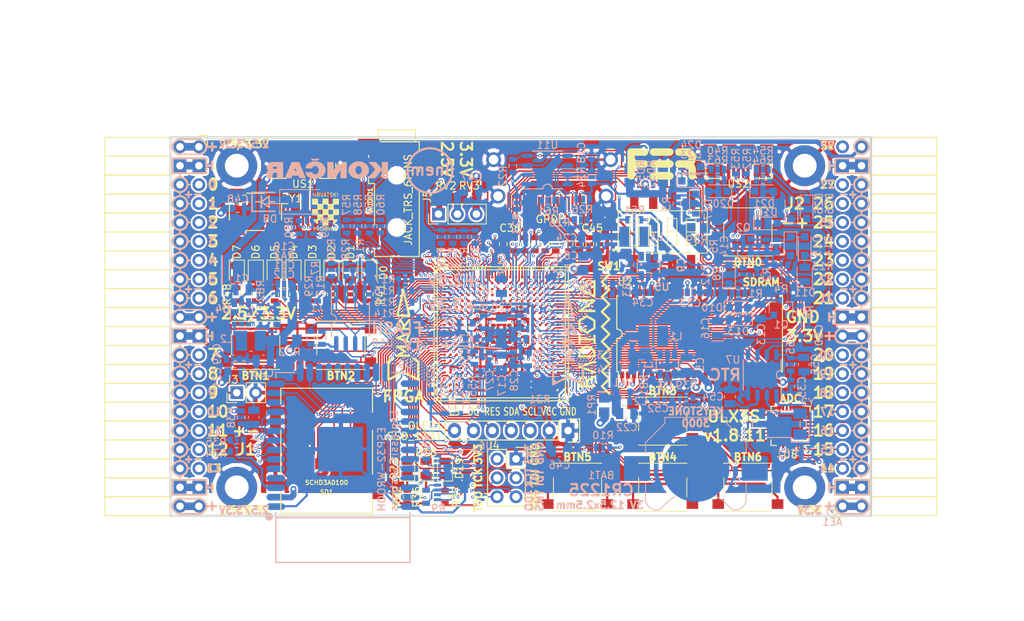
<source format=kicad_pcb>
(kicad_pcb (version 20171130) (host pcbnew 5.0.0-rc2+dfsg1-3)
  (layers (0 F.Cu signal) (1 In1.Cu signal) (2 In2.Cu signal) (31 B.Cu signal) (34 B.Paste user) (35 F.Paste user) (36 B.SilkS user) (37 F.SilkS user) (38 B.Mask user) (39 F.Mask user) (44 Edge.Cuts user))
  (net 0 "")
  (net 1 GND)
  (net 2 +5V)
  (net 3 /gpio/IN5V)
  (net 4 /gpio/OUT5V)
  (net 5 +3V3)
  (net 6 BTN_D)
  (net 7 BTN_F1)
  (net 8 BTN_F2)
  (net 9 BTN_L)
  (net 10 BTN_R)
  (net 11 BTN_U)
  (net 12 /power/FB1)
  (net 13 +2V5)
  (net 14 /power/PWREN)
  (net 15 /power/FB3)
  (net 16 /power/FB2)
  (net 17 /power/VBAT)
  (net 18 JTAG_TDI)
  (net 19 JTAG_TCK)
  (net 20 JTAG_TMS)
  (net 21 JTAG_TDO)
  (net 22 /power/WAKEUPn)
  (net 23 /power/WKUP)
  (net 24 /power/SHUT)
  (net 25 /power/WAKE)
  (net 26 /power/HOLD)
  (net 27 /power/WKn)
  (net 28 /power/OSCI_32k)
  (net 29 /power/OSCO_32k)
  (net 30 SHUTDOWN)
  (net 31 /analog/AUDIO_L)
  (net 32 /analog/AUDIO_R)
  (net 33 GPDI_SDA)
  (net 34 GPDI_SCL)
  (net 35 /gpdi/VREF2)
  (net 36 SD_CMD)
  (net 37 SD_CLK)
  (net 38 SD_D0)
  (net 39 SD_D1)
  (net 40 USB5V)
  (net 41 GPDI_CEC)
  (net 42 nRESET)
  (net 43 FTDI_nDTR)
  (net 44 SDRAM_CKE)
  (net 45 SDRAM_A7)
  (net 46 SDRAM_D15)
  (net 47 SDRAM_BA1)
  (net 48 SDRAM_D7)
  (net 49 SDRAM_A6)
  (net 50 SDRAM_CLK)
  (net 51 SDRAM_D13)
  (net 52 SDRAM_BA0)
  (net 53 SDRAM_D6)
  (net 54 SDRAM_A5)
  (net 55 SDRAM_D14)
  (net 56 SDRAM_A11)
  (net 57 SDRAM_D12)
  (net 58 SDRAM_D5)
  (net 59 SDRAM_A4)
  (net 60 SDRAM_A10)
  (net 61 SDRAM_D11)
  (net 62 SDRAM_A3)
  (net 63 SDRAM_D4)
  (net 64 SDRAM_D10)
  (net 65 SDRAM_D9)
  (net 66 SDRAM_A9)
  (net 67 SDRAM_D3)
  (net 68 SDRAM_D8)
  (net 69 SDRAM_A8)
  (net 70 SDRAM_A2)
  (net 71 SDRAM_A1)
  (net 72 SDRAM_A0)
  (net 73 SDRAM_D2)
  (net 74 SDRAM_D1)
  (net 75 SDRAM_D0)
  (net 76 SDRAM_DQM0)
  (net 77 SDRAM_nCS)
  (net 78 SDRAM_nRAS)
  (net 79 SDRAM_DQM1)
  (net 80 SDRAM_nCAS)
  (net 81 SDRAM_nWE)
  (net 82 /flash/FLASH_nWP)
  (net 83 /flash/FLASH_nHOLD)
  (net 84 /flash/FLASH_MOSI)
  (net 85 /flash/FLASH_MISO)
  (net 86 /flash/FLASH_SCK)
  (net 87 /flash/FLASH_nCS)
  (net 88 /flash/FPGA_PROGRAMN)
  (net 89 /flash/FPGA_DONE)
  (net 90 /flash/FPGA_INITN)
  (net 91 OLED_RES)
  (net 92 OLED_DC)
  (net 93 OLED_CS)
  (net 94 WIFI_EN)
  (net 95 FTDI_nRTS)
  (net 96 FTDI_TXD)
  (net 97 FTDI_RXD)
  (net 98 WIFI_RXD)
  (net 99 WIFI_GPIO0)
  (net 100 WIFI_TXD)
  (net 101 USB_FTDI_D+)
  (net 102 USB_FTDI_D-)
  (net 103 SD_D3)
  (net 104 AUDIO_L3)
  (net 105 AUDIO_L2)
  (net 106 AUDIO_L1)
  (net 107 AUDIO_L0)
  (net 108 AUDIO_R3)
  (net 109 AUDIO_R2)
  (net 110 AUDIO_R1)
  (net 111 AUDIO_R0)
  (net 112 OLED_CLK)
  (net 113 OLED_MOSI)
  (net 114 LED0)
  (net 115 LED1)
  (net 116 LED2)
  (net 117 LED3)
  (net 118 LED4)
  (net 119 LED5)
  (net 120 LED6)
  (net 121 LED7)
  (net 122 BTN_PWRn)
  (net 123 FTDI_nTXLED)
  (net 124 FTDI_nSLEEP)
  (net 125 /blinkey/LED_PWREN)
  (net 126 /blinkey/LED_TXLED)
  (net 127 /sdcard/SD3V3)
  (net 128 SD_D2)
  (net 129 CLK_25MHz)
  (net 130 /blinkey/BTNPUL)
  (net 131 /blinkey/BTNPUR)
  (net 132 USB_FPGA_D+)
  (net 133 /power/FTDI_nSUSPEND)
  (net 134 /blinkey/ALED0)
  (net 135 /blinkey/ALED1)
  (net 136 /blinkey/ALED2)
  (net 137 /blinkey/ALED3)
  (net 138 /blinkey/ALED4)
  (net 139 /blinkey/ALED5)
  (net 140 /blinkey/ALED6)
  (net 141 /blinkey/ALED7)
  (net 142 /usb/FTD-)
  (net 143 /usb/FTD+)
  (net 144 ADC_MISO)
  (net 145 ADC_MOSI)
  (net 146 ADC_CSn)
  (net 147 ADC_SCLK)
  (net 148 SW3)
  (net 149 SW2)
  (net 150 SW1)
  (net 151 USB_FPGA_D-)
  (net 152 /usb/FPD+)
  (net 153 /usb/FPD-)
  (net 154 WIFI_GPIO16)
  (net 155 /usb/ANT_433MHz)
  (net 156 /power/PWRBTn)
  (net 157 PROG_DONE)
  (net 158 /power/P3V3)
  (net 159 /power/P2V5)
  (net 160 /power/L1)
  (net 161 /power/L3)
  (net 162 /power/L2)
  (net 163 FTDI_TXDEN)
  (net 164 SDRAM_A12)
  (net 165 /analog/AUDIO_V)
  (net 166 AUDIO_V3)
  (net 167 AUDIO_V2)
  (net 168 AUDIO_V1)
  (net 169 AUDIO_V0)
  (net 170 /blinkey/LED_WIFI)
  (net 171 /power/P1V1)
  (net 172 +1V1)
  (net 173 SW4)
  (net 174 /blinkey/SWPU)
  (net 175 /wifi/WIFIEN)
  (net 176 FT2V5)
  (net 177 GN0)
  (net 178 GP0)
  (net 179 GN1)
  (net 180 GP1)
  (net 181 GN2)
  (net 182 GP2)
  (net 183 GN3)
  (net 184 GP3)
  (net 185 GN4)
  (net 186 GP4)
  (net 187 GN5)
  (net 188 GP5)
  (net 189 GN6)
  (net 190 GP6)
  (net 191 GN14)
  (net 192 GP14)
  (net 193 GN15)
  (net 194 GP15)
  (net 195 GN16)
  (net 196 GP16)
  (net 197 GN17)
  (net 198 GP17)
  (net 199 GN18)
  (net 200 GP18)
  (net 201 GN19)
  (net 202 GP19)
  (net 203 GN20)
  (net 204 GP20)
  (net 205 GN21)
  (net 206 GP21)
  (net 207 GN22)
  (net 208 GP22)
  (net 209 GN23)
  (net 210 GP23)
  (net 211 GN24)
  (net 212 GP24)
  (net 213 GN25)
  (net 214 GP25)
  (net 215 GN26)
  (net 216 GP26)
  (net 217 GN27)
  (net 218 GP27)
  (net 219 GN7)
  (net 220 GP7)
  (net 221 GN8)
  (net 222 GP8)
  (net 223 GN9)
  (net 224 GP9)
  (net 225 GN10)
  (net 226 GP10)
  (net 227 GN11)
  (net 228 GP11)
  (net 229 GN12)
  (net 230 GP12)
  (net 231 GN13)
  (net 232 GP13)
  (net 233 WIFI_GPIO5)
  (net 234 WIFI_GPIO17)
  (net 235 USB_FPGA_PULL_D+)
  (net 236 USB_FPGA_PULL_D-)
  (net 237 "Net-(D23-Pad2)")
  (net 238 "Net-(D24-Pad1)")
  (net 239 "Net-(D25-Pad2)")
  (net 240 "Net-(D26-Pad1)")
  (net 241 /gpdi/GPDI_ETH+)
  (net 242 FPDI_ETH+)
  (net 243 /gpdi/GPDI_ETH-)
  (net 244 FPDI_ETH-)
  (net 245 /gpdi/GPDI_D2-)
  (net 246 FPDI_D2-)
  (net 247 /gpdi/GPDI_D1-)
  (net 248 FPDI_D1-)
  (net 249 /gpdi/GPDI_D0-)
  (net 250 FPDI_D0-)
  (net 251 /gpdi/GPDI_CLK-)
  (net 252 FPDI_CLK-)
  (net 253 /gpdi/GPDI_D2+)
  (net 254 FPDI_D2+)
  (net 255 /gpdi/GPDI_D1+)
  (net 256 FPDI_D1+)
  (net 257 /gpdi/GPDI_D0+)
  (net 258 FPDI_D0+)
  (net 259 /gpdi/GPDI_CLK+)
  (net 260 FPDI_CLK+)
  (net 261 FPDI_SDA)
  (net 262 FPDI_SCL)
  (net 263 /gpdi/FPDI_CEC)
  (net 264 2V5_3V3)
  (net 265 "Net-(AUDIO1-Pad5)")
  (net 266 "Net-(AUDIO1-Pad6)")
  (net 267 "Net-(U1-PadA15)")
  (net 268 "Net-(U1-PadC9)")
  (net 269 "Net-(U1-PadD9)")
  (net 270 "Net-(U1-PadD10)")
  (net 271 "Net-(U1-PadD11)")
  (net 272 "Net-(U1-PadD12)")
  (net 273 "Net-(U1-PadE6)")
  (net 274 "Net-(U1-PadE9)")
  (net 275 "Net-(U1-PadE10)")
  (net 276 "Net-(U1-PadE11)")
  (net 277 "Net-(U1-PadJ4)")
  (net 278 "Net-(U1-PadJ5)")
  (net 279 "Net-(U1-PadK5)")
  (net 280 "Net-(U1-PadL5)")
  (net 281 "Net-(U1-PadM4)")
  (net 282 "Net-(U1-PadM5)")
  (net 283 SD_CD)
  (net 284 SD_WP)
  (net 285 "Net-(U1-PadR3)")
  (net 286 "Net-(U1-PadT16)")
  (net 287 "Net-(U1-PadW4)")
  (net 288 "Net-(U1-PadW5)")
  (net 289 "Net-(U1-PadW8)")
  (net 290 "Net-(U1-PadW9)")
  (net 291 "Net-(U1-PadW13)")
  (net 292 "Net-(U1-PadW14)")
  (net 293 "Net-(U1-PadW17)")
  (net 294 "Net-(U1-PadW18)")
  (net 295 FTDI_nRXLED)
  (net 296 "Net-(U8-Pad12)")
  (net 297 "Net-(U8-Pad25)")
  (net 298 "Net-(U9-Pad32)")
  (net 299 "Net-(U9-Pad22)")
  (net 300 "Net-(U9-Pad21)")
  (net 301 "Net-(U9-Pad20)")
  (net 302 "Net-(U9-Pad19)")
  (net 303 "Net-(U9-Pad18)")
  (net 304 "Net-(U9-Pad17)")
  (net 305 "Net-(U9-Pad12)")
  (net 306 "Net-(U9-Pad5)")
  (net 307 "Net-(U9-Pad4)")
  (net 308 "Net-(US1-Pad4)")
  (net 309 "Net-(US2-Pad4)")
  (net 310 "Net-(Y2-Pad3)")
  (net 311 "Net-(Y2-Pad2)")
  (net 312 "Net-(U1-PadK16)")
  (net 313 "Net-(U1-PadK17)")
  (net 314 /usb/US2VBUS)
  (net 315 /power/SHD)
  (net 316 /power/RTCVDD)
  (module TSOP54:TSOP54 (layer F.Cu) (at 165.093 87.8 90)
    (fp_text reference U2 (at 6.98 -9.993 180) (layer F.SilkS))
    (fp_text value MT48LC16M16A2TG)
    (pad 28 smd rect (at 5.53 10.4 90) (size 0.9 0.56) (layers F.Cu F.Paste F.Mask) (net 1 GND))
    (pad 1 smd rect (at -5.53 -10.4 90) (size 0.9 0.56) (layers F.Cu F.Paste F.Mask) (net 5 +3V3))
    (pad 2 smd rect (at -5.53 -9.6 90) (size 0.9 0.56) (layers F.Cu F.Paste F.Mask) (net 75 SDRAM_D0))
    (pad 3 smd rect (at -5.53 -8.8 90) (size 0.9 0.56) (layers F.Cu F.Paste F.Mask) (net 5 +3V3))
    (pad 4 smd rect (at -5.53 -8 90) (size 0.9 0.56) (layers F.Cu F.Paste F.Mask) (net 74 SDRAM_D1))
    (pad 5 smd rect (at -5.53 -7.2 90) (size 0.9 0.56) (layers F.Cu F.Paste F.Mask) (net 73 SDRAM_D2))
    (pad 6 smd rect (at -5.53 -6.4 90) (size 0.9 0.56) (layers F.Cu F.Paste F.Mask) (net 1 GND))
    (pad 7 smd rect (at -5.53 -5.6 90) (size 0.9 0.56) (layers F.Cu F.Paste F.Mask) (net 67 SDRAM_D3))
    (pad 8 smd rect (at -5.53 -4.8 90) (size 0.9 0.56) (layers F.Cu F.Paste F.Mask) (net 63 SDRAM_D4))
    (pad 9 smd rect (at -5.53 -4 90) (size 0.9 0.56) (layers F.Cu F.Paste F.Mask) (net 5 +3V3))
    (pad 10 smd rect (at -5.53 -3.2 90) (size 0.9 0.56) (layers F.Cu F.Paste F.Mask) (net 58 SDRAM_D5))
    (pad 11 smd rect (at -5.53 -2.4 90) (size 0.9 0.56) (layers F.Cu F.Paste F.Mask) (net 53 SDRAM_D6))
    (pad 12 smd rect (at -5.53 -1.6 90) (size 0.9 0.56) (layers F.Cu F.Paste F.Mask) (net 1 GND))
    (pad 13 smd rect (at -5.53 -0.8 90) (size 0.9 0.56) (layers F.Cu F.Paste F.Mask) (net 48 SDRAM_D7))
    (pad 14 smd rect (at -5.53 0 90) (size 0.9 0.56) (layers F.Cu F.Paste F.Mask) (net 5 +3V3))
    (pad 15 smd rect (at -5.53 0.8 90) (size 0.9 0.56) (layers F.Cu F.Paste F.Mask) (net 76 SDRAM_DQM0))
    (pad 16 smd rect (at -5.53 1.6 90) (size 0.9 0.56) (layers F.Cu F.Paste F.Mask) (net 81 SDRAM_nWE))
    (pad 17 smd rect (at -5.53 2.4 90) (size 0.9 0.56) (layers F.Cu F.Paste F.Mask) (net 80 SDRAM_nCAS))
    (pad 18 smd rect (at -5.53 3.2 90) (size 0.9 0.56) (layers F.Cu F.Paste F.Mask) (net 78 SDRAM_nRAS))
    (pad 19 smd rect (at -5.53 4 90) (size 0.9 0.56) (layers F.Cu F.Paste F.Mask) (net 77 SDRAM_nCS))
    (pad 20 smd rect (at -5.53 4.8 90) (size 0.9 0.56) (layers F.Cu F.Paste F.Mask) (net 52 SDRAM_BA0))
    (pad 21 smd rect (at -5.53 5.6 90) (size 0.9 0.56) (layers F.Cu F.Paste F.Mask) (net 47 SDRAM_BA1))
    (pad 22 smd rect (at -5.53 6.4 90) (size 0.9 0.56) (layers F.Cu F.Paste F.Mask) (net 60 SDRAM_A10))
    (pad 23 smd rect (at -5.53 7.2 90) (size 0.9 0.56) (layers F.Cu F.Paste F.Mask) (net 72 SDRAM_A0))
    (pad 24 smd rect (at -5.53 8 90) (size 0.9 0.56) (layers F.Cu F.Paste F.Mask) (net 71 SDRAM_A1))
    (pad 25 smd rect (at -5.53 8.8 90) (size 0.9 0.56) (layers F.Cu F.Paste F.Mask) (net 70 SDRAM_A2))
    (pad 26 smd rect (at -5.53 9.6 90) (size 0.9 0.56) (layers F.Cu F.Paste F.Mask) (net 62 SDRAM_A3))
    (pad 27 smd rect (at -5.53 10.4 90) (size 0.9 0.56) (layers F.Cu F.Paste F.Mask) (net 5 +3V3))
    (pad 29 smd rect (at 5.53 9.6 90) (size 0.9 0.56) (layers F.Cu F.Paste F.Mask) (net 59 SDRAM_A4))
    (pad 30 smd rect (at 5.53 8.8 90) (size 0.9 0.56) (layers F.Cu F.Paste F.Mask) (net 54 SDRAM_A5))
    (pad 31 smd rect (at 5.53 8 90) (size 0.9 0.56) (layers F.Cu F.Paste F.Mask) (net 49 SDRAM_A6))
    (pad 32 smd rect (at 5.53 7.2 90) (size 0.9 0.56) (layers F.Cu F.Paste F.Mask) (net 45 SDRAM_A7))
    (pad 33 smd rect (at 5.53 6.4 90) (size 0.9 0.56) (layers F.Cu F.Paste F.Mask) (net 69 SDRAM_A8))
    (pad 34 smd rect (at 5.53 5.6 90) (size 0.9 0.56) (layers F.Cu F.Paste F.Mask) (net 66 SDRAM_A9))
    (pad 35 smd rect (at 5.53 4.8 90) (size 0.9 0.56) (layers F.Cu F.Paste F.Mask) (net 56 SDRAM_A11))
    (pad 36 smd rect (at 5.53 4 90) (size 0.9 0.56) (layers F.Cu F.Paste F.Mask) (net 164 SDRAM_A12))
    (pad 37 smd rect (at 5.53 3.2 90) (size 0.9 0.56) (layers F.Cu F.Paste F.Mask) (net 44 SDRAM_CKE))
    (pad 38 smd rect (at 5.53 2.4 90) (size 0.9 0.56) (layers F.Cu F.Paste F.Mask) (net 50 SDRAM_CLK))
    (pad 39 smd rect (at 5.53 1.6 90) (size 0.9 0.56) (layers F.Cu F.Paste F.Mask) (net 79 SDRAM_DQM1))
    (pad 40 smd rect (at 5.53 0.8 90) (size 0.9 0.56) (layers F.Cu F.Paste F.Mask))
    (pad 41 smd rect (at 5.53 0 90) (size 0.9 0.56) (layers F.Cu F.Paste F.Mask) (net 1 GND))
    (pad 42 smd rect (at 5.53 -0.8 90) (size 0.9 0.56) (layers F.Cu F.Paste F.Mask) (net 68 SDRAM_D8))
    (pad 43 smd rect (at 5.53 -1.6 90) (size 0.9 0.56) (layers F.Cu F.Paste F.Mask) (net 5 +3V3))
    (pad 44 smd rect (at 5.53 -2.4 90) (size 0.9 0.56) (layers F.Cu F.Paste F.Mask) (net 65 SDRAM_D9))
    (pad 45 smd rect (at 5.53 -3.2 90) (size 0.9 0.56) (layers F.Cu F.Paste F.Mask) (net 64 SDRAM_D10))
    (pad 46 smd rect (at 5.53 -4 90) (size 0.9 0.56) (layers F.Cu F.Paste F.Mask) (net 1 GND))
    (pad 47 smd rect (at 5.53 -4.8 90) (size 0.9 0.56) (layers F.Cu F.Paste F.Mask) (net 61 SDRAM_D11))
    (pad 48 smd rect (at 5.53 -5.6 90) (size 0.9 0.56) (layers F.Cu F.Paste F.Mask) (net 57 SDRAM_D12))
    (pad 49 smd rect (at 5.53 -6.4 90) (size 0.9 0.56) (layers F.Cu F.Paste F.Mask) (net 5 +3V3))
    (pad 50 smd rect (at 5.53 -7.2 90) (size 0.9 0.56) (layers F.Cu F.Paste F.Mask) (net 51 SDRAM_D13))
    (pad 51 smd rect (at 5.53 -8 90) (size 0.9 0.56) (layers F.Cu F.Paste F.Mask) (net 55 SDRAM_D14))
    (pad 52 smd rect (at 5.53 -8.8 90) (size 0.9 0.56) (layers F.Cu F.Paste F.Mask) (net 1 GND))
    (pad 53 smd rect (at 5.53 -9.6 90) (size 0.9 0.56) (layers F.Cu F.Paste F.Mask) (net 46 SDRAM_D15))
    (pad 54 smd rect (at 5.53 -10.4 90) (size 0.9 0.56) (layers F.Cu F.Paste F.Mask) (net 1 GND))
  )
  (module SOA008-150mil:SOA008-150-208mil (layer B.Cu) (at 118.245 85.822 270)
    (fp_text reference U10 (at 3.175 -4.318) (layer B.SilkS) (effects (justify mirror)))
    (fp_text value IS25LP128F-JBLE)
    (pad 1 smd rect (at -3.302 1.905 270) (size 2.1 0.6) (layers B.Cu B.Paste B.Mask) (net 87 /flash/FLASH_nCS))
    (pad 2 smd oval (at -3.302 0.635 270) (size 2.1 0.6) (layers B.Cu B.Paste B.Mask) (net 85 /flash/FLASH_MISO))
    (pad 3 smd oval (at -3.302 -0.635 270) (size 2.1 0.6) (layers B.Cu B.Paste B.Mask) (net 82 /flash/FLASH_nWP))
    (pad 4 smd oval (at -3.302 -1.905 270) (size 2.1 0.6) (layers B.Cu B.Paste B.Mask) (net 1 GND))
    (pad 5 smd oval (at 3.302 -1.905 270) (size 2.1 0.6) (layers B.Cu B.Paste B.Mask) (net 84 /flash/FLASH_MOSI))
    (pad 6 smd oval (at 3.302 -0.635 270) (size 2.1 0.6) (layers B.Cu B.Paste B.Mask) (net 86 /flash/FLASH_SCK))
    (pad 7 smd oval (at 3.302 0.635 270) (size 2.1 0.6) (layers B.Cu B.Paste B.Mask) (net 83 /flash/FLASH_nHOLD))
    (pad 8 smd oval (at 3.302 1.905 270) (size 2.1 0.6) (layers B.Cu B.Paste B.Mask) (net 5 +3V3))
  )
  (module SOT96-1:SOT96-1 (layer B.Cu) (at 173.49 93.315 90)
    (fp_text reference U7 (at 2.032 -3.937 180) (layer B.SilkS) (effects (justify mirror)))
    (fp_text value PCF8523)
    (pad 1 smd rect (at -2.7 1.905 90) (size 1.55 0.6) (layers B.Cu B.Paste B.Mask) (net 28 /power/OSCI_32k))
    (pad 2 smd oval (at -2.7 0.635 90) (size 1.55 0.6) (layers B.Cu B.Paste B.Mask) (net 29 /power/OSCO_32k))
    (pad 3 smd oval (at -2.7 -0.635 90) (size 1.55 0.6) (layers B.Cu B.Paste B.Mask) (net 17 /power/VBAT))
    (pad 4 smd oval (at -2.7 -1.905 90) (size 1.55 0.6) (layers B.Cu B.Paste B.Mask) (net 1 GND))
    (pad 5 smd oval (at 2.7 -1.905 90) (size 1.55 0.6) (layers B.Cu B.Paste B.Mask) (net 261 FPDI_SDA))
    (pad 6 smd oval (at 2.7 -0.635 90) (size 1.55 0.6) (layers B.Cu B.Paste B.Mask) (net 262 FPDI_SCL))
    (pad 7 smd oval (at 2.7 0.635 90) (size 1.55 0.6) (layers B.Cu B.Paste B.Mask) (net 22 /power/WAKEUPn))
    (pad 8 smd oval (at 2.7 1.905 90) (size 1.55 0.6) (layers B.Cu B.Paste B.Mask) (net 316 /power/RTCVDD))
  )
  (module SM8:SM8 (layer B.Cu) (at 144.68 65.8015 90)
    (fp_text reference U11 (at 3.3475 -0.019 -180) (layer B.SilkS) (effects (justify mirror)))
    (fp_text value PCA9306D)
    (pad 1 smd rect (at -1.905 -2.7) (size 1.55 0.6) (layers B.Cu B.Paste B.Mask) (net 1 GND))
    (pad 2 smd oval (at -0.635 -2.7) (size 1.55 0.6) (layers B.Cu B.Paste B.Mask) (net 5 +3V3))
    (pad 3 smd oval (at 0.635 -2.7) (size 1.55 0.6) (layers B.Cu B.Paste B.Mask) (net 262 FPDI_SCL))
    (pad 4 smd oval (at 1.905 -2.7) (size 1.55 0.6) (layers B.Cu B.Paste B.Mask) (net 261 FPDI_SDA))
    (pad 5 smd oval (at 1.905 2.7) (size 1.55 0.6) (layers B.Cu B.Paste B.Mask) (net 33 GPDI_SDA))
    (pad 6 smd oval (at 0.635 2.7) (size 1.55 0.6) (layers B.Cu B.Paste B.Mask) (net 34 GPDI_SCL))
    (pad 7 smd oval (at -0.635 2.7) (size 1.55 0.6) (layers B.Cu B.Paste B.Mask) (net 35 /gpdi/VREF2))
    (pad 8 smd oval (at -1.905 2.7) (size 1.55 0.6) (layers B.Cu B.Paste B.Mask) (net 35 /gpdi/VREF2))
  )
  (module ft231x:FT231X-SSOP-20_4.4x6.5mm_Pitch0.65mm (layer B.Cu) (at 132.835 107.14 180)
    (fp_text reference U6 (at -3.556 4.318 180) (layer B.SilkS) (effects (justify mirror)))
    (fp_text value FT231XS)
    (pad 20 smd rect (at 2.9 2.925 180) (size 1 0.4) (layers B.Cu B.Paste B.Mask) (net 96 FTDI_TXD))
    (pad 19 smd rect (at 2.9 2.275 180) (size 1 0.4) (layers B.Cu B.Paste B.Mask) (net 124 FTDI_nSLEEP))
    (pad 18 smd rect (at 2.9 1.625 180) (size 1 0.4) (layers B.Cu B.Paste B.Mask) (net 163 FTDI_TXDEN))
    (pad 17 smd rect (at 2.9 0.975 180) (size 1 0.4) (layers B.Cu B.Paste B.Mask) (net 295 FTDI_nRXLED))
    (pad 16 smd rect (at 2.9 0.325 180) (size 1 0.4) (layers B.Cu B.Paste B.Mask) (net 1 GND))
    (pad 15 smd rect (at 2.9 -0.325 180) (size 1 0.4) (layers B.Cu B.Paste B.Mask) (net 40 USB5V))
    (pad 14 smd rect (at 2.9 -0.975 180) (size 1 0.4) (layers B.Cu B.Paste B.Mask) (net 42 nRESET))
    (pad 13 smd rect (at 2.9 -1.625 180) (size 1 0.4) (layers B.Cu B.Paste B.Mask) (net 176 FT2V5))
    (pad 12 smd rect (at 2.9 -2.275 180) (size 1 0.4) (layers B.Cu B.Paste B.Mask) (net 102 USB_FTDI_D-))
    (pad 11 smd rect (at 2.9 -2.925 180) (size 1 0.4) (layers B.Cu B.Paste B.Mask) (net 101 USB_FTDI_D+))
    (pad 10 smd rect (at -2.9 -2.925 180) (size 1 0.4) (layers B.Cu B.Paste B.Mask) (net 123 FTDI_nTXLED))
    (pad 9 smd rect (at -2.9 -2.275 180) (size 1 0.4) (layers B.Cu B.Paste B.Mask) (net 21 JTAG_TDO))
    (pad 8 smd rect (at -2.9 -1.625 180) (size 1 0.4) (layers B.Cu B.Paste B.Mask) (net 20 JTAG_TMS))
    (pad 7 smd rect (at -2.9 -0.975 180) (size 1 0.4) (layers B.Cu B.Paste B.Mask) (net 19 JTAG_TCK))
    (pad 6 smd rect (at -2.9 -0.325 180) (size 1 0.4) (layers B.Cu B.Paste B.Mask) (net 1 GND))
    (pad 5 smd rect (at -2.9 0.325 180) (size 1 0.4) (layers B.Cu B.Paste B.Mask) (net 18 JTAG_TDI))
    (pad 4 smd rect (at -2.9 0.975 180) (size 1 0.4) (layers B.Cu B.Paste B.Mask) (net 97 FTDI_RXD))
    (pad 3 smd rect (at -2.9 1.625 180) (size 1 0.4) (layers B.Cu B.Paste B.Mask) (net 176 FT2V5))
    (pad 2 smd rect (at -2.9 2.275 180) (size 1 0.4) (layers B.Cu B.Paste B.Mask) (net 95 FTDI_nRTS))
    (pad 1 smd rect (at -2.9 2.925 180) (size 1 0.4) (layers B.Cu B.Paste B.Mask) (net 43 FTDI_nDTR))
  )
  (module TSOT-25:TSOT-25 (layer B.Cu) (at 158.235 78.692)
    (fp_text reference U5 (at 1.793 2.812) (layer B.SilkS) (effects (font (thickness 0.2)) (justify mirror)))
    (fp_text value TLV62569DBV)
    (pad 1 smd rect (at -0.95 -1.3) (size 0.7 1.2) (layers B.Cu B.Paste B.Mask) (net 14 /power/PWREN))
    (pad 2 smd rect (at 0 -1.3) (size 0.7 1.2) (layers B.Cu B.Paste B.Mask) (net 1 GND))
    (pad 3 smd rect (at 0.95 -1.3) (size 0.7 1.2) (layers B.Cu B.Paste B.Mask) (net 161 /power/L3))
    (pad 4 smd rect (at 0.95 1.3) (size 0.7 1.2) (layers B.Cu B.Paste B.Mask) (net 2 +5V))
    (pad 5 smd rect (at -0.95 1.3) (size 0.7 1.2) (layers B.Cu B.Paste B.Mask) (net 15 /power/FB3))
  )
  (module TSOT-25:TSOT-25 (layer B.Cu) (at 160.775 91.9)
    (fp_text reference U3 (at -0.295 2.9) (layer B.SilkS) (effects (font (thickness 0.2)) (justify mirror)))
    (fp_text value TLV62569DBV)
    (pad 1 smd rect (at -0.95 -1.3) (size 0.7 1.2) (layers B.Cu B.Paste B.Mask) (net 14 /power/PWREN))
    (pad 2 smd rect (at 0 -1.3) (size 0.7 1.2) (layers B.Cu B.Paste B.Mask) (net 1 GND))
    (pad 3 smd rect (at 0.95 -1.3) (size 0.7 1.2) (layers B.Cu B.Paste B.Mask) (net 160 /power/L1))
    (pad 4 smd rect (at 0.95 1.3) (size 0.7 1.2) (layers B.Cu B.Paste B.Mask) (net 2 +5V))
    (pad 5 smd rect (at -0.95 1.3) (size 0.7 1.2) (layers B.Cu B.Paste B.Mask) (net 12 /power/FB1))
  )
  (module TSOT-25:TSOT-25 (layer B.Cu) (at 103.625 84.915 180)
    (fp_text reference U4 (at 2.525 0.4265 180) (layer B.SilkS) (effects (font (thickness 0.2)) (justify mirror)))
    (fp_text value TLV62569DBV)
    (pad 1 smd rect (at -0.95 -1.3 180) (size 0.7 1.2) (layers B.Cu B.Paste B.Mask) (net 14 /power/PWREN))
    (pad 2 smd rect (at 0 -1.3 180) (size 0.7 1.2) (layers B.Cu B.Paste B.Mask) (net 1 GND))
    (pad 3 smd rect (at 0.95 -1.3 180) (size 0.7 1.2) (layers B.Cu B.Paste B.Mask) (net 162 /power/L2))
    (pad 4 smd rect (at 0.95 1.3 180) (size 0.7 1.2) (layers B.Cu B.Paste B.Mask) (net 2 +5V))
    (pad 5 smd rect (at -0.95 1.3 180) (size 0.7 1.2) (layers B.Cu B.Paste B.Mask) (net 16 /power/FB2))
  )
  (module ESP32:ESP32-WROOM (layer B.Cu) (at 117.23 105.75 180)
    (fp_text reference U9 (at -8.366 13.85 180) (layer B.SilkS) (effects (justify mirror)))
    (fp_text value ESP-WROOM-32)
    (fp_text user "Espressif Systems" (at -6.858 0.889 90) (layer B.SilkS) (effects (justify mirror)))
    (fp_text user ESP32-WROOM (at -5.207 -0.254 90) (layer B.SilkS) (effects (justify mirror)))
    (pad 38 smd oval (at -9 -5.25 180) (size 2.5 0.9) (layers B.Cu B.Paste B.Mask) (net 1 GND))
    (pad 37 smd oval (at -9 -3.98 180) (size 2.5 0.9) (layers B.Cu B.Paste B.Mask) (net 18 JTAG_TDI))
    (pad 36 smd oval (at -9 -2.71 180) (size 2.5 0.9) (layers B.Cu B.Paste B.Mask) (net 157 PROG_DONE))
    (pad 35 smd oval (at -9 -1.44 180) (size 2.5 0.9) (layers B.Cu B.Paste B.Mask) (net 100 WIFI_TXD))
    (pad 34 smd oval (at -9 -0.17 180) (size 2.5 0.9) (layers B.Cu B.Paste B.Mask) (net 98 WIFI_RXD))
    (pad 33 smd oval (at -9 1.1 180) (size 2.5 0.9) (layers B.Cu B.Paste B.Mask) (net 20 JTAG_TMS))
    (pad 32 smd oval (at -9 2.37 180) (size 2.5 0.9) (layers B.Cu B.Paste B.Mask) (net 298 "Net-(U9-Pad32)"))
    (pad 31 smd oval (at -9 3.64 180) (size 2.5 0.9) (layers B.Cu B.Paste B.Mask) (net 21 JTAG_TDO))
    (pad 30 smd oval (at -9 4.91 180) (size 2.5 0.9) (layers B.Cu B.Paste B.Mask) (net 19 JTAG_TCK))
    (pad 29 smd oval (at -9 6.18 180) (size 2.5 0.9) (layers B.Cu B.Paste B.Mask) (net 233 WIFI_GPIO5))
    (pad 28 smd oval (at -9 7.45 180) (size 2.5 0.9) (layers B.Cu B.Paste B.Mask) (net 234 WIFI_GPIO17))
    (pad 27 smd oval (at -9 8.72 180) (size 2.5 0.9) (layers B.Cu B.Paste B.Mask) (net 154 WIFI_GPIO16))
    (pad 26 smd oval (at -9 9.99 180) (size 2.5 0.9) (layers B.Cu B.Paste B.Mask) (net 39 SD_D1))
    (pad 25 smd oval (at -9 11.26 180) (size 2.5 0.9) (layers B.Cu B.Paste B.Mask) (net 99 WIFI_GPIO0))
    (pad 24 smd oval (at -5.715 12.75 180) (size 0.9 2.5) (layers B.Cu B.Paste B.Mask) (net 38 SD_D0))
    (pad 23 smd oval (at -4.445 12.75 180) (size 0.9 2.5) (layers B.Cu B.Paste B.Mask) (net 36 SD_CMD))
    (pad 22 smd oval (at -3.175 12.75 180) (size 0.9 2.5) (layers B.Cu B.Paste B.Mask) (net 299 "Net-(U9-Pad22)"))
    (pad 21 smd oval (at -1.905 12.75 180) (size 0.9 2.5) (layers B.Cu B.Paste B.Mask) (net 300 "Net-(U9-Pad21)"))
    (pad 20 smd oval (at -0.635 12.75 180) (size 0.9 2.5) (layers B.Cu B.Paste B.Mask) (net 301 "Net-(U9-Pad20)"))
    (pad 19 smd oval (at 0.635 12.75 180) (size 0.9 2.5) (layers B.Cu B.Paste B.Mask) (net 302 "Net-(U9-Pad19)"))
    (pad 18 smd oval (at 1.905 12.75 180) (size 0.9 2.5) (layers B.Cu B.Paste B.Mask) (net 303 "Net-(U9-Pad18)"))
    (pad 17 smd oval (at 3.175 12.75 180) (size 0.9 2.5) (layers B.Cu B.Paste B.Mask) (net 304 "Net-(U9-Pad17)"))
    (pad 16 smd oval (at 4.445 12.75 180) (size 0.9 2.5) (layers B.Cu B.Paste B.Mask) (net 103 SD_D3))
    (pad 15 smd oval (at 5.715 12.75 180) (size 0.9 2.5) (layers B.Cu B.Paste B.Mask) (net 1 GND))
    (pad 14 smd oval (at 9 11.26 180) (size 2.5 0.9) (layers B.Cu B.Paste B.Mask) (net 128 SD_D2))
    (pad 13 smd oval (at 9 9.99 180) (size 2.5 0.9) (layers B.Cu B.Paste B.Mask) (net 37 SD_CLK))
    (pad 12 smd oval (at 9 8.72 180) (size 2.5 0.9) (layers B.Cu B.Paste B.Mask) (net 305 "Net-(U9-Pad12)"))
    (pad 11 smd oval (at 9 7.45 180) (size 2.5 0.9) (layers B.Cu B.Paste B.Mask) (net 227 GN11))
    (pad 10 smd oval (at 9 6.18 180) (size 2.5 0.9) (layers B.Cu B.Paste B.Mask) (net 228 GP11))
    (pad 9 smd oval (at 9 4.91 180) (size 2.5 0.9) (layers B.Cu B.Paste B.Mask) (net 229 GN12))
    (pad 8 smd oval (at 9 3.64 180) (size 2.5 0.9) (layers B.Cu B.Paste B.Mask) (net 230 GP12))
    (pad 7 smd oval (at 9 2.37 180) (size 2.5 0.9) (layers B.Cu B.Paste B.Mask) (net 231 GN13))
    (pad 6 smd oval (at 9 1.1 180) (size 2.5 0.9) (layers B.Cu B.Paste B.Mask) (net 232 GP13))
    (pad 5 smd oval (at 9 -0.17 180) (size 2.5 0.9) (layers B.Cu B.Paste B.Mask) (net 306 "Net-(U9-Pad5)"))
    (pad 4 smd oval (at 9 -1.44 180) (size 2.5 0.9) (layers B.Cu B.Paste B.Mask) (net 307 "Net-(U9-Pad4)"))
    (pad 3 smd oval (at 9 -2.71 180) (size 2.5 0.9) (layers B.Cu B.Paste B.Mask) (net 175 /wifi/WIFIEN))
    (pad 2 smd oval (at 9 -3.98 180) (size 2.5 0.9) (layers B.Cu B.Paste B.Mask) (net 5 +3V3))
    (pad 1 smd oval (at 9 -5.25 180) (size 2.5 0.9) (layers B.Cu B.Paste B.Mask) (net 1 GND))
    (pad 39 smd rect (at 0.3 2.45 180) (size 6 6) (layers B.Cu B.Paste B.Mask) (net 1 GND))
  )
  (module inem:inem (layer B.Cu) (at 128.913 65.883)
    (fp_text reference REF** hide)
    (fp_text value inem hide)
    (fp_text user inem (at 0 -0.1) (layer B.SilkS) (effects (font (size 1.5 1.5) (thickness 0.3)) (justify mirror)))
  )
  (module fer:fer4mm6 (layer F.Cu) (at 159.901 64.994)
    (fp_text reference fer hide)
    (fp_text value fer hide)
  )
  (module Socket_Strips:Socket_Strip_Angled_2x20 (layer F.Cu) (at 97.91 62.69 270)
    (fp_text reference J1 (at 40.64 -6.35) (layer F.SilkS) (effects (font (size 1.5 1.5) (thickness 0.3))))
    (fp_text value CONN_02X20 hide)
    (pad 1 thru_hole oval (at 0 0 270) (size 1.7272 1.7272) (drill 1.016) (layers *.Cu *.Mask) (net 264 2V5_3V3))
    (pad 2 thru_hole oval (at 0 2.54 270) (size 1.7272 1.7272) (drill 1.016) (layers *.Cu *.Mask) (net 264 2V5_3V3))
    (pad 3 thru_hole rect (at 2.54 0 270) (size 1.7272 1.7272) (drill 1.016) (layers *.Cu *.Mask) (net 1 GND))
    (pad 4 thru_hole rect (at 2.54 2.54 270) (size 1.7272 1.7272) (drill 1.016) (layers *.Cu *.Mask) (net 1 GND))
    (pad 5 thru_hole oval (at 5.08 0 270) (size 1.7272 1.7272) (drill 1.016) (layers *.Cu *.Mask) (net 177 GN0))
    (pad 6 thru_hole oval (at 5.08 2.54 270) (size 1.7272 1.7272) (drill 1.016) (layers *.Cu *.Mask) (net 178 GP0))
    (pad 7 thru_hole oval (at 7.62 0 270) (size 1.7272 1.7272) (drill 1.016) (layers *.Cu *.Mask) (net 179 GN1))
    (pad 8 thru_hole oval (at 7.62 2.54 270) (size 1.7272 1.7272) (drill 1.016) (layers *.Cu *.Mask) (net 180 GP1))
    (pad 9 thru_hole oval (at 10.16 0 270) (size 1.7272 1.7272) (drill 1.016) (layers *.Cu *.Mask) (net 181 GN2))
    (pad 10 thru_hole oval (at 10.16 2.54 270) (size 1.7272 1.7272) (drill 1.016) (layers *.Cu *.Mask) (net 182 GP2))
    (pad 11 thru_hole oval (at 12.7 0 270) (size 1.7272 1.7272) (drill 1.016) (layers *.Cu *.Mask) (net 183 GN3))
    (pad 12 thru_hole oval (at 12.7 2.54 270) (size 1.7272 1.7272) (drill 1.016) (layers *.Cu *.Mask) (net 184 GP3))
    (pad 13 thru_hole oval (at 15.24 0 270) (size 1.7272 1.7272) (drill 1.016) (layers *.Cu *.Mask) (net 185 GN4))
    (pad 14 thru_hole oval (at 15.24 2.54 270) (size 1.7272 1.7272) (drill 1.016) (layers *.Cu *.Mask) (net 186 GP4))
    (pad 15 thru_hole oval (at 17.78 0 270) (size 1.7272 1.7272) (drill 1.016) (layers *.Cu *.Mask) (net 187 GN5))
    (pad 16 thru_hole oval (at 17.78 2.54 270) (size 1.7272 1.7272) (drill 1.016) (layers *.Cu *.Mask) (net 188 GP5))
    (pad 17 thru_hole oval (at 20.32 0 270) (size 1.7272 1.7272) (drill 1.016) (layers *.Cu *.Mask) (net 189 GN6))
    (pad 18 thru_hole oval (at 20.32 2.54 270) (size 1.7272 1.7272) (drill 1.016) (layers *.Cu *.Mask) (net 190 GP6))
    (pad 19 thru_hole oval (at 22.86 0 270) (size 1.7272 1.7272) (drill 1.016) (layers *.Cu *.Mask) (net 264 2V5_3V3))
    (pad 20 thru_hole oval (at 22.86 2.54 270) (size 1.7272 1.7272) (drill 1.016) (layers *.Cu *.Mask) (net 264 2V5_3V3))
    (pad 21 thru_hole rect (at 25.4 0 270) (size 1.7272 1.7272) (drill 1.016) (layers *.Cu *.Mask) (net 1 GND))
    (pad 22 thru_hole rect (at 25.4 2.54 270) (size 1.7272 1.7272) (drill 1.016) (layers *.Cu *.Mask) (net 1 GND))
    (pad 23 thru_hole oval (at 27.94 0 270) (size 1.7272 1.7272) (drill 1.016) (layers *.Cu *.Mask) (net 219 GN7))
    (pad 24 thru_hole oval (at 27.94 2.54 270) (size 1.7272 1.7272) (drill 1.016) (layers *.Cu *.Mask) (net 220 GP7))
    (pad 25 thru_hole oval (at 30.48 0 270) (size 1.7272 1.7272) (drill 1.016) (layers *.Cu *.Mask) (net 221 GN8))
    (pad 26 thru_hole oval (at 30.48 2.54 270) (size 1.7272 1.7272) (drill 1.016) (layers *.Cu *.Mask) (net 222 GP8))
    (pad 27 thru_hole oval (at 33.02 0 270) (size 1.7272 1.7272) (drill 1.016) (layers *.Cu *.Mask) (net 223 GN9))
    (pad 28 thru_hole oval (at 33.02 2.54 270) (size 1.7272 1.7272) (drill 1.016) (layers *.Cu *.Mask) (net 224 GP9))
    (pad 29 thru_hole oval (at 35.56 0 270) (size 1.7272 1.7272) (drill 1.016) (layers *.Cu *.Mask) (net 225 GN10))
    (pad 30 thru_hole oval (at 35.56 2.54 270) (size 1.7272 1.7272) (drill 1.016) (layers *.Cu *.Mask) (net 226 GP10))
    (pad 31 thru_hole oval (at 38.1 0 270) (size 1.7272 1.7272) (drill 1.016) (layers *.Cu *.Mask) (net 227 GN11))
    (pad 32 thru_hole oval (at 38.1 2.54 270) (size 1.7272 1.7272) (drill 1.016) (layers *.Cu *.Mask) (net 228 GP11))
    (pad 33 thru_hole oval (at 40.64 0 270) (size 1.7272 1.7272) (drill 1.016) (layers *.Cu *.Mask) (net 229 GN12))
    (pad 34 thru_hole oval (at 40.64 2.54 270) (size 1.7272 1.7272) (drill 1.016) (layers *.Cu *.Mask) (net 230 GP12))
    (pad 35 thru_hole oval (at 43.18 0 270) (size 1.7272 1.7272) (drill 1.016) (layers *.Cu *.Mask) (net 231 GN13))
    (pad 36 thru_hole oval (at 43.18 2.54 270) (size 1.7272 1.7272) (drill 1.016) (layers *.Cu *.Mask) (net 232 GP13))
    (pad 37 thru_hole rect (at 45.72 0 270) (size 1.7272 1.7272) (drill 1.016) (layers *.Cu *.Mask) (net 1 GND))
    (pad 38 thru_hole rect (at 45.72 2.54 270) (size 1.7272 1.7272) (drill 1.016) (layers *.Cu *.Mask) (net 1 GND))
    (pad 39 thru_hole oval (at 48.26 0 270) (size 1.7272 1.7272) (drill 1.016) (layers *.Cu *.Mask) (net 264 2V5_3V3))
    (pad 40 thru_hole oval (at 48.26 2.54 270) (size 1.7272 1.7272) (drill 1.016) (layers *.Cu *.Mask) (net 264 2V5_3V3))
  )
  (module Socket_Strips:Socket_Strip_Angled_2x20 (layer F.Cu) (at 184.27 110.95 90)
    (fp_text reference J2 (at 40.64 -6.35 180) (layer F.SilkS) (effects (font (size 1.5 1.5) (thickness 0.3))))
    (fp_text value CONN_02X20 hide)
    (pad 1 thru_hole oval (at 0 0 90) (size 1.7272 1.7272) (drill 1.016) (layers *.Cu *.Mask) (net 5 +3V3))
    (pad 2 thru_hole oval (at 0 2.54 90) (size 1.7272 1.7272) (drill 1.016) (layers *.Cu *.Mask) (net 5 +3V3))
    (pad 3 thru_hole rect (at 2.54 0 90) (size 1.7272 1.7272) (drill 1.016) (layers *.Cu *.Mask) (net 1 GND))
    (pad 4 thru_hole rect (at 2.54 2.54 90) (size 1.7272 1.7272) (drill 1.016) (layers *.Cu *.Mask) (net 1 GND))
    (pad 5 thru_hole oval (at 5.08 0 90) (size 1.7272 1.7272) (drill 1.016) (layers *.Cu *.Mask) (net 191 GN14))
    (pad 6 thru_hole oval (at 5.08 2.54 90) (size 1.7272 1.7272) (drill 1.016) (layers *.Cu *.Mask) (net 192 GP14))
    (pad 7 thru_hole oval (at 7.62 0 90) (size 1.7272 1.7272) (drill 1.016) (layers *.Cu *.Mask) (net 193 GN15))
    (pad 8 thru_hole oval (at 7.62 2.54 90) (size 1.7272 1.7272) (drill 1.016) (layers *.Cu *.Mask) (net 194 GP15))
    (pad 9 thru_hole oval (at 10.16 0 90) (size 1.7272 1.7272) (drill 1.016) (layers *.Cu *.Mask) (net 195 GN16))
    (pad 10 thru_hole oval (at 10.16 2.54 90) (size 1.7272 1.7272) (drill 1.016) (layers *.Cu *.Mask) (net 196 GP16))
    (pad 11 thru_hole oval (at 12.7 0 90) (size 1.7272 1.7272) (drill 1.016) (layers *.Cu *.Mask) (net 197 GN17))
    (pad 12 thru_hole oval (at 12.7 2.54 90) (size 1.7272 1.7272) (drill 1.016) (layers *.Cu *.Mask) (net 198 GP17))
    (pad 13 thru_hole oval (at 15.24 0 90) (size 1.7272 1.7272) (drill 1.016) (layers *.Cu *.Mask) (net 199 GN18))
    (pad 14 thru_hole oval (at 15.24 2.54 90) (size 1.7272 1.7272) (drill 1.016) (layers *.Cu *.Mask) (net 200 GP18))
    (pad 15 thru_hole oval (at 17.78 0 90) (size 1.7272 1.7272) (drill 1.016) (layers *.Cu *.Mask) (net 201 GN19))
    (pad 16 thru_hole oval (at 17.78 2.54 90) (size 1.7272 1.7272) (drill 1.016) (layers *.Cu *.Mask) (net 202 GP19))
    (pad 17 thru_hole oval (at 20.32 0 90) (size 1.7272 1.7272) (drill 1.016) (layers *.Cu *.Mask) (net 203 GN20))
    (pad 18 thru_hole oval (at 20.32 2.54 90) (size 1.7272 1.7272) (drill 1.016) (layers *.Cu *.Mask) (net 204 GP20))
    (pad 19 thru_hole oval (at 22.86 0 90) (size 1.7272 1.7272) (drill 1.016) (layers *.Cu *.Mask) (net 5 +3V3))
    (pad 20 thru_hole oval (at 22.86 2.54 90) (size 1.7272 1.7272) (drill 1.016) (layers *.Cu *.Mask) (net 5 +3V3))
    (pad 21 thru_hole rect (at 25.4 0 90) (size 1.7272 1.7272) (drill 1.016) (layers *.Cu *.Mask) (net 1 GND))
    (pad 22 thru_hole rect (at 25.4 2.54 90) (size 1.7272 1.7272) (drill 1.016) (layers *.Cu *.Mask) (net 1 GND))
    (pad 23 thru_hole oval (at 27.94 0 90) (size 1.7272 1.7272) (drill 1.016) (layers *.Cu *.Mask) (net 205 GN21))
    (pad 24 thru_hole oval (at 27.94 2.54 90) (size 1.7272 1.7272) (drill 1.016) (layers *.Cu *.Mask) (net 206 GP21))
    (pad 25 thru_hole oval (at 30.48 0 90) (size 1.7272 1.7272) (drill 1.016) (layers *.Cu *.Mask) (net 207 GN22))
    (pad 26 thru_hole oval (at 30.48 2.54 90) (size 1.7272 1.7272) (drill 1.016) (layers *.Cu *.Mask) (net 208 GP22))
    (pad 27 thru_hole oval (at 33.02 0 90) (size 1.7272 1.7272) (drill 1.016) (layers *.Cu *.Mask) (net 209 GN23))
    (pad 28 thru_hole oval (at 33.02 2.54 90) (size 1.7272 1.7272) (drill 1.016) (layers *.Cu *.Mask) (net 210 GP23))
    (pad 29 thru_hole oval (at 35.56 0 90) (size 1.7272 1.7272) (drill 1.016) (layers *.Cu *.Mask) (net 211 GN24))
    (pad 30 thru_hole oval (at 35.56 2.54 90) (size 1.7272 1.7272) (drill 1.016) (layers *.Cu *.Mask) (net 212 GP24))
    (pad 31 thru_hole oval (at 38.1 0 90) (size 1.7272 1.7272) (drill 1.016) (layers *.Cu *.Mask) (net 213 GN25))
    (pad 32 thru_hole oval (at 38.1 2.54 90) (size 1.7272 1.7272) (drill 1.016) (layers *.Cu *.Mask) (net 214 GP25))
    (pad 33 thru_hole oval (at 40.64 0 90) (size 1.7272 1.7272) (drill 1.016) (layers *.Cu *.Mask) (net 215 GN26))
    (pad 34 thru_hole oval (at 40.64 2.54 90) (size 1.7272 1.7272) (drill 1.016) (layers *.Cu *.Mask) (net 216 GP26))
    (pad 35 thru_hole oval (at 43.18 0 90) (size 1.7272 1.7272) (drill 1.016) (layers *.Cu *.Mask) (net 217 GN27))
    (pad 36 thru_hole oval (at 43.18 2.54 90) (size 1.7272 1.7272) (drill 1.016) (layers *.Cu *.Mask) (net 218 GP27))
    (pad 37 thru_hole rect (at 45.72 0 90) (size 1.7272 1.7272) (drill 1.016) (layers *.Cu *.Mask) (net 1 GND))
    (pad 38 thru_hole rect (at 45.72 2.54 90) (size 1.7272 1.7272) (drill 1.016) (layers *.Cu *.Mask) (net 1 GND))
    (pad 39 thru_hole oval (at 48.26 0 90) (size 1.7272 1.7272) (drill 1.016) (layers *.Cu *.Mask) (net 3 /gpio/IN5V))
    (pad 40 thru_hole oval (at 48.26 2.54 90) (size 1.7272 1.7272) (drill 1.016) (layers *.Cu *.Mask) (net 4 /gpio/OUT5V))
  )
  (module Mounting_Holes:MountingHole_3.2mm_M3_ISO14580_Pad (layer F.Cu) (at 102.99 108.41)
    (fp_text reference H1 hide)
    (fp_text value HOLE hide)
    (pad 1 thru_hole circle (at 0 0) (size 5.5 5.5) (drill 3.2) (layers *.Cu *.Mask) (net 1 GND))
  )
  (module Mounting_Holes:MountingHole_3.2mm_M3_ISO14580_Pad (layer F.Cu) (at 179.19 108.41)
    (fp_text reference H2 hide)
    (fp_text value HOLE hide)
    (pad 1 thru_hole circle (at 0 0) (size 5.5 5.5) (drill 3.2) (layers *.Cu *.Mask) (net 1 GND))
  )
  (module Mounting_Holes:MountingHole_3.2mm_M3_ISO14580_Pad (layer F.Cu) (at 179.19 65.23)
    (fp_text reference H3 hide)
    (fp_text value HOLE hide)
    (pad 1 thru_hole circle (at 0 0) (size 5.5 5.5) (drill 3.2) (layers *.Cu *.Mask) (net 1 GND))
  )
  (module Mounting_Holes:MountingHole_3.2mm_M3_ISO14580_Pad (layer F.Cu) (at 102.99 65.23)
    (fp_text reference H4 hide)
    (fp_text value HOLE hide)
    (pad 1 thru_hole circle (at 0 0) (size 5.5 5.5) (drill 3.2) (layers *.Cu *.Mask) (net 1 GND))
  )
  (module Socket_Strips:Socket_Strip_Straight_2x03 (layer F.Cu) (at 140.455 104.6 270)
    (fp_text reference J4 (at -1.778 3.048) (layer F.SilkS))
    (fp_text value CONN_02X03 hide)
    (pad 1 thru_hole rect (at 0 0 270) (size 1.7272 1.7272) (drill 1.016) (layers *.Cu *.Mask) (net 1 GND))
    (pad 2 thru_hole oval (at 0 2.54 270) (size 1.7272 1.7272) (drill 1.016) (layers *.Cu *.Mask) (net 5 +3V3))
    (pad 3 thru_hole oval (at 2.54 0 270) (size 1.7272 1.7272) (drill 1.016) (layers *.Cu *.Mask) (net 18 JTAG_TDI))
    (pad 4 thru_hole oval (at 2.54 2.54 270) (size 1.7272 1.7272) (drill 1.016) (layers *.Cu *.Mask) (net 19 JTAG_TCK))
    (pad 5 thru_hole oval (at 5.08 0 270) (size 1.7272 1.7272) (drill 1.016) (layers *.Cu *.Mask) (net 20 JTAG_TMS))
    (pad 6 thru_hole oval (at 5.08 2.54 270) (size 1.7272 1.7272) (drill 1.016) (layers *.Cu *.Mask) (net 21 JTAG_TDO))
  )
  (module Housings_DFN_QFN:QFN-28-1EP_5x5mm_Pitch0.5mm (layer F.Cu) (at 177.285 100.155 180)
    (fp_text reference U8 (at 0 -3.875 180) (layer F.SilkS))
    (fp_text value MAX11125)
    (pad 1 smd oval (at -2.45 -1.5 180) (size 0.85 0.3) (layers F.Cu F.Paste F.Mask) (net 194 GP15))
    (pad 2 smd oval (at -2.45 -1 180) (size 0.85 0.3) (layers F.Cu F.Paste F.Mask) (net 195 GN16))
    (pad 3 smd oval (at -2.45 -0.5 180) (size 0.85 0.3) (layers F.Cu F.Paste F.Mask) (net 196 GP16))
    (pad 4 smd oval (at -2.45 0 180) (size 0.85 0.3) (layers F.Cu F.Paste F.Mask) (net 197 GN17))
    (pad 5 smd oval (at -2.45 0.5 180) (size 0.85 0.3) (layers F.Cu F.Paste F.Mask) (net 198 GP17))
    (pad 6 smd oval (at -2.45 1 180) (size 0.85 0.3) (layers F.Cu F.Paste F.Mask) (net 1 GND))
    (pad 7 smd oval (at -2.45 1.5 180) (size 0.85 0.3) (layers F.Cu F.Paste F.Mask) (net 1 GND))
    (pad 8 smd oval (at -1.5 2.45 270) (size 0.85 0.3) (layers F.Cu F.Paste F.Mask) (net 1 GND))
    (pad 9 smd oval (at -1 2.45 270) (size 0.85 0.3) (layers F.Cu F.Paste F.Mask) (net 1 GND))
    (pad 10 smd oval (at -0.5 2.45 270) (size 0.85 0.3) (layers F.Cu F.Paste F.Mask) (net 1 GND))
    (pad 11 smd oval (at 0 2.45 270) (size 0.85 0.3) (layers F.Cu F.Paste F.Mask) (net 1 GND))
    (pad 12 smd oval (at 0.5 2.45 270) (size 0.85 0.3) (layers F.Cu F.Paste F.Mask) (net 296 "Net-(U8-Pad12)"))
    (pad 13 smd oval (at 1 2.45 270) (size 0.85 0.3) (layers F.Cu F.Paste F.Mask) (net 1 GND))
    (pad 14 smd oval (at 1.5 2.45 270) (size 0.85 0.3) (layers F.Cu F.Paste F.Mask) (net 1 GND))
    (pad 15 smd oval (at 2.45 1.5 180) (size 0.85 0.3) (layers F.Cu F.Paste F.Mask) (net 5 +3V3))
    (pad 16 smd oval (at 2.45 1 180) (size 0.85 0.3) (layers F.Cu F.Paste F.Mask) (net 1 GND))
    (pad 17 smd oval (at 2.45 0.5 180) (size 0.85 0.3) (layers F.Cu F.Paste F.Mask) (net 5 +3V3))
    (pad 18 smd oval (at 2.45 0 180) (size 0.85 0.3) (layers F.Cu F.Paste F.Mask) (net 5 +3V3))
    (pad 19 smd oval (at 2.45 -0.5 180) (size 0.85 0.3) (layers F.Cu F.Paste F.Mask) (net 147 ADC_SCLK))
    (pad 20 smd oval (at 2.45 -1 180) (size 0.85 0.3) (layers F.Cu F.Paste F.Mask) (net 146 ADC_CSn))
    (pad 21 smd oval (at 2.45 -1.5 180) (size 0.85 0.3) (layers F.Cu F.Paste F.Mask) (net 145 ADC_MOSI))
    (pad 22 smd oval (at 1.5 -2.45 270) (size 0.85 0.3) (layers F.Cu F.Paste F.Mask) (net 1 GND))
    (pad 23 smd oval (at 1 -2.45 270) (size 0.85 0.3) (layers F.Cu F.Paste F.Mask) (net 5 +3V3))
    (pad 24 smd oval (at 0.5 -2.45 270) (size 0.85 0.3) (layers F.Cu F.Paste F.Mask) (net 144 ADC_MISO))
    (pad 25 smd oval (at 0 -2.45 270) (size 0.85 0.3) (layers F.Cu F.Paste F.Mask) (net 297 "Net-(U8-Pad25)"))
    (pad 26 smd oval (at -0.5 -2.45 270) (size 0.85 0.3) (layers F.Cu F.Paste F.Mask) (net 191 GN14))
    (pad 27 smd oval (at -1 -2.45 270) (size 0.85 0.3) (layers F.Cu F.Paste F.Mask) (net 192 GP14))
    (pad 28 smd oval (at -1.5 -2.45 270) (size 0.85 0.3) (layers F.Cu F.Paste F.Mask) (net 193 GN15))
    (pad 29 smd rect (at 0.8375 0.8375 180) (size 1.675 1.675) (layers F.Cu F.Paste F.Mask) (net 1 GND))
    (pad 29 smd rect (at 0.8375 -0.8375 180) (size 1.675 1.675) (layers F.Cu F.Paste F.Mask) (net 1 GND))
    (pad 29 smd rect (at -0.8375 0.8375 180) (size 1.675 1.675) (layers F.Cu F.Paste F.Mask) (net 1 GND))
    (pad 29 smd rect (at -0.8375 -0.8375 180) (size 1.675 1.675) (layers F.Cu F.Paste F.Mask) (net 1 GND))
  )
  (module oled:oled_13xx (layer F.Cu) (at 139.82 100.79 180)
    (fp_text reference OLED1 (at 11.557 0.635 180) (layer F.SilkS))
    (fp_text value SSD_1331 (at 12.954 -0.762 180) (layer F.SilkS))
    (fp_text user CS (at 7.62 2.54 180) (layer F.SilkS) (effects (font (size 1 0.75))))
    (fp_text user DC (at 5.08 2.54 180) (layer F.SilkS) (effects (font (size 1 0.75))))
    (fp_text user RES (at 2.54 2.54 180) (layer F.SilkS) (effects (font (size 1 0.75))))
    (fp_text user SDA (at 0 2.54 180) (layer F.SilkS) (effects (font (size 1 0.75))))
    (fp_text user SCL (at -2.54 2.54 180) (layer F.SilkS) (effects (font (size 1 0.75))))
    (fp_text user VCC (at -5.08 2.54 180) (layer F.SilkS) (effects (font (size 1 0.75))))
    (fp_text user GND (at -7.62 2.54 180) (layer F.SilkS) (effects (font (size 1 0.75))))
    (pad 1 thru_hole rect (at -7.62 0 180) (size 1.7272 2.032) (drill 1.016) (layers *.Cu *.Mask) (net 1 GND))
    (pad 2 thru_hole oval (at -5.08 0 180) (size 1.7272 2.032) (drill 1.016) (layers *.Cu *.Mask) (net 5 +3V3))
    (pad 3 thru_hole oval (at -2.54 0 180) (size 1.7272 2.032) (drill 1.016) (layers *.Cu *.Mask) (net 112 OLED_CLK))
    (pad 4 thru_hole oval (at 0 0 180) (size 1.7272 2.032) (drill 1.016) (layers *.Cu *.Mask) (net 113 OLED_MOSI))
    (pad 5 thru_hole oval (at 2.54 0 180) (size 1.7272 2.032) (drill 1.016) (layers *.Cu *.Mask) (net 91 OLED_RES))
    (pad 6 thru_hole oval (at 5.08 0 180) (size 1.7272 2.032) (drill 1.016) (layers *.Cu *.Mask) (net 92 OLED_DC))
    (pad 7 thru_hole oval (at 7.62 0 180) (size 1.7272 2.032) (drill 1.016) (layers *.Cu *.Mask) (net 93 OLED_CS))
  )
  (module Buttons_Switches_SMD:SW_SPST_PTS645 (layer F.Cu) (at 171.57 74.12 180)
    (fp_text reference BTN0 (at 0 -4.05 180) (layer F.SilkS) (effects (font (thickness 0.25))))
    (fp_text value PTS645)
    (pad 2 smd rect (at -3.98 2.25 180) (size 1.55 1.3) (layers F.Cu F.Paste F.Mask) (net 1 GND))
    (pad 1 smd rect (at -3.98 -2.25 180) (size 1.55 1.3) (layers F.Cu F.Paste F.Mask) (net 156 /power/PWRBTn))
    (pad 1 smd rect (at 3.98 -2.25 180) (size 1.55 1.3) (layers F.Cu F.Paste F.Mask) (net 156 /power/PWRBTn))
    (pad 2 smd rect (at 3.98 2.25 180) (size 1.55 1.3) (layers F.Cu F.Paste F.Mask) (net 1 GND))
  )
  (module Buttons_Switches_SMD:SW_SPST_PTS645 (layer F.Cu) (at 105.53 89.36)
    (fp_text reference BTN1 (at 0 4.064) (layer F.SilkS) (effects (font (thickness 0.25))))
    (fp_text value PTS645)
    (pad 2 smd rect (at -3.98 2.25) (size 1.55 1.3) (layers F.Cu F.Paste F.Mask) (net 7 BTN_F1))
    (pad 1 smd rect (at -3.98 -2.25) (size 1.55 1.3) (layers F.Cu F.Paste F.Mask) (net 130 /blinkey/BTNPUL))
    (pad 1 smd rect (at 3.98 -2.25) (size 1.55 1.3) (layers F.Cu F.Paste F.Mask) (net 130 /blinkey/BTNPUL))
    (pad 2 smd rect (at 3.98 2.25) (size 1.55 1.3) (layers F.Cu F.Paste F.Mask) (net 7 BTN_F1))
  )
  (module Buttons_Switches_SMD:SW_SPST_PTS645 (layer F.Cu) (at 116.96 89.36)
    (fp_text reference BTN2 (at 0 4.064) (layer F.SilkS) (effects (font (thickness 0.25))))
    (fp_text value PTS645)
    (pad 2 smd rect (at -3.98 2.25) (size 1.55 1.3) (layers F.Cu F.Paste F.Mask) (net 8 BTN_F2))
    (pad 1 smd rect (at -3.98 -2.25) (size 1.55 1.3) (layers F.Cu F.Paste F.Mask) (net 130 /blinkey/BTNPUL))
    (pad 1 smd rect (at 3.98 -2.25) (size 1.55 1.3) (layers F.Cu F.Paste F.Mask) (net 130 /blinkey/BTNPUL))
    (pad 2 smd rect (at 3.98 2.25) (size 1.55 1.3) (layers F.Cu F.Paste F.Mask) (net 8 BTN_F2))
  )
  (module Buttons_Switches_SMD:SW_SPST_PTS645 (layer F.Cu) (at 160.14 99.52)
    (fp_text reference BTN3 (at 0 -4.05) (layer F.SilkS) (effects (font (thickness 0.25))))
    (fp_text value PTS645)
    (pad 2 smd rect (at -3.98 2.25) (size 1.55 1.3) (layers F.Cu F.Paste F.Mask) (net 11 BTN_U))
    (pad 1 smd rect (at -3.98 -2.25) (size 1.55 1.3) (layers F.Cu F.Paste F.Mask) (net 131 /blinkey/BTNPUR))
    (pad 1 smd rect (at 3.98 -2.25) (size 1.55 1.3) (layers F.Cu F.Paste F.Mask) (net 131 /blinkey/BTNPUR))
    (pad 2 smd rect (at 3.98 2.25) (size 1.55 1.3) (layers F.Cu F.Paste F.Mask) (net 11 BTN_U))
  )
  (module Buttons_Switches_SMD:SW_SPST_PTS645 (layer F.Cu) (at 160.14 108.41 180)
    (fp_text reference BTN4 (at 0 4.064 180) (layer F.SilkS) (effects (font (thickness 0.25))))
    (fp_text value PTS645)
    (pad 2 smd rect (at -3.98 2.25 180) (size 1.55 1.3) (layers F.Cu F.Paste F.Mask) (net 6 BTN_D))
    (pad 1 smd rect (at -3.98 -2.25 180) (size 1.55 1.3) (layers F.Cu F.Paste F.Mask) (net 131 /blinkey/BTNPUR))
    (pad 1 smd rect (at 3.98 -2.25 180) (size 1.55 1.3) (layers F.Cu F.Paste F.Mask) (net 131 /blinkey/BTNPUR))
    (pad 2 smd rect (at 3.98 2.25 180) (size 1.55 1.3) (layers F.Cu F.Paste F.Mask) (net 6 BTN_D))
  )
  (module Buttons_Switches_SMD:SW_SPST_PTS645 (layer F.Cu) (at 148.71 108.41 180)
    (fp_text reference BTN5 (at 0 4.064 180) (layer F.SilkS) (effects (font (thickness 0.25))))
    (fp_text value PTS645)
    (pad 2 smd rect (at -3.98 2.25 180) (size 1.55 1.3) (layers F.Cu F.Paste F.Mask) (net 9 BTN_L))
    (pad 1 smd rect (at -3.98 -2.25 180) (size 1.55 1.3) (layers F.Cu F.Paste F.Mask) (net 131 /blinkey/BTNPUR))
    (pad 1 smd rect (at 3.98 -2.25 180) (size 1.55 1.3) (layers F.Cu F.Paste F.Mask) (net 131 /blinkey/BTNPUR))
    (pad 2 smd rect (at 3.98 2.25 180) (size 1.55 1.3) (layers F.Cu F.Paste F.Mask) (net 9 BTN_L))
  )
  (module Buttons_Switches_SMD:SW_SPST_PTS645 (layer F.Cu) (at 171.57 108.41 180)
    (fp_text reference BTN6 (at 0 4.064 180) (layer F.SilkS) (effects (font (thickness 0.25))))
    (fp_text value PTS645)
    (pad 2 smd rect (at -3.98 2.25 180) (size 1.55 1.3) (layers F.Cu F.Paste F.Mask) (net 10 BTN_R))
    (pad 1 smd rect (at -3.98 -2.25 180) (size 1.55 1.3) (layers F.Cu F.Paste F.Mask) (net 131 /blinkey/BTNPUR))
    (pad 1 smd rect (at 3.98 -2.25 180) (size 1.55 1.3) (layers F.Cu F.Paste F.Mask) (net 131 /blinkey/BTNPUR))
    (pad 2 smd rect (at 3.98 2.25 180) (size 1.55 1.3) (layers F.Cu F.Paste F.Mask) (net 10 BTN_R))
  )
  (module Buttons_Switches_SMD:SW_DIP_x4_W8.61mm_Slide_LowProfile (layer F.Cu) (at 160.14 74.12 90)
    (fp_text reference SW1 (at -4.59 -7.224) (layer F.SilkS) (effects (font (thickness 0.25))))
    (fp_text value DIPSW)
    (pad 1 smd rect (at -4.305 -3.81 90) (size 2.44 1.12) (layers F.Cu F.Mask) (net 174 /blinkey/SWPU))
    (pad 5 smd rect (at 4.305 3.81 90) (size 2.44 1.12) (layers F.Cu F.Mask) (net 173 SW4))
    (pad 2 smd rect (at -4.305 -1.27 90) (size 2.44 1.12) (layers F.Cu F.Mask) (net 174 /blinkey/SWPU))
    (pad 6 smd rect (at 4.305 1.27 90) (size 2.44 1.12) (layers F.Cu F.Mask) (net 148 SW3))
    (pad 3 smd rect (at -4.305 1.27 90) (size 2.44 1.12) (layers F.Cu F.Mask) (net 174 /blinkey/SWPU))
    (pad 7 smd rect (at 4.305 -1.27 90) (size 2.44 1.12) (layers F.Cu F.Mask) (net 149 SW2))
    (pad 4 smd rect (at -4.305 3.81 90) (size 2.44 1.12) (layers F.Cu F.Mask) (net 174 /blinkey/SWPU))
    (pad 8 smd rect (at 4.305 -3.81 90) (size 2.44 1.12) (layers F.Cu F.Mask) (net 150 SW1))
  )
  (module lfe5bg381:BGA-381_pitch0.8mm_dia0.4mm (layer F.Cu) (at 138.48 87.8)
    (fp_text reference U1 (at -8.2 -9.8) (layer F.SilkS))
    (fp_text value LFE5U-85F-6BG381C)
    (pad A2 smd circle (at -6.8 -7.6) (size 0.35 0.35) (layers F.Cu F.Paste F.Mask) (net 224 GP9))
    (pad A3 smd circle (at -6 -7.6) (size 0.35 0.35) (layers F.Cu F.Paste F.Mask) (net 111 AUDIO_R0))
    (pad A4 smd circle (at -5.2 -7.6) (size 0.35 0.35) (layers F.Cu F.Paste F.Mask) (net 222 GP8))
    (pad A5 smd circle (at -4.4 -7.6) (size 0.35 0.35) (layers F.Cu F.Paste F.Mask) (net 221 GN8))
    (pad A6 smd circle (at -3.6 -7.6) (size 0.35 0.35) (layers F.Cu F.Paste F.Mask) (net 220 GP7))
    (pad A7 smd circle (at -2.8 -7.6) (size 0.35 0.35) (layers F.Cu F.Paste F.Mask) (net 186 GP4))
    (pad A8 smd circle (at -2 -7.6) (size 0.35 0.35) (layers F.Cu F.Paste F.Mask) (net 185 GN4))
    (pad A9 smd circle (at -1.2 -7.6) (size 0.35 0.35) (layers F.Cu F.Paste F.Mask) (net 182 GP2))
    (pad A10 smd circle (at -0.4 -7.6) (size 0.35 0.35) (layers F.Cu F.Paste F.Mask) (net 180 GP1))
    (pad A11 smd circle (at 0.4 -7.6) (size 0.35 0.35) (layers F.Cu F.Paste F.Mask) (net 179 GN1))
    (pad A12 smd circle (at 1.2 -7.6) (size 0.35 0.35) (layers F.Cu F.Paste F.Mask) (net 254 FPDI_D2+))
    (pad A13 smd circle (at 2 -7.6) (size 0.35 0.35) (layers F.Cu F.Paste F.Mask) (net 246 FPDI_D2-))
    (pad A14 smd circle (at 2.8 -7.6) (size 0.35 0.35) (layers F.Cu F.Paste F.Mask) (net 256 FPDI_D1+))
    (pad A15 smd circle (at 3.6 -7.6) (size 0.35 0.35) (layers F.Cu F.Paste F.Mask) (net 267 "Net-(U1-PadA15)"))
    (pad A16 smd circle (at 4.4 -7.6) (size 0.35 0.35) (layers F.Cu F.Paste F.Mask) (net 258 FPDI_D0+))
    (pad A17 smd circle (at 5.2 -7.6) (size 0.35 0.35) (layers F.Cu F.Paste F.Mask) (net 260 FPDI_CLK+))
    (pad A18 smd circle (at 6 -7.6) (size 0.35 0.35) (layers F.Cu F.Paste F.Mask) (net 263 /gpdi/FPDI_CEC))
    (pad A19 smd circle (at 6.8 -7.6) (size 0.35 0.35) (layers F.Cu F.Paste F.Mask) (net 242 FPDI_ETH+))
    (pad B1 smd circle (at -7.6 -6.8) (size 0.35 0.35) (layers F.Cu F.Paste F.Mask) (net 223 GN9))
    (pad B2 smd circle (at -6.8 -6.8) (size 0.35 0.35) (layers F.Cu F.Paste F.Mask) (net 114 LED0))
    (pad B3 smd circle (at -6 -6.8) (size 0.35 0.35) (layers F.Cu F.Paste F.Mask) (net 104 AUDIO_L3))
    (pad B4 smd circle (at -5.2 -6.8) (size 0.35 0.35) (layers F.Cu F.Paste F.Mask) (net 225 GN10))
    (pad B5 smd circle (at -4.4 -6.8) (size 0.35 0.35) (layers F.Cu F.Paste F.Mask) (net 110 AUDIO_R1))
    (pad B6 smd circle (at -3.6 -6.8) (size 0.35 0.35) (layers F.Cu F.Paste F.Mask) (net 219 GN7))
    (pad B7 smd circle (at -2.8 -6.8) (size 0.35 0.35) (layers F.Cu F.Paste F.Mask) (net 1 GND))
    (pad B8 smd circle (at -2 -6.8) (size 0.35 0.35) (layers F.Cu F.Paste F.Mask) (net 187 GN5))
    (pad B9 smd circle (at -1.2 -6.8) (size 0.35 0.35) (layers F.Cu F.Paste F.Mask) (net 184 GP3))
    (pad B10 smd circle (at -0.4 -6.8) (size 0.35 0.35) (layers F.Cu F.Paste F.Mask) (net 181 GN2))
    (pad B11 smd circle (at 0.4 -6.8) (size 0.35 0.35) (layers F.Cu F.Paste F.Mask) (net 178 GP0))
    (pad B12 smd circle (at 1.2 -6.8) (size 0.35 0.35) (layers F.Cu F.Paste F.Mask) (net 235 USB_FPGA_PULL_D+))
    (pad B13 smd circle (at 2 -6.8) (size 0.35 0.35) (layers F.Cu F.Paste F.Mask) (net 216 GP26))
    (pad B14 smd circle (at 2.8 -6.8) (size 0.35 0.35) (layers F.Cu F.Paste F.Mask) (net 1 GND))
    (pad B15 smd circle (at 3.6 -6.8) (size 0.35 0.35) (layers F.Cu F.Paste F.Mask) (net 208 GP22))
    (pad B16 smd circle (at 4.4 -6.8) (size 0.35 0.35) (layers F.Cu F.Paste F.Mask) (net 250 FPDI_D0-))
    (pad B17 smd circle (at 5.2 -6.8) (size 0.35 0.35) (layers F.Cu F.Paste F.Mask) (net 210 GP23))
    (pad B18 smd circle (at 6 -6.8) (size 0.35 0.35) (layers F.Cu F.Paste F.Mask) (net 252 FPDI_CLK-))
    (pad B19 smd circle (at 6.8 -6.8) (size 0.35 0.35) (layers F.Cu F.Paste F.Mask) (net 261 FPDI_SDA))
    (pad B20 smd circle (at 7.6 -6.8) (size 0.35 0.35) (layers F.Cu F.Paste F.Mask) (net 244 FPDI_ETH-))
    (pad C1 smd circle (at -7.6 -6) (size 0.35 0.35) (layers F.Cu F.Paste F.Mask) (net 116 LED2))
    (pad C2 smd circle (at -6.8 -6) (size 0.35 0.35) (layers F.Cu F.Paste F.Mask) (net 115 LED1))
    (pad C3 smd circle (at -6 -6) (size 0.35 0.35) (layers F.Cu F.Paste F.Mask) (net 105 AUDIO_L2))
    (pad C4 smd circle (at -5.2 -6) (size 0.35 0.35) (layers F.Cu F.Paste F.Mask) (net 226 GP10))
    (pad C5 smd circle (at -4.4 -6) (size 0.35 0.35) (layers F.Cu F.Paste F.Mask) (net 108 AUDIO_R3))
    (pad C6 smd circle (at -3.6 -6) (size 0.35 0.35) (layers F.Cu F.Paste F.Mask) (net 190 GP6))
    (pad C7 smd circle (at -2.8 -6) (size 0.35 0.35) (layers F.Cu F.Paste F.Mask) (net 189 GN6))
    (pad C8 smd circle (at -2 -6) (size 0.35 0.35) (layers F.Cu F.Paste F.Mask) (net 188 GP5))
    (pad C9 smd circle (at -1.2 -6) (size 0.35 0.35) (layers F.Cu F.Paste F.Mask) (net 268 "Net-(U1-PadC9)"))
    (pad C10 smd circle (at -0.4 -6) (size 0.35 0.35) (layers F.Cu F.Paste F.Mask) (net 183 GN3))
    (pad C11 smd circle (at 0.4 -6) (size 0.35 0.35) (layers F.Cu F.Paste F.Mask) (net 177 GN0))
    (pad C12 smd circle (at 1.2 -6) (size 0.35 0.35) (layers F.Cu F.Paste F.Mask) (net 236 USB_FPGA_PULL_D-))
    (pad C13 smd circle (at 2 -6) (size 0.35 0.35) (layers F.Cu F.Paste F.Mask) (net 215 GN26))
    (pad C14 smd circle (at 2.8 -6) (size 0.35 0.35) (layers F.Cu F.Paste F.Mask) (net 248 FPDI_D1-))
    (pad C15 smd circle (at 3.6 -6) (size 0.35 0.35) (layers F.Cu F.Paste F.Mask) (net 207 GN22))
    (pad C16 smd circle (at 4.4 -6) (size 0.35 0.35) (layers F.Cu F.Paste F.Mask) (net 212 GP24))
    (pad C17 smd circle (at 5.2 -6) (size 0.35 0.35) (layers F.Cu F.Paste F.Mask) (net 209 GN23))
    (pad C18 smd circle (at 6 -6) (size 0.35 0.35) (layers F.Cu F.Paste F.Mask) (net 206 GP21))
    (pad C19 smd circle (at 6.8 -6) (size 0.35 0.35) (layers F.Cu F.Paste F.Mask) (net 1 GND))
    (pad C20 smd circle (at 7.6 -6) (size 0.35 0.35) (layers F.Cu F.Paste F.Mask) (net 61 SDRAM_D11))
    (pad D1 smd circle (at -7.6 -5.2) (size 0.35 0.35) (layers F.Cu F.Paste F.Mask) (net 118 LED4))
    (pad D2 smd circle (at -6.8 -5.2) (size 0.35 0.35) (layers F.Cu F.Paste F.Mask) (net 117 LED3))
    (pad D3 smd circle (at -6 -5.2) (size 0.35 0.35) (layers F.Cu F.Paste F.Mask) (net 106 AUDIO_L1))
    (pad D4 smd circle (at -5.2 -5.2) (size 0.35 0.35) (layers F.Cu F.Paste F.Mask) (net 1 GND))
    (pad D5 smd circle (at -4.4 -5.2) (size 0.35 0.35) (layers F.Cu F.Paste F.Mask) (net 109 AUDIO_R2))
    (pad D6 smd circle (at -3.6 -5.2) (size 0.35 0.35) (layers F.Cu F.Paste F.Mask) (net 122 BTN_PWRn))
    (pad D7 smd circle (at -2.8 -5.2) (size 0.35 0.35) (layers F.Cu F.Paste F.Mask) (net 148 SW3))
    (pad D8 smd circle (at -2 -5.2) (size 0.35 0.35) (layers F.Cu F.Paste F.Mask) (net 149 SW2))
    (pad D9 smd circle (at -1.2 -5.2) (size 0.35 0.35) (layers F.Cu F.Paste F.Mask) (net 269 "Net-(U1-PadD9)"))
    (pad D10 smd circle (at -0.4 -5.2) (size 0.35 0.35) (layers F.Cu F.Paste F.Mask) (net 270 "Net-(U1-PadD10)"))
    (pad D11 smd circle (at 0.4 -5.2) (size 0.35 0.35) (layers F.Cu F.Paste F.Mask) (net 271 "Net-(U1-PadD11)"))
    (pad D12 smd circle (at 1.2 -5.2) (size 0.35 0.35) (layers F.Cu F.Paste F.Mask) (net 272 "Net-(U1-PadD12)"))
    (pad D13 smd circle (at 2 -5.2) (size 0.35 0.35) (layers F.Cu F.Paste F.Mask) (net 218 GP27))
    (pad D14 smd circle (at 2.8 -5.2) (size 0.35 0.35) (layers F.Cu F.Paste F.Mask) (net 214 GP25))
    (pad D15 smd circle (at 3.6 -5.2) (size 0.35 0.35) (layers F.Cu F.Paste F.Mask) (net 132 USB_FPGA_D+))
    (pad D16 smd circle (at 4.4 -5.2) (size 0.35 0.35) (layers F.Cu F.Paste F.Mask) (net 211 GN24))
    (pad D17 smd circle (at 5.2 -5.2) (size 0.35 0.35) (layers F.Cu F.Paste F.Mask) (net 205 GN21))
    (pad D18 smd circle (at 6 -5.2) (size 0.35 0.35) (layers F.Cu F.Paste F.Mask) (net 204 GP20))
    (pad D19 smd circle (at 6.8 -5.2) (size 0.35 0.35) (layers F.Cu F.Paste F.Mask) (net 64 SDRAM_D10))
    (pad D20 smd circle (at 7.6 -5.2) (size 0.35 0.35) (layers F.Cu F.Paste F.Mask) (net 65 SDRAM_D9))
    (pad E1 smd circle (at -7.6 -4.4) (size 0.35 0.35) (layers F.Cu F.Paste F.Mask) (net 120 LED6))
    (pad E2 smd circle (at -6.8 -4.4) (size 0.35 0.35) (layers F.Cu F.Paste F.Mask) (net 119 LED5))
    (pad E3 smd circle (at -6 -4.4) (size 0.35 0.35) (layers F.Cu F.Paste F.Mask) (net 227 GN11))
    (pad E4 smd circle (at -5.2 -4.4) (size 0.35 0.35) (layers F.Cu F.Paste F.Mask) (net 107 AUDIO_L0))
    (pad E5 smd circle (at -4.4 -4.4) (size 0.35 0.35) (layers F.Cu F.Paste F.Mask) (net 166 AUDIO_V3))
    (pad E6 smd circle (at -3.6 -4.4) (size 0.35 0.35) (layers F.Cu F.Paste F.Mask) (net 273 "Net-(U1-PadE6)"))
    (pad E7 smd circle (at -2.8 -4.4) (size 0.35 0.35) (layers F.Cu F.Paste F.Mask) (net 173 SW4))
    (pad E8 smd circle (at -2 -4.4) (size 0.35 0.35) (layers F.Cu F.Paste F.Mask) (net 150 SW1))
    (pad E9 smd circle (at -1.2 -4.4) (size 0.35 0.35) (layers F.Cu F.Paste F.Mask) (net 274 "Net-(U1-PadE9)"))
    (pad E10 smd circle (at -0.4 -4.4) (size 0.35 0.35) (layers F.Cu F.Paste F.Mask) (net 275 "Net-(U1-PadE10)"))
    (pad E11 smd circle (at 0.4 -4.4) (size 0.35 0.35) (layers F.Cu F.Paste F.Mask) (net 276 "Net-(U1-PadE11)"))
    (pad E12 smd circle (at 1.2 -4.4) (size 0.35 0.35) (layers F.Cu F.Paste F.Mask) (net 262 FPDI_SCL))
    (pad E13 smd circle (at 2 -4.4) (size 0.35 0.35) (layers F.Cu F.Paste F.Mask) (net 217 GN27))
    (pad E14 smd circle (at 2.8 -4.4) (size 0.35 0.35) (layers F.Cu F.Paste F.Mask) (net 213 GN25))
    (pad E15 smd circle (at 3.6 -4.4) (size 0.35 0.35) (layers F.Cu F.Paste F.Mask) (net 151 USB_FPGA_D-))
    (pad E16 smd circle (at 4.4 -4.4) (size 0.35 0.35) (layers F.Cu F.Paste F.Mask) (net 132 USB_FPGA_D+))
    (pad E17 smd circle (at 5.2 -4.4) (size 0.35 0.35) (layers F.Cu F.Paste F.Mask) (net 203 GN20))
    (pad E18 smd circle (at 6 -4.4) (size 0.35 0.35) (layers F.Cu F.Paste F.Mask) (net 57 SDRAM_D12))
    (pad E19 smd circle (at 6.8 -4.4) (size 0.35 0.35) (layers F.Cu F.Paste F.Mask) (net 68 SDRAM_D8))
    (pad E20 smd circle (at 7.6 -4.4) (size 0.35 0.35) (layers F.Cu F.Paste F.Mask) (net 79 SDRAM_DQM1))
    (pad F1 smd circle (at -7.6 -3.6) (size 0.35 0.35) (layers F.Cu F.Paste F.Mask) (net 94 WIFI_EN))
    (pad F2 smd circle (at -6.8 -3.6) (size 0.35 0.35) (layers F.Cu F.Paste F.Mask) (net 168 AUDIO_V1))
    (pad F3 smd circle (at -6 -3.6) (size 0.35 0.35) (layers F.Cu F.Paste F.Mask) (net 229 GN12))
    (pad F4 smd circle (at -5.2 -3.6) (size 0.35 0.35) (layers F.Cu F.Paste F.Mask) (net 228 GP11))
    (pad F5 smd circle (at -4.4 -3.6) (size 0.35 0.35) (layers F.Cu F.Paste F.Mask) (net 167 AUDIO_V2))
    (pad F6 smd circle (at -3.6 -3.6) (size 0.35 0.35) (layers F.Cu F.Paste F.Mask) (net 13 +2V5))
    (pad F7 smd circle (at -2.8 -3.6) (size 0.35 0.35) (layers F.Cu F.Paste F.Mask) (net 1 GND))
    (pad F8 smd circle (at -2 -3.6) (size 0.35 0.35) (layers F.Cu F.Paste F.Mask) (net 1 GND))
    (pad F9 smd circle (at -1.2 -3.6) (size 0.35 0.35) (layers F.Cu F.Paste F.Mask) (net 264 2V5_3V3))
    (pad F10 smd circle (at -0.4 -3.6) (size 0.35 0.35) (layers F.Cu F.Paste F.Mask) (net 264 2V5_3V3))
    (pad F11 smd circle (at 0.4 -3.6) (size 0.35 0.35) (layers F.Cu F.Paste F.Mask) (net 5 +3V3))
    (pad F12 smd circle (at 1.2 -3.6) (size 0.35 0.35) (layers F.Cu F.Paste F.Mask) (net 5 +3V3))
    (pad F13 smd circle (at 2 -3.6) (size 0.35 0.35) (layers F.Cu F.Paste F.Mask) (net 1 GND))
    (pad F14 smd circle (at 2.8 -3.6) (size 0.35 0.35) (layers F.Cu F.Paste F.Mask) (net 1 GND))
    (pad F15 smd circle (at 3.6 -3.6) (size 0.35 0.35) (layers F.Cu F.Paste F.Mask) (net 13 +2V5))
    (pad F16 smd circle (at 4.4 -3.6) (size 0.35 0.35) (layers F.Cu F.Paste F.Mask) (net 151 USB_FPGA_D-))
    (pad F17 smd circle (at 5.2 -3.6) (size 0.35 0.35) (layers F.Cu F.Paste F.Mask) (net 202 GP19))
    (pad F18 smd circle (at 6 -3.6) (size 0.35 0.35) (layers F.Cu F.Paste F.Mask) (net 51 SDRAM_D13))
    (pad F19 smd circle (at 6.8 -3.6) (size 0.35 0.35) (layers F.Cu F.Paste F.Mask) (net 50 SDRAM_CLK))
    (pad F20 smd circle (at 7.6 -3.6) (size 0.35 0.35) (layers F.Cu F.Paste F.Mask) (net 44 SDRAM_CKE))
    (pad G1 smd circle (at -7.6 -2.8) (size 0.35 0.35) (layers F.Cu F.Paste F.Mask) (net 155 /usb/ANT_433MHz))
    (pad G2 smd circle (at -6.8 -2.8) (size 0.35 0.35) (layers F.Cu F.Paste F.Mask) (net 129 CLK_25MHz))
    (pad G3 smd circle (at -6 -2.8) (size 0.35 0.35) (layers F.Cu F.Paste F.Mask) (net 230 GP12))
    (pad G4 smd circle (at -5.2 -2.8) (size 0.35 0.35) (layers F.Cu F.Paste F.Mask) (net 1 GND))
    (pad G5 smd circle (at -4.4 -2.8) (size 0.35 0.35) (layers F.Cu F.Paste F.Mask) (net 231 GN13))
    (pad G6 smd circle (at -3.6 -2.8) (size 0.35 0.35) (layers F.Cu F.Paste F.Mask) (net 1 GND))
    (pad G7 smd circle (at -2.8 -2.8) (size 0.35 0.35) (layers F.Cu F.Paste F.Mask) (net 1 GND))
    (pad G8 smd circle (at -2 -2.8) (size 0.35 0.35) (layers F.Cu F.Paste F.Mask) (net 1 GND))
    (pad G9 smd circle (at -1.2 -2.8) (size 0.35 0.35) (layers F.Cu F.Paste F.Mask) (net 1 GND))
    (pad G10 smd circle (at -0.4 -2.8) (size 0.35 0.35) (layers F.Cu F.Paste F.Mask) (net 1 GND))
    (pad G11 smd circle (at 0.4 -2.8) (size 0.35 0.35) (layers F.Cu F.Paste F.Mask) (net 1 GND))
    (pad G12 smd circle (at 1.2 -2.8) (size 0.35 0.35) (layers F.Cu F.Paste F.Mask) (net 1 GND))
    (pad G13 smd circle (at 2 -2.8) (size 0.35 0.35) (layers F.Cu F.Paste F.Mask) (net 1 GND))
    (pad G14 smd circle (at 2.8 -2.8) (size 0.35 0.35) (layers F.Cu F.Paste F.Mask) (net 1 GND))
    (pad G15 smd circle (at 3.6 -2.8) (size 0.35 0.35) (layers F.Cu F.Paste F.Mask) (net 1 GND))
    (pad G16 smd circle (at 4.4 -2.8) (size 0.35 0.35) (layers F.Cu F.Paste F.Mask) (net 30 SHUTDOWN))
    (pad G17 smd circle (at 5.2 -2.8) (size 0.35 0.35) (layers F.Cu F.Paste F.Mask) (net 1 GND))
    (pad G18 smd circle (at 6 -2.8) (size 0.35 0.35) (layers F.Cu F.Paste F.Mask) (net 201 GN19))
    (pad G19 smd circle (at 6.8 -2.8) (size 0.35 0.35) (layers F.Cu F.Paste F.Mask) (net 164 SDRAM_A12))
    (pad G20 smd circle (at 7.6 -2.8) (size 0.35 0.35) (layers F.Cu F.Paste F.Mask) (net 56 SDRAM_A11))
    (pad H1 smd circle (at -7.6 -2) (size 0.35 0.35) (layers F.Cu F.Paste F.Mask) (net 39 SD_D1))
    (pad H2 smd circle (at -6.8 -2) (size 0.35 0.35) (layers F.Cu F.Paste F.Mask) (net 37 SD_CLK))
    (pad H3 smd circle (at -6 -2) (size 0.35 0.35) (layers F.Cu F.Paste F.Mask) (net 121 LED7))
    (pad H4 smd circle (at -5.2 -2) (size 0.35 0.35) (layers F.Cu F.Paste F.Mask) (net 232 GP13))
    (pad H5 smd circle (at -4.4 -2) (size 0.35 0.35) (layers F.Cu F.Paste F.Mask) (net 169 AUDIO_V0))
    (pad H6 smd circle (at -3.6 -2) (size 0.35 0.35) (layers F.Cu F.Paste F.Mask) (net 264 2V5_3V3))
    (pad H7 smd circle (at -2.8 -2) (size 0.35 0.35) (layers F.Cu F.Paste F.Mask) (net 264 2V5_3V3))
    (pad H8 smd circle (at -2 -2) (size 0.35 0.35) (layers F.Cu F.Paste F.Mask) (net 172 +1V1))
    (pad H9 smd circle (at -1.2 -2) (size 0.35 0.35) (layers F.Cu F.Paste F.Mask) (net 172 +1V1))
    (pad H10 smd circle (at -0.4 -2) (size 0.35 0.35) (layers F.Cu F.Paste F.Mask) (net 172 +1V1))
    (pad H11 smd circle (at 0.4 -2) (size 0.35 0.35) (layers F.Cu F.Paste F.Mask) (net 172 +1V1))
    (pad H12 smd circle (at 1.2 -2) (size 0.35 0.35) (layers F.Cu F.Paste F.Mask) (net 172 +1V1))
    (pad H13 smd circle (at 2 -2) (size 0.35 0.35) (layers F.Cu F.Paste F.Mask) (net 172 +1V1))
    (pad H14 smd circle (at 2.8 -2) (size 0.35 0.35) (layers F.Cu F.Paste F.Mask) (net 5 +3V3))
    (pad H15 smd circle (at 3.6 -2) (size 0.35 0.35) (layers F.Cu F.Paste F.Mask) (net 5 +3V3))
    (pad H16 smd circle (at 4.4 -2) (size 0.35 0.35) (layers F.Cu F.Paste F.Mask) (net 10 BTN_R))
    (pad H17 smd circle (at 5.2 -2) (size 0.35 0.35) (layers F.Cu F.Paste F.Mask) (net 199 GN18))
    (pad H18 smd circle (at 6 -2) (size 0.35 0.35) (layers F.Cu F.Paste F.Mask) (net 200 GP18))
    (pad H19 smd circle (at 6.8 -2) (size 0.35 0.35) (layers F.Cu F.Paste F.Mask) (net 1 GND))
    (pad H20 smd circle (at 7.6 -2) (size 0.35 0.35) (layers F.Cu F.Paste F.Mask) (net 66 SDRAM_A9))
    (pad J1 smd circle (at -7.6 -1.2) (size 0.35 0.35) (layers F.Cu F.Paste F.Mask) (net 36 SD_CMD))
    (pad J2 smd circle (at -6.8 -1.2) (size 0.35 0.35) (layers F.Cu F.Paste F.Mask) (net 1 GND))
    (pad J3 smd circle (at -6 -1.2) (size 0.35 0.35) (layers F.Cu F.Paste F.Mask) (net 38 SD_D0))
    (pad J4 smd circle (at -5.2 -1.2) (size 0.35 0.35) (layers F.Cu F.Paste F.Mask) (net 277 "Net-(U1-PadJ4)"))
    (pad J5 smd circle (at -4.4 -1.2) (size 0.35 0.35) (layers F.Cu F.Paste F.Mask) (net 278 "Net-(U1-PadJ5)"))
    (pad J6 smd circle (at -3.6 -1.2) (size 0.35 0.35) (layers F.Cu F.Paste F.Mask) (net 264 2V5_3V3))
    (pad J7 smd circle (at -2.8 -1.2) (size 0.35 0.35) (layers F.Cu F.Paste F.Mask) (net 1 GND))
    (pad J8 smd circle (at -2 -1.2) (size 0.35 0.35) (layers F.Cu F.Paste F.Mask) (net 172 +1V1))
    (pad J9 smd circle (at -1.2 -1.2) (size 0.35 0.35) (layers F.Cu F.Paste F.Mask) (net 1 GND))
    (pad J10 smd circle (at -0.4 -1.2) (size 0.35 0.35) (layers F.Cu F.Paste F.Mask) (net 1 GND))
    (pad J11 smd circle (at 0.4 -1.2) (size 0.35 0.35) (layers F.Cu F.Paste F.Mask) (net 1 GND))
    (pad J12 smd circle (at 1.2 -1.2) (size 0.35 0.35) (layers F.Cu F.Paste F.Mask) (net 1 GND))
    (pad J13 smd circle (at 2 -1.2) (size 0.35 0.35) (layers F.Cu F.Paste F.Mask) (net 172 +1V1))
    (pad J14 smd circle (at 2.8 -1.2) (size 0.35 0.35) (layers F.Cu F.Paste F.Mask) (net 1 GND))
    (pad J15 smd circle (at 3.6 -1.2) (size 0.35 0.35) (layers F.Cu F.Paste F.Mask) (net 5 +3V3))
    (pad J16 smd circle (at 4.4 -1.2) (size 0.35 0.35) (layers F.Cu F.Paste F.Mask) (net 75 SDRAM_D0))
    (pad J17 smd circle (at 5.2 -1.2) (size 0.35 0.35) (layers F.Cu F.Paste F.Mask) (net 46 SDRAM_D15))
    (pad J18 smd circle (at 6 -1.2) (size 0.35 0.35) (layers F.Cu F.Paste F.Mask) (net 55 SDRAM_D14))
    (pad J19 smd circle (at 6.8 -1.2) (size 0.35 0.35) (layers F.Cu F.Paste F.Mask) (net 69 SDRAM_A8))
    (pad J20 smd circle (at 7.6 -1.2) (size 0.35 0.35) (layers F.Cu F.Paste F.Mask) (net 45 SDRAM_A7))
    (pad K1 smd circle (at -7.6 -0.4) (size 0.35 0.35) (layers F.Cu F.Paste F.Mask) (net 128 SD_D2))
    (pad K2 smd circle (at -6.8 -0.4) (size 0.35 0.35) (layers F.Cu F.Paste F.Mask) (net 103 SD_D3))
    (pad K3 smd circle (at -6 -0.4) (size 0.35 0.35) (layers F.Cu F.Paste F.Mask) (net 98 WIFI_RXD))
    (pad K4 smd circle (at -5.2 -0.4) (size 0.35 0.35) (layers F.Cu F.Paste F.Mask) (net 100 WIFI_TXD))
    (pad K5 smd circle (at -4.4 -0.4) (size 0.35 0.35) (layers F.Cu F.Paste F.Mask) (net 279 "Net-(U1-PadK5)"))
    (pad K6 smd circle (at -3.6 -0.4) (size 0.35 0.35) (layers F.Cu F.Paste F.Mask) (net 1 GND))
    (pad K7 smd circle (at -2.8 -0.4) (size 0.35 0.35) (layers F.Cu F.Paste F.Mask) (net 1 GND))
    (pad K8 smd circle (at -2 -0.4) (size 0.35 0.35) (layers F.Cu F.Paste F.Mask) (net 172 +1V1))
    (pad K9 smd circle (at -1.2 -0.4) (size 0.35 0.35) (layers F.Cu F.Paste F.Mask) (net 1 GND))
    (pad K10 smd circle (at -0.4 -0.4) (size 0.35 0.35) (layers F.Cu F.Paste F.Mask) (net 1 GND))
    (pad K11 smd circle (at 0.4 -0.4) (size 0.35 0.35) (layers F.Cu F.Paste F.Mask) (net 1 GND))
    (pad K12 smd circle (at 1.2 -0.4) (size 0.35 0.35) (layers F.Cu F.Paste F.Mask) (net 1 GND))
    (pad K13 smd circle (at 2 -0.4) (size 0.35 0.35) (layers F.Cu F.Paste F.Mask) (net 172 +1V1))
    (pad K14 smd circle (at 2.8 -0.4) (size 0.35 0.35) (layers F.Cu F.Paste F.Mask) (net 1 GND))
    (pad K15 smd circle (at 3.6 -0.4) (size 0.35 0.35) (layers F.Cu F.Paste F.Mask) (net 1 GND))
    (pad K16 smd circle (at 4.4 -0.4) (size 0.35 0.35) (layers F.Cu F.Paste F.Mask) (net 312 "Net-(U1-PadK16)"))
    (pad K17 smd circle (at 5.2 -0.4) (size 0.35 0.35) (layers F.Cu F.Paste F.Mask) (net 313 "Net-(U1-PadK17)"))
    (pad K18 smd circle (at 6 -0.4) (size 0.35 0.35) (layers F.Cu F.Paste F.Mask) (net 49 SDRAM_A6))
    (pad K19 smd circle (at 6.8 -0.4) (size 0.35 0.35) (layers F.Cu F.Paste F.Mask) (net 54 SDRAM_A5))
    (pad K20 smd circle (at 7.6 -0.4) (size 0.35 0.35) (layers F.Cu F.Paste F.Mask) (net 59 SDRAM_A4))
    (pad L1 smd circle (at -7.6 0.4) (size 0.35 0.35) (layers F.Cu F.Paste F.Mask) (net 154 WIFI_GPIO16))
    (pad L2 smd circle (at -6.8 0.4) (size 0.35 0.35) (layers F.Cu F.Paste F.Mask) (net 99 WIFI_GPIO0))
    (pad L3 smd circle (at -6 0.4) (size 0.35 0.35) (layers F.Cu F.Paste F.Mask) (net 163 FTDI_TXDEN))
    (pad L4 smd circle (at -5.2 0.4) (size 0.35 0.35) (layers F.Cu F.Paste F.Mask) (net 97 FTDI_RXD))
    (pad L5 smd circle (at -4.4 0.4) (size 0.35 0.35) (layers F.Cu F.Paste F.Mask) (net 280 "Net-(U1-PadL5)"))
    (pad L6 smd circle (at -3.6 0.4) (size 0.35 0.35) (layers F.Cu F.Paste F.Mask) (net 5 +3V3))
    (pad L7 smd circle (at -2.8 0.4) (size 0.35 0.35) (layers F.Cu F.Paste F.Mask) (net 5 +3V3))
    (pad L8 smd circle (at -2 0.4) (size 0.35 0.35) (layers F.Cu F.Paste F.Mask) (net 172 +1V1))
    (pad L9 smd circle (at -1.2 0.4) (size 0.35 0.35) (layers F.Cu F.Paste F.Mask) (net 1 GND))
    (pad L10 smd circle (at -0.4 0.4) (size 0.35 0.35) (layers F.Cu F.Paste F.Mask) (net 1 GND))
    (pad L11 smd circle (at 0.4 0.4) (size 0.35 0.35) (layers F.Cu F.Paste F.Mask) (net 1 GND))
    (pad L12 smd circle (at 1.2 0.4) (size 0.35 0.35) (layers F.Cu F.Paste F.Mask) (net 1 GND))
    (pad L13 smd circle (at 2 0.4) (size 0.35 0.35) (layers F.Cu F.Paste F.Mask) (net 172 +1V1))
    (pad L14 smd circle (at 2.8 0.4) (size 0.35 0.35) (layers F.Cu F.Paste F.Mask) (net 5 +3V3))
    (pad L15 smd circle (at 3.6 0.4) (size 0.35 0.35) (layers F.Cu F.Paste F.Mask) (net 5 +3V3))
    (pad L16 smd circle (at 4.4 0.4) (size 0.35 0.35) (layers F.Cu F.Paste F.Mask) (net 198 GP17))
    (pad L17 smd circle (at 5.2 0.4) (size 0.35 0.35) (layers F.Cu F.Paste F.Mask) (net 197 GN17))
    (pad L18 smd circle (at 6 0.4) (size 0.35 0.35) (layers F.Cu F.Paste F.Mask) (net 74 SDRAM_D1))
    (pad L19 smd circle (at 6.8 0.4) (size 0.35 0.35) (layers F.Cu F.Paste F.Mask) (net 62 SDRAM_A3))
    (pad L20 smd circle (at 7.6 0.4) (size 0.35 0.35) (layers F.Cu F.Paste F.Mask) (net 70 SDRAM_A2))
    (pad M1 smd circle (at -7.6 1.2) (size 0.35 0.35) (layers F.Cu F.Paste F.Mask) (net 96 FTDI_TXD))
    (pad M2 smd circle (at -6.8 1.2) (size 0.35 0.35) (layers F.Cu F.Paste F.Mask) (net 1 GND))
    (pad M3 smd circle (at -6 1.2) (size 0.35 0.35) (layers F.Cu F.Paste F.Mask) (net 95 FTDI_nRTS))
    (pad M4 smd circle (at -5.2 1.2) (size 0.35 0.35) (layers F.Cu F.Paste F.Mask) (net 281 "Net-(U1-PadM4)"))
    (pad M5 smd circle (at -4.4 1.2) (size 0.35 0.35) (layers F.Cu F.Paste F.Mask) (net 282 "Net-(U1-PadM5)"))
    (pad M6 smd circle (at -3.6 1.2) (size 0.35 0.35) (layers F.Cu F.Paste F.Mask) (net 5 +3V3))
    (pad M7 smd circle (at -2.8 1.2) (size 0.35 0.35) (layers F.Cu F.Paste F.Mask) (net 1 GND))
    (pad M8 smd circle (at -2 1.2) (size 0.35 0.35) (layers F.Cu F.Paste F.Mask) (net 172 +1V1))
    (pad M9 smd circle (at -1.2 1.2) (size 0.35 0.35) (layers F.Cu F.Paste F.Mask) (net 1 GND))
    (pad M10 smd circle (at -0.4 1.2) (size 0.35 0.35) (layers F.Cu F.Paste F.Mask) (net 1 GND))
    (pad M11 smd circle (at 0.4 1.2) (size 0.35 0.35) (layers F.Cu F.Paste F.Mask) (net 1 GND))
    (pad M12 smd circle (at 1.2 1.2) (size 0.35 0.35) (layers F.Cu F.Paste F.Mask) (net 1 GND))
    (pad M13 smd circle (at 2 1.2) (size 0.35 0.35) (layers F.Cu F.Paste F.Mask) (net 172 +1V1))
    (pad M14 smd circle (at 2.8 1.2) (size 0.35 0.35) (layers F.Cu F.Paste F.Mask) (net 1 GND))
    (pad M15 smd circle (at 3.6 1.2) (size 0.35 0.35) (layers F.Cu F.Paste F.Mask) (net 5 +3V3))
    (pad M16 smd circle (at 4.4 1.2) (size 0.35 0.35) (layers F.Cu F.Paste F.Mask) (net 1 GND))
    (pad M17 smd circle (at 5.2 1.2) (size 0.35 0.35) (layers F.Cu F.Paste F.Mask) (net 195 GN16))
    (pad M18 smd circle (at 6 1.2) (size 0.35 0.35) (layers F.Cu F.Paste F.Mask) (net 73 SDRAM_D2))
    (pad M19 smd circle (at 6.8 1.2) (size 0.35 0.35) (layers F.Cu F.Paste F.Mask) (net 71 SDRAM_A1))
    (pad M20 smd circle (at 7.6 1.2) (size 0.35 0.35) (layers F.Cu F.Paste F.Mask) (net 72 SDRAM_A0))
    (pad N1 smd circle (at -7.6 2) (size 0.35 0.35) (layers F.Cu F.Paste F.Mask) (net 43 FTDI_nDTR))
    (pad N2 smd circle (at -6.8 2) (size 0.35 0.35) (layers F.Cu F.Paste F.Mask) (net 93 OLED_CS))
    (pad N3 smd circle (at -6 2) (size 0.35 0.35) (layers F.Cu F.Paste F.Mask) (net 234 WIFI_GPIO17))
    (pad N4 smd circle (at -5.2 2) (size 0.35 0.35) (layers F.Cu F.Paste F.Mask) (net 233 WIFI_GPIO5))
    (pad N5 smd circle (at -4.4 2) (size 0.35 0.35) (layers F.Cu F.Paste F.Mask) (net 283 SD_CD))
    (pad N6 smd circle (at -3.6 2) (size 0.35 0.35) (layers F.Cu F.Paste F.Mask) (net 1 GND))
    (pad N7 smd circle (at -2.8 2) (size 0.35 0.35) (layers F.Cu F.Paste F.Mask) (net 1 GND))
    (pad N8 smd circle (at -2 2) (size 0.35 0.35) (layers F.Cu F.Paste F.Mask) (net 172 +1V1))
    (pad N9 smd circle (at -1.2 2) (size 0.35 0.35) (layers F.Cu F.Paste F.Mask) (net 172 +1V1))
    (pad N10 smd circle (at -0.4 2) (size 0.35 0.35) (layers F.Cu F.Paste F.Mask) (net 172 +1V1))
    (pad N11 smd circle (at 0.4 2) (size 0.35 0.35) (layers F.Cu F.Paste F.Mask) (net 172 +1V1))
    (pad N12 smd circle (at 1.2 2) (size 0.35 0.35) (layers F.Cu F.Paste F.Mask) (net 172 +1V1))
    (pad N13 smd circle (at 2 2) (size 0.35 0.35) (layers F.Cu F.Paste F.Mask) (net 172 +1V1))
    (pad N14 smd circle (at 2.8 2) (size 0.35 0.35) (layers F.Cu F.Paste F.Mask) (net 1 GND))
    (pad N15 smd circle (at 3.6 2) (size 0.35 0.35) (layers F.Cu F.Paste F.Mask) (net 1 GND))
    (pad N16 smd circle (at 4.4 2) (size 0.35 0.35) (layers F.Cu F.Paste F.Mask) (net 196 GP16))
    (pad N17 smd circle (at 5.2 2) (size 0.35 0.35) (layers F.Cu F.Paste F.Mask) (net 194 GP15))
    (pad N18 smd circle (at 6 2) (size 0.35 0.35) (layers F.Cu F.Paste F.Mask) (net 67 SDRAM_D3))
    (pad N19 smd circle (at 6.8 2) (size 0.35 0.35) (layers F.Cu F.Paste F.Mask) (net 60 SDRAM_A10))
    (pad N20 smd circle (at 7.6 2) (size 0.35 0.35) (layers F.Cu F.Paste F.Mask) (net 47 SDRAM_BA1))
    (pad P1 smd circle (at -7.6 2.8) (size 0.35 0.35) (layers F.Cu F.Paste F.Mask) (net 92 OLED_DC))
    (pad P2 smd circle (at -6.8 2.8) (size 0.35 0.35) (layers F.Cu F.Paste F.Mask) (net 91 OLED_RES))
    (pad P3 smd circle (at -6 2.8) (size 0.35 0.35) (layers F.Cu F.Paste F.Mask) (net 113 OLED_MOSI))
    (pad P4 smd circle (at -5.2 2.8) (size 0.35 0.35) (layers F.Cu F.Paste F.Mask) (net 112 OLED_CLK))
    (pad P5 smd circle (at -4.4 2.8) (size 0.35 0.35) (layers F.Cu F.Paste F.Mask) (net 284 SD_WP))
    (pad P6 smd circle (at -3.6 2.8) (size 0.35 0.35) (layers F.Cu F.Paste F.Mask) (net 13 +2V5))
    (pad P7 smd circle (at -2.8 2.8) (size 0.35 0.35) (layers F.Cu F.Paste F.Mask) (net 1 GND))
    (pad P8 smd circle (at -2 2.8) (size 0.35 0.35) (layers F.Cu F.Paste F.Mask) (net 1 GND))
    (pad P9 smd circle (at -1.2 2.8) (size 0.35 0.35) (layers F.Cu F.Paste F.Mask) (net 5 +3V3))
    (pad P10 smd circle (at -0.4 2.8) (size 0.35 0.35) (layers F.Cu F.Paste F.Mask) (net 5 +3V3))
    (pad P11 smd circle (at 0.4 2.8) (size 0.35 0.35) (layers F.Cu F.Paste F.Mask) (net 1 GND))
    (pad P12 smd circle (at 1.2 2.8) (size 0.35 0.35) (layers F.Cu F.Paste F.Mask) (net 1 GND))
    (pad P13 smd circle (at 2 2.8) (size 0.35 0.35) (layers F.Cu F.Paste F.Mask) (net 1 GND))
    (pad P14 smd circle (at 2.8 2.8) (size 0.35 0.35) (layers F.Cu F.Paste F.Mask) (net 1 GND))
    (pad P15 smd circle (at 3.6 2.8) (size 0.35 0.35) (layers F.Cu F.Paste F.Mask) (net 13 +2V5))
    (pad P16 smd circle (at 4.4 2.8) (size 0.35 0.35) (layers F.Cu F.Paste F.Mask) (net 193 GN15))
    (pad P17 smd circle (at 5.2 2.8) (size 0.35 0.35) (layers F.Cu F.Paste F.Mask) (net 147 ADC_SCLK))
    (pad P18 smd circle (at 6 2.8) (size 0.35 0.35) (layers F.Cu F.Paste F.Mask) (net 63 SDRAM_D4))
    (pad P19 smd circle (at 6.8 2.8) (size 0.35 0.35) (layers F.Cu F.Paste F.Mask) (net 52 SDRAM_BA0))
    (pad P20 smd circle (at 7.6 2.8) (size 0.35 0.35) (layers F.Cu F.Paste F.Mask) (net 77 SDRAM_nCS))
    (pad R1 smd circle (at -7.6 3.6) (size 0.35 0.35) (layers F.Cu F.Paste F.Mask) (net 7 BTN_F1))
    (pad R2 smd circle (at -6.8 3.6) (size 0.35 0.35) (layers F.Cu F.Paste F.Mask) (net 87 /flash/FLASH_nCS))
    (pad R3 smd circle (at -6 3.6) (size 0.35 0.35) (layers F.Cu F.Paste F.Mask) (net 285 "Net-(U1-PadR3)"))
    (pad R4 smd circle (at -5.2 3.6) (size 0.35 0.35) (layers F.Cu F.Paste F.Mask) (net 1 GND))
    (pad R5 smd circle (at -4.4 3.6) (size 0.35 0.35) (layers F.Cu F.Paste F.Mask) (net 18 JTAG_TDI))
    (pad R16 smd circle (at 4.4 3.6) (size 0.35 0.35) (layers F.Cu F.Paste F.Mask) (net 145 ADC_MOSI))
    (pad R17 smd circle (at 5.2 3.6) (size 0.35 0.35) (layers F.Cu F.Paste F.Mask) (net 146 ADC_CSn))
    (pad R18 smd circle (at 6 3.6) (size 0.35 0.35) (layers F.Cu F.Paste F.Mask) (net 11 BTN_U))
    (pad R19 smd circle (at 6.8 3.6) (size 0.35 0.35) (layers F.Cu F.Paste F.Mask) (net 1 GND))
    (pad R20 smd circle (at 7.6 3.6) (size 0.35 0.35) (layers F.Cu F.Paste F.Mask) (net 78 SDRAM_nRAS))
    (pad T1 smd circle (at -7.6 4.4) (size 0.35 0.35) (layers F.Cu F.Paste F.Mask) (net 8 BTN_F2))
    (pad T2 smd circle (at -6.8 4.4) (size 0.35 0.35) (layers F.Cu F.Paste F.Mask) (net 5 +3V3))
    (pad T3 smd circle (at -6 4.4) (size 0.35 0.35) (layers F.Cu F.Paste F.Mask) (net 5 +3V3))
    (pad T4 smd circle (at -5.2 4.4) (size 0.35 0.35) (layers F.Cu F.Paste F.Mask) (net 5 +3V3))
    (pad T5 smd circle (at -4.4 4.4) (size 0.35 0.35) (layers F.Cu F.Paste F.Mask) (net 19 JTAG_TCK))
    (pad T6 smd circle (at -3.6 4.4) (size 0.35 0.35) (layers F.Cu F.Paste F.Mask) (net 1 GND))
    (pad T7 smd circle (at -2.8 4.4) (size 0.35 0.35) (layers F.Cu F.Paste F.Mask) (net 1 GND))
    (pad T8 smd circle (at -2 4.4) (size 0.35 0.35) (layers F.Cu F.Paste F.Mask) (net 1 GND))
    (pad T9 smd circle (at -1.2 4.4) (size 0.35 0.35) (layers F.Cu F.Paste F.Mask) (net 1 GND))
    (pad T10 smd circle (at -0.4 4.4) (size 0.35 0.35) (layers F.Cu F.Paste F.Mask) (net 1 GND))
    (pad T11 smd circle (at 0.4 4.4) (size 0.35 0.35) (layers F.Cu F.Paste F.Mask) (net 1 GND))
    (pad T12 smd circle (at 1.2 4.4) (size 0.35 0.35) (layers F.Cu F.Paste F.Mask) (net 1 GND))
    (pad T13 smd circle (at 2 4.4) (size 0.35 0.35) (layers F.Cu F.Paste F.Mask) (net 1 GND))
    (pad T14 smd circle (at 2.8 4.4) (size 0.35 0.35) (layers F.Cu F.Paste F.Mask) (net 1 GND))
    (pad T15 smd circle (at 3.6 4.4) (size 0.35 0.35) (layers F.Cu F.Paste F.Mask) (net 1 GND))
    (pad T16 smd circle (at 4.4 4.4) (size 0.35 0.35) (layers F.Cu F.Paste F.Mask) (net 286 "Net-(U1-PadT16)"))
    (pad T17 smd circle (at 5.2 4.4) (size 0.35 0.35) (layers F.Cu F.Paste F.Mask) (net 53 SDRAM_D6))
    (pad T18 smd circle (at 6 4.4) (size 0.35 0.35) (layers F.Cu F.Paste F.Mask) (net 58 SDRAM_D5))
    (pad T19 smd circle (at 6.8 4.4) (size 0.35 0.35) (layers F.Cu F.Paste F.Mask) (net 80 SDRAM_nCAS))
    (pad T20 smd circle (at 7.6 4.4) (size 0.35 0.35) (layers F.Cu F.Paste F.Mask) (net 81 SDRAM_nWE))
    (pad U1 smd circle (at -7.6 5.2) (size 0.35 0.35) (layers F.Cu F.Paste F.Mask) (net 9 BTN_L))
    (pad U2 smd circle (at -6.8 5.2) (size 0.35 0.35) (layers F.Cu F.Paste F.Mask) (net 5 +3V3))
    (pad U3 smd circle (at -6 5.2) (size 0.35 0.35) (layers F.Cu F.Paste F.Mask) (net 86 /flash/FLASH_SCK))
    (pad U4 smd circle (at -5.2 5.2) (size 0.35 0.35) (layers F.Cu F.Paste F.Mask) (net 1 GND))
    (pad U5 smd circle (at -4.4 5.2) (size 0.35 0.35) (layers F.Cu F.Paste F.Mask) (net 20 JTAG_TMS))
    (pad U6 smd circle (at -3.6 5.2) (size 0.35 0.35) (layers F.Cu F.Paste F.Mask) (net 1 GND))
    (pad U7 smd circle (at -2.8 5.2) (size 0.35 0.35) (layers F.Cu F.Paste F.Mask) (net 1 GND))
    (pad U8 smd circle (at -2 5.2) (size 0.35 0.35) (layers F.Cu F.Paste F.Mask) (net 1 GND))
    (pad U9 smd circle (at -1.2 5.2) (size 0.35 0.35) (layers F.Cu F.Paste F.Mask) (net 1 GND))
    (pad U10 smd circle (at -0.4 5.2) (size 0.35 0.35) (layers F.Cu F.Paste F.Mask) (net 1 GND))
    (pad U11 smd circle (at 0.4 5.2) (size 0.35 0.35) (layers F.Cu F.Paste F.Mask) (net 1 GND))
    (pad U12 smd circle (at 1.2 5.2) (size 0.35 0.35) (layers F.Cu F.Paste F.Mask) (net 1 GND))
    (pad U13 smd circle (at 2 5.2) (size 0.35 0.35) (layers F.Cu F.Paste F.Mask) (net 1 GND))
    (pad U14 smd circle (at 2.8 5.2) (size 0.35 0.35) (layers F.Cu F.Paste F.Mask) (net 1 GND))
    (pad U15 smd circle (at 3.6 5.2) (size 0.35 0.35) (layers F.Cu F.Paste F.Mask) (net 1 GND))
    (pad U16 smd circle (at 4.4 5.2) (size 0.35 0.35) (layers F.Cu F.Paste F.Mask) (net 144 ADC_MISO))
    (pad U17 smd circle (at 5.2 5.2) (size 0.35 0.35) (layers F.Cu F.Paste F.Mask) (net 191 GN14))
    (pad U18 smd circle (at 6 5.2) (size 0.35 0.35) (layers F.Cu F.Paste F.Mask) (net 192 GP14))
    (pad U19 smd circle (at 6.8 5.2) (size 0.35 0.35) (layers F.Cu F.Paste F.Mask) (net 76 SDRAM_DQM0))
    (pad U20 smd circle (at 7.6 5.2) (size 0.35 0.35) (layers F.Cu F.Paste F.Mask) (net 48 SDRAM_D7))
    (pad V1 smd circle (at -7.6 6) (size 0.35 0.35) (layers F.Cu F.Paste F.Mask) (net 6 BTN_D))
    (pad V2 smd circle (at -6.8 6) (size 0.35 0.35) (layers F.Cu F.Paste F.Mask) (net 85 /flash/FLASH_MISO))
    (pad V3 smd circle (at -6 6) (size 0.35 0.35) (layers F.Cu F.Paste F.Mask) (net 90 /flash/FPGA_INITN))
    (pad V4 smd circle (at -5.2 6) (size 0.35 0.35) (layers F.Cu F.Paste F.Mask) (net 21 JTAG_TDO))
    (pad V5 smd circle (at -4.4 6) (size 0.35 0.35) (layers F.Cu F.Paste F.Mask) (net 1 GND))
    (pad V6 smd circle (at -3.6 6) (size 0.35 0.35) (layers F.Cu F.Paste F.Mask) (net 1 GND))
    (pad V7 smd circle (at -2.8 6) (size 0.35 0.35) (layers F.Cu F.Paste F.Mask) (net 1 GND))
    (pad V8 smd circle (at -2 6) (size 0.35 0.35) (layers F.Cu F.Paste F.Mask) (net 1 GND))
    (pad V9 smd circle (at -1.2 6) (size 0.35 0.35) (layers F.Cu F.Paste F.Mask) (net 1 GND))
    (pad V10 smd circle (at -0.4 6) (size 0.35 0.35) (layers F.Cu F.Paste F.Mask) (net 1 GND))
    (pad V11 smd circle (at 0.4 6) (size 0.35 0.35) (layers F.Cu F.Paste F.Mask) (net 1 GND))
    (pad V12 smd circle (at 1.2 6) (size 0.35 0.35) (layers F.Cu F.Paste F.Mask) (net 1 GND))
    (pad V13 smd circle (at 2 6) (size 0.35 0.35) (layers F.Cu F.Paste F.Mask) (net 1 GND))
    (pad V14 smd circle (at 2.8 6) (size 0.35 0.35) (layers F.Cu F.Paste F.Mask) (net 1 GND))
    (pad V15 smd circle (at 3.6 6) (size 0.35 0.35) (layers F.Cu F.Paste F.Mask) (net 1 GND))
    (pad V16 smd circle (at 4.4 6) (size 0.35 0.35) (layers F.Cu F.Paste F.Mask) (net 1 GND))
    (pad V17 smd circle (at 5.2 6) (size 0.35 0.35) (layers F.Cu F.Paste F.Mask) (net 1 GND))
    (pad V18 smd circle (at 6 6) (size 0.35 0.35) (layers F.Cu F.Paste F.Mask) (net 1 GND))
    (pad V19 smd circle (at 6.8 6) (size 0.35 0.35) (layers F.Cu F.Paste F.Mask) (net 1 GND))
    (pad V20 smd circle (at 7.6 6) (size 0.35 0.35) (layers F.Cu F.Paste F.Mask) (net 1 GND))
    (pad W1 smd circle (at -7.6 6.8) (size 0.35 0.35) (layers F.Cu F.Paste F.Mask) (net 83 /flash/FLASH_nHOLD))
    (pad W2 smd circle (at -6.8 6.8) (size 0.35 0.35) (layers F.Cu F.Paste F.Mask) (net 84 /flash/FLASH_MOSI))
    (pad W3 smd circle (at -6 6.8) (size 0.35 0.35) (layers F.Cu F.Paste F.Mask) (net 88 /flash/FPGA_PROGRAMN))
    (pad W4 smd circle (at -5.2 6.8) (size 0.35 0.35) (layers F.Cu F.Paste F.Mask) (net 287 "Net-(U1-PadW4)"))
    (pad W5 smd circle (at -4.4 6.8) (size 0.35 0.35) (layers F.Cu F.Paste F.Mask) (net 288 "Net-(U1-PadW5)"))
    (pad W6 smd circle (at -3.6 6.8) (size 0.35 0.35) (layers F.Cu F.Paste F.Mask) (net 1 GND))
    (pad W7 smd circle (at -2.8 6.8) (size 0.35 0.35) (layers F.Cu F.Paste F.Mask) (net 1 GND))
    (pad W8 smd circle (at -2 6.8) (size 0.35 0.35) (layers F.Cu F.Paste F.Mask) (net 289 "Net-(U1-PadW8)"))
    (pad W9 smd circle (at -1.2 6.8) (size 0.35 0.35) (layers F.Cu F.Paste F.Mask) (net 290 "Net-(U1-PadW9)"))
    (pad W10 smd circle (at -0.4 6.8) (size 0.35 0.35) (layers F.Cu F.Paste F.Mask))
    (pad W11 smd circle (at 0.4 6.8) (size 0.35 0.35) (layers F.Cu F.Paste F.Mask))
    (pad W12 smd circle (at 1.2 6.8) (size 0.35 0.35) (layers F.Cu F.Paste F.Mask) (net 1 GND))
    (pad W13 smd circle (at 2 6.8) (size 0.35 0.35) (layers F.Cu F.Paste F.Mask) (net 291 "Net-(U1-PadW13)"))
    (pad W14 smd circle (at 2.8 6.8) (size 0.35 0.35) (layers F.Cu F.Paste F.Mask) (net 292 "Net-(U1-PadW14)"))
    (pad W15 smd circle (at 3.6 6.8) (size 0.35 0.35) (layers F.Cu F.Paste F.Mask) (net 1 GND))
    (pad W16 smd circle (at 4.4 6.8) (size 0.35 0.35) (layers F.Cu F.Paste F.Mask) (net 1 GND))
    (pad W17 smd circle (at 5.2 6.8) (size 0.35 0.35) (layers F.Cu F.Paste F.Mask) (net 293 "Net-(U1-PadW17)"))
    (pad W18 smd circle (at 6 6.8) (size 0.35 0.35) (layers F.Cu F.Paste F.Mask) (net 294 "Net-(U1-PadW18)"))
    (pad W19 smd circle (at 6.8 6.8) (size 0.35 0.35) (layers F.Cu F.Paste F.Mask) (net 1 GND))
    (pad W20 smd circle (at 7.6 6.8) (size 0.35 0.35) (layers F.Cu F.Paste F.Mask) (net 1 GND))
    (pad Y2 smd circle (at -6.8 7.6) (size 0.35 0.35) (layers F.Cu F.Paste F.Mask) (net 82 /flash/FLASH_nWP))
    (pad Y3 smd circle (at -6 7.6) (size 0.35 0.35) (layers F.Cu F.Paste F.Mask) (net 89 /flash/FPGA_DONE))
    (pad Y5 smd circle (at -4.4 7.6) (size 0.35 0.35) (layers F.Cu F.Paste F.Mask) (net 1 GND))
    (pad Y6 smd circle (at -3.6 7.6) (size 0.35 0.35) (layers F.Cu F.Paste F.Mask) (net 1 GND))
    (pad Y7 smd circle (at -2.8 7.6) (size 0.35 0.35) (layers F.Cu F.Paste F.Mask) (net 1 GND))
    (pad Y8 smd circle (at -2 7.6) (size 0.35 0.35) (layers F.Cu F.Paste F.Mask) (net 1 GND))
    (pad Y11 smd circle (at 0.4 7.6) (size 0.35 0.35) (layers F.Cu F.Paste F.Mask) (net 1 GND))
    (pad Y12 smd circle (at 1.2 7.6) (size 0.35 0.35) (layers F.Cu F.Paste F.Mask) (net 1 GND))
    (pad Y14 smd circle (at 2.8 7.6) (size 0.35 0.35) (layers F.Cu F.Paste F.Mask) (net 1 GND))
    (pad Y15 smd circle (at 3.6 7.6) (size 0.35 0.35) (layers F.Cu F.Paste F.Mask) (net 1 GND))
    (pad Y16 smd circle (at 4.4 7.6) (size 0.35 0.35) (layers F.Cu F.Paste F.Mask) (net 1 GND))
    (pad Y17 smd circle (at 5.2 7.6) (size 0.35 0.35) (layers F.Cu F.Paste F.Mask) (net 1 GND))
    (pad Y19 smd circle (at 6.8 7.6) (size 0.35 0.35) (layers F.Cu F.Paste F.Mask) (net 1 GND))
  )
  (module radiona:radiona (layer F.Cu) (at 149.98 87.836 90)
    (fp_text reference radiona hide)
    (fp_text value radiona hide)
  )
  (module Keystone_3000_1x12mm-CoinCell:Keystone_3000_1x12mm-CoinCell (layer B.Cu) (at 164.585 105.87 180)
    (fp_text reference BAT1 (at 12.705 -0.93 180) (layer B.SilkS) (effects (justify mirror)))
    (fp_text value CR1225)
    (pad 1 smd rect (at -7.9 0 180) (size 3.5 3.3) (layers B.Cu B.Paste B.Mask) (net 17 /power/VBAT) (clearance 0.5))
    (pad 1 smd rect (at 7.9 0 180) (size 3.5 3.3) (layers B.Cu B.Paste B.Mask) (net 17 /power/VBAT) (clearance 0.5))
    (pad 2 smd circle (at 0 0 180) (size 9 9) (layers B.Cu B.Mask) (net 1 GND))
  )
  (module audio-jack:CUI_SJ-43516-SMT (layer F.Cu) (at 124.468 69.518)
    (fp_text reference AUDIO1 (at -3.560502 0.28335 270) (layer F.SilkS) (effects (font (size 0.6096 0.6096) (thickness 0.1524))))
    (fp_text value JACK_TRS_6PINS (at 1.519498 0.28335 270) (layer F.SilkS))
    (pad 1 smd rect (at -3.8 -6.9 270) (size 2 2.8) (layers F.Cu F.Paste F.Mask) (net 1 GND))
    (pad 4 smd rect (at -3.8 -4.1 270) (size 2.2 2.8) (layers F.Cu F.Paste F.Mask) (net 165 /analog/AUDIO_V))
    (pad 2 smd rect (at -3.8 5.3 270) (size 2.8 2.8) (layers F.Cu F.Paste F.Mask) (net 31 /analog/AUDIO_L))
    (pad 5 smd rect (at 0.75 9.4 270) (size 2.8 2.8) (layers F.Cu F.Paste F.Mask) (net 265 "Net-(AUDIO1-Pad5)"))
    (pad 3 smd rect (at 3.8 -2.2 270) (size 2.2 2.8) (layers F.Cu F.Paste F.Mask) (net 32 /analog/AUDIO_R))
    (pad 6 smd rect (at 3.8 -5 270) (size 2 2.8) (layers F.Cu F.Paste F.Mask) (net 266 "Net-(AUDIO1-Pad6)"))
    (pad "" np_thru_hole circle (at 0 -3 270) (size 1.7 1.7) (drill 1.7) (layers *.Cu *.Mask F.SilkS) (clearance 0.4))
    (pad "" np_thru_hole circle (at 0 4 270) (size 1.7 1.7) (drill 1.7) (layers *.Cu *.Mask F.SilkS) (clearance 0.4))
  )
  (module abs25:Crystal_SMD_ABS25 (layer B.Cu) (at 175.776 99.922 180)
    (fp_text reference Y2 (at -3.81 2.924 180) (layer B.SilkS) (effects (justify mirror)))
    (fp_text value 32768Hz)
    (pad 4 smd rect (at -2.8 1.4 180) (size 1.8 1.4) (layers B.Cu B.Paste B.Mask) (net 29 /power/OSCO_32k))
    (pad 3 smd rect (at 2.8 1.4 180) (size 1.8 1.4) (layers B.Cu B.Paste B.Mask) (net 310 "Net-(Y2-Pad3)"))
    (pad 2 smd rect (at 2.8 -1.4 180) (size 1.8 1.4) (layers B.Cu B.Paste B.Mask) (net 311 "Net-(Y2-Pad2)"))
    (pad 1 smd rect (at -2.8 -1.4 180) (size 1.8 1.4) (layers B.Cu B.Paste B.Mask) (net 28 /power/OSCI_32k))
  )
  (module micro-sd-schd3a0100:SCHD3A100 (layer F.Cu) (at 115.05 103.5 270)
    (fp_text reference SD1 (at 5.55 0) (layer F.SilkS) (effects (font (size 0.59944 0.59944) (thickness 0.12446))))
    (fp_text value SCHD3A0100 (at 4.28 0) (layer F.SilkS) (effects (font (size 0.59944 0.59944) (thickness 0.12446))))
    (pad 1 smd rect (at 1.75 -3.2) (size 0.7 1.5) (layers F.Cu F.Paste F.Mask) (net 128 SD_D2))
    (pad 2 smd rect (at 1.75 -2.1) (size 0.7 1.5) (layers F.Cu F.Paste F.Mask) (net 103 SD_D3))
    (pad 3 smd rect (at 1.75 -1) (size 0.7 1.5) (layers F.Cu F.Paste F.Mask) (net 36 SD_CMD))
    (pad 4 smd rect (at 1.75 0.1) (size 0.7 1.5) (layers F.Cu F.Paste F.Mask) (net 127 /sdcard/SD3V3))
    (pad 5 smd rect (at 1.75 1.2) (size 0.7 1.5) (layers F.Cu F.Paste F.Mask) (net 37 SD_CLK))
    (pad 6 smd rect (at 1.75 2.3) (size 0.7 1.5) (layers F.Cu F.Paste F.Mask) (net 1 GND))
    (pad 7 smd rect (at 1.75 3.4) (size 0.7 1.5) (layers F.Cu F.Paste F.Mask) (net 38 SD_D0))
    (pad 8 smd rect (at 1.75 4.5) (size 0.7 1.5) (layers F.Cu F.Paste F.Mask) (net 39 SD_D1))
    (pad 10 smd rect (at 6.05 -6.875) (size 1.45 0.9) (layers F.Cu F.Paste F.Mask) (net 1 GND))
    (pad 11 smd rect (at -5.65 6.875 90) (size 0.9 1.45) (layers F.Cu F.Paste F.Mask) (net 1 GND))
    (pad 9 smd rect (at 4.35 6.875) (size 1.45 2) (layers F.Cu F.Paste F.Mask) (net 1 GND))
    (pad 9 smd rect (at 4.35 -6.875) (size 1.45 2) (layers F.Cu F.Paste F.Mask) (net 1 GND))
    (pad 9 smd rect (at -3.95 -6.875) (size 1.45 2) (layers F.Cu F.Paste F.Mask) (net 1 GND))
    (pad 9 smd rect (at -3.95 6.875) (size 1.45 2) (layers F.Cu F.Paste F.Mask) (net 1 GND))
  )
  (module oscxo:Crystal_SMD_7050_4Pads (layer F.Cu) (at 105.5 71.42 180)
    (fp_text reference Y1 (at -5.4 1.8 180) (layer F.SilkS))
    (fp_text value FNETHE025 hide)
    (pad 1 smd rect (at -2.54 2.2 180) (size 2.2 1.8) (layers F.Cu F.Paste F.Mask) (net 5 +3V3))
    (pad 2 smd rect (at 2.54 2.2 180) (size 2.2 1.8) (layers F.Cu F.Paste F.Mask) (net 1 GND))
    (pad 3 smd rect (at 2.54 -2.2 180) (size 2.2 1.8) (layers F.Cu F.Paste F.Mask) (net 129 CLK_25MHz))
    (pad 4 smd rect (at -2.54 -2.2 180) (size 2.2 1.8) (layers F.Cu F.Paste F.Mask) (net 5 +3V3))
  )
  (module emard:emard12mm (layer B.Cu) (at 147.44 88.979 90)
    (fp_text reference REF** hide)
    (fp_text value emard12mm hide)
  )
  (module emard:emard12mm (layer F.Cu) (at 125.342 88.344 90)
    (fp_text reference REF** hide)
    (fp_text value emard12mm hide)
  )
  (module hrvatski_proizvod_veci:hrvatski (layer F.Cu) (at 114.9 71.453)
    (fp_text reference HR hide)
    (fp_text value HR hide)
    (fp_text user PROIZVOD (at 0 2.3) (layer F.SilkS) (effects (font (size 0.45 0.45) (thickness 0.075))))
    (fp_text user HRVATSKI (at 0 -2.3) (layer F.SilkS) (effects (font (size 0.5 0.5) (thickness 0.075))))
  )
  (module Capacitor_SMD:C_0805_2012Metric (layer B.Cu) (at 134.501 68.55)
    (fp_text reference C47 (at 0 -1.778) (layer B.SilkS) (effects (justify mirror)))
    (fp_text value 2.2uF)
    (pad 1 smd rect (at -0.955 0) (size 0.97 1.5) (layers B.Cu B.Paste B.Mask) (net 264 2V5_3V3))
    (pad 2 smd rect (at 0.955 0) (size 0.97 1.5) (layers B.Cu B.Paste B.Mask) (net 1 GND))
  )
  (module Capacitor_SMD:C_0805_2012Metric (layer B.Cu) (at 103.7035 81.885)
    (fp_text reference C1 (at -0.0635 -1.524) (layer B.SilkS) (effects (justify mirror)))
    (fp_text value 22uF)
    (pad 1 smd rect (at -0.955 0) (size 0.97 1.5) (layers B.Cu B.Paste B.Mask) (net 2 +5V))
    (pad 2 smd rect (at 0.955 0) (size 0.97 1.5) (layers B.Cu B.Paste B.Mask) (net 1 GND))
  )
  (module Capacitor_SMD:C_0603_1608Metric (layer B.Cu) (at 154.86 96.91)
    (fp_text reference C2 (at 2.374 -0.039) (layer B.SilkS) (effects (justify mirror)))
    (fp_text value 470pF)
    (pad 1 smd rect (at -0.875 0) (size 0.67 1) (layers B.Cu B.Paste B.Mask) (net 171 /power/P1V1))
    (pad 2 smd rect (at 0.875 0) (size 0.67 1) (layers B.Cu B.Paste B.Mask) (net 12 /power/FB1))
  )
  (module Capacitor_SMD:C_0805_2012Metric (layer B.Cu) (at 155.06 90.63)
    (fp_text reference C3 (at -2.78 0.018) (layer B.SilkS) (effects (justify mirror)))
    (fp_text value 22uF)
    (pad 2 smd rect (at 0.955 0) (size 0.97 1.5) (layers B.Cu B.Paste B.Mask) (net 1 GND))
    (pad 1 smd rect (at -0.955 0) (size 0.97 1.5) (layers B.Cu B.Paste B.Mask) (net 171 /power/P1V1))
  )
  (module Capacitor_SMD:C_0805_2012Metric (layer B.Cu) (at 155.06 92.535)
    (fp_text reference C4 (at -2.78 0.065) (layer B.SilkS) (effects (justify mirror)))
    (fp_text value 22uF)
    (pad 1 smd rect (at -0.955 0) (size 0.97 1.5) (layers B.Cu B.Paste B.Mask) (net 171 /power/P1V1))
    (pad 2 smd rect (at 0.955 0) (size 0.97 1.5) (layers B.Cu B.Paste B.Mask) (net 1 GND))
  )
  (module Capacitor_SMD:C_0805_2012Metric (layer B.Cu) (at 163.315 91.9 90)
    (fp_text reference C5 (at 0 1.85 90) (layer B.SilkS) (effects (justify mirror)))
    (fp_text value 22uF)
    (pad 2 smd rect (at 0.955 0 90) (size 0.97 1.5) (layers B.Cu B.Paste B.Mask) (net 1 GND))
    (pad 1 smd rect (at -0.955 0 90) (size 0.97 1.5) (layers B.Cu B.Paste B.Mask) (net 2 +5V))
  )
  (module Capacitor_SMD:C_0603_1608Metric (layer B.Cu) (at 152.52 82.375)
    (fp_text reference C6 (at -2.779 0.018) (layer B.SilkS) (effects (justify mirror)))
    (fp_text value 470pF)
    (pad 1 smd rect (at -0.875 0) (size 0.67 1) (layers B.Cu B.Paste B.Mask) (net 158 /power/P3V3))
    (pad 2 smd rect (at 0.875 0) (size 0.67 1) (layers B.Cu B.Paste B.Mask) (net 15 /power/FB3))
  )
  (module Capacitor_SMD:C_0805_2012Metric (layer B.Cu) (at 152.52 79.2)
    (fp_text reference C7 (at -4.684 -0.109) (layer B.SilkS) (effects (justify mirror)))
    (fp_text value 22uF)
    (pad 2 smd rect (at 0.955 0) (size 0.97 1.5) (layers B.Cu B.Paste B.Mask) (net 1 GND))
    (pad 1 smd rect (at -0.955 0) (size 0.97 1.5) (layers B.Cu B.Paste B.Mask) (net 158 /power/P3V3))
  )
  (module Capacitor_SMD:C_0805_2012Metric (layer B.Cu) (at 152.52 77.295)
    (fp_text reference C8 (at -4.684 0.018) (layer B.SilkS) (effects (justify mirror)))
    (fp_text value 22uF)
    (pad 2 smd rect (at 0.955 0) (size 0.97 1.5) (layers B.Cu B.Paste B.Mask) (net 1 GND))
    (pad 1 smd rect (at -0.955 0) (size 0.97 1.5) (layers B.Cu B.Paste B.Mask) (net 158 /power/P3V3))
  )
  (module Capacitor_SMD:C_0805_2012Metric (layer B.Cu) (at 160.775 78.565 90)
    (fp_text reference C9 (at 0 1.85 90) (layer B.SilkS) (effects (justify mirror)))
    (fp_text value 22uF)
    (pad 1 smd rect (at -0.955 0 90) (size 0.97 1.5) (layers B.Cu B.Paste B.Mask) (net 2 +5V))
    (pad 2 smd rect (at 0.955 0 90) (size 0.97 1.5) (layers B.Cu B.Paste B.Mask) (net 1 GND))
  )
  (module Capacitor_SMD:C_0603_1608Metric (layer B.Cu) (at 109.34 81.105 180)
    (fp_text reference C10 (at -0.015 5.062 180) (layer B.SilkS) (effects (justify mirror)))
    (fp_text value 470pF)
    (pad 2 smd rect (at 0.875 0 180) (size 0.67 1) (layers B.Cu B.Paste B.Mask) (net 16 /power/FB2))
    (pad 1 smd rect (at -0.875 0 180) (size 0.67 1) (layers B.Cu B.Paste B.Mask) (net 159 /power/P2V5))
  )
  (module Capacitor_SMD:C_0805_2012Metric (layer B.Cu) (at 109.34 84.28 180)
    (fp_text reference C11 (at -0.015 5.697 180) (layer B.SilkS) (effects (justify mirror)))
    (fp_text value 22uF)
    (pad 2 smd rect (at 0.955 0 180) (size 0.97 1.5) (layers B.Cu B.Paste B.Mask) (net 1 GND))
    (pad 1 smd rect (at -0.955 0 180) (size 0.97 1.5) (layers B.Cu B.Paste B.Mask) (net 159 /power/P2V5))
  )
  (module Capacitor_SMD:C_0805_2012Metric (layer B.Cu) (at 109.34 86.185 180)
    (fp_text reference C12 (at -0.015 6.332 180) (layer B.SilkS) (effects (justify mirror)))
    (fp_text value 22uF)
    (pad 1 smd rect (at -0.955 0 180) (size 0.97 1.5) (layers B.Cu B.Paste B.Mask) (net 159 /power/P2V5))
    (pad 2 smd rect (at 0.955 0 180) (size 0.97 1.5) (layers B.Cu B.Paste B.Mask) (net 1 GND))
  )
  (module Capacitor_SMD:C_0805_2012Metric (layer B.Cu) (at 173.221 84.788 90)
    (fp_text reference C13 (at -3.066 0.142 90) (layer B.SilkS) (effects (justify mirror)))
    (fp_text value 2.2uF)
    (pad 2 smd rect (at 0.955 0 90) (size 0.97 1.5) (layers B.Cu B.Paste B.Mask) (net 23 /power/WKUP))
    (pad 1 smd rect (at -0.955 0 90) (size 0.97 1.5) (layers B.Cu B.Paste B.Mask) (net 2 +5V))
  )
  (module Capacitor_SMD:C_0603_1608Metric (layer B.Cu) (at 175.38 76.025 270)
    (fp_text reference C14 (at 0.018 6.97 270) (layer B.SilkS) (effects (justify mirror)))
    (fp_text value 220nF)
    (pad 2 smd rect (at 0.875 0 270) (size 0.67 1) (layers B.Cu B.Paste B.Mask) (net 1 GND))
    (pad 1 smd rect (at -0.875 0 270) (size 0.67 1) (layers B.Cu B.Paste B.Mask) (net 24 /power/SHUT))
  )
  (module Capacitor_SMD:C_0805_2012Metric (layer B.Cu) (at 105.276 99.012 90)
    (fp_text reference C15 (at -2.939 0.142 90) (layer B.SilkS) (effects (justify mirror)))
    (fp_text value 22uF)
    (pad 1 smd rect (at -0.955 0 90) (size 0.97 1.5) (layers B.Cu B.Paste B.Mask) (net 127 /sdcard/SD3V3))
    (pad 2 smd rect (at 0.955 0 90) (size 0.97 1.5) (layers B.Cu B.Paste B.Mask) (net 1 GND))
  )
  (module Capacitor_SMD:C_0805_2012Metric (layer B.Cu) (at 167.506 87.074 90)
    (fp_text reference C16 (at 0 -1.636 90) (layer B.SilkS) (effects (justify mirror)))
    (fp_text value 2.2uF)
    (pad 1 smd rect (at -0.955 0 90) (size 0.97 1.5) (layers B.Cu B.Paste B.Mask) (net 5 +3V3))
    (pad 2 smd rect (at 0.955 0 90) (size 0.97 1.5) (layers B.Cu B.Paste B.Mask) (net 1 GND))
  )
  (module Capacitor_SMD:C_0805_2012Metric (layer B.Cu) (at 138.5 91.62 270)
    (fp_text reference C17 (at 3.092 -0.065 270) (layer B.SilkS) (effects (justify mirror)))
    (fp_text value 2.2uF)
    (pad 1 smd rect (at -0.955 0 270) (size 0.97 1.5) (layers B.Cu B.Paste B.Mask) (net 172 +1V1))
    (pad 2 smd rect (at 0.955 0 270) (size 0.97 1.5) (layers B.Cu B.Paste B.Mask) (net 1 GND))
  )
  (module Capacitor_SMD:C_0603_1608Metric (layer B.Cu) (at 150.5896 63.484 90)
    (fp_text reference C18 (at 0.014 -1.3566 90) (layer B.SilkS) (effects (justify mirror)))
    (fp_text value 470pF)
    (pad 1 smd rect (at -0.875 0 90) (size 0.67 1) (layers B.Cu B.Paste B.Mask) (net 35 /gpdi/VREF2))
    (pad 2 smd rect (at 0.875 0 90) (size 0.67 1) (layers B.Cu B.Paste B.Mask) (net 1 GND))
  )
  (module Capacitor_SMD:C_0805_2012Metric (layer B.Cu) (at 138.5 81.42 90)
    (fp_text reference C19 (at 3.091 0.065 90) (layer B.SilkS) (effects (justify mirror)))
    (fp_text value 2.2uF)
    (pad 1 smd rect (at -0.955 0 90) (size 0.97 1.5) (layers B.Cu B.Paste B.Mask) (net 13 +2V5))
    (pad 2 smd rect (at 0.955 0 90) (size 0.97 1.5) (layers B.Cu B.Paste B.Mask) (net 1 GND))
  )
  (module Capacitor_SMD:C_0805_2012Metric (layer B.Cu) (at 138.5 86.62 270)
    (fp_text reference C20 (at -2.449 -0.065) (layer B.SilkS) (effects (justify mirror)))
    (fp_text value 2.2uF)
    (pad 2 smd rect (at 0.955 0 270) (size 0.97 1.5) (layers B.Cu B.Paste B.Mask) (net 1 GND))
    (pad 1 smd rect (at -0.955 0 270) (size 0.97 1.5) (layers B.Cu B.Paste B.Mask) (net 5 +3V3))
  )
  (module Capacitor_SMD:C_0805_2012Metric (layer B.Cu) (at 102.751 93.061)
    (fp_text reference C21 (at -2.413 0.635 90) (layer B.SilkS) (effects (justify mirror)))
    (fp_text value 22uF)
    (pad 2 smd rect (at 0.955 0) (size 0.97 1.5) (layers B.Cu B.Paste B.Mask) (net 1 GND))
    (pad 1 smd rect (at -0.955 0) (size 0.97 1.5) (layers B.Cu B.Paste B.Mask) (net 5 +3V3))
  )
  (module Capacitor_SMD:C_0805_2012Metric (layer B.Cu) (at 155.314 98.504)
    (fp_text reference C22 (at 0 1.85) (layer B.SilkS) (effects (justify mirror)))
    (fp_text value 2.2uF)
    (pad 1 smd rect (at -0.955 0) (size 0.97 1.5) (layers B.Cu B.Paste B.Mask) (net 171 /power/P1V1))
    (pad 2 smd rect (at 0.955 0) (size 0.97 1.5) (layers B.Cu B.Paste B.Mask) (net 1 GND))
  )
  (module Capacitor_SMD:C_0805_2012Metric (layer B.Cu) (at 106.546 91.392 180)
    (fp_text reference C23 (at 0 -1.669 180) (layer B.SilkS) (effects (justify mirror)))
    (fp_text value 2.2uF)
    (pad 2 smd rect (at 0.955 0 180) (size 0.97 1.5) (layers B.Cu B.Paste B.Mask) (net 1 GND))
    (pad 1 smd rect (at -0.955 0 180) (size 0.97 1.5) (layers B.Cu B.Paste B.Mask) (net 159 /power/P2V5))
  )
  (module Capacitor_SMD:C_0805_2012Metric (layer B.Cu) (at 150.234 74.882 180)
    (fp_text reference C24 (at 2.9822 -0.018 180) (layer B.SilkS) (effects (justify mirror)))
    (fp_text value 2.2uF)
    (pad 1 smd rect (at -0.955 0 180) (size 0.97 1.5) (layers B.Cu B.Paste B.Mask) (net 158 /power/P3V3))
    (pad 2 smd rect (at 0.955 0 180) (size 0.97 1.5) (layers B.Cu B.Paste B.Mask) (net 1 GND))
  )
  (module Capacitor_SMD:C_0603_1608Metric (layer B.Cu) (at 140.9 86.22 270)
    (fp_text reference C25 (at -2.938 -0.078 270) (layer B.SilkS) (effects (justify mirror)))
    (fp_text value 22nF)
    (pad 2 smd rect (at 0.875 0 270) (size 0.67 1) (layers B.Cu B.Paste B.Mask) (net 1 GND))
    (pad 1 smd rect (at -0.875 0 270) (size 0.67 1) (layers B.Cu B.Paste B.Mask) (net 5 +3V3))
  )
  (module Capacitor_SMD:C_0603_1608Metric (layer B.Cu) (at 136.1 86.22 270)
    (fp_text reference C26 (at -3.065 -0.052 270) (layer B.SilkS) (effects (justify mirror)))
    (fp_text value 22nF)
    (pad 2 smd rect (at 0.875 0 270) (size 0.67 1) (layers B.Cu B.Paste B.Mask) (net 1 GND))
    (pad 1 smd rect (at -0.875 0 270) (size 0.67 1) (layers B.Cu B.Paste B.Mask) (net 264 2V5_3V3))
  )
  (module Capacitor_SMD:C_0603_1608Metric (layer B.Cu) (at 136.9 91.22 270)
    (fp_text reference C27 (at 2.857 -0.014 270) (layer B.SilkS) (effects (justify mirror)))
    (fp_text value 22nF)
    (pad 2 smd rect (at 0.875 0 270) (size 0.67 1) (layers B.Cu B.Paste B.Mask) (net 1 GND))
    (pad 1 smd rect (at -0.875 0 270) (size 0.67 1) (layers B.Cu B.Paste B.Mask) (net 172 +1V1))
  )
  (module Capacitor_SMD:C_0603_1608Metric (layer B.Cu) (at 140.1 91.22 270)
    (fp_text reference C28 (at 2.857 -0.116 270) (layer B.SilkS) (effects (justify mirror)))
    (fp_text value 22nF)
    (pad 1 smd rect (at -0.875 0 270) (size 0.67 1) (layers B.Cu B.Paste B.Mask) (net 172 +1V1))
    (pad 2 smd rect (at 0.875 0 270) (size 0.67 1) (layers B.Cu B.Paste B.Mask) (net 1 GND))
  )
  (module Capacitor_SMD:C_0603_1608Metric (layer B.Cu) (at 142.1 91.22 270)
    (fp_text reference C29 (at 0.063 -1.291 270) (layer B.SilkS) (effects (justify mirror)))
    (fp_text value 22nF)
    (pad 2 smd rect (at 0.875 0 270) (size 0.67 1) (layers B.Cu B.Paste B.Mask) (net 1 GND))
    (pad 1 smd rect (at -0.875 0 270) (size 0.67 1) (layers B.Cu B.Paste B.Mask) (net 13 +2V5))
  )
  (module Capacitor_SMD:C_0603_1608Metric (layer B.Cu) (at 134.9 91.02 270)
    (fp_text reference C30 (at 0.009 1.288 270) (layer B.SilkS) (effects (justify mirror)))
    (fp_text value 22nF)
    (pad 1 smd rect (at -0.875 0 270) (size 0.67 1) (layers B.Cu B.Paste B.Mask) (net 13 +2V5))
    (pad 2 smd rect (at 0.875 0 270) (size 0.67 1) (layers B.Cu B.Paste B.Mask) (net 1 GND))
  )
  (module Capacitor_SMD:C_0603_1608Metric (layer B.Cu) (at 136.1 88.42)
    (fp_text reference C31 (at -2.869 0.069) (layer B.SilkS) (effects (justify mirror)))
    (fp_text value 22nF)
    (pad 1 smd rect (at -0.875 0) (size 0.67 1) (layers B.Cu B.Paste B.Mask) (net 5 +3V3))
    (pad 2 smd rect (at 0.875 0) (size 0.67 1) (layers B.Cu B.Paste B.Mask) (net 1 GND))
  )
  (module Capacitor_SMD:C_0603_1608Metric (layer B.Cu) (at 140.9 88.42 180)
    (fp_text reference C32 (at -2.872 -0.069 180) (layer B.SilkS) (effects (justify mirror)))
    (fp_text value 22nF)
    (pad 2 smd rect (at 0.875 0 180) (size 0.67 1) (layers B.Cu B.Paste B.Mask) (net 1 GND))
    (pad 1 smd rect (at -0.875 0 180) (size 0.67 1) (layers B.Cu B.Paste B.Mask) (net 5 +3V3))
  )
  (module Capacitor_SMD:C_0603_1608Metric (layer B.Cu) (at 164.3 82.22)
    (fp_text reference C33 (at -0.462 1.443) (layer B.SilkS) (effects (justify mirror)))
    (fp_text value 22nF)
    (pad 1 smd rect (at -0.875 0) (size 0.67 1) (layers B.Cu B.Paste B.Mask) (net 5 +3V3))
    (pad 2 smd rect (at 0.875 0) (size 0.67 1) (layers B.Cu B.Paste B.Mask) (net 1 GND))
  )
  (module Capacitor_SMD:C_0603_1608Metric (layer B.Cu) (at 157.5 82.22 180)
    (fp_text reference C34 (at 0.02 -1.38 180) (layer B.SilkS) (effects (justify mirror)))
    (fp_text value 22nF)
    (pad 1 smd rect (at -0.875 0 180) (size 0.67 1) (layers B.Cu B.Paste B.Mask) (net 5 +3V3))
    (pad 2 smd rect (at 0.875 0 180) (size 0.67 1) (layers B.Cu B.Paste B.Mask) (net 1 GND))
  )
  (module Capacitor_SMD:C_0603_1608Metric (layer B.Cu) (at 177.3 94.9 270)
    (fp_text reference C35 (at 0.066 -1.524 270) (layer B.SilkS) (effects (justify mirror)))
    (fp_text value 22nF)
    (pad 1 smd rect (at -0.875 0 270) (size 0.67 1) (layers B.Cu B.Paste B.Mask) (net 5 +3V3))
    (pad 2 smd rect (at 0.875 0 270) (size 0.67 1) (layers B.Cu B.Paste B.Mask) (net 1 GND))
  )
  (module Capacitor_SMD:C_0603_1608Metric (layer F.Cu) (at 150.361 75.771 90)
    (fp_text reference C36 (at 2.171 -10.681 180) (layer F.SilkS))
    (fp_text value 220nF)
    (pad 1 smd rect (at -0.875 0 90) (size 0.67 1) (layers F.Cu F.Paste F.Mask) (net 242 FPDI_ETH+))
    (pad 2 smd rect (at 0.875 0 90) (size 0.67 1) (layers F.Cu F.Paste F.Mask) (net 241 /gpdi/GPDI_ETH+))
  )
  (module Capacitor_SMD:C_0603_1608Metric (layer F.Cu) (at 151.758 75.771 90)
    (fp_text reference C37 hide)
    (fp_text value 220nF)
    (pad 2 smd rect (at 0.875 0 90) (size 0.67 1) (layers F.Cu F.Paste F.Mask) (net 243 /gpdi/GPDI_ETH-))
    (pad 1 smd rect (at -0.875 0 90) (size 0.67 1) (layers F.Cu F.Paste F.Mask) (net 244 FPDI_ETH-))
  )
  (module Capacitor_SMD:C_0603_1608Metric (layer F.Cu) (at 140.201 75.771 90)
    (fp_text reference C38 hide)
    (fp_text value 220nF)
    (pad 2 smd rect (at 0.875 0 90) (size 0.67 1) (layers F.Cu F.Paste F.Mask) (net 245 /gpdi/GPDI_D2-))
    (pad 1 smd rect (at -0.875 0 90) (size 0.67 1) (layers F.Cu F.Paste F.Mask) (net 246 FPDI_D2-))
  )
  (module Capacitor_SMD:C_0603_1608Metric (layer F.Cu) (at 142.995 75.771 90)
    (fp_text reference C39 hide)
    (fp_text value 220nF)
    (pad 1 smd rect (at -0.875 0 90) (size 0.67 1) (layers F.Cu F.Paste F.Mask) (net 248 FPDI_D1-))
    (pad 2 smd rect (at 0.875 0 90) (size 0.67 1) (layers F.Cu F.Paste F.Mask) (net 247 /gpdi/GPDI_D1-))
  )
  (module Capacitor_SMD:C_0603_1608Metric (layer F.Cu) (at 145.789 75.771 90)
    (fp_text reference C40 hide)
    (fp_text value 220nF)
    (pad 1 smd rect (at -0.875 0 90) (size 0.67 1) (layers F.Cu F.Paste F.Mask) (net 250 FPDI_D0-))
    (pad 2 smd rect (at 0.875 0 90) (size 0.67 1) (layers F.Cu F.Paste F.Mask) (net 249 /gpdi/GPDI_D0-))
  )
  (module Capacitor_SMD:C_0603_1608Metric (layer F.Cu) (at 148.964 75.771 90)
    (fp_text reference C41 hide)
    (fp_text value 220nF)
    (pad 2 smd rect (at 0.875 0 90) (size 0.67 1) (layers F.Cu F.Paste F.Mask) (net 251 /gpdi/GPDI_CLK-))
    (pad 1 smd rect (at -0.875 0 90) (size 0.67 1) (layers F.Cu F.Paste F.Mask) (net 252 FPDI_CLK-))
  )
  (module Capacitor_SMD:C_0603_1608Metric (layer F.Cu) (at 138.7428 75.7636 90)
    (fp_text reference C42 hide)
    (fp_text value 220nF)
    (pad 1 smd rect (at -0.875 0 90) (size 0.67 1) (layers F.Cu F.Paste F.Mask) (net 254 FPDI_D2+))
    (pad 2 smd rect (at 0.875 0 90) (size 0.67 1) (layers F.Cu F.Paste F.Mask) (net 253 /gpdi/GPDI_D2+))
  )
  (module Capacitor_SMD:C_0603_1608Metric (layer F.Cu) (at 141.598 75.771 90)
    (fp_text reference C43 hide)
    (fp_text value 220nF)
    (pad 2 smd rect (at 0.875 0 90) (size 0.67 1) (layers F.Cu F.Paste F.Mask) (net 255 /gpdi/GPDI_D1+))
    (pad 1 smd rect (at -0.875 0 90) (size 0.67 1) (layers F.Cu F.Paste F.Mask) (net 256 FPDI_D1+))
  )
  (module Capacitor_SMD:C_0603_1608Metric (layer F.Cu) (at 144.392 75.771 90)
    (fp_text reference C44 hide)
    (fp_text value 220nF)
    (pad 2 smd rect (at 0.875 0 90) (size 0.67 1) (layers F.Cu F.Paste F.Mask) (net 257 /gpdi/GPDI_D0+))
    (pad 1 smd rect (at -0.875 0 90) (size 0.67 1) (layers F.Cu F.Paste F.Mask) (net 258 FPDI_D0+))
  )
  (module Capacitor_SMD:C_0603_1608Metric (layer F.Cu) (at 147.567 75.759 90)
    (fp_text reference C45 (at 2.159 3.113 180) (layer F.SilkS))
    (fp_text value 220nF)
    (pad 1 smd rect (at -0.875 0 90) (size 0.67 1) (layers F.Cu F.Paste F.Mask) (net 260 FPDI_CLK+))
    (pad 2 smd rect (at 0.875 0 90) (size 0.67 1) (layers F.Cu F.Paste F.Mask) (net 259 /gpdi/GPDI_CLK+))
  )
  (module Capacitor_SMD:C_0805_2012Metric (layer B.Cu) (at 146.297 103.584)
    (fp_text reference C46 (at 0 1.85) (layer B.SilkS) (effects (justify mirror)))
    (fp_text value 2.2uF)
    (pad 1 smd rect (at -0.955 0) (size 0.97 1.5) (layers B.Cu B.Paste B.Mask) (net 5 +3V3))
    (pad 2 smd rect (at 0.955 0) (size 0.97 1.5) (layers B.Cu B.Paste B.Mask) (net 1 GND))
  )
  (module Capacitor_SMD:C_0603_1608Metric (layer B.Cu) (at 103.12 70.963)
    (fp_text reference C48 (at 0.012 -1.27) (layer B.SilkS) (effects (justify mirror)))
    (fp_text value 22nF)
    (pad 2 smd rect (at 0.875 0) (size 0.67 1) (layers B.Cu B.Paste B.Mask) (net 1 GND))
    (pad 1 smd rect (at -0.875 0) (size 0.67 1) (layers B.Cu B.Paste B.Mask) (net 264 2V5_3V3))
  )
  (module Capacitor_SMD:C_0603_1608Metric (layer B.Cu) (at 102.497 91.156)
    (fp_text reference C49 (at -2.159 -0.635 90) (layer B.SilkS) (effects (justify mirror)))
    (fp_text value 22nF)
    (pad 2 smd rect (at 0.875 0) (size 0.67 1) (layers B.Cu B.Paste B.Mask) (net 1 GND))
    (pad 1 smd rect (at -0.875 0) (size 0.67 1) (layers B.Cu B.Paste B.Mask) (net 264 2V5_3V3))
  )
  (module Capacitor_SMD:C_0603_1608Metric (layer B.Cu) (at 179.713 87.981 90)
    (fp_text reference C50 (at 0 1.397 90) (layer B.SilkS) (effects (justify mirror)))
    (fp_text value 22nF)
    (pad 1 smd rect (at -0.875 0 90) (size 0.67 1) (layers B.Cu B.Paste B.Mask) (net 5 +3V3))
    (pad 2 smd rect (at 0.875 0 90) (size 0.67 1) (layers B.Cu B.Paste B.Mask) (net 1 GND))
  )
  (module Capacitor_SMD:C_0603_1608Metric (layer B.Cu) (at 179.598 103.856 180)
    (fp_text reference C51 (at 2.806 0 180) (layer B.SilkS) (effects (justify mirror)))
    (fp_text value 22nF)
    (pad 1 smd rect (at -0.875 0 180) (size 0.67 1) (layers B.Cu B.Paste B.Mask) (net 5 +3V3))
    (pad 2 smd rect (at 0.875 0 180) (size 0.67 1) (layers B.Cu B.Paste B.Mask) (net 1 GND))
  )
  (module Capacitor_SMD:C_0603_1608Metric (layer B.Cu) (at 159.52 96.49 180)
    (fp_text reference C52 (at 0 -1.31 180) (layer B.SilkS) (effects (justify mirror)))
    (fp_text value 22nF)
    (pad 2 smd rect (at 0.875 0 180) (size 0.67 1) (layers B.Cu B.Paste B.Mask) (net 1 GND))
    (pad 1 smd rect (at -0.875 0 180) (size 0.67 1) (layers B.Cu B.Paste B.Mask) (net 5 +3V3))
  )
  (module Capacitor_SMD:C_0603_1608Metric (layer B.Cu) (at 133.7022 86.33 180)
    (fp_text reference C53 (at 2.8842 0 180) (layer B.SilkS) (effects (justify mirror)))
    (fp_text value 22nF)
    (pad 2 smd rect (at 0.875 0 180) (size 0.67 1) (layers B.Cu B.Paste B.Mask) (net 1 GND))
    (pad 1 smd rect (at -0.875 0 180) (size 0.67 1) (layers B.Cu B.Paste B.Mask) (net 264 2V5_3V3))
  )
  (module Capacitor_SMD:C_0805_2012Metric (layer B.Cu) (at 169.172 96.236 90)
    (fp_text reference C54 (at 0 -2.286 180) (layer B.SilkS) (effects (justify mirror)))
    (fp_text value 22uF)
    (pad 2 smd rect (at 0.955 0 90) (size 0.97 1.5) (layers B.Cu B.Paste B.Mask) (net 1 GND))
    (pad 1 smd rect (at -0.955 0 90) (size 0.97 1.5) (layers B.Cu B.Paste B.Mask) (net 17 /power/VBAT))
  )
  (module LED_SMD:LED_0805_2012Metric (layer F.Cu) (at 130.93 105.87 90)
    (fp_text reference D19 (at 0 1.92 90) (layer F.SilkS))
    (fp_text value RED)
    (pad 1 smd rect (at -0.955 0 90) (size 0.97 1.5) (layers F.Cu F.Paste F.Mask) (net 126 /blinkey/LED_TXLED))
    (pad 2 smd rect (at 0.955 0 90) (size 0.97 1.5) (layers F.Cu F.Paste F.Mask) (net 176 FT2V5))
  )
  (module LED_SMD:LED_0805_2012Metric (layer F.Cu) (at 120.77 79.599 270)
    (fp_text reference D0 (at 0 -1.92 270) (layer F.SilkS))
    (fp_text value RED)
    (pad 1 smd rect (at -0.955 0 270) (size 0.97 1.5) (layers F.Cu F.Paste F.Mask) (net 1 GND))
    (pad 2 smd rect (at 0.955 0 270) (size 0.97 1.5) (layers F.Cu F.Paste F.Mask) (net 134 /blinkey/ALED0))
  )
  (module LED_SMD:LED_0805_2012Metric (layer F.Cu) (at 118.23 79.599 270)
    (fp_text reference D1 (at -2.794 -0.015 270) (layer F.SilkS))
    (fp_text value ORANGE)
    (pad 2 smd rect (at 0.955 0 270) (size 0.97 1.5) (layers F.Cu F.Paste F.Mask) (net 135 /blinkey/ALED1))
    (pad 1 smd rect (at -0.955 0 270) (size 0.97 1.5) (layers F.Cu F.Paste F.Mask) (net 1 GND))
  )
  (module LED_SMD:LED_0805_2012Metric (layer F.Cu) (at 115.69 79.599 270)
    (fp_text reference D2 (at -2.794 -0.015 270) (layer F.SilkS))
    (fp_text value GREEN)
    (pad 1 smd rect (at -0.955 0 270) (size 0.97 1.5) (layers F.Cu F.Paste F.Mask) (net 1 GND))
    (pad 2 smd rect (at 0.955 0 270) (size 0.97 1.5) (layers F.Cu F.Paste F.Mask) (net 136 /blinkey/ALED2))
  )
  (module LED_SMD:LED_0805_2012Metric (layer F.Cu) (at 113.15 79.599 270)
    (fp_text reference D3 (at -2.794 -0.015 270) (layer F.SilkS))
    (fp_text value BLUE)
    (pad 1 smd rect (at -0.955 0 270) (size 0.97 1.5) (layers F.Cu F.Paste F.Mask) (net 1 GND))
    (pad 2 smd rect (at 0.955 0 270) (size 0.97 1.5) (layers F.Cu F.Paste F.Mask) (net 137 /blinkey/ALED3))
  )
  (module LED_SMD:LED_0805_2012Metric (layer F.Cu) (at 110.61 79.599 270)
    (fp_text reference D4 (at -2.794 -0.015 270) (layer F.SilkS))
    (fp_text value RED)
    (pad 2 smd rect (at 0.955 0 270) (size 0.97 1.5) (layers F.Cu F.Paste F.Mask) (net 138 /blinkey/ALED4))
    (pad 1 smd rect (at -0.955 0 270) (size 0.97 1.5) (layers F.Cu F.Paste F.Mask) (net 1 GND))
  )
  (module LED_SMD:LED_0805_2012Metric (layer F.Cu) (at 108.07 79.599 270)
    (fp_text reference D5 (at -2.794 -0.015 270) (layer F.SilkS))
    (fp_text value ORANGE)
    (pad 2 smd rect (at 0.955 0 270) (size 0.97 1.5) (layers F.Cu F.Paste F.Mask) (net 139 /blinkey/ALED5))
    (pad 1 smd rect (at -0.955 0 270) (size 0.97 1.5) (layers F.Cu F.Paste F.Mask) (net 1 GND))
  )
  (module LED_SMD:LED_0805_2012Metric (layer F.Cu) (at 105.545 79.599 270)
    (fp_text reference D6 (at -2.794 0 270) (layer F.SilkS))
    (fp_text value GREEN)
    (pad 1 smd rect (at -0.955 0 270) (size 0.97 1.5) (layers F.Cu F.Paste F.Mask) (net 1 GND))
    (pad 2 smd rect (at 0.955 0 270) (size 0.97 1.5) (layers F.Cu F.Paste F.Mask) (net 140 /blinkey/ALED6))
  )
  (module LED_SMD:LED_0805_2012Metric (layer F.Cu) (at 102.99 79.599 270)
    (fp_text reference D7 (at -2.794 -0.015 270) (layer F.SilkS))
    (fp_text value BLUE)
    (pad 2 smd rect (at 0.955 0 270) (size 0.97 1.5) (layers F.Cu F.Paste F.Mask) (net 141 /blinkey/ALED7))
    (pad 1 smd rect (at -0.955 0 270) (size 0.97 1.5) (layers F.Cu F.Paste F.Mask) (net 1 GND))
  )
  (module LED_SMD:LED_0805_2012Metric (layer B.Cu) (at 179.19 79.835 90)
    (fp_text reference D11 (at -2.431 0.015 180) (layer B.SilkS) (effects (justify mirror)))
    (fp_text value RED)
    (pad 1 smd rect (at -0.955 0 90) (size 0.97 1.5) (layers B.Cu B.Paste B.Mask) (net 26 /power/HOLD))
    (pad 2 smd rect (at 0.955 0 90) (size 0.97 1.5) (layers B.Cu B.Paste B.Mask) (net 5 +3V3))
  )
  (module LED_SMD:LED_0805_2012Metric (layer F.Cu) (at 128.39 105.87 90)
    (fp_text reference D18 (at 2.141 0.015 180) (layer F.SilkS))
    (fp_text value GREEN)
    (pad 1 smd rect (at -0.955 0 90) (size 0.97 1.5) (layers F.Cu F.Paste F.Mask) (net 125 /blinkey/LED_PWREN))
    (pad 2 smd rect (at 0.955 0 90) (size 0.97 1.5) (layers F.Cu F.Paste F.Mask) (net 124 FTDI_nSLEEP))
  )
  (module LED_SMD:LED_0805_2012Metric (layer F.Cu) (at 125.85 105.87 90)
    (fp_text reference D22 (at -0.018 -1.763 90) (layer F.SilkS))
    (fp_text value BLUE)
    (pad 2 smd rect (at 0.955 0 90) (size 0.97 1.5) (layers F.Cu F.Paste F.Mask) (net 233 WIFI_GPIO5))
    (pad 1 smd rect (at -0.955 0 90) (size 0.97 1.5) (layers F.Cu F.Paste F.Mask) (net 170 /blinkey/LED_WIFI))
  )
  (module conn-fci:CONN-10029449-111RLF (layer F.Cu) (at 145.296 69.312 180)
    (fp_text reference GPDI1 (at 0 -3.1115 180) (layer F.SilkS))
    (fp_text value GPDI-D)
    (pad 19 smd rect (at -4.25 -1 180) (size 0.3 1.9) (layers F.Cu F.Paste F.Mask) (net 243 /gpdi/GPDI_ETH-))
    (pad 18 smd rect (at -3.75 -1 180) (size 0.3 1.9) (layers F.Cu F.Paste F.Mask) (net 2 +5V))
    (pad 17 smd rect (at -3.25 -1 180) (size 0.3 1.9) (layers F.Cu F.Paste F.Mask) (net 1 GND))
    (pad 16 smd rect (at -2.75 -1 180) (size 0.3 1.9) (layers F.Cu F.Paste F.Mask) (net 33 GPDI_SDA))
    (pad 15 smd rect (at -2.25 -1 180) (size 0.3 1.9) (layers F.Cu F.Paste F.Mask) (net 34 GPDI_SCL))
    (pad 14 smd rect (at -1.75 -1 180) (size 0.3 1.9) (layers F.Cu F.Paste F.Mask) (net 241 /gpdi/GPDI_ETH+))
    (pad 13 smd rect (at -1.25 -1 180) (size 0.3 1.9) (layers F.Cu F.Paste F.Mask) (net 41 GPDI_CEC))
    (pad 12 smd rect (at -0.75 -1 180) (size 0.3 1.9) (layers F.Cu F.Paste F.Mask) (net 251 /gpdi/GPDI_CLK-))
    (pad 11 smd rect (at -0.25 -1 180) (size 0.3 1.9) (layers F.Cu F.Paste F.Mask) (net 1 GND))
    (pad 10 smd rect (at 0.25 -1 180) (size 0.3 1.9) (layers F.Cu F.Paste F.Mask) (net 259 /gpdi/GPDI_CLK+))
    (pad 9 smd rect (at 0.75 -1 180) (size 0.3 1.9) (layers F.Cu F.Paste F.Mask) (net 249 /gpdi/GPDI_D0-))
    (pad 8 smd rect (at 1.25 -1 180) (size 0.3 1.9) (layers F.Cu F.Paste F.Mask) (net 1 GND))
    (pad 7 smd rect (at 1.75 -1 180) (size 0.3 1.9) (layers F.Cu F.Paste F.Mask) (net 257 /gpdi/GPDI_D0+))
    (pad 6 smd rect (at 2.25 -1 180) (size 0.3 1.9) (layers F.Cu F.Paste F.Mask) (net 247 /gpdi/GPDI_D1-))
    (pad 5 smd rect (at 2.75 -1 180) (size 0.3 1.9) (layers F.Cu F.Paste F.Mask) (net 1 GND))
    (pad 4 smd rect (at 3.25 -1 180) (size 0.3 1.9) (layers F.Cu F.Paste F.Mask) (net 255 /gpdi/GPDI_D1+))
    (pad 3 smd rect (at 3.75 -1 180) (size 0.3 1.9) (layers F.Cu F.Paste F.Mask) (net 245 /gpdi/GPDI_D2-))
    (pad 2 smd rect (at 4.25 -1 180) (size 0.3 1.9) (layers F.Cu F.Paste F.Mask) (net 1 GND))
    (pad 1 smd rect (at 4.75 -1 180) (size 0.3 1.9) (layers F.Cu F.Paste F.Mask) (net 253 /gpdi/GPDI_D2+))
    (pad 0 thru_hole circle (at -7.25 0 180) (size 2 2) (drill 1.3) (layers *.Cu *.Mask) (net 1 GND))
    (pad 0 thru_hole circle (at 7.25 0 180) (size 2 2) (drill 1.3) (layers *.Cu *.Mask) (net 1 GND))
    (pad 0 thru_hole circle (at -7.85 4.9 180) (size 2 2) (drill 1.3) (layers *.Cu *.Mask) (net 1 GND))
    (pad 0 thru_hole circle (at 7.85 4.9 180) (size 2 2) (drill 1.3) (layers *.Cu *.Mask) (net 1 GND))
  )
  (module Resistor_SMD:R_0603_1608Metric (layer F.Cu) (at 120.77 82.502 90)
    (fp_text reference R41 (at 0 1.539 90) (layer F.SilkS))
    (fp_text value 680)
    (pad 1 smd rect (at -0.875 0 90) (size 0.67 1) (layers F.Cu F.Paste F.Mask) (net 114 LED0))
    (pad 2 smd rect (at 0.875 0 90) (size 0.67 1) (layers F.Cu F.Paste F.Mask) (net 134 /blinkey/ALED0))
  )
  (module Resistor_SMD:R_0603_1608Metric (layer F.Cu) (at 118.23 82.502 90)
    (fp_text reference R42 hide)
    (fp_text value 680)
    (pad 2 smd rect (at 0.875 0 90) (size 0.67 1) (layers F.Cu F.Paste F.Mask) (net 135 /blinkey/ALED1))
    (pad 1 smd rect (at -0.875 0 90) (size 0.67 1) (layers F.Cu F.Paste F.Mask) (net 115 LED1))
  )
  (module Resistor_SMD:R_0603_1608Metric (layer F.Cu) (at 115.69 82.502 90)
    (fp_text reference R43 hide)
    (fp_text value 680)
    (pad 1 smd rect (at -0.875 0 90) (size 0.67 1) (layers F.Cu F.Paste F.Mask) (net 116 LED2))
    (pad 2 smd rect (at 0.875 0 90) (size 0.67 1) (layers F.Cu F.Paste F.Mask) (net 136 /blinkey/ALED2))
  )
  (module Resistor_SMD:R_0603_1608Metric (layer F.Cu) (at 113.15 82.502 90)
    (fp_text reference R44 hide)
    (fp_text value 680)
    (pad 2 smd rect (at 0.875 0 90) (size 0.67 1) (layers F.Cu F.Paste F.Mask) (net 137 /blinkey/ALED3))
    (pad 1 smd rect (at -0.875 0 90) (size 0.67 1) (layers F.Cu F.Paste F.Mask) (net 117 LED3))
  )
  (module Resistor_SMD:R_0603_1608Metric (layer F.Cu) (at 110.61 82.502 90)
    (fp_text reference R45 hide)
    (fp_text value 680)
    (pad 2 smd rect (at 0.875 0 90) (size 0.67 1) (layers F.Cu F.Paste F.Mask) (net 138 /blinkey/ALED4))
    (pad 1 smd rect (at -0.875 0 90) (size 0.67 1) (layers F.Cu F.Paste F.Mask) (net 118 LED4))
  )
  (module Resistor_SMD:R_0603_1608Metric (layer F.Cu) (at 108.07 82.502 90)
    (fp_text reference R46 hide)
    (fp_text value 680)
    (pad 1 smd rect (at -0.875 0 90) (size 0.67 1) (layers F.Cu F.Paste F.Mask) (net 119 LED5))
    (pad 2 smd rect (at 0.875 0 90) (size 0.67 1) (layers F.Cu F.Paste F.Mask) (net 139 /blinkey/ALED5))
  )
  (module Resistor_SMD:R_0603_1608Metric (layer F.Cu) (at 105.53 82.502 90)
    (fp_text reference R47 hide)
    (fp_text value 680)
    (pad 2 smd rect (at 0.875 0 90) (size 0.67 1) (layers F.Cu F.Paste F.Mask) (net 140 /blinkey/ALED6))
    (pad 1 smd rect (at -0.875 0 90) (size 0.67 1) (layers F.Cu F.Paste F.Mask) (net 120 LED6))
  )
  (module Resistor_SMD:R_0603_1608Metric (layer F.Cu) (at 102.99 82.502 90)
    (fp_text reference R48 (at 0 -1.31 90) (layer F.SilkS))
    (fp_text value 680)
    (pad 1 smd rect (at -0.875 0 90) (size 0.67 1) (layers F.Cu F.Paste F.Mask) (net 121 LED7))
    (pad 2 smd rect (at 0.875 0 90) (size 0.67 1) (layers F.Cu F.Paste F.Mask) (net 141 /blinkey/ALED7))
  )
  (module Resistor_SMD:R_0603_1608Metric (layer F.Cu) (at 128.39 109.68 270)
    (fp_text reference R36 (at 0.018 1.255 90) (layer F.SilkS))
    (fp_text value 680)
    (pad 2 smd rect (at 0.875 0 270) (size 0.67 1) (layers F.Cu F.Paste F.Mask) (net 1 GND))
    (pad 1 smd rect (at -0.875 0 270) (size 0.67 1) (layers F.Cu F.Paste F.Mask) (net 125 /blinkey/LED_PWREN))
  )
  (module Resistor_SMD:R_0603_1608Metric (layer F.Cu) (at 130.93 109.68 90)
    (fp_text reference R37 (at 0 1.539 90) (layer F.SilkS))
    (fp_text value 680)
    (pad 1 smd rect (at -0.875 0 90) (size 0.67 1) (layers F.Cu F.Paste F.Mask) (net 123 FTDI_nTXLED))
    (pad 2 smd rect (at 0.875 0 90) (size 0.67 1) (layers F.Cu F.Paste F.Mask) (net 126 /blinkey/LED_TXLED))
  )
  (module Resistor_SMD:R_0603_1608Metric (layer F.Cu) (at 125.85 109.68 270)
    (fp_text reference R62 (at 0.018 1.382 270) (layer F.SilkS))
    (fp_text value 680)
    (pad 1 smd rect (at -0.875 0 270) (size 0.67 1) (layers F.Cu F.Paste F.Mask) (net 170 /blinkey/LED_WIFI))
    (pad 2 smd rect (at 0.875 0 270) (size 0.67 1) (layers F.Cu F.Paste F.Mask) (net 1 GND))
  )
  (module Diode_SMD:D_SOD-323_HandSoldering (layer B.Cu) (at 170.3 84.28)
    (fp_text reference D10 (at -3.541 0) (layer B.SilkS) (effects (justify mirror)))
    (fp_text value 1N4148)
    (pad 1 smd rect (at -1.25 0) (size 1 1) (layers B.Cu B.Paste B.Mask) (net 25 /power/WAKE))
    (pad 2 smd rect (at 1.25 0) (size 1 1) (layers B.Cu B.Paste B.Mask) (net 23 /power/WKUP))
  )
  (module Diode_SMD:D_SOD-323_HandSoldering (layer B.Cu) (at 169.03 79.835 90)
    (fp_text reference D12 (at -0.018 -3.16 90) (layer B.SilkS) (effects (justify mirror)))
    (fp_text value BAT54W)
    (pad 2 smd rect (at 1.25 0 90) (size 1 1) (layers B.Cu B.Paste B.Mask) (net 133 /power/FTDI_nSUSPEND))
    (pad 1 smd rect (at -1.25 0 90) (size 1 1) (layers B.Cu B.Paste B.Mask) (net 14 /power/PWREN))
  )
  (module Diode_SMD:D_SOD-323_HandSoldering (layer B.Cu) (at 170.3 85.804 180)
    (fp_text reference D13 (at 0 -1.651 180) (layer B.SilkS) (effects (justify mirror)))
    (fp_text value 1N4148)
    (pad 1 smd rect (at -1.25 0 180) (size 1 1) (layers B.Cu B.Paste B.Mask) (net 23 /power/WKUP))
    (pad 2 smd rect (at 1.25 0 180) (size 1 1) (layers B.Cu B.Paste B.Mask) (net 1 GND))
  )
  (module Diode_SMD:D_SOD-323_HandSoldering (layer B.Cu) (at 179.19 76.025 90)
    (fp_text reference D14 (at -0.018 3.19 270) (layer B.SilkS) (effects (justify mirror)))
    (fp_text value 1N4148)
    (pad 2 smd rect (at 1.25 0 90) (size 1 1) (layers B.Cu B.Paste B.Mask) (net 24 /power/SHUT))
    (pad 1 smd rect (at -1.25 0 90) (size 1 1) (layers B.Cu B.Paste B.Mask) (net 5 +3V3))
  )
  (module Diode_SMD:D_SOD-323_HandSoldering (layer B.Cu) (at 177.285 76.025 270)
    (fp_text reference D15 (at 0.018 -3.571 90) (layer B.SilkS) (effects (justify mirror)))
    (fp_text value BAT54W)
    (pad 2 smd rect (at 1.25 0 270) (size 1 1) (layers B.Cu B.Paste B.Mask) (net 30 SHUTDOWN))
    (pad 1 smd rect (at -1.25 0 270) (size 1 1) (layers B.Cu B.Paste B.Mask) (net 24 /power/SHUT))
  )
  (module Diode_SMD:D_SOD-323_HandSoldering (layer B.Cu) (at 174.237 72.977)
    (fp_text reference D16 (at -0.112 -1.506) (layer B.SilkS) (effects (justify mirror)))
    (fp_text value 1N4148)
    (pad 1 smd rect (at -1.25 0) (size 1 1) (layers B.Cu B.Paste B.Mask) (net 156 /power/PWRBTn))
    (pad 2 smd rect (at 1.25 0) (size 1 1) (layers B.Cu B.Paste B.Mask) (net 22 /power/WAKEUPn))
  )
  (module Diode_SMD:D_SOD-323_HandSoldering (layer B.Cu) (at 164.585 70.31 270)
    (fp_text reference D17 (at 0.78 -1.666 270) (layer B.SilkS) (effects (justify mirror)))
    (fp_text value 1N4148)
    (pad 1 smd rect (at -1.25 0 270) (size 1 1) (layers B.Cu B.Paste B.Mask) (net 156 /power/PWRBTn))
    (pad 2 smd rect (at 1.25 0 270) (size 1 1) (layers B.Cu B.Paste B.Mask) (net 122 BTN_PWRn))
  )
  (module Diode_SMD:D_SOD-323_HandSoldering (layer B.Cu) (at 167.506 68.659 180)
    (fp_text reference D20 (at -0.777 -1.669) (layer B.SilkS) (effects (justify mirror)))
    (fp_text value 3.6V)
    (pad 1 smd rect (at -1.25 0 180) (size 1 1) (layers B.Cu B.Paste B.Mask) (net 132 USB_FPGA_D+))
    (pad 2 smd rect (at 1.25 0 180) (size 1 1) (layers B.Cu B.Paste B.Mask) (net 1 GND))
  )
  (module Diode_SMD:D_SOD-323_HandSoldering (layer B.Cu) (at 173.729 68.659)
    (fp_text reference D21 (at 0.015 1.651 180) (layer B.SilkS) (effects (justify mirror)))
    (fp_text value 3.6V)
    (pad 2 smd rect (at 1.25 0) (size 1 1) (layers B.Cu B.Paste B.Mask) (net 1 GND))
    (pad 1 smd rect (at -1.25 0) (size 1 1) (layers B.Cu B.Paste B.Mask) (net 151 USB_FPGA_D-))
  )
  (module Diode_SMD:D_SOD-323_HandSoldering (layer B.Cu) (at 163.95 67.262)
    (fp_text reference D23 (at 0 -3.538) (layer B.SilkS) (effects (justify mirror)))
    (fp_text value 1N4148)
    (pad 2 smd rect (at 1.25 0) (size 1 1) (layers B.Cu B.Paste B.Mask) (net 237 "Net-(D23-Pad2)"))
    (pad 1 smd rect (at -1.25 0) (size 1 1) (layers B.Cu B.Paste B.Mask) (net 235 USB_FPGA_PULL_D+))
  )
  (module Diode_SMD:D_SOD-323_HandSoldering (layer B.Cu) (at 163.95 65.357 180)
    (fp_text reference D24 (at 0 2.903 180) (layer B.SilkS) (effects (justify mirror)))
    (fp_text value 1N4148)
    (pad 2 smd rect (at 1.25 0 180) (size 1 1) (layers B.Cu B.Paste B.Mask) (net 235 USB_FPGA_PULL_D+))
    (pad 1 smd rect (at -1.25 0 180) (size 1 1) (layers B.Cu B.Paste B.Mask) (net 238 "Net-(D24-Pad1)"))
  )
  (module Diode_SMD:D_SOD-323_HandSoldering (layer B.Cu) (at 177.412 71.072 90)
    (fp_text reference D25 (at 0.744 3.698 270) (layer B.SilkS) (effects (justify mirror)))
    (fp_text value 1N4148)
    (pad 1 smd rect (at -1.25 0 90) (size 1 1) (layers B.Cu B.Paste B.Mask) (net 236 USB_FPGA_PULL_D-))
    (pad 2 smd rect (at 1.25 0 90) (size 1 1) (layers B.Cu B.Paste B.Mask) (net 239 "Net-(D25-Pad2)"))
  )
  (module Diode_SMD:D_SOD-323_HandSoldering (layer B.Cu) (at 179.444 71.072 270)
    (fp_text reference D26 (at -0.744 -3.063 90) (layer B.SilkS) (effects (justify mirror)))
    (fp_text value 1N4148)
    (pad 1 smd rect (at -1.25 0 270) (size 1 1) (layers B.Cu B.Paste B.Mask) (net 240 "Net-(D26-Pad1)"))
    (pad 2 smd rect (at 1.25 0 270) (size 1 1) (layers B.Cu B.Paste B.Mask) (net 236 USB_FPGA_PULL_D-))
  )
  (module TestPoint:TestPoint_Pad_D1.0mm (layer B.Cu) (at 182.888 111.603)
    (fp_text reference AE1 (at 0 1.448) (layer B.SilkS) (effects (justify mirror)))
    (fp_text value 433MHz)
    (pad 1 smd circle (at 0 0) (size 0.3 0.3) (layers B.Cu B.Mask) (net 155 /usb/ANT_433MHz))
  )
  (module Resistor_SMD:R_0603_1608Metric (layer B.Cu) (at 113.277 73.485 90)
    (fp_text reference R49 (at -0.018 1.539 90) (layer B.SilkS) (effects (justify mirror)))
    (fp_text value 27)
    (pad 1 smd rect (at -0.875 0 90) (size 0.67 1) (layers B.Cu B.Paste B.Mask) (net 102 USB_FTDI_D-))
    (pad 2 smd rect (at 0.875 0 90) (size 0.67 1) (layers B.Cu B.Paste B.Mask) (net 142 /usb/FTD-))
  )
  (module Resistor_SMD:R_0603_1608Metric (layer B.Cu) (at 111.372 73.485 90)
    (fp_text reference R50 (at -0.018 -1.382 90) (layer B.SilkS) (effects (justify mirror)))
    (fp_text value 27)
    (pad 2 smd rect (at 0.875 0 90) (size 0.67 1) (layers B.Cu B.Paste B.Mask) (net 143 /usb/FTD+))
    (pad 1 smd rect (at -0.875 0 90) (size 0.67 1) (layers B.Cu B.Paste B.Mask) (net 101 USB_FTDI_D+))
  )
  (module Resistor_SMD:R_0603_1608Metric (layer B.Cu) (at 156.33 72.487 180)
    (fp_text reference R51 (at -0.015 1.27 180) (layer B.SilkS) (effects (justify mirror)))
    (fp_text value 150)
    (pad 2 smd rect (at 0.875 0 180) (size 0.67 1) (layers B.Cu B.Paste B.Mask) (net 174 /blinkey/SWPU))
    (pad 1 smd rect (at -0.875 0 180) (size 0.67 1) (layers B.Cu B.Paste B.Mask) (net 264 2V5_3V3))
  )
  (module Resistor_SMD:R_0603_1608Metric (layer B.Cu) (at 171.331 67.153 90)
    (fp_text reference R52 (at 2.86 0.142 90) (layer B.SilkS) (effects (justify mirror)))
    (fp_text value 27)
    (pad 2 smd rect (at 0.875 0 90) (size 0.67 1) (layers B.Cu B.Paste B.Mask) (net 153 /usb/FPD-))
    (pad 1 smd rect (at -0.875 0 90) (size 0.67 1) (layers B.Cu B.Paste B.Mask) (net 151 USB_FPGA_D-))
  )
  (module Resistor_SMD:R_0603_1608Metric (layer B.Cu) (at 169.919 67.153 90)
    (fp_text reference R53 (at 2.86 0.015 90) (layer B.SilkS) (effects (justify mirror)))
    (fp_text value 27)
    (pad 1 smd rect (at -0.875 0 90) (size 0.67 1) (layers B.Cu B.Paste B.Mask) (net 132 USB_FPGA_D+))
    (pad 2 smd rect (at 0.875 0 90) (size 0.67 1) (layers B.Cu B.Paste B.Mask) (net 152 /usb/FPD+))
  )
  (module Resistor_SMD:R_0603_1608Metric (layer B.Cu) (at 173.602 65.738)
    (fp_text reference R54 (at 0 -2.522) (layer B.SilkS) (effects (justify mirror)))
    (fp_text value 1.2k)
    (pad 2 smd rect (at 0.875 0) (size 0.67 1) (layers B.Cu B.Paste B.Mask) (net 240 "Net-(D26-Pad1)"))
    (pad 1 smd rect (at -0.875 0) (size 0.67 1) (layers B.Cu B.Paste B.Mask) (net 151 USB_FPGA_D-))
  )
  (module Resistor_SMD:R_0603_1608Metric (layer B.Cu) (at 128.39 105.446 90)
    (fp_text reference R56 (at 2.733 0.015 90) (layer B.SilkS) (effects (justify mirror)))
    (fp_text value 0)
    (pad 1 smd rect (at -0.875 0 90) (size 0.67 1) (layers B.Cu B.Paste B.Mask) (net 1 GND))
    (pad 2 smd rect (at 0.875 0 90) (size 0.67 1) (layers B.Cu B.Paste B.Mask) (net 163 FTDI_TXDEN))
  )
  (module Resistor_SMD:R_0603_1608Metric (layer B.Cu) (at 117.722 73.358 90)
    (fp_text reference R57 (at 2.903 0.015 90) (layer B.SilkS) (effects (justify mirror)))
    (fp_text value 1.2k)
    (pad 2 smd rect (at 0.875 0 90) (size 0.67 1) (layers B.Cu B.Paste B.Mask) (net 165 /analog/AUDIO_V))
    (pad 1 smd rect (at -0.875 0 90) (size 0.67 1) (layers B.Cu B.Paste B.Mask) (net 169 AUDIO_V0))
  )
  (module Resistor_SMD:R_0603_1608Metric (layer B.Cu) (at 119.246 73.358 90)
    (fp_text reference R58 (at 2.903 0.015 90) (layer B.SilkS) (effects (justify mirror)))
    (fp_text value 680)
    (pad 1 smd rect (at -0.875 0 90) (size 0.67 1) (layers B.Cu B.Paste B.Mask) (net 168 AUDIO_V1))
    (pad 2 smd rect (at 0.875 0 90) (size 0.67 1) (layers B.Cu B.Paste B.Mask) (net 165 /analog/AUDIO_V))
  )
  (module Resistor_SMD:R_0603_1608Metric (layer B.Cu) (at 120.77 73.358 90)
    (fp_text reference R59 (at 2.903 0.015 90) (layer B.SilkS) (effects (justify mirror)))
    (fp_text value 330)
    (pad 2 smd rect (at 0.875 0 90) (size 0.67 1) (layers B.Cu B.Paste B.Mask) (net 165 /analog/AUDIO_V))
    (pad 1 smd rect (at -0.875 0 90) (size 0.67 1) (layers B.Cu B.Paste B.Mask) (net 167 AUDIO_V2))
  )
  (module Resistor_SMD:R_0603_1608Metric (layer B.Cu) (at 122.294 73.358 90)
    (fp_text reference R60 (at 2.903 0.015 90) (layer B.SilkS) (effects (justify mirror)))
    (fp_text value 150)
    (pad 1 smd rect (at -0.875 0 90) (size 0.67 1) (layers B.Cu B.Paste B.Mask) (net 166 AUDIO_V3))
    (pad 2 smd rect (at 0.875 0 90) (size 0.67 1) (layers B.Cu B.Paste B.Mask) (net 165 /analog/AUDIO_V))
  )
  (module Resistor_SMD:R_0603_1608Metric (layer B.Cu) (at 144.78 69.9 180)
    (fp_text reference R61 (at -0.008 -1.444 180) (layer B.SilkS) (effects (justify mirror)))
    (fp_text value 680)
    (pad 1 smd rect (at -0.875 0 180) (size 0.67 1) (layers B.Cu B.Paste B.Mask) (net 41 GPDI_CEC))
    (pad 2 smd rect (at 0.875 0 180) (size 0.67 1) (layers B.Cu B.Paste B.Mask) (net 263 /gpdi/FPDI_CEC))
  )
  (module Connector_PinHeader_2.54mm:PinHeader_1x02_P2.54mm_Vertical (layer F.Cu) (at 102.99 95.71 90)
    (fp_text reference J3 (at 1.76 -0.62 180) (layer F.SilkS))
    (fp_text value WIFI_OFF)
    (pad 1 thru_hole rect (at 0 0 90) (size 1.7 1.7) (drill 1) (layers *.Cu *.Mask) (net 175 /wifi/WIFIEN))
    (pad 2 thru_hole oval (at 0 2.54 90) (size 1.7 1.7) (drill 1) (layers *.Cu *.Mask) (net 1 GND))
  )
  (module Connector_PinHeader_2.54mm:PinHeader_1x03_P2.54mm_Vertical (layer F.Cu) (at 130.056 71.725 90)
    (fp_text reference J5 (at 2.3495 -1.524 90) (layer F.SilkS))
    (fp_text value VJ1)
    (pad 1 thru_hole rect (at 0 0 90) (size 1.7 1.7) (drill 1) (layers *.Cu *.Mask) (net 13 +2V5))
    (pad 2 thru_hole oval (at 0 2.54 90) (size 1.7 1.7) (drill 1) (layers *.Cu *.Mask) (net 264 2V5_3V3))
    (pad 3 thru_hole oval (at 0 5.08 90) (size 1.7 1.7) (drill 1) (layers *.Cu *.Mask) (net 5 +3V3))
  )
  (module Resistor_SMD:R_0603_1608Metric (layer B.Cu) (at 167.506 65.738)
    (fp_text reference R40 (at 0.015 -2.522) (layer B.SilkS) (effects (justify mirror)))
    (fp_text value 1.2k)
    (pad 1 smd rect (at -0.875 0) (size 0.67 1) (layers B.Cu B.Paste B.Mask) (net 238 "Net-(D24-Pad1)"))
    (pad 2 smd rect (at 0.875 0) (size 0.67 1) (layers B.Cu B.Paste B.Mask) (net 132 USB_FPGA_D+))
  )
  (module Resistor_SMD:R_0603_1608Metric (layer B.Cu) (at 134.74 97.615 270)
    (fp_text reference R55 (at -2.776 0.112 270) (layer B.SilkS) (effects (justify mirror)))
    (fp_text value 15k)
    (pad 1 smd rect (at -0.875 0 270) (size 0.67 1) (layers B.Cu B.Paste B.Mask) (net 89 /flash/FPGA_DONE))
    (pad 2 smd rect (at 0.875 0 270) (size 0.67 1) (layers B.Cu B.Paste B.Mask) (net 157 PROG_DONE))
  )
  (module Capacitor_SMD:C_0805_2012Metric (layer B.Cu) (at 179.078 91.918 270)
    (fp_text reference C55 (at 0 -1.524 270) (layer B.SilkS) (effects (justify mirror)))
    (fp_text value 22uF)
    (pad 1 smd rect (at -0.955 0 270) (size 0.97 1.5) (layers B.Cu B.Paste B.Mask) (net 316 /power/RTCVDD))
    (pad 2 smd rect (at 0.955 0 270) (size 0.97 1.5) (layers B.Cu B.Paste B.Mask) (net 1 GND))
  )
  (module Resistor_SMD:R_0603_1608Metric (layer B.Cu) (at 177.3 91.918 90)
    (fp_text reference R65 (at 2.794 0 90) (layer B.SilkS) (effects (justify mirror)))
    (fp_text value 680)
    (pad 1 smd rect (at -0.875 0 90) (size 0.67 1) (layers B.Cu B.Paste B.Mask) (net 5 +3V3))
    (pad 2 smd rect (at 0.875 0 90) (size 0.67 1) (layers B.Cu B.Paste B.Mask) (net 316 /power/RTCVDD))
  )
  (module L_1008_1210:L_1008_1210 (layer B.Cu) (at 158.87 88.09 180)
    (fp_text reference L1 (at -3.063 -0.018 180) (layer B.SilkS) (effects (justify mirror)))
    (fp_text value 2.2uH)
    (pad 1 smd rect (at -1.27 0 180) (size 1.5 2.7) (layers B.Cu B.Paste B.Mask) (net 160 /power/L1))
    (pad 2 smd rect (at 1.27 0 180) (size 1.5 2.7) (layers B.Cu B.Paste B.Mask) (net 171 /power/P1V1))
  )
  (module L_1008_1210:L_1008_1210 (layer B.Cu) (at 104.895 88.725)
    (fp_text reference L2 (at -3.287 -0.236) (layer B.SilkS) (effects (justify mirror)))
    (fp_text value 2.2uH)
    (pad 1 smd rect (at -1.27 0) (size 1.5 2.7) (layers B.Cu B.Paste B.Mask) (net 162 /power/L2))
    (pad 2 smd rect (at 1.27 0) (size 1.5 2.7) (layers B.Cu B.Paste B.Mask) (net 159 /power/P2V5))
  )
  (module L_1008_1210:L_1008_1210 (layer B.Cu) (at 156.33 74.755 180)
    (fp_text reference L3 (at -3.063 -0.018 180) (layer B.SilkS) (effects (justify mirror)))
    (fp_text value 2.2uH)
    (pad 2 smd rect (at 1.27 0 180) (size 1.5 2.7) (layers B.Cu B.Paste B.Mask) (net 158 /power/P3V3))
    (pad 1 smd rect (at -1.27 0 180) (size 1.5 2.7) (layers B.Cu B.Paste B.Mask) (net 161 /power/L3))
  )
  (module Resistor_SMD:R_0603_1608Metric (layer B.Cu) (at 170.3 82.375)
    (fp_text reference R1 (at 2.301 0.018) (layer B.SilkS) (effects (justify mirror)))
    (fp_text value 4.7k)
    (pad 2 smd rect (at 0.875 0) (size 0.67 1) (layers B.Cu B.Paste B.Mask) (net 14 /power/PWREN))
    (pad 1 smd rect (at -0.875 0) (size 0.67 1) (layers B.Cu B.Paste B.Mask) (net 25 /power/WAKE))
  )
  (module Resistor_SMD:R_0603_1608Metric (layer B.Cu) (at 172.84 79.835 90)
    (fp_text reference R2 (at 0 1.285 90) (layer B.SilkS) (effects (justify mirror)))
    (fp_text value 18k)
    (pad 2 smd rect (at 0.875 0 90) (size 0.67 1) (layers B.Cu B.Paste B.Mask) (net 1 GND))
    (pad 1 smd rect (at -0.875 0 90) (size 0.67 1) (layers B.Cu B.Paste B.Mask) (net 14 /power/PWREN))
  )
  (module Resistor_SMD:R_0603_1608Metric (layer B.Cu) (at 162.045 70.31 90)
    (fp_text reference R3 (at -0.018 -1.382 90) (layer B.SilkS) (effects (justify mirror)))
    (fp_text value 4.7k)
    (pad 1 smd rect (at -0.875 0 90) (size 0.67 1) (layers B.Cu B.Paste B.Mask) (net 2 +5V))
    (pad 2 smd rect (at 0.875 0 90) (size 0.67 1) (layers B.Cu B.Paste B.Mask) (net 156 /power/PWRBTn))
  )
  (module Resistor_SMD:R_0603_1608Metric (layer B.Cu) (at 176.015 80.47 180)
    (fp_text reference R4 (at -0.015 -1.288 180) (layer B.SilkS) (effects (justify mirror)))
    (fp_text value 4.7k)
    (pad 1 smd rect (at -0.875 0 180) (size 0.67 1) (layers B.Cu B.Paste B.Mask) (net 26 /power/HOLD))
    (pad 2 smd rect (at 0.875 0 180) (size 0.67 1) (layers B.Cu B.Paste B.Mask) (net 14 /power/PWREN))
  )
  (module Resistor_SMD:R_0603_1608Metric (layer B.Cu) (at 174.11 76.025 270)
    (fp_text reference R5 (at 0.018 7.097 270) (layer B.SilkS) (effects (justify mirror)))
    (fp_text value 2.2M)
    (pad 1 smd rect (at -0.875 0 270) (size 0.67 1) (layers B.Cu B.Paste B.Mask) (net 24 /power/SHUT))
    (pad 2 smd rect (at 0.875 0 270) (size 0.67 1) (layers B.Cu B.Paste B.Mask) (net 1 GND))
  )
  (module Resistor_SMD:R_0603_1608Metric (layer B.Cu) (at 178.555 84.915 270)
    (fp_text reference R6 (at 0.018 -1.285 270) (layer B.SilkS) (effects (justify mirror)))
    (fp_text value 1.2k)
    (pad 2 smd rect (at 0.875 0 270) (size 0.67 1) (layers B.Cu B.Paste B.Mask) (net 22 /power/WAKEUPn))
    (pad 1 smd rect (at -0.875 0 270) (size 0.67 1) (layers B.Cu B.Paste B.Mask) (net 27 /power/WKn))
  )
  (module Resistor_SMD:R_0603_1608Metric (layer B.Cu) (at 113.785 84.28 270)
    (fp_text reference R7 (at -5.316 0.239 270) (layer B.SilkS) (effects (justify mirror)))
    (fp_text value 150)
    (pad 2 smd rect (at 0.875 0 270) (size 0.67 1) (layers B.Cu B.Paste B.Mask) (net 130 /blinkey/BTNPUL))
    (pad 1 smd rect (at -0.875 0 270) (size 0.67 1) (layers B.Cu B.Paste B.Mask) (net 5 +3V3))
  )
  (module Resistor_SMD:R_0603_1608Metric (layer B.Cu) (at 170.935 79.835 90)
    (fp_text reference R8 (at 0.109 -3.541 90) (layer B.SilkS) (effects (justify mirror)))
    (fp_text value 1.2k)
    (pad 1 smd rect (at -0.875 0 90) (size 0.67 1) (layers B.Cu B.Paste B.Mask) (net 14 /power/PWREN))
    (pad 2 smd rect (at 0.875 0 90) (size 0.67 1) (layers B.Cu B.Paste B.Mask) (net 315 /power/SHD))
  )
  (module Resistor_SMD:R_0603_1608Metric (layer B.Cu) (at 128.39 109.68 270)
    (fp_text reference R9 (at 1.542 -1.666) (layer B.SilkS) (effects (justify mirror)))
    (fp_text value 15k)
    (pad 2 smd rect (at 0.875 0 270) (size 0.67 1) (layers B.Cu B.Paste B.Mask) (net 176 FT2V5))
    (pad 1 smd rect (at -0.875 0 270) (size 0.67 1) (layers B.Cu B.Paste B.Mask) (net 42 nRESET))
  )
  (module Resistor_SMD:R_0603_1608Metric (layer B.Cu) (at 152.139 103.076 180)
    (fp_text reference R10 (at 0 1.65 180) (layer B.SilkS) (effects (justify mirror)))
    (fp_text value 150)
    (pad 2 smd rect (at 0.875 0 180) (size 0.67 1) (layers B.Cu B.Paste B.Mask) (net 124 FTDI_nSLEEP))
    (pad 1 smd rect (at -0.875 0 180) (size 0.67 1) (layers B.Cu B.Paste B.Mask) (net 133 /power/FTDI_nSUSPEND))
  )
  (module Resistor_SMD:R_0603_1608Metric (layer B.Cu) (at 119.515 79.218 270)
    (fp_text reference R11 (at -2.776 -0.015 270) (layer B.SilkS) (effects (justify mirror)))
    (fp_text value 15k)
    (pad 2 smd rect (at 0.875 0 270) (size 0.67 1) (layers B.Cu B.Paste B.Mask) (net 82 /flash/FLASH_nWP))
    (pad 1 smd rect (at -0.875 0 270) (size 0.67 1) (layers B.Cu B.Paste B.Mask) (net 5 +3V3))
  )
  (module Resistor_SMD:R_0603_1608Metric (layer B.Cu) (at 114.42 88.344 90)
    (fp_text reference R12 (at 6.967 -0.1755 90) (layer B.SilkS) (effects (justify mirror)))
    (fp_text value 15k)
    (pad 1 smd rect (at -0.875 0 90) (size 0.67 1) (layers B.Cu B.Paste B.Mask) (net 5 +3V3))
    (pad 2 smd rect (at 0.875 0 90) (size 0.67 1) (layers B.Cu B.Paste B.Mask) (net 83 /flash/FLASH_nHOLD))
  )
  (module Resistor_SMD:R_0603_1608Metric (layer B.Cu) (at 176.015 78.565 180)
    (fp_text reference R13 (at -5.603 -0.145 180) (layer B.SilkS) (effects (justify mirror)))
    (fp_text value 15k)
    (pad 2 smd rect (at 0.875 0 180) (size 0.67 1) (layers B.Cu B.Paste B.Mask) (net 1 GND))
    (pad 1 smd rect (at -0.875 0 180) (size 0.67 1) (layers B.Cu B.Paste B.Mask) (net 30 SHUTDOWN))
  )
  (module Resistor_SMD:R_0603_1608Metric (layer B.Cu) (at 125.596 85.06 180)
    (fp_text reference R14 (at 2.779 0 180) (layer B.SilkS) (effects (justify mirror)))
    (fp_text value 1.2k)
    (pad 2 smd rect (at 0.875 0 180) (size 0.67 1) (layers B.Cu B.Paste B.Mask) (net 31 /analog/AUDIO_L))
    (pad 1 smd rect (at -0.875 0 180) (size 0.67 1) (layers B.Cu B.Paste B.Mask) (net 107 AUDIO_L0))
  )
  (module Resistor_SMD:R_0603_1608Metric (layer B.Cu) (at 125.596 83.536 180)
    (fp_text reference R15 (at 2.779 0 180) (layer B.SilkS) (effects (justify mirror)))
    (fp_text value 680)
    (pad 1 smd rect (at -0.875 0 180) (size 0.67 1) (layers B.Cu B.Paste B.Mask) (net 106 AUDIO_L1))
    (pad 2 smd rect (at 0.875 0 180) (size 0.67 1) (layers B.Cu B.Paste B.Mask) (net 31 /analog/AUDIO_L))
  )
  (module Resistor_SMD:R_0603_1608Metric (layer B.Cu) (at 125.596 82.012 180)
    (fp_text reference R16 (at 2.779 0 180) (layer B.SilkS) (effects (justify mirror)))
    (fp_text value 330)
    (pad 2 smd rect (at 0.875 0 180) (size 0.67 1) (layers B.Cu B.Paste B.Mask) (net 31 /analog/AUDIO_L))
    (pad 1 smd rect (at -0.875 0 180) (size 0.67 1) (layers B.Cu B.Paste B.Mask) (net 105 AUDIO_L2))
  )
  (module Resistor_SMD:R_0603_1608Metric (layer B.Cu) (at 125.596 80.47 180)
    (fp_text reference R17 (at 2.779 -0.018 180) (layer B.SilkS) (effects (justify mirror)))
    (fp_text value 150)
    (pad 1 smd rect (at -0.875 0 180) (size 0.67 1) (layers B.Cu B.Paste B.Mask) (net 104 AUDIO_L3))
    (pad 2 smd rect (at 0.875 0 180) (size 0.67 1) (layers B.Cu B.Paste B.Mask) (net 31 /analog/AUDIO_L))
  )
  (module Resistor_SMD:R_0603_1608Metric (layer B.Cu) (at 130.422 74.773 90)
    (fp_text reference R18 (at -2.794 0.015 90) (layer B.SilkS) (effects (justify mirror)))
    (fp_text value 1.2k)
    (pad 2 smd rect (at 0.875 0 90) (size 0.67 1) (layers B.Cu B.Paste B.Mask) (net 32 /analog/AUDIO_R))
    (pad 1 smd rect (at -0.875 0 90) (size 0.67 1) (layers B.Cu B.Paste B.Mask) (net 111 AUDIO_R0))
  )
  (module Resistor_SMD:R_0603_1608Metric (layer B.Cu) (at 131.961 74.773 90)
    (fp_text reference R19 (at -2.794 0 90) (layer B.SilkS) (effects (justify mirror)))
    (fp_text value 680)
    (pad 2 smd rect (at 0.875 0 90) (size 0.67 1) (layers B.Cu B.Paste B.Mask) (net 32 /analog/AUDIO_R))
    (pad 1 smd rect (at -0.875 0 90) (size 0.67 1) (layers B.Cu B.Paste B.Mask) (net 110 AUDIO_R1))
  )
  (module Resistor_SMD:R_0603_1608Metric (layer B.Cu) (at 133.485 74.773 90)
    (fp_text reference R20 (at -2.794 0 90) (layer B.SilkS) (effects (justify mirror)))
    (fp_text value 330)
    (pad 2 smd rect (at 0.875 0 90) (size 0.67 1) (layers B.Cu B.Paste B.Mask) (net 32 /analog/AUDIO_R))
    (pad 1 smd rect (at -0.875 0 90) (size 0.67 1) (layers B.Cu B.Paste B.Mask) (net 109 AUDIO_R2))
  )
  (module Resistor_SMD:R_0603_1608Metric (layer B.Cu) (at 135.009 74.773 90)
    (fp_text reference R21 (at -2.794 0.127 90) (layer B.SilkS) (effects (justify mirror)))
    (fp_text value 150)
    (pad 1 smd rect (at -0.875 0 90) (size 0.67 1) (layers B.Cu B.Paste B.Mask) (net 108 AUDIO_R3))
    (pad 2 smd rect (at 0.875 0 90) (size 0.67 1) (layers B.Cu B.Paste B.Mask) (net 32 /analog/AUDIO_R))
  )
  (module Resistor_SMD:R_0603_1608Metric (layer B.Cu) (at 140.0255 65.23 90)
    (fp_text reference R22 (at -1.415 -1.3335 90) (layer B.SilkS) (effects (justify mirror)))
    (fp_text value 3.3k)
    (pad 1 smd rect (at -0.875 0 90) (size 0.67 1) (layers B.Cu B.Paste B.Mask) (net 5 +3V3))
    (pad 2 smd rect (at 0.875 0 90) (size 0.67 1) (layers B.Cu B.Paste B.Mask) (net 261 FPDI_SDA))
  )
  (module Resistor_SMD:R_0603_1608Metric (layer B.Cu) (at 140.597 70.201 270)
    (fp_text reference R23 (at 2.794 0 270) (layer B.SilkS) (effects (justify mirror)))
    (fp_text value 3.3k)
    (pad 2 smd rect (at 0.875 0 270) (size 0.67 1) (layers B.Cu B.Paste B.Mask) (net 262 FPDI_SCL))
    (pad 1 smd rect (at -0.875 0 270) (size 0.67 1) (layers B.Cu B.Paste B.Mask) (net 5 +3V3))
  )
  (module Resistor_SMD:R_0603_1608Metric (layer B.Cu) (at 150.615 66.772 90)
    (fp_text reference R24 (at 0 -1.382 90) (layer B.SilkS) (effects (justify mirror)))
    (fp_text value 100k)
    (pad 1 smd rect (at -0.875 0 90) (size 0.67 1) (layers B.Cu B.Paste B.Mask) (net 2 +5V))
    (pad 2 smd rect (at 0.875 0 90) (size 0.67 1) (layers B.Cu B.Paste B.Mask) (net 35 /gpdi/VREF2))
  )
  (module Resistor_SMD:R_0603_1608Metric (layer B.Cu) (at 149.175 72.487 180)
    (fp_text reference R25 (at 2.863 -0.381 180) (layer B.SilkS) (effects (justify mirror)))
    (fp_text value 4.7k)
    (pad 2 smd rect (at 0.875 0 180) (size 0.67 1) (layers B.Cu B.Paste B.Mask) (net 34 GPDI_SCL))
    (pad 1 smd rect (at -0.875 0 180) (size 0.67 1) (layers B.Cu B.Paste B.Mask) (net 2 +5V))
  )
  (module Resistor_SMD:R_0603_1608Metric (layer B.Cu) (at 149.487 69.693 180)
    (fp_text reference R26 (at 0.127 -1.397 180) (layer B.SilkS) (effects (justify mirror)))
    (fp_text value 4.7k)
    (pad 1 smd rect (at -0.875 0 180) (size 0.67 1) (layers B.Cu B.Paste B.Mask) (net 2 +5V))
    (pad 2 smd rect (at 0.875 0 180) (size 0.67 1) (layers B.Cu B.Paste B.Mask) (net 33 GPDI_SDA))
  )
  (module Resistor_SMD:R_0603_1608Metric (layer B.Cu) (at 129.025 96.175 90)
    (fp_text reference R27 (at 2.86 0.015 90) (layer B.SilkS) (effects (justify mirror)))
    (fp_text value 15k)
    (pad 2 smd rect (at 0.875 0 90) (size 0.67 1) (layers B.Cu B.Paste B.Mask) (net 84 /flash/FLASH_MOSI))
    (pad 1 smd rect (at -0.875 0 90) (size 0.67 1) (layers B.Cu B.Paste B.Mask) (net 5 +3V3))
  )
  (module Resistor_SMD:R_0603_1608Metric (layer B.Cu) (at 117.595 79.218 270)
    (fp_text reference R28 (at -2.776 -0.015 270) (layer B.SilkS) (effects (justify mirror)))
    (fp_text value 15k)
    (pad 1 smd rect (at -0.875 0 270) (size 0.67 1) (layers B.Cu B.Paste B.Mask) (net 5 +3V3))
    (pad 2 smd rect (at 0.875 0 270) (size 0.67 1) (layers B.Cu B.Paste B.Mask) (net 85 /flash/FLASH_MISO))
  )
  (module Resistor_SMD:R_0603_1608Metric (layer B.Cu) (at 112.896 88.344 90)
    (fp_text reference R29 (at 6.967 -0.239 90) (layer B.SilkS) (effects (justify mirror)))
    (fp_text value 1.2k)
    (pad 1 smd rect (at -0.875 0 90) (size 0.67 1) (layers B.Cu B.Paste B.Mask) (net 5 +3V3))
    (pad 2 smd rect (at 0.875 0 90) (size 0.67 1) (layers B.Cu B.Paste B.Mask) (net 86 /flash/FLASH_SCK))
  )
  (module Resistor_SMD:R_0603_1608Metric (layer B.Cu) (at 115.69 79.218 270)
    (fp_text reference R30 (at -2.776 -0.015 270) (layer B.SilkS) (effects (justify mirror)))
    (fp_text value 4.7k)
    (pad 1 smd rect (at -0.875 0 270) (size 0.67 1) (layers B.Cu B.Paste B.Mask) (net 5 +3V3))
    (pad 2 smd rect (at 0.875 0 270) (size 0.67 1) (layers B.Cu B.Paste B.Mask) (net 87 /flash/FLASH_nCS))
  )
  (module Resistor_SMD:R_0603_1608Metric (layer B.Cu) (at 143.63 98.25 180)
    (fp_text reference R31 (at 0 1.65 180) (layer B.SilkS) (effects (justify mirror)))
    (fp_text value 15k)
    (pad 2 smd rect (at 0.875 0 180) (size 0.67 1) (layers B.Cu B.Paste B.Mask) (net 88 /flash/FPGA_PROGRAMN))
    (pad 1 smd rect (at -0.875 0 180) (size 0.67 1) (layers B.Cu B.Paste B.Mask) (net 5 +3V3))
  )
  (module Resistor_SMD:R_0603_1608Metric (layer B.Cu) (at 132.835 97.615 90)
    (fp_text reference R32 (at 2.776 0.015 90) (layer B.SilkS) (effects (justify mirror)))
    (fp_text value 15k)
    (pad 1 smd rect (at -0.875 0 90) (size 0.67 1) (layers B.Cu B.Paste B.Mask) (net 5 +3V3))
    (pad 2 smd rect (at 0.875 0 90) (size 0.67 1) (layers B.Cu B.Paste B.Mask) (net 89 /flash/FPGA_DONE))
  )
  (module Resistor_SMD:R_0603_1608Metric (layer B.Cu) (at 130.93 97.615 90)
    (fp_text reference R33 (at 2.776 0.015 90) (layer B.SilkS) (effects (justify mirror)))
    (fp_text value 15k)
    (pad 2 smd rect (at 0.875 0 90) (size 0.67 1) (layers B.Cu B.Paste B.Mask) (net 90 /flash/FPGA_INITN))
    (pad 1 smd rect (at -0.875 0 90) (size 0.67 1) (layers B.Cu B.Paste B.Mask) (net 5 +3V3))
  )
  (module Resistor_SMD:R_0603_1608Metric (layer B.Cu) (at 102.99 103.6)
    (fp_text reference R34 (at -2.779 0.256) (layer B.SilkS) (effects (justify mirror)))
    (fp_text value 15k)
    (pad 1 smd rect (at -0.875 0) (size 0.67 1) (layers B.Cu B.Paste B.Mask) (net 5 +3V3))
    (pad 2 smd rect (at 0.875 0) (size 0.67 1) (layers B.Cu B.Paste B.Mask) (net 94 WIFI_EN))
  )
  (module Resistor_SMD:R_0603_1608Metric (layer B.Cu) (at 102.99 102.06 180)
    (fp_text reference R35 (at 2.779 -0.272 180) (layer B.SilkS) (effects (justify mirror)))
    (fp_text value 680)
    (pad 2 smd rect (at 0.875 0 180) (size 0.67 1) (layers B.Cu B.Paste B.Mask) (net 175 /wifi/WIFIEN))
    (pad 1 smd rect (at -0.875 0 180) (size 0.67 1) (layers B.Cu B.Paste B.Mask) (net 94 WIFI_EN))
  )
  (module Resistor_SMD:R_0603_1608Metric (layer B.Cu) (at 103.5765 99.03 90)
    (fp_text reference R38 (at 0 -1.3335 90) (layer B.SilkS) (effects (justify mirror)))
    (fp_text value 0.47)
    (pad 1 smd rect (at -0.875 0 90) (size 0.67 1) (layers B.Cu B.Paste B.Mask) (net 127 /sdcard/SD3V3))
    (pad 2 smd rect (at 0.875 0 90) (size 0.67 1) (layers B.Cu B.Paste B.Mask) (net 5 +3V3))
  )
  (module Resistor_SMD:R_0603_1608Metric (layer B.Cu) (at 163.315 96.345 180)
    (fp_text reference R39 (at 0 1.65 180) (layer B.SilkS) (effects (justify mirror)))
    (fp_text value 150)
    (pad 1 smd rect (at -0.875 0 180) (size 0.67 1) (layers B.Cu B.Paste B.Mask) (net 5 +3V3))
    (pad 2 smd rect (at 0.875 0 180) (size 0.67 1) (layers B.Cu B.Paste B.Mask) (net 131 /blinkey/BTNPUR))
  )
  (module Resistor_SMD:R_0603_1608Metric (layer B.Cu) (at 167.506 67.135)
    (fp_text reference R63 (at 0.015 -2.649) (layer B.SilkS) (effects (justify mirror)))
    (fp_text value 15k)
    (pad 2 smd rect (at 0.875 0) (size 0.67 1) (layers B.Cu B.Paste B.Mask) (net 132 USB_FPGA_D+))
    (pad 1 smd rect (at -0.875 0) (size 0.67 1) (layers B.Cu B.Paste B.Mask) (net 237 "Net-(D23-Pad2)"))
  )
  (module Resistor_SMD:R_0603_1608Metric (layer B.Cu) (at 173.6 67.12 180)
    (fp_text reference R64 (at 0 2.634 180) (layer B.SilkS) (effects (justify mirror)))
    (fp_text value 15k)
    (pad 1 smd rect (at -0.875 0 180) (size 0.67 1) (layers B.Cu B.Paste B.Mask) (net 239 "Net-(D25-Pad2)"))
    (pad 2 smd rect (at 0.875 0 180) (size 0.67 1) (layers B.Cu B.Paste B.Mask) (net 151 USB_FPGA_D-))
  )
  (module Resistor_SMD:R_0603_1608Metric (layer B.Cu) (at 154.86 95.64)
    (fp_text reference RA1 (at 0 -1.309) (layer B.SilkS) (effects (justify mirror)))
    (fp_text value 15k)
    (pad 1 smd rect (at -0.875 0) (size 0.67 1) (layers B.Cu B.Paste B.Mask) (net 171 /power/P1V1))
    (pad 2 smd rect (at 0.875 0) (size 0.67 1) (layers B.Cu B.Paste B.Mask) (net 12 /power/FB1))
  )
  (module Resistor_SMD:R_0603_1608Metric (layer B.Cu) (at 109.34 82.375 180)
    (fp_text reference RA2 (at -0.015 5.062 180) (layer B.SilkS) (effects (justify mirror)))
    (fp_text value 15k)
    (pad 1 smd rect (at -0.875 0 180) (size 0.67 1) (layers B.Cu B.Paste B.Mask) (net 159 /power/P2V5))
    (pad 2 smd rect (at 0.875 0 180) (size 0.67 1) (layers B.Cu B.Paste B.Mask) (net 16 /power/FB2))
  )
  (module Resistor_SMD:R_0603_1608Metric (layer B.Cu) (at 152.52 81.105)
    (fp_text reference RA3 (at -3.16 0.018) (layer B.SilkS) (effects (justify mirror)))
    (fp_text value 15k)
    (pad 1 smd rect (at -0.875 0) (size 0.67 1) (layers B.Cu B.Paste B.Mask) (net 158 /power/P3V3))
    (pad 2 smd rect (at 0.875 0) (size 0.67 1) (layers B.Cu B.Paste B.Mask) (net 15 /power/FB3))
  )
  (module Resistor_SMD:R_0603_1608Metric (layer B.Cu) (at 158.235 91.9 270)
    (fp_text reference RB1 (at 2.812 0.62 270) (layer B.SilkS) (effects (justify mirror)))
    (fp_text value 18k)
    (pad 2 smd rect (at 0.875 0 270) (size 0.67 1) (layers B.Cu B.Paste B.Mask) (net 12 /power/FB1))
    (pad 1 smd rect (at -0.875 0 270) (size 0.67 1) (layers B.Cu B.Paste B.Mask) (net 1 GND))
  )
  (module Resistor_SMD:R_0603_1608Metric (layer B.Cu) (at 106.165 84.915 90)
    (fp_text reference RB2 (at 2.903 0.015 90) (layer B.SilkS) (effects (justify mirror)))
    (fp_text value 4.7k)
    (pad 1 smd rect (at -0.875 0 90) (size 0.67 1) (layers B.Cu B.Paste B.Mask) (net 1 GND))
    (pad 2 smd rect (at 0.875 0 90) (size 0.67 1) (layers B.Cu B.Paste B.Mask) (net 16 /power/FB2))
  )
  (module Resistor_SMD:R_0603_1608Metric (layer B.Cu) (at 155.695 78.565 270)
    (fp_text reference RB3 (at 2.812 0.366 270) (layer B.SilkS) (effects (justify mirror)))
    (fp_text value 3.3k)
    (pad 2 smd rect (at 0.875 0 270) (size 0.67 1) (layers B.Cu B.Paste B.Mask) (net 15 /power/FB3))
    (pad 1 smd rect (at -0.875 0 270) (size 0.67 1) (layers B.Cu B.Paste B.Mask) (net 1 GND))
  )
  (module Resistor_SMD:R_0805_2012Metric_Pad1.29x1.40mm_HandSolder (layer B.Cu) (at 164.854 73.63 180)
    (fp_text reference RD9 (at 0.127 -1.524 180) (layer B.SilkS) (effects (justify mirror)))
    (fp_text value 0)
    (pad 1 smd rect (at -0.9675 0 180) (size 1.295 1.4) (layers B.Cu B.Paste B.Mask) (net 314 /usb/US2VBUS))
    (pad 2 smd rect (at 0.9675 0 180) (size 1.295 1.4) (layers B.Cu B.Paste B.Mask) (net 2 +5V))
  )
  (module Resistor_SMD:R_0805_2012Metric_Pad1.29x1.40mm_HandSolder (layer B.Cu) (at 155.71 66.518 90)
    (fp_text reference RD51 (at 0.127 1.524 90) (layer B.SilkS) (effects (justify mirror)))
    (fp_text value 0)
    (pad 2 smd rect (at 0.9675 0 90) (size 1.295 1.4) (layers B.Cu B.Paste B.Mask) (net 3 /gpio/IN5V))
    (pad 1 smd rect (at -0.9675 0 90) (size 1.295 1.4) (layers B.Cu B.Paste B.Mask) (net 2 +5V))
  )
  (module Resistor_SMD:R_0805_2012Metric_Pad1.29x1.40mm_HandSolder (layer B.Cu) (at 160.155 66.391 270)
    (fp_text reference RD52 (at 0 1.524 270) (layer B.SilkS) (effects (justify mirror)))
    (fp_text value 0)
    (pad 2 smd rect (at 0.9675 0 270) (size 1.295 1.4) (layers B.Cu B.Paste B.Mask) (net 2 +5V))
    (pad 1 smd rect (at -0.9675 0 270) (size 1.295 1.4) (layers B.Cu B.Paste B.Mask) (net 4 /gpio/OUT5V))
  )
  (module Resistor_SMD:R_0805_2012Metric_Pad1.29x1.40mm_HandSolder (layer B.Cu) (at 152.281 97.361 270)
    (fp_text reference RP1 (at 0 1.65 270) (layer B.SilkS) (effects (justify mirror)))
    (fp_text value 0)
    (pad 1 smd rect (at -0.9675 0 270) (size 1.295 1.4) (layers B.Cu B.Paste B.Mask) (net 171 /power/P1V1))
    (pad 2 smd rect (at 0.9675 0 270) (size 1.295 1.4) (layers B.Cu B.Paste B.Mask) (net 172 +1V1))
  )
  (module Resistor_SMD:R_0805_2012Metric_Pad1.29x1.40mm_HandSolder (layer B.Cu) (at 110.102 88.598)
    (fp_text reference RP2 (at 0 1.65) (layer B.SilkS) (effects (justify mirror)))
    (fp_text value 0)
    (pad 2 smd rect (at 0.9675 0) (size 1.295 1.4) (layers B.Cu B.Paste B.Mask) (net 13 +2V5))
    (pad 1 smd rect (at -0.9675 0) (size 1.295 1.4) (layers B.Cu B.Paste B.Mask) (net 159 /power/P2V5))
  )
  (module Resistor_SMD:R_0805_2012Metric_Pad1.29x1.40mm_HandSolder (layer B.Cu) (at 149.472 78.311 270)
    (fp_text reference RP3 (at 0 3.414 270) (layer B.SilkS) (effects (justify mirror)))
    (fp_text value 0)
    (pad 1 smd rect (at -0.9675 0 270) (size 1.295 1.4) (layers B.Cu B.Paste B.Mask) (net 158 /power/P3V3))
    (pad 2 smd rect (at 0.9675 0 270) (size 1.295 1.4) (layers B.Cu B.Paste B.Mask) (net 5 +3V3))
  )
  (module Resistor_SMD:R_0805_2012Metric_Pad1.29x1.40mm_HandSolder (layer F.Cu) (at 130.818 69.566)
    (fp_text reference RV2 (at 0.254 -1.65) (layer F.SilkS))
    (fp_text value 0)
    (pad 2 smd rect (at 0.9675 0) (size 1.295 1.4) (layers F.Cu F.Paste F.Mask) (net 264 2V5_3V3))
    (pad 1 smd rect (at -0.9675 0) (size 1.295 1.4) (layers F.Cu F.Paste F.Mask) (net 13 +2V5))
  )
  (module Resistor_SMD:R_0805_2012Metric_Pad1.29x1.40mm_HandSolder (layer F.Cu) (at 134.1985 69.566)
    (fp_text reference RV3 (at 0 -1.65) (layer F.SilkS))
    (fp_text value 0)
    (pad 1 smd rect (at -0.9675 0) (size 1.295 1.4) (layers F.Cu F.Paste F.Mask) (net 264 2V5_3V3))
    (pad 2 smd rect (at 0.9675 0) (size 1.295 1.4) (layers F.Cu F.Paste F.Mask) (net 5 +3V3))
  )
  (module Diode_SMD:D_SMA (layer B.Cu) (at 112.149 70.074)
    (fp_text reference D8 (at -4.699 2.286) (layer B.SilkS) (effects (justify mirror)))
    (fp_text value STPS2L30AF)
    (pad 1 smd rect (at -2 0) (size 2.5 1.8) (layers B.Cu B.Paste B.Mask) (net 2 +5V))
    (pad 2 smd rect (at 2 0) (size 2.5 1.8) (layers B.Cu B.Paste B.Mask) (net 40 USB5V))
  )
  (module Package_TO_SOT_SMD:SOT-23 (layer B.Cu) (at 176.015 84.28 90)
    (fp_text reference Q1 (at -2.304 0.015 180) (layer B.SilkS) (effects (justify mirror)))
    (fp_text value BC857)
    (pad 3 smd rect (at 1 0 90) (size 0.9 0.8) (layers B.Cu B.Paste B.Mask) (net 23 /power/WKUP))
    (pad 2 smd rect (at -1 -0.95 90) (size 0.9 0.8) (layers B.Cu B.Paste B.Mask) (net 2 +5V))
    (pad 1 smd rect (at -1 0.95 90) (size 0.9 0.8) (layers B.Cu B.Paste B.Mask) (net 27 /power/WKn))
  )
  (module Package_TO_SOT_SMD:SOT-23 (layer B.Cu) (at 170.935 76.025 180)
    (fp_text reference Q2 (at 0 2.5 180) (layer B.SilkS) (effects (justify mirror)))
    (fp_text value 2N7002)
    (pad 1 smd rect (at -1 0.95 180) (size 0.9 0.8) (layers B.Cu B.Paste B.Mask) (net 24 /power/SHUT))
    (pad 2 smd rect (at -1 -0.95 180) (size 0.9 0.8) (layers B.Cu B.Paste B.Mask) (net 1 GND))
    (pad 3 smd rect (at 1 0 180) (size 0.9 0.8) (layers B.Cu B.Paste B.Mask) (net 315 /power/SHD))
  )
  (module usb_otg:USB-MICRO-B-FCI-10118192-0001LF (layer F.Cu) (at 111.88 63.325 180)
    (fp_text reference US1 (at 0 -4.336 180) (layer F.SilkS))
    (fp_text value MICRO_USB hide)
    (pad 6 smd rect (at 3.8 0 180) (size 1.8 1.9) (layers F.Cu F.Paste F.Mask) (net 1 GND))
    (pad 6 smd rect (at -3.8 0 180) (size 1.8 1.9) (layers F.Cu F.Paste F.Mask) (net 1 GND))
    (pad 5 smd rect (at 1.3 -2.675 180) (size 0.4 1.35) (layers F.Cu F.Paste F.Mask) (net 1 GND))
    (pad 4 smd rect (at 0.65 -2.675 180) (size 0.4 1.35) (layers F.Cu F.Paste F.Mask) (net 308 "Net-(US1-Pad4)"))
    (pad 3 smd rect (at 0 -2.675 180) (size 0.4 1.35) (layers F.Cu F.Paste F.Mask) (net 143 /usb/FTD+))
    (pad 2 smd rect (at -0.65 -2.675 180) (size 0.4 1.35) (layers F.Cu F.Paste F.Mask) (net 142 /usb/FTD-))
    (pad 1 smd rect (at -1.3 -2.675 180) (size 0.4 1.35) (layers F.Cu F.Paste F.Mask) (net 40 USB5V))
    (pad 6 smd rect (at 1.2 0 180) (size 1.9 1.9) (layers F.Cu F.Paste F.Mask) (net 1 GND))
    (pad 6 smd rect (at -1.2 0 180) (size 1.9 1.9) (layers F.Cu F.Paste F.Mask) (net 1 GND))
    (pad 6 smd rect (at 3.1 -2.55 180) (size 2.1 1.6) (layers F.Cu F.Paste F.Mask) (net 1 GND))
    (pad 6 smd rect (at -3.1 -2.55 180) (size 2.1 1.6) (layers F.Cu F.Paste F.Mask) (net 1 GND))
  )
  (module usb_otg:USB-MICRO-B-FCI-10118192-0001LF (layer F.Cu) (at 170.3 63.325 180)
    (fp_text reference US2 (at 0 -4.336 180) (layer F.SilkS))
    (fp_text value MICRO_USB hide)
    (pad 6 smd rect (at -3.1 -2.55 180) (size 2.1 1.6) (layers F.Cu F.Paste F.Mask) (net 1 GND))
    (pad 6 smd rect (at 3.1 -2.55 180) (size 2.1 1.6) (layers F.Cu F.Paste F.Mask) (net 1 GND))
    (pad 6 smd rect (at -1.2 0 180) (size 1.9 1.9) (layers F.Cu F.Paste F.Mask) (net 1 GND))
    (pad 6 smd rect (at 1.2 0 180) (size 1.9 1.9) (layers F.Cu F.Paste F.Mask) (net 1 GND))
    (pad 1 smd rect (at -1.3 -2.675 180) (size 0.4 1.35) (layers F.Cu F.Paste F.Mask) (net 314 /usb/US2VBUS))
    (pad 2 smd rect (at -0.65 -2.675 180) (size 0.4 1.35) (layers F.Cu F.Paste F.Mask) (net 153 /usb/FPD-))
    (pad 3 smd rect (at 0 -2.675 180) (size 0.4 1.35) (layers F.Cu F.Paste F.Mask) (net 152 /usb/FPD+))
    (pad 4 smd rect (at 0.65 -2.675 180) (size 0.4 1.35) (layers F.Cu F.Paste F.Mask) (net 309 "Net-(US2-Pad4)"))
    (pad 5 smd rect (at 1.3 -2.675 180) (size 0.4 1.35) (layers F.Cu F.Paste F.Mask) (net 1 GND))
    (pad 6 smd rect (at -3.8 0 180) (size 1.8 1.9) (layers F.Cu F.Paste F.Mask) (net 1 GND))
    (pad 6 smd rect (at 3.8 0 180) (size 1.8 1.9) (layers F.Cu F.Paste F.Mask) (net 1 GND))
  )
  (module koncar:koncar (layer B.Cu) (at 115.07 65.629 180)
    (fp_text reference svg2mod hide)
    (fp_text value G*** hide)
  )
  (gr_circle (center 153.551 76.551) (end 153.678 76.551) (layer F.SilkS) (width 0.2))
  (gr_circle (center 179.459 103.475) (end 179.586 103.475) (layer F.SilkS) (width 0.2))
  (gr_text 9 (at 99.703 95.728) (layer B.SilkS) (effects (font (size 1 1) (thickness 0.25)) (justify mirror)))
  (gr_text 11 (at 99.957 100.808) (layer B.SilkS) (effects (font (size 1 1) (thickness 0.25)) (justify mirror)))
  (gr_line (start 105.037 68.804) (end 108.085 68.804) (layer B.SilkS) (width 0.2))
  (gr_line (start 105.037 71.344) (end 105.037 68.804) (layer B.SilkS) (width 0.2))
  (gr_line (start 108.085 71.344) (end 105.037 71.344) (layer B.SilkS) (width 0.2))
  (gr_line (start 107.323 70.074) (end 108.085 70.074) (layer B.SilkS) (width 0.2))
  (gr_line (start 106.307 70.074) (end 105.545 70.074) (layer B.SilkS) (width 0.2))
  (gr_line (start 106.307 70.836) (end 106.307 70.074) (layer B.SilkS) (width 0.2))
  (gr_line (start 106.307 69.312) (end 106.307 70.836) (layer B.SilkS) (width 0.2))
  (gr_line (start 107.323 69.312) (end 107.323 70.836) (layer B.SilkS) (width 0.2))
  (gr_line (start 106.307 70.074) (end 107.323 69.312) (layer B.SilkS) (width 0.2))
  (gr_line (start 107.323 70.836) (end 106.307 70.074) (layer B.SilkS) (width 0.2))
  (gr_text 25 (at 182.126 72.868) (layer B.SilkS) (effects (font (size 1 1) (thickness 0.25)) (justify mirror)))
  (gr_text 22 (at 182.126 80.488) (layer B.SilkS) (effects (font (size 1 1) (thickness 0.25)) (justify mirror)))
  (gr_text 21 (at 182.126 83.028) (layer B.SilkS) (effects (font (size 1 1) (thickness 0.25)) (justify mirror)))
  (gr_text 20 (at 182.126 90.648) (layer B.SilkS) (effects (font (size 1 1) (thickness 0.25)) (justify mirror)))
  (gr_text 19 (at 182.126 93.188) (layer B.SilkS) (effects (font (size 1 1) (thickness 0.25)) (justify mirror)))
  (gr_text 18 (at 182.126 95.728) (layer B.SilkS) (effects (font (size 1 1) (thickness 0.25)) (justify mirror)))
  (gr_text FLASH (at 124.468 87.092) (layer B.SilkS) (effects (font (size 1.5 1.5) (thickness 0.3)) (justify mirror)))
  (gr_text "3V 12.5x2.5mm" (at 151.68 110.8) (layer B.SilkS) (effects (font (size 1 1) (thickness 0.25)) (justify mirror)))
  (gr_text 3.3V (at 133.739 64.359 270) (layer F.SilkS) (effects (font (size 1.5 1.5) (thickness 0.3))))
  (gr_text 2.5V (at 131.199 64.359 270) (layer F.SilkS) (effects (font (size 1.5 1.5) (thickness 0.3))))
  (gr_text +- (at 104.26 100.79) (layer F.SilkS) (effects (font (size 1.5 1.5) (thickness 0.3))))
  (gr_text v1.8.11 (at 169.807 101.443) (layer F.SilkS) (effects (font (size 1.5 1.5) (thickness 0.3))))
  (gr_line (start 135.39 80.869) (end 137.422 82.393) (layer B.SilkS) (width 0.2))
  (gr_line (start 135.136 84.425) (end 137.549 84.933) (layer B.SilkS) (width 0.2))
  (gr_line (start 132.215 89.378) (end 138.438 89.759) (layer B.SilkS) (width 0.2))
  (gr_text "KEYSTONE\n3000" (at 164.585 99) (layer B.SilkS) (effects (font (size 1 1) (thickness 0.25)) (justify mirror)))
  (gr_line (start 182.492 87.582) (end 182.492 88.598) (layer F.SilkS) (width 0.3))
  (gr_line (start 181.984 88.09) (end 183.254 88.09) (layer F.SilkS) (width 0.3))
  (gr_line (start 182.492 87.582) (end 182.492 88.598) (layer B.SilkS) (width 0.3))
  (gr_line (start 183.254 88.09) (end 181.984 88.09) (layer B.SilkS) (width 0.3))
  (gr_line (start 182.492 110.442) (end 182.492 111.458) (layer B.SilkS) (width 0.3))
  (gr_line (start 183.254 110.95) (end 181.984 110.95) (layer B.SilkS) (width 0.3))
  (gr_line (start 182.492 110.442) (end 182.492 111.458) (layer F.SilkS) (width 0.3))
  (gr_line (start 183.254 110.95) (end 181.984 110.95) (layer F.SilkS) (width 0.3))
  (gr_line (start 99.688 110.442) (end 99.688 111.458) (layer F.SilkS) (width 0.3))
  (gr_line (start 98.926 110.95) (end 100.196 110.95) (layer F.SilkS) (width 0.3))
  (gr_line (start 99.688 62.182) (end 99.688 63.198) (layer B.SilkS) (width 0.3))
  (gr_line (start 98.926 62.69) (end 100.196 62.69) (layer B.SilkS) (width 0.3))
  (gr_line (start 99.688 110.442) (end 99.688 111.458) (layer B.SilkS) (width 0.3))
  (gr_line (start 98.926 110.95) (end 100.196 110.95) (layer B.SilkS) (width 0.3))
  (gr_line (start 99.688 85.042) (end 99.688 86.058) (layer B.SilkS) (width 0.3))
  (gr_line (start 98.926 85.55) (end 100.196 85.55) (layer B.SilkS) (width 0.3))
  (gr_line (start 99.688 62.182) (end 99.688 63.198) (layer F.SilkS) (width 0.3))
  (gr_line (start 98.926 62.69) (end 100.196 62.69) (layer F.SilkS) (width 0.3))
  (gr_line (start 99.688 85.042) (end 99.688 86.058) (layer F.SilkS) (width 0.3))
  (gr_line (start 98.926 85.55) (end 100.196 85.55) (layer F.SilkS) (width 0.3))
  (gr_arc (start 97.91 62.69) (end 97.91 61.674) (angle 180) (layer F.SilkS) (width 0.2))
  (gr_circle (center 186.81 62.69) (end 186.81 63.706) (layer B.SilkS) (width 0.2))
  (gr_line (start 184.27 87.074) (end 186.81 87.074) (layer B.SilkS) (width 0.2))
  (gr_line (start 184.27 89.106) (end 186.81 89.106) (layer B.SilkS) (width 0.2))
  (gr_arc (start 184.27 88.09) (end 184.27 89.106) (angle 180) (layer B.SilkS) (width 0.2))
  (gr_arc (start 186.81 88.09) (end 186.81 87.074) (angle 180) (layer B.SilkS) (width 0.2))
  (gr_arc (start 184.27 110.95) (end 184.27 111.966) (angle 180) (layer F.SilkS) (width 0.2))
  (gr_line (start 184.27 111.966) (end 186.81 111.966) (layer B.SilkS) (width 0.2))
  (gr_line (start 184.27 109.934) (end 186.81 109.934) (layer B.SilkS) (width 0.2))
  (gr_arc (start 184.27 110.95) (end 184.27 111.966) (angle 180) (layer B.SilkS) (width 0.2))
  (gr_arc (start 186.81 110.95) (end 186.81 109.934) (angle 180) (layer B.SilkS) (width 0.2))
  (gr_arc (start 97.91 62.69) (end 97.91 61.674) (angle 180) (layer B.SilkS) (width 0.2))
  (gr_line (start 95.37 61.674) (end 97.91 61.674) (layer B.SilkS) (width 0.2))
  (gr_line (start 95.37 63.706) (end 97.91 63.706) (layer B.SilkS) (width 0.2))
  (gr_arc (start 95.37 62.69) (end 95.37 63.706) (angle 180) (layer B.SilkS) (width 0.2))
  (gr_line (start 95.37 86.566) (end 97.91 86.566) (layer B.SilkS) (width 0.2))
  (gr_line (start 95.37 84.534) (end 97.91 84.534) (layer B.SilkS) (width 0.2))
  (gr_arc (start 95.37 85.55) (end 95.37 86.566) (angle 180) (layer B.SilkS) (width 0.2))
  (gr_arc (start 97.91 85.55) (end 97.91 84.534) (angle 180) (layer B.SilkS) (width 0.2))
  (gr_line (start 95.37 111.966) (end 97.91 111.966) (layer B.SilkS) (width 0.2))
  (gr_line (start 95.37 109.934) (end 97.91 109.934) (layer B.SilkS) (width 0.2))
  (gr_arc (start 95.37 110.95) (end 95.37 111.966) (angle 180) (layer B.SilkS) (width 0.2))
  (gr_arc (start 97.91 110.95) (end 97.91 109.934) (angle 180) (layer B.SilkS) (width 0.2))
  (gr_line (start 95.37 111.966) (end 97.91 111.966) (layer F.SilkS) (width 0.2))
  (gr_line (start 95.37 109.934) (end 97.91 109.934) (layer F.SilkS) (width 0.2))
  (gr_arc (start 97.91 110.95) (end 97.91 109.934) (angle 180) (layer F.SilkS) (width 0.2))
  (gr_arc (start 95.37 110.95) (end 95.37 111.966) (angle 180) (layer F.SilkS) (width 0.2))
  (gr_line (start 95.37 61.674) (end 97.91 61.674) (layer F.SilkS) (width 0.2))
  (gr_line (start 95.37 63.706) (end 97.91 63.706) (layer F.SilkS) (width 0.2))
  (gr_arc (start 95.37 62.69) (end 95.37 63.706) (angle 180) (layer F.SilkS) (width 0.2))
  (gr_line (start 95.37 84.534) (end 97.91 84.534) (layer F.SilkS) (width 0.2))
  (gr_line (start 95.37 86.566) (end 97.91 86.566) (layer F.SilkS) (width 0.2))
  (gr_arc (start 95.37 85.55) (end 95.37 86.566) (angle 180) (layer F.SilkS) (width 0.2))
  (gr_arc (start 97.91 85.55) (end 97.91 84.534) (angle 180) (layer F.SilkS) (width 0.2))
  (gr_circle (center 186.81 62.69) (end 187.826 62.69) (layer F.SilkS) (width 0.2))
  (gr_line (start 184.27 89.106) (end 186.81 89.106) (layer F.SilkS) (width 0.2))
  (gr_line (start 184.27 87.074) (end 186.81 87.074) (layer F.SilkS) (width 0.2))
  (gr_arc (start 184.27 88.09) (end 184.27 89.106) (angle 180) (layer F.SilkS) (width 0.2))
  (gr_arc (start 186.81 88.09) (end 186.81 87.074) (angle 180) (layer F.SilkS) (width 0.2))
  (gr_line (start 186.81 111.966) (end 184.27 111.966) (layer F.SilkS) (width 0.2))
  (gr_line (start 186.81 109.934) (end 184.27 109.934) (layer F.SilkS) (width 0.2))
  (gr_arc (start 186.81 110.95) (end 186.81 109.934) (angle 180) (layer F.SilkS) (width 0.2))
  (gr_line (start 98.926 107.394) (end 94.354 107.394) (layer B.SilkS) (width 0.2))
  (gr_line (start 98.926 109.426) (end 98.926 107.394) (layer B.SilkS) (width 0.2))
  (gr_line (start 94.354 109.426) (end 98.926 109.426) (layer B.SilkS) (width 0.2))
  (gr_line (start 94.354 107.394) (end 94.354 109.426) (layer B.SilkS) (width 0.2))
  (gr_line (start 187.826 107.394) (end 183.254 107.394) (layer B.SilkS) (width 0.2))
  (gr_line (start 187.826 109.426) (end 187.826 107.394) (layer B.SilkS) (width 0.2))
  (gr_line (start 183.254 109.426) (end 187.826 109.426) (layer B.SilkS) (width 0.2))
  (gr_line (start 183.254 107.394) (end 183.254 109.426) (layer B.SilkS) (width 0.2))
  (gr_line (start 187.826 84.534) (end 183.254 84.534) (layer B.SilkS) (width 0.2))
  (gr_line (start 187.826 86.566) (end 187.826 84.534) (layer B.SilkS) (width 0.2))
  (gr_line (start 183.254 86.566) (end 187.826 86.566) (layer B.SilkS) (width 0.2))
  (gr_line (start 183.254 84.534) (end 183.254 86.566) (layer B.SilkS) (width 0.2))
  (gr_line (start 187.826 64.214) (end 183.254 64.214) (layer B.SilkS) (width 0.2))
  (gr_line (start 187.826 66.246) (end 187.826 64.214) (layer B.SilkS) (width 0.2))
  (gr_line (start 183.254 66.246) (end 187.826 66.246) (layer B.SilkS) (width 0.2))
  (gr_line (start 183.254 64.214) (end 183.254 66.246) (layer B.SilkS) (width 0.2))
  (gr_line (start 98.926 64.214) (end 94.354 64.214) (layer B.SilkS) (width 0.2))
  (gr_line (start 98.926 66.246) (end 98.926 64.214) (layer B.SilkS) (width 0.2))
  (gr_line (start 94.354 66.246) (end 98.926 66.246) (layer B.SilkS) (width 0.2))
  (gr_line (start 94.354 64.214) (end 94.354 66.246) (layer B.SilkS) (width 0.2))
  (gr_line (start 98.926 87.074) (end 94.354 87.074) (layer B.SilkS) (width 0.2))
  (gr_line (start 98.926 89.106) (end 98.926 87.074) (layer B.SilkS) (width 0.2))
  (gr_line (start 94.354 89.106) (end 98.926 89.106) (layer B.SilkS) (width 0.2))
  (gr_line (start 94.354 87.074) (end 94.354 89.106) (layer B.SilkS) (width 0.2))
  (gr_line (start 94.354 66.246) (end 94.354 64.214) (layer F.SilkS) (width 0.2))
  (gr_line (start 98.926 66.246) (end 94.354 66.246) (layer F.SilkS) (width 0.2))
  (gr_line (start 98.926 64.214) (end 98.926 66.246) (layer F.SilkS) (width 0.2))
  (gr_line (start 94.354 64.214) (end 98.926 64.214) (layer F.SilkS) (width 0.2))
  (gr_line (start 94.354 87.074) (end 98.926 87.074) (layer F.SilkS) (width 0.2))
  (gr_line (start 94.354 89.106) (end 94.354 87.074) (layer F.SilkS) (width 0.2))
  (gr_line (start 98.926 89.106) (end 94.354 89.106) (layer F.SilkS) (width 0.2))
  (gr_line (start 98.926 87.074) (end 98.926 89.106) (layer F.SilkS) (width 0.2))
  (gr_line (start 94.354 109.426) (end 98.926 109.426) (layer F.SilkS) (width 0.2))
  (gr_line (start 94.354 107.394) (end 94.354 109.426) (layer F.SilkS) (width 0.2))
  (gr_line (start 98.926 107.394) (end 94.354 107.394) (layer F.SilkS) (width 0.2))
  (gr_line (start 98.926 109.426) (end 98.926 107.394) (layer F.SilkS) (width 0.2))
  (gr_line (start 183.254 109.426) (end 187.826 109.426) (layer F.SilkS) (width 0.2))
  (gr_line (start 183.254 107.394) (end 183.254 109.426) (layer F.SilkS) (width 0.2))
  (gr_line (start 187.826 107.394) (end 187.826 109.426) (layer F.SilkS) (width 0.2))
  (gr_line (start 183.254 107.394) (end 187.826 107.394) (layer F.SilkS) (width 0.2))
  (gr_line (start 183.254 66.246) (end 187.826 66.246) (layer F.SilkS) (width 0.2))
  (gr_line (start 183.254 64.214) (end 183.254 66.246) (layer F.SilkS) (width 0.2))
  (gr_line (start 187.826 64.214) (end 183.254 64.214) (layer F.SilkS) (width 0.2))
  (gr_line (start 187.826 66.246) (end 187.826 64.214) (layer F.SilkS) (width 0.2))
  (gr_line (start 183.254 84.534) (end 187.826 84.534) (layer F.SilkS) (width 0.2))
  (gr_line (start 183.254 86.566) (end 183.254 84.534) (layer F.SilkS) (width 0.2))
  (gr_line (start 187.826 86.566) (end 183.254 86.566) (layer F.SilkS) (width 0.2))
  (gr_line (start 187.826 84.534) (end 187.826 86.566) (layer F.SilkS) (width 0.2))
  (gr_text +- (at 185.032 91.9) (layer B.SilkS) (effects (font (size 1 1) (thickness 0.25)) (justify mirror)))
  (gr_text +- (at 185.032 69.04) (layer B.SilkS) (effects (font (size 1 1) (thickness 0.25)) (justify mirror)))
  (gr_text +- (at 185.032 81.74) (layer B.SilkS) (effects (font (size 1 1) (thickness 0.25)) (justify mirror)))
  (gr_text +- (at 185.032 104.6) (layer B.SilkS) (effects (font (size 1 1) (thickness 0.25)) (justify mirror)))
  (gr_text -+ (at 97.148 104.6) (layer B.SilkS) (effects (font (size 1 1) (thickness 0.25)) (justify mirror)))
  (gr_text -+ (at 97.148 91.9) (layer B.SilkS) (effects (font (size 1 1) (thickness 0.25)) (justify mirror)))
  (gr_text -+ (at 97.148 81.74) (layer B.SilkS) (effects (font (size 1 1) (thickness 0.25)) (justify mirror)))
  (gr_text -+ (at 97.148 69.04) (layer B.SilkS) (effects (font (size 1 1) (thickness 0.25)) (justify mirror)))
  (gr_text +- (at 97.148 69.04) (layer F.SilkS) (effects (font (size 1 1) (thickness 0.25))))
  (gr_text +- (at 97.148 81.74) (layer F.SilkS) (effects (font (size 1 1) (thickness 0.25))))
  (gr_text +- (at 97.148 91.9) (layer F.SilkS) (effects (font (size 1 1) (thickness 0.25))))
  (gr_text +- (at 97.148 104.6) (layer F.SilkS) (effects (font (size 1 1) (thickness 0.25))))
  (gr_text -+ (at 185.032 104.6) (layer F.SilkS) (effects (font (size 1 1) (thickness 0.25))))
  (gr_text -+ (at 185.032 91.9) (layer F.SilkS) (effects (font (size 1 1) (thickness 0.25))))
  (gr_text -+ (at 185.032 81.74) (layer F.SilkS) (effects (font (size 1 1) (thickness 0.25))))
  (gr_text -+ (at 185.032 69.04) (layer F.SilkS) (effects (font (size 1 1) (thickness 0.25))))
  (gr_line (start 182.492 107.902) (end 182.492 108.918) (layer B.SilkS) (width 0.3))
  (gr_line (start 183.254 108.41) (end 182.492 108.41) (layer B.SilkS) (width 0.3))
  (gr_line (start 95.37 96.726) (end 95.37 97.234) (layer B.SilkS) (width 0.2))
  (gr_line (start 96.386 95.71) (end 96.64 95.71) (layer B.SilkS) (width 0.2))
  (gr_line (start 94.354 95.71) (end 94.1 95.71) (layer B.SilkS) (width 0.2))
  (gr_line (start 187.826 98.25) (end 188.08 98.25) (layer B.SilkS) (width 0.2))
  (gr_line (start 187.826 83.01) (end 188.08 83.01) (layer B.SilkS) (width 0.2))
  (gr_text -+ (at 177.92 72.85) (layer F.SilkS) (effects (font (size 1.5 1.5) (thickness 0.3))))
  (gr_line (start 95.37 107.14) (end 95.37 106.886) (layer B.SilkS) (width 0.2))
  (gr_line (start 96.386 105.87) (end 96.64 105.87) (layer B.SilkS) (width 0.2))
  (gr_line (start 94.354 105.87) (end 94.1 105.87) (layer B.SilkS) (width 0.2))
  (gr_line (start 94.354 103.33) (end 94.1 103.33) (layer B.SilkS) (width 0.2))
  (gr_line (start 95.37 104.346) (end 95.37 104.854) (layer B.SilkS) (width 0.2))
  (gr_line (start 96.386 103.33) (end 96.64 103.33) (layer B.SilkS) (width 0.2))
  (gr_line (start 94.354 100.79) (end 94.1 100.79) (layer B.SilkS) (width 0.2))
  (gr_line (start 95.37 102.314) (end 95.37 101.806) (layer B.SilkS) (width 0.2))
  (gr_line (start 96.386 100.79) (end 96.64 100.79) (layer B.SilkS) (width 0.2))
  (gr_line (start 95.37 99.266) (end 95.37 99.774) (layer B.SilkS) (width 0.2))
  (gr_line (start 94.354 98.25) (end 94.1 98.25) (layer B.SilkS) (width 0.2))
  (gr_line (start 96.386 98.25) (end 96.64 98.25) (layer B.SilkS) (width 0.2))
  (gr_line (start 95.37 94.186) (end 95.37 94.694) (layer B.SilkS) (width 0.2))
  (gr_line (start 96.386 93.17) (end 96.64 93.17) (layer B.SilkS) (width 0.2))
  (gr_line (start 94.354 93.17) (end 94.1 93.17) (layer B.SilkS) (width 0.2))
  (gr_line (start 94.354 90.63) (end 94.1 90.63) (layer B.SilkS) (width 0.2))
  (gr_line (start 95.37 91.646) (end 95.37 92.154) (layer B.SilkS) (width 0.2))
  (gr_line (start 96.64 90.63) (end 96.386 90.63) (layer B.SilkS) (width 0.2))
  (gr_line (start 95.37 89.36) (end 95.37 89.614) (layer B.SilkS) (width 0.2))
  (gr_line (start 94.354 83.01) (end 94.1 83.01) (layer B.SilkS) (width 0.2))
  (gr_line (start 95.37 84.28) (end 95.37 84.026) (layer B.SilkS) (width 0.2))
  (gr_line (start 96.386 83.01) (end 96.64 83.01) (layer B.SilkS) (width 0.2))
  (gr_line (start 95.37 81.486) (end 95.37 81.994) (layer B.SilkS) (width 0.2))
  (gr_line (start 94.354 80.47) (end 94.1 80.47) (layer B.SilkS) (width 0.2))
  (gr_line (start 96.64 80.47) (end 96.386 80.47) (layer B.SilkS) (width 0.2))
  (gr_line (start 95.37 78.946) (end 95.37 79.454) (layer B.SilkS) (width 0.2))
  (gr_line (start 96.386 77.93) (end 96.64 77.93) (layer B.SilkS) (width 0.2))
  (gr_line (start 94.354 77.93) (end 94.1 77.93) (layer B.SilkS) (width 0.2))
  (gr_line (start 95.37 76.406) (end 95.37 76.914) (layer B.SilkS) (width 0.2))
  (gr_line (start 94.354 75.39) (end 94.1 75.39) (layer B.SilkS) (width 0.2))
  (gr_line (start 96.386 75.39) (end 96.64 75.39) (layer B.SilkS) (width 0.2))
  (gr_line (start 95.37 73.866) (end 95.37 74.374) (layer B.SilkS) (width 0.2))
  (gr_line (start 96.386 72.85) (end 96.64 72.85) (layer B.SilkS) (width 0.2))
  (gr_line (start 94.1 72.85) (end 94.354 72.85) (layer B.SilkS) (width 0.2))
  (gr_line (start 94.354 70.31) (end 94.1 70.31) (layer B.SilkS) (width 0.2))
  (gr_line (start 96.64 70.31) (end 96.386 70.31) (layer B.SilkS) (width 0.2))
  (gr_line (start 95.37 71.326) (end 95.37 71.834) (layer B.SilkS) (width 0.2))
  (gr_line (start 95.37 68.786) (end 95.37 69.294) (layer B.SilkS) (width 0.2))
  (gr_line (start 96.386 67.77) (end 96.64 67.77) (layer B.SilkS) (width 0.2))
  (gr_line (start 94.354 67.77) (end 94.1 67.77) (layer B.SilkS) (width 0.2))
  (gr_line (start 95.37 66.5) (end 95.37 66.754) (layer B.SilkS) (width 0.2))
  (gr_line (start 187.826 105.87) (end 188.08 105.87) (layer B.SilkS) (width 0.2))
  (gr_line (start 186.81 107.14) (end 186.81 106.886) (layer B.SilkS) (width 0.2))
  (gr_line (start 185.54 105.87) (end 185.794 105.87) (layer B.SilkS) (width 0.2))
  (gr_line (start 186.81 104.346) (end 186.81 104.854) (layer B.SilkS) (width 0.2))
  (gr_line (start 187.826 103.33) (end 188.08 103.33) (layer B.SilkS) (width 0.2))
  (gr_line (start 185.54 103.33) (end 185.794 103.33) (layer B.SilkS) (width 0.2))
  (gr_line (start 186.81 101.806) (end 186.81 102.314) (layer B.SilkS) (width 0.2))
  (gr_line (start 187.826 100.79) (end 188.08 100.79) (layer B.SilkS) (width 0.2))
  (gr_line (start 185.54 100.79) (end 185.794 100.79) (layer B.SilkS) (width 0.2))
  (gr_line (start 186.81 99.266) (end 186.81 99.774) (layer B.SilkS) (width 0.2))
  (gr_line (start 185.54 98.25) (end 185.794 98.25) (layer B.SilkS) (width 0.2))
  (gr_line (start 186.81 97.234) (end 186.81 96.726) (layer B.SilkS) (width 0.2))
  (gr_line (start 187.826 95.71) (end 188.08 95.71) (layer B.SilkS) (width 0.2))
  (gr_line (start 185.54 95.71) (end 185.794 95.71) (layer B.SilkS) (width 0.2))
  (gr_line (start 186.81 94.694) (end 186.81 94.186) (layer B.SilkS) (width 0.2))
  (gr_line (start 187.826 93.17) (end 188.08 93.17) (layer B.SilkS) (width 0.2))
  (gr_line (start 185.54 93.17) (end 185.794 93.17) (layer B.SilkS) (width 0.2))
  (gr_line (start 186.81 92.154) (end 186.81 91.646) (layer B.SilkS) (width 0.2))
  (gr_line (start 187.826 90.63) (end 188.08 90.63) (layer B.SilkS) (width 0.2))
  (gr_line (start 185.54 90.63) (end 185.794 90.63) (layer B.SilkS) (width 0.2))
  (gr_line (start 186.81 89.36) (end 186.81 89.614) (layer B.SilkS) (width 0.2))
  (gr_line (start 186.81 84.28) (end 186.81 84.026) (layer B.SilkS) (width 0.2))
  (gr_line (start 185.54 83.01) (end 185.794 83.01) (layer B.SilkS) (width 0.2))
  (gr_line (start 186.81 81.994) (end 186.81 81.486) (layer B.SilkS) (width 0.2))
  (gr_line (start 185.794 80.47) (end 185.54 80.47) (layer B.SilkS) (width 0.2))
  (gr_line (start 187.826 80.47) (end 188.08 80.47) (layer B.SilkS) (width 0.2))
  (gr_line (start 186.81 78.946) (end 186.81 79.454) (layer B.SilkS) (width 0.2))
  (gr_line (start 185.794 77.93) (end 185.54 77.93) (layer B.SilkS) (width 0.2))
  (gr_line (start 187.826 77.93) (end 188.08 77.93) (layer B.SilkS) (width 0.2))
  (gr_line (start 186.81 76.406) (end 186.81 76.914) (layer B.SilkS) (width 0.2))
  (gr_line (start 186.81 73.866) (end 186.81 74.374) (layer B.SilkS) (width 0.2))
  (gr_line (start 185.794 75.39) (end 185.54 75.39) (layer B.SilkS) (width 0.2))
  (gr_line (start 187.826 75.39) (end 188.08 75.39) (layer B.SilkS) (width 0.2))
  (gr_line (start 187.826 72.85) (end 188.08 72.85) (layer B.SilkS) (width 0.2))
  (gr_line (start 185.54 72.85) (end 185.794 72.85) (layer B.SilkS) (width 0.2))
  (gr_line (start 186.81 71.834) (end 186.81 71.326) (layer B.SilkS) (width 0.2))
  (gr_line (start 187.826 70.31) (end 188.08 70.31) (layer B.SilkS) (width 0.2))
  (gr_line (start 185.54 70.31) (end 185.794 70.31) (layer B.SilkS) (width 0.2))
  (gr_line (start 187.826 67.77) (end 188.08 67.77) (layer B.SilkS) (width 0.2))
  (gr_line (start 186.81 68.786) (end 186.81 69.294) (layer B.SilkS) (width 0.2))
  (gr_line (start 185.54 67.77) (end 185.794 67.77) (layer B.SilkS) (width 0.2))
  (gr_line (start 186.81 66.5) (end 186.81 66.754) (layer B.SilkS) (width 0.2))
  (gr_circle (center 186.81 67.77) (end 187.826 67.77) (layer B.SilkS) (width 0.2))
  (gr_circle (center 186.81 70.31) (end 187.826 70.31) (layer B.SilkS) (width 0.2))
  (gr_circle (center 186.81 72.85) (end 187.826 72.85) (layer B.SilkS) (width 0.2))
  (gr_circle (center 186.81 75.39) (end 187.826 75.39) (layer B.SilkS) (width 0.2))
  (gr_circle (center 186.81 77.93) (end 187.826 77.93) (layer B.SilkS) (width 0.2))
  (gr_circle (center 186.81 80.47) (end 187.826 80.47) (layer B.SilkS) (width 0.2))
  (gr_circle (center 186.81 83.01) (end 187.826 83.01) (layer B.SilkS) (width 0.2))
  (gr_circle (center 186.81 90.63) (end 187.826 90.63) (layer B.SilkS) (width 0.2))
  (gr_circle (center 186.81 93.17) (end 187.826 93.17) (layer B.SilkS) (width 0.2))
  (gr_circle (center 186.81 95.71) (end 187.826 95.71) (layer B.SilkS) (width 0.2))
  (gr_circle (center 186.81 98.25) (end 187.826 98.25) (layer B.SilkS) (width 0.2))
  (gr_circle (center 186.81 100.79) (end 187.826 100.79) (layer B.SilkS) (width 0.2))
  (gr_circle (center 186.81 103.33) (end 187.826 103.33) (layer B.SilkS) (width 0.2))
  (gr_circle (center 186.81 105.87) (end 187.826 105.87) (layer B.SilkS) (width 0.2))
  (gr_circle (center 186.81 67.77) (end 187.826 67.77) (layer F.SilkS) (width 0.2))
  (gr_circle (center 186.81 70.31) (end 187.826 70.31) (layer F.SilkS) (width 0.2))
  (gr_circle (center 186.81 72.85) (end 187.826 72.85) (layer F.SilkS) (width 0.2))
  (gr_circle (center 186.81 75.39) (end 187.826 75.39) (layer F.SilkS) (width 0.2))
  (gr_circle (center 186.81 77.93) (end 187.826 77.93) (layer F.SilkS) (width 0.2))
  (gr_circle (center 186.81 80.47) (end 187.826 80.47) (layer F.SilkS) (width 0.2))
  (gr_circle (center 186.81 83.01) (end 187.826 83.01) (layer F.SilkS) (width 0.2))
  (gr_circle (center 186.81 90.63) (end 187.826 90.63) (layer F.SilkS) (width 0.2))
  (gr_circle (center 186.81 93.17) (end 187.826 93.17) (layer F.SilkS) (width 0.2))
  (gr_circle (center 186.81 95.71) (end 187.826 95.71) (layer F.SilkS) (width 0.2))
  (gr_circle (center 186.81 98.25) (end 187.826 98.25) (layer F.SilkS) (width 0.2))
  (gr_circle (center 186.81 100.79) (end 187.826 100.79) (layer F.SilkS) (width 0.2))
  (gr_circle (center 186.81 103.33) (end 187.826 103.33) (layer F.SilkS) (width 0.2))
  (gr_circle (center 186.81 105.87) (end 187.826 105.87) (layer F.SilkS) (width 0.2))
  (gr_circle (center 95.37 105.87) (end 96.386 105.87) (layer F.SilkS) (width 0.2))
  (gr_circle (center 95.37 103.33) (end 96.386 103.33) (layer F.SilkS) (width 0.2))
  (gr_circle (center 95.37 100.79) (end 96.386 100.79) (layer F.SilkS) (width 0.2))
  (gr_circle (center 95.37 98.25) (end 96.386 98.25) (layer F.SilkS) (width 0.2))
  (gr_circle (center 95.37 95.71) (end 96.386 95.71) (layer F.SilkS) (width 0.2))
  (gr_circle (center 95.37 93.17) (end 96.386 93.17) (layer F.SilkS) (width 0.2))
  (gr_circle (center 95.37 90.63) (end 96.386 90.63) (layer F.SilkS) (width 0.2))
  (gr_circle (center 95.37 83.01) (end 96.386 83.01) (layer F.SilkS) (width 0.2))
  (gr_circle (center 95.37 80.47) (end 96.386 80.47) (layer F.SilkS) (width 0.2))
  (gr_circle (center 95.37 77.93) (end 96.386 77.93) (layer F.SilkS) (width 0.2))
  (gr_circle (center 95.37 75.39) (end 96.386 75.39) (layer F.SilkS) (width 0.2))
  (gr_circle (center 95.37 72.85) (end 96.386 72.85) (layer F.SilkS) (width 0.2))
  (gr_circle (center 95.37 70.31) (end 96.386 70.31) (layer F.SilkS) (width 0.2))
  (gr_circle (center 95.37 67.77) (end 96.386 67.77) (layer F.SilkS) (width 0.2))
  (gr_circle (center 95.37 105.87) (end 96.386 105.87) (layer B.SilkS) (width 0.2))
  (gr_circle (center 95.37 103.33) (end 96.386 103.33) (layer B.SilkS) (width 0.2))
  (gr_circle (center 95.37 100.79) (end 96.386 100.79) (layer B.SilkS) (width 0.2))
  (gr_circle (center 95.37 98.25) (end 96.386 98.25) (layer B.SilkS) (width 0.2))
  (gr_circle (center 95.37 95.71) (end 96.386 95.71) (layer B.SilkS) (width 0.2))
  (gr_circle (center 95.37 93.17) (end 96.386 93.17) (layer B.SilkS) (width 0.2))
  (gr_circle (center 95.37 90.63) (end 96.386 90.63) (layer B.SilkS) (width 0.2))
  (gr_circle (center 95.37 83.01) (end 96.386 83.01) (layer B.SilkS) (width 0.2))
  (gr_circle (center 95.37 80.47) (end 96.386 80.47) (layer B.SilkS) (width 0.2))
  (gr_circle (center 95.37 77.93) (end 96.386 77.93) (layer B.SilkS) (width 0.2))
  (gr_circle (center 95.37 75.39) (end 96.386 75.39) (layer B.SilkS) (width 0.2))
  (gr_circle (center 95.37 72.85) (end 96.386 72.85) (layer B.SilkS) (width 0.2))
  (gr_circle (center 95.37 70.31) (end 96.386 70.31) (layer B.SilkS) (width 0.2))
  (gr_circle (center 95.37 67.77) (end 96.386 67.77) (layer B.SilkS) (width 0.2))
  (gr_text 5V (at 182.238 62.563) (layer B.SilkS) (effects (font (size 1 1) (thickness 0.25)) (justify mirror)))
  (gr_line (start 182.492 64.722) (end 182.492 65.738) (layer B.SilkS) (width 0.3))
  (gr_line (start 183.254 65.23) (end 182.492 65.23) (layer B.SilkS) (width 0.3))
  (gr_text 27 (at 182.238 67.77) (layer B.SilkS) (effects (font (size 1 1) (thickness 0.25)) (justify mirror)))
  (gr_line (start 182.492 85.042) (end 182.492 86.058) (layer B.SilkS) (width 0.3))
  (gr_line (start 183.254 85.55) (end 182.492 85.55) (layer B.SilkS) (width 0.3))
  (gr_text 17 (at 182.238 98.25) (layer B.SilkS) (effects (font (size 1 1) (thickness 0.25)) (justify mirror)))
  (gr_text 16 (at 182.238 100.79) (layer B.SilkS) (effects (font (size 1 1) (thickness 0.25)) (justify mirror)))
  (gr_text 15 (at 182.238 103.33) (layer B.SilkS) (effects (font (size 1 1) (thickness 0.25)) (justify mirror)))
  (gr_text 14 (at 182.238 105.87) (layer B.SilkS) (effects (font (size 1 1) (thickness 0.25)) (justify mirror)))
  (gr_text 3.3V (at 181.618 111.476) (layer B.SilkS) (effects (font (size 1 1) (thickness 0.25)) (justify left mirror)))
  (gr_line (start 99.688 108.918) (end 99.688 107.902) (layer B.SilkS) (width 0.3))
  (gr_line (start 98.926 108.41) (end 99.688 108.41) (layer B.SilkS) (width 0.3))
  (gr_line (start 99.688 88.598) (end 99.688 87.582) (layer B.SilkS) (width 0.3))
  (gr_line (start 98.926 88.09) (end 99.688 88.09) (layer B.SilkS) (width 0.3))
  (gr_line (start 99.688 64.722) (end 99.688 65.738) (layer B.SilkS) (width 0.3))
  (gr_line (start 98.926 65.23) (end 99.688 65.23) (layer B.SilkS) (width 0.3))
  (gr_text 2.5/3.3V (at 100.465 111.476) (layer B.SilkS) (effects (font (size 1 1) (thickness 0.25)) (justify right mirror)))
  (gr_text 13 (at 99.942 105.87) (layer B.SilkS) (effects (font (size 1 1) (thickness 0.25)) (justify mirror)))
  (gr_text 10 (at 99.957 98.268) (layer B.SilkS) (effects (font (size 1 1) (thickness 0.25)) (justify mirror)))
  (gr_text 6 (at 99.703 83.01) (layer B.SilkS) (effects (font (size 1 1) (thickness 0.25)) (justify mirror)))
  (gr_text 5 (at 99.703 80.47) (layer B.SilkS) (effects (font (size 1 1) (thickness 0.25)) (justify mirror)))
  (gr_text 4 (at 99.703 77.93) (layer B.SilkS) (effects (font (size 1 1) (thickness 0.25)) (justify mirror)))
  (gr_text 3 (at 99.688 75.39) (layer B.SilkS) (effects (font (size 1 1) (thickness 0.25)) (justify mirror)))
  (gr_text 2 (at 99.688 72.85) (layer B.SilkS) (effects (font (size 1 1) (thickness 0.25)) (justify mirror)))
  (gr_text 1 (at 99.688 70.31) (layer B.SilkS) (effects (font (size 1 1) (thickness 0.25)) (justify mirror)))
  (gr_text 0 (at 99.703 67.77) (layer B.SilkS) (effects (font (size 1 1) (thickness 0.25)) (justify mirror)))
  (gr_text 2.5/3.3V (at 100.465 62.327) (layer B.SilkS) (effects (font (size 1 1) (thickness 0.25)) (justify right mirror)))
  (gr_text GND (at 178.936 85.55) (layer F.SilkS) (effects (font (size 1.5 1.5) (thickness 0.3))))
  (gr_line (start 182.492 86.058) (end 182.492 85.042) (layer F.SilkS) (width 0.3))
  (gr_line (start 183.254 85.55) (end 182.492 85.55) (layer F.SilkS) (width 0.3))
  (gr_line (start 182.492 107.902) (end 182.492 108.918) (layer F.SilkS) (width 0.3))
  (gr_line (start 182.492 108.41) (end 183.254 108.41) (layer F.SilkS) (width 0.3))
  (gr_text 14 (at 182.238 105.87) (layer F.SilkS) (effects (font (size 1 1) (thickness 0.25))))
  (gr_text 27 (at 182.238 67.77) (layer F.SilkS) (effects (font (size 1 1) (thickness 0.25))))
  (gr_line (start 182.492 64.722) (end 182.492 65.738) (layer F.SilkS) (width 0.3))
  (gr_line (start 182.492 65.23) (end 183.254 65.23) (layer F.SilkS) (width 0.3))
  (gr_line (start 99.688 107.902) (end 99.688 108.918) (layer F.SilkS) (width 0.3))
  (gr_line (start 98.926 108.41) (end 99.688 108.41) (layer F.SilkS) (width 0.3))
  (gr_text 3 (at 99.815 75.39) (layer F.SilkS) (effects (font (size 1.5 1.5) (thickness 0.3))))
  (gr_text 4 (at 99.815 77.93) (layer F.SilkS) (effects (font (size 1.5 1.5) (thickness 0.3))))
  (gr_text 5 (at 99.815 80.47) (layer F.SilkS) (effects (font (size 1.5 1.5) (thickness 0.3))))
  (gr_text 13 (at 99.942 105.87) (layer F.SilkS) (effects (font (size 1 1) (thickness 0.25))))
  (gr_text 7 (at 99.815 90.63) (layer F.SilkS) (effects (font (size 1.5 1.5) (thickness 0.3))))
  (gr_line (start 99.688 87.582) (end 99.688 88.598) (layer F.SilkS) (width 0.3))
  (gr_line (start 98.926 88.09) (end 99.688 88.09) (layer F.SilkS) (width 0.3))
  (gr_line (start 99.688 64.722) (end 99.688 65.738) (layer F.SilkS) (width 0.3))
  (gr_line (start 98.926 65.23) (end 99.688 65.23) (layer F.SilkS) (width 0.3))
  (gr_text 2.5/3.3V (at 100.465 62.327) (layer F.SilkS) (effects (font (size 1 1) (thickness 0.25)) (justify left)))
  (gr_text 3.3V (at 181.618 111.458) (layer F.SilkS) (effects (font (size 1 1) (thickness 0.25)) (justify right)))
  (gr_text 2.5/3.3V (at 100.719 85.06) (layer F.SilkS) (effects (font (size 1.5 1.5) (thickness 0.3)) (justify left)))
  (gr_text 2.5/3.3V (at 100.465 111.476) (layer F.SilkS) (effects (font (size 1 1) (thickness 0.25)) (justify left)))
  (gr_text 5V (at 182.238 62.563) (layer F.SilkS) (effects (font (size 1 1) (thickness 0.25))))
  (gr_text 26 (at 181.73 70.31) (layer F.SilkS) (effects (font (size 1.5 1.5) (thickness 0.3))))
  (gr_text 25 (at 181.73 72.85) (layer F.SilkS) (effects (font (size 1.5 1.5) (thickness 0.3))))
  (gr_text 24 (at 181.73 75.39) (layer F.SilkS) (effects (font (size 1.5 1.5) (thickness 0.3))))
  (gr_text 23 (at 181.73 77.93) (layer F.SilkS) (effects (font (size 1.5 1.5) (thickness 0.3))))
  (gr_text 22 (at 181.73 80.47) (layer F.SilkS) (effects (font (size 1.5 1.5) (thickness 0.3))))
  (gr_text 21 (at 181.73 83.01) (layer F.SilkS) (effects (font (size 1.5 1.5) (thickness 0.3))))
  (gr_text 3.3V (at 179.19 88.09) (layer F.SilkS) (effects (font (size 1.5 1.5) (thickness 0.3))))
  (gr_text 20 (at 181.73 90.63) (layer F.SilkS) (effects (font (size 1.5 1.5) (thickness 0.3))))
  (gr_text 19 (at 181.73 93.17) (layer F.SilkS) (effects (font (size 1.5 1.5) (thickness 0.3))))
  (gr_text 18 (at 181.73 95.71) (layer F.SilkS) (effects (font (size 1.5 1.5) (thickness 0.3))))
  (gr_text 17 (at 181.73 98.25) (layer F.SilkS) (effects (font (size 1.5 1.5) (thickness 0.3))))
  (gr_text 16 (at 181.73 100.79) (layer F.SilkS) (effects (font (size 1.5 1.5) (thickness 0.3))))
  (gr_text 15 (at 181.73 103.33) (layer F.SilkS) (effects (font (size 1.5 1.5) (thickness 0.3))))
  (gr_line (start 186.81 66.5) (end 186.81 66.754) (layer F.SilkS) (width 0.2))
  (gr_line (start 187.826 67.77) (end 188.08 67.77) (layer F.SilkS) (width 0.2))
  (gr_line (start 185.54 67.77) (end 185.794 67.77) (layer F.SilkS) (width 0.2))
  (gr_line (start 186.81 69.294) (end 186.81 68.786) (layer F.SilkS) (width 0.2))
  (gr_line (start 187.826 70.31) (end 188.08 70.31) (layer F.SilkS) (width 0.2))
  (gr_line (start 185.54 70.31) (end 185.794 70.31) (layer F.SilkS) (width 0.2))
  (gr_line (start 186.81 71.326) (end 186.81 71.834) (layer F.SilkS) (width 0.2))
  (gr_line (start 187.826 72.85) (end 188.08 72.85) (layer F.SilkS) (width 0.2))
  (gr_line (start 185.54 72.85) (end 185.794 72.85) (layer F.SilkS) (width 0.2))
  (gr_line (start 186.81 73.866) (end 186.81 74.374) (layer F.SilkS) (width 0.2))
  (gr_line (start 187.826 75.39) (end 188.08 75.39) (layer F.SilkS) (width 0.2))
  (gr_line (start 185.54 75.39) (end 185.794 75.39) (layer F.SilkS) (width 0.2))
  (gr_line (start 186.81 76.406) (end 186.81 76.914) (layer F.SilkS) (width 0.2))
  (gr_line (start 187.826 77.93) (end 188.08 77.93) (layer F.SilkS) (width 0.2))
  (gr_line (start 185.54 77.93) (end 185.794 77.93) (layer F.SilkS) (width 0.2))
  (gr_line (start 186.81 79.454) (end 186.81 78.946) (layer F.SilkS) (width 0.2))
  (gr_line (start 187.826 80.47) (end 188.08 80.47) (layer F.SilkS) (width 0.2))
  (gr_line (start 185.54 80.47) (end 185.794 80.47) (layer F.SilkS) (width 0.2))
  (gr_line (start 186.81 81.994) (end 186.81 81.486) (layer F.SilkS) (width 0.2))
  (gr_line (start 187.826 83.01) (end 188.08 83.01) (layer F.SilkS) (width 0.2))
  (gr_line (start 185.54 83.01) (end 185.794 83.01) (layer F.SilkS) (width 0.2))
  (gr_line (start 186.81 84.026) (end 186.81 84.28) (layer F.SilkS) (width 0.2))
  (gr_line (start 186.81 89.36) (end 186.81 89.614) (layer F.SilkS) (width 0.2))
  (gr_line (start 187.826 90.63) (end 188.08 90.63) (layer F.SilkS) (width 0.2))
  (gr_line (start 185.54 90.63) (end 185.794 90.63) (layer F.SilkS) (width 0.2))
  (gr_line (start 186.81 91.646) (end 186.81 92.154) (layer F.SilkS) (width 0.2))
  (gr_line (start 187.826 93.17) (end 188.08 93.17) (layer F.SilkS) (width 0.2))
  (gr_line (start 185.54 93.17) (end 185.794 93.17) (layer F.SilkS) (width 0.2))
  (gr_line (start 186.81 94.186) (end 186.81 94.694) (layer F.SilkS) (width 0.2))
  (gr_line (start 187.826 95.71) (end 188.08 95.71) (layer F.SilkS) (width 0.2))
  (gr_line (start 185.54 95.71) (end 185.794 95.71) (layer F.SilkS) (width 0.2))
  (gr_line (start 186.81 97.234) (end 186.81 96.726) (layer F.SilkS) (width 0.2))
  (gr_line (start 187.826 98.25) (end 188.08 98.25) (layer F.SilkS) (width 0.2))
  (gr_line (start 185.54 98.25) (end 185.794 98.25) (layer F.SilkS) (width 0.2))
  (gr_line (start 187.826 100.79) (end 188.08 100.79) (layer F.SilkS) (width 0.2))
  (gr_line (start 185.54 100.79) (end 185.794 100.79) (layer F.SilkS) (width 0.2))
  (gr_line (start 186.81 99.266) (end 186.81 99.774) (layer F.SilkS) (width 0.2))
  (gr_line (start 186.81 102.314) (end 186.81 101.806) (layer F.SilkS) (width 0.2))
  (gr_line (start 187.826 103.33) (end 188.08 103.33) (layer F.SilkS) (width 0.2))
  (gr_line (start 185.54 103.33) (end 185.794 103.33) (layer F.SilkS) (width 0.2))
  (gr_line (start 186.81 104.346) (end 186.81 104.854) (layer F.SilkS) (width 0.2))
  (gr_line (start 185.54 105.87) (end 185.794 105.87) (layer F.SilkS) (width 0.2))
  (gr_line (start 187.826 105.87) (end 188.08 105.87) (layer F.SilkS) (width 0.2))
  (gr_line (start 186.81 106.886) (end 186.81 107.14) (layer F.SilkS) (width 0.2))
  (gr_line (start 95.37 66.754) (end 95.37 66.5) (layer F.SilkS) (width 0.2))
  (gr_line (start 96.386 67.77) (end 96.64 67.77) (layer F.SilkS) (width 0.2))
  (gr_line (start 94.1 67.77) (end 94.354 67.77) (layer F.SilkS) (width 0.2))
  (gr_line (start 95.37 68.786) (end 95.37 69.294) (layer F.SilkS) (width 0.2))
  (gr_line (start 96.386 70.31) (end 96.64 70.31) (layer F.SilkS) (width 0.2))
  (gr_line (start 94.1 70.31) (end 94.354 70.31) (layer F.SilkS) (width 0.2))
  (gr_line (start 95.37 71.326) (end 95.37 71.834) (layer F.SilkS) (width 0.2))
  (gr_line (start 96.386 72.85) (end 96.64 72.85) (layer F.SilkS) (width 0.2))
  (gr_line (start 94.1 72.85) (end 94.354 72.85) (layer F.SilkS) (width 0.2))
  (gr_line (start 95.37 73.866) (end 95.37 74.374) (layer F.SilkS) (width 0.2))
  (gr_line (start 96.386 75.39) (end 96.64 75.39) (layer F.SilkS) (width 0.2))
  (gr_line (start 95.37 76.406) (end 95.37 76.914) (layer F.SilkS) (width 0.2))
  (gr_line (start 96.386 77.93) (end 96.64 77.93) (layer F.SilkS) (width 0.2))
  (gr_line (start 94.1 77.93) (end 94.354 77.93) (layer F.SilkS) (width 0.2))
  (gr_line (start 95.37 79.454) (end 95.37 78.946) (layer F.SilkS) (width 0.2))
  (gr_line (start 96.386 80.47) (end 96.64 80.47) (layer F.SilkS) (width 0.2))
  (gr_line (start 94.1 80.47) (end 94.354 80.47) (layer F.SilkS) (width 0.2))
  (gr_line (start 95.37 81.486) (end 95.37 81.994) (layer F.SilkS) (width 0.2))
  (gr_line (start 96.386 83.01) (end 96.64 83.01) (layer F.SilkS) (width 0.2))
  (gr_line (start 95.37 84.026) (end 95.37 84.28) (layer F.SilkS) (width 0.2))
  (gr_line (start 94.1 83.01) (end 94.354 83.01) (layer F.SilkS) (width 0.2))
  (gr_line (start 95.37 106.886) (end 95.37 107.14) (layer F.SilkS) (width 0.2))
  (gr_line (start 95.37 89.36) (end 95.37 89.614) (layer F.SilkS) (width 0.2))
  (gr_line (start 96.386 93.17) (end 96.64 93.17) (layer F.SilkS) (width 0.2))
  (gr_line (start 94.1 93.17) (end 94.354 93.17) (layer F.SilkS) (width 0.2))
  (gr_line (start 95.37 94.186) (end 95.37 94.694) (layer F.SilkS) (width 0.2))
  (gr_line (start 94.1 90.63) (end 94.354 90.63) (layer F.SilkS) (width 0.2))
  (gr_line (start 96.386 90.63) (end 96.64 90.63) (layer F.SilkS) (width 0.2))
  (gr_line (start 95.37 92.154) (end 95.37 91.646) (layer F.SilkS) (width 0.2))
  (gr_line (start 96.386 95.71) (end 96.64 95.71) (layer F.SilkS) (width 0.2))
  (gr_line (start 94.1 95.71) (end 94.354 95.71) (layer F.SilkS) (width 0.2))
  (gr_line (start 96.386 98.25) (end 96.64 98.25) (layer F.SilkS) (width 0.2))
  (gr_line (start 94.354 98.25) (end 94.1 98.25) (layer F.SilkS) (width 0.2))
  (gr_line (start 95.37 96.726) (end 95.37 97.234) (layer F.SilkS) (width 0.2))
  (gr_line (start 95.37 99.266) (end 95.37 99.774) (layer F.SilkS) (width 0.2))
  (gr_line (start 94.1 100.79) (end 94.354 100.79) (layer F.SilkS) (width 0.2))
  (gr_line (start 96.386 100.79) (end 96.64 100.79) (layer F.SilkS) (width 0.2))
  (gr_line (start 94.1 103.33) (end 94.354 103.33) (layer F.SilkS) (width 0.2))
  (gr_line (start 96.386 103.33) (end 96.64 103.33) (layer F.SilkS) (width 0.2))
  (gr_line (start 95.37 101.806) (end 95.37 102.314) (layer F.SilkS) (width 0.2))
  (gr_line (start 95.37 104.346) (end 95.37 104.854) (layer F.SilkS) (width 0.2))
  (gr_line (start 96.386 105.87) (end 96.64 105.87) (layer F.SilkS) (width 0.2))
  (gr_line (start 94.1 105.87) (end 94.354 105.87) (layer F.SilkS) (width 0.2))
  (gr_text 12 (at 100.45 103.33) (layer F.SilkS) (effects (font (size 1.5 1.5) (thickness 0.3))))
  (gr_text 11 (at 100.45 100.79) (layer F.SilkS) (effects (font (size 1.5 1.5) (thickness 0.3))))
  (gr_text 10 (at 100.45 98.25) (layer F.SilkS) (effects (font (size 1.5 1.5) (thickness 0.3))))
  (gr_text 9 (at 99.815 95.71) (layer F.SilkS) (effects (font (size 1.5 1.5) (thickness 0.3))))
  (gr_text 8 (at 99.815 93.17) (layer F.SilkS) (effects (font (size 1.5 1.5) (thickness 0.3))))
  (gr_text 6 (at 99.815 83.01) (layer F.SilkS) (effects (font (size 1.5 1.5) (thickness 0.3))))
  (gr_text 2 (at 99.815 72.85) (layer F.SilkS) (effects (font (size 1.5 1.5) (thickness 0.3))))
  (gr_text 1 (at 99.815 70.31) (layer F.SilkS) (effects (font (size 1.5 1.5) (thickness 0.3))))
  (gr_text 0 (at 99.815 67.77) (layer F.SilkS) (effects (font (size 1.5 1.5) (thickness 0.3))))
  (gr_text CR1225 (at 151.885 108.8) (layer B.SilkS) (effects (font (size 1.5 1.5) (thickness 0.3)) (justify mirror)))
  (gr_text +2.5V (at 131.961 80.615) (layer B.SilkS) (effects (font (size 1.5 1.5) (thickness 0.3)) (justify mirror)))
  (gr_text +3.3V (at 131.946 83.917) (layer B.SilkS) (effects (font (size 1.5 1.5) (thickness 0.3)) (justify mirror)))
  (gr_text +1.1V (at 128.659 89.251) (layer B.SilkS) (effects (font (size 1.5 1.5) (thickness 0.3)) (justify mirror)))
  (gr_text TCK (at 142.233 107.14 90) (layer B.SilkS) (effects (font (size 1 1) (thickness 0.25)) (justify mirror)))
  (gr_text 3V3 (at 142.233 103.965 90) (layer B.SilkS) (effects (font (size 1 1) (thickness 0.25)) (justify mirror)))
  (gr_text TDO (at 142.233 110.188 90) (layer B.SilkS) (effects (font (size 1 1) (thickness 0.25)) (justify mirror)))
  (gr_text GND (at 143.63 103.838 90) (layer B.SilkS) (effects (font (size 1 1) (thickness 0.25)) (justify mirror)))
  (gr_text TDI (at 143.63 107.14 90) (layer B.SilkS) (effects (font (size 1 1) (thickness 0.25)) (justify mirror)))
  (gr_text TMS (at 143.63 110.188 90) (layer B.SilkS) (effects (font (size 1 1) (thickness 0.25)) (justify mirror)))
  (gr_text RTC (at 168.537 93.315) (layer B.SilkS) (effects (font (size 1.5 1.5) (thickness 0.3)) (justify mirror)))
  (gr_text ULX3S (at 169.68 98.903) (layer F.SilkS) (effects (font (size 1.5 1.5) (thickness 0.3))))
  (gr_text FPGA (at 125.342 96.218) (layer F.SilkS) (effects (font (size 1.5 1.5) (thickness 0.3))))
  (gr_text SDRAM (at 173.363 80.869) (layer F.SilkS) (effects (font (size 1 1) (thickness 0.25))))
  (gr_text ADC (at 177.3 96.49) (layer F.SilkS) (effects (font (size 1 1) (thickness 0.25))))
  (gr_text TMS (at 142.995 110.188 90) (layer F.SilkS) (effects (font (size 1 1) (thickness 0.25))))
  (gr_text TDI (at 142.995 107.14 90) (layer F.SilkS) (effects (font (size 1 1) (thickness 0.25))))
  (gr_text GND (at 142.995 103.965 90) (layer F.SilkS) (effects (font (size 1 1) (thickness 0.25))))
  (gr_text TDO (at 135.375 110.315 90) (layer F.SilkS) (effects (font (size 1 1) (thickness 0.25))))
  (gr_text TCK (at 135.375 107.14 90) (layer F.SilkS) (effects (font (size 1 1) (thickness 0.25))))
  (gr_text 3V3 (at 135.375 103.965 90) (layer F.SilkS) (effects (font (size 1 1) (thickness 0.25))))
  (gr_line (start 94.1 61.42) (end 94.1 112.22) (layer Edge.Cuts) (width 0.3))
  (gr_line (start 188.08 61.42) (end 94.1 61.42) (layer Edge.Cuts) (width 0.3))
  (gr_line (start 188.08 112.22) (end 188.08 61.42) (layer Edge.Cuts) (width 0.3))
  (gr_line (start 94.1 112.22) (end 188.08 112.22) (layer Edge.Cuts) (width 0.3))
  (via (at 124.632693 93.120351) (size 0.4) (drill 0.2) (layers F.Cu B.Cu) (net 0))
  (segment (start 112.75 102.874) (end 112.784 102.84) (width 0.7) (layer F.Cu) (net 1))
  (segment (start 112.75 105.25) (end 112.75 102.874) (width 0.7) (layer F.Cu) (net 1))
  (via (at 112.784 102.84) (size 0.7) (drill 0.3) (layers F.Cu B.Cu) (net 1))
  (segment (start 153.146 64.412) (end 152.146001 65.411999) (width 0.3) (layer F.Cu) (net 1))
  (segment (start 152.146001 65.411999) (end 151.809999 65.411999) (width 0.3) (layer F.Cu) (net 1))
  (segment (start 153.146 64.412) (end 151.466 64.412) (width 0.3) (layer F.Cu) (net 1))
  (segment (start 151.466 64.412) (end 151.392 64.486) (width 0.3) (layer F.Cu) (net 1))
  (segment (start 125.85 110.555) (end 125.02 110.555) (width 0.3) (layer F.Cu) (net 1))
  (segment (start 125.02 110.555) (end 123.437 108.972) (width 0.3) (layer F.Cu) (net 1))
  (segment (start 128.39 110.555) (end 125.85 110.555) (width 0.3) (layer F.Cu) (net 1))
  (segment (start 118.23 78.644) (end 120.77 78.644) (width 0.3) (layer F.Cu) (net 1))
  (segment (start 115.69 78.644) (end 118.23 78.644) (width 0.3) (layer F.Cu) (net 1))
  (segment (start 113.15 78.644) (end 115.69 78.644) (width 0.3) (layer F.Cu) (net 1))
  (segment (start 110.61 78.644) (end 113.15 78.644) (width 0.3) (layer F.Cu) (net 1))
  (segment (start 108.07 78.644) (end 110.61 78.644) (width 0.3) (layer F.Cu) (net 1))
  (segment (start 105.545 78.644) (end 108.07 78.644) (width 0.3) (layer F.Cu) (net 1))
  (segment (start 102.99 78.644) (end 105.545 78.644) (width 0.3) (layer F.Cu) (net 1))
  (segment (start 141.046 69.062) (end 141.069639 69.038361) (width 0.3) (layer F.Cu) (net 1))
  (segment (start 141.069639 69.038361) (end 141.460005 69.038361) (width 0.3) (layer F.Cu) (net 1))
  (segment (start 141.460005 69.038361) (end 141.742847 69.038361) (width 0.3) (layer F.Cu) (net 1))
  (segment (start 141.046 70.312) (end 141.046 69.062) (width 0.3) (layer F.Cu) (net 1))
  (via (at 141.742847 69.038361) (size 0.4) (drill 0.2) (layers F.Cu B.Cu) (net 1))
  (segment (start 141.105001 89.174999) (end 141.28 89) (width 0.3) (layer F.Cu) (net 1))
  (segment (start 141.105001 89.425001) (end 141.105001 89.174999) (width 0.3) (layer F.Cu) (net 1))
  (segment (start 142.08 89.8) (end 142.211038 89.8) (width 0.3) (layer F.Cu) (net 1))
  (segment (start 142.705001 89.306037) (end 142.705001 89.174999) (width 0.3) (layer F.Cu) (net 1))
  (segment (start 142.705001 89.174999) (end 142.88 89) (width 0.3) (layer F.Cu) (net 1))
  (segment (start 141.48 89.8) (end 141.105001 89.425001) (width 0.3) (layer F.Cu) (net 1))
  (segment (start 142.211038 89.8) (end 142.705001 89.306037) (width 0.3) (layer F.Cu) (net 1))
  (segment (start 152.154 69.704) (end 152.154 70.610213) (width 0.3) (layer B.Cu) (net 1))
  (segment (start 152.154 70.610213) (end 152.408 70.864213) (width 0.3) (layer B.Cu) (net 1))
  (segment (start 152.408 70.864213) (end 152.408 72.1695) (width 0.3) (layer B.Cu) (net 1))
  (via (at 152.408 72.1695) (size 0.4) (drill 0.2) (layers F.Cu B.Cu) (net 1))
  (segment (start 152.546 69.312) (end 151.546001 68.312001) (width 0.3) (layer F.Cu) (net 1))
  (segment (start 151.546001 68.312001) (end 148.835999 68.312001) (width 0.3) (layer F.Cu) (net 1))
  (segment (start 148.835999 68.312001) (end 148.598 68.55) (width 0.3) (layer F.Cu) (net 1))
  (segment (start 148.454999 68.312001) (end 148.4075 68.3595) (width 0.3) (layer F.Cu) (net 1))
  (segment (start 146.058 68.3595) (end 148.4075 68.3595) (width 0.3) (layer F.Cu) (net 1))
  (segment (start 148.4075 68.3595) (end 148.598 68.55) (width 0.3) (layer F.Cu) (net 1))
  (segment (start 148.598 68.55) (end 148.598 69.01) (width 0.3) (layer F.Cu) (net 1))
  (segment (start 145.546 68.8715) (end 146.058 68.3595) (width 0.3) (layer F.Cu) (net 1))
  (segment (start 145.546 69.062) (end 145.546 68.8715) (width 0.3) (layer F.Cu) (net 1))
  (segment (start 148.546 70.312) (end 148.546 69.062) (width 0.3) (layer F.Cu) (net 1))
  (segment (start 148.546 69.062) (end 148.598 69.01) (width 0.3) (layer F.Cu) (net 1))
  (segment (start 144.046 70.312) (end 144.046 68.951) (width 0.3) (layer F.Cu) (net 1))
  (segment (start 145.546 70.312) (end 145.546 69.062) (width 0.3) (layer F.Cu) (net 1))
  (segment (start 145.546 69.062) (end 145.55 69.058) (width 0.3) (layer F.Cu) (net 1))
  (segment (start 142.5655 69.3755) (end 142.5655 69.058) (width 0.3) (layer F.Cu) (net 1))
  (segment (start 142.546 70.312) (end 142.546 69.395) (width 0.3) (layer F.Cu) (net 1))
  (segment (start 142.546 69.395) (end 142.5655 69.3755) (width 0.3) (layer F.Cu) (net 1))
  (segment (start 152.903398 83.282) (end 152.510125 82.888727) (width 0.3) (layer B.Cu) (net 1))
  (segment (start 154.588 83.282) (end 152.903398 83.282) (width 0.3) (layer B.Cu) (net 1))
  (segment (start 152.510125 82.888727) (end 152.510125 82.119493) (width 0.3) (layer B.Cu) (net 1))
  (segment (start 155.65 82.22) (end 154.588 83.282) (width 0.3) (layer B.Cu) (net 1))
  (segment (start 156.262773 81.349374) (end 156.262773 81.932773) (width 0.3) (layer B.Cu) (net 1))
  (segment (start 156.55 82.22) (end 155.65 82.22) (width 0.3) (layer B.Cu) (net 1))
  (segment (start 156.262773 81.932773) (end 156.55 82.22) (width 0.3) (layer B.Cu) (net 1))
  (segment (start 152.510125 82.119493) (end 152.510125 81.695229) (width 0.3) (layer B.Cu) (net 1))
  (segment (start 169.172 95.1935) (end 170.7635 95.1935) (width 0.3) (layer B.Cu) (net 1))
  (segment (start 170.7635 95.1935) (end 171.585 96.015) (width 0.3) (layer B.Cu) (net 1))
  (via (at 138.48 92.6) (size 0.4) (drill 0.2) (layers F.Cu B.Cu) (net 1))
  (segment (start 138.48 92.2) (end 138.88 92.2) (width 0.3) (layer F.Cu) (net 1))
  (segment (start 138.08 92.2) (end 138.48 92.2) (width 0.3) (layer F.Cu) (net 1))
  (segment (start 138.48 92.2) (end 138.48 92.6) (width 0.3) (layer F.Cu) (net 1))
  (via (at 140.08 92.6) (size 0.4) (drill 0.2) (layers F.Cu B.Cu) (net 1))
  (segment (start 140.08 92.2) (end 140.48 92.2) (width 0.3) (layer F.Cu) (net 1))
  (segment (start 139.68 92.2) (end 140.08 92.2) (width 0.3) (layer F.Cu) (net 1))
  (segment (start 140.08 92.2) (end 140.08 92.6) (width 0.3) (layer F.Cu) (net 1))
  (segment (start 139.68 95.4) (end 141.28 95.4) (width 0.3) (layer F.Cu) (net 1))
  (segment (start 136.48 95.4) (end 138.88 95.4) (width 0.3) (layer F.Cu) (net 1))
  (segment (start 136.188509 87.050148) (end 136.609374 87.050148) (width 0.5) (layer B.Cu) (net 1))
  (segment (start 136.609374 87.050148) (end 136.85 87.290774) (width 0.5) (layer B.Cu) (net 1))
  (segment (start 136.85 87.290774) (end 136.85 88.027041) (width 0.5) (layer B.Cu) (net 1))
  (segment (start 140.48 92.2) (end 140.48 91.827547) (width 0.3) (layer F.Cu) (net 1))
  (segment (start 140.48 91.827547) (end 140.874194 91.433353) (width 0.3) (layer F.Cu) (net 1))
  (segment (start 141.28 92.2) (end 141.28 91.839159) (width 0.3) (layer F.Cu) (net 1))
  (segment (start 141.28 91.839159) (end 140.874194 91.433353) (width 0.3) (layer F.Cu) (net 1))
  (segment (start 139.68 92.2) (end 139.68 92.030569) (width 0.3) (layer F.Cu) (net 1))
  (segment (start 139.68 92.030569) (end 139.264636 91.615205) (width 0.3) (layer F.Cu) (net 1))
  (segment (start 138.88 92.2) (end 138.88 91.999841) (width 0.3) (layer F.Cu) (net 1))
  (segment (start 138.88 91.999841) (end 139.264636 91.615205) (width 0.3) (layer F.Cu) (net 1))
  (segment (start 139.68 90.6) (end 139.68 92.2) (width 0.3) (layer F.Cu) (net 1))
  (segment (start 135.68 90.6) (end 135.68 92.2) (width 0.3) (layer F.Cu) (net 1))
  (segment (start 135.342764 89.38163) (end 135.342764 89.462764) (width 0.3) (layer F.Cu) (net 1))
  (segment (start 135.342764 89.462764) (end 135.68 89.8) (width 0.3) (layer F.Cu) (net 1))
  (segment (start 135.342764 89.38163) (end 135.342764 89.337236) (width 0.3) (layer F.Cu) (net 1))
  (segment (start 135.342764 89.337236) (end 135.68 89) (width 0.3) (layer F.Cu) (net 1))
  (segment (start 135.342764 89.38163) (end 135.29837 89.38163) (width 0.3) (layer F.Cu) (net 1))
  (segment (start 135.29837 89.38163) (end 134.88 89.8) (width 0.3) (layer F.Cu) (net 1))
  (segment (start 135.68 89.8) (end 135.28 89.8) (width 0.3) (layer F.Cu) (net 1))
  (segment (start 135.28 89.8) (end 134.88 89.8) (width 0.3) (layer F.Cu) (net 1))
  (segment (start 135.28 89.727236) (end 135.28 89.8) (width 0.3) (layer F.Cu) (net 1))
  (segment (start 135.342764 89.38163) (end 135.342764 89.664472) (width 0.3) (layer F.Cu) (net 1))
  (segment (start 135.342764 89.664472) (end 135.28 89.727236) (width 0.3) (layer F.Cu) (net 1))
  (segment (start 135.28 87) (end 136.07 87) (width 0.3) (layer B.Cu) (net 1))
  (segment (start 136.07 87) (end 136.1 86.97) (width 0.3) (layer B.Cu) (net 1))
  (segment (start 135.28 87) (end 135.68 86.6) (width 0.3) (layer F.Cu) (net 1))
  (segment (start 135.28 87) (end 134.88 87.4) (width 0.3) (layer F.Cu) (net 1))
  (via (at 135.28 87) (size 0.4) (drill 0.2) (layers F.Cu B.Cu) (net 1))
  (segment (start 135.68 87) (end 135.68 87.4) (width 0.3) (layer F.Cu) (net 1))
  (segment (start 135.68 86.6) (end 135.68 87) (width 0.3) (layer F.Cu) (net 1))
  (segment (start 135.68 87) (end 135.28 87) (width 0.3) (layer F.Cu) (net 1))
  (segment (start 139.68 90.6) (end 139.830784 90.750784) (width 0.3) (layer F.Cu) (net 1))
  (segment (start 139.830784 90.750784) (end 140.329216 90.750784) (width 0.3) (layer F.Cu) (net 1))
  (segment (start 140.329216 90.750784) (end 140.48 90.6) (width 0.3) (layer F.Cu) (net 1))
  (segment (start 145.683354 90.996646) (end 145.687392 90.996646) (width 0.3) (layer F.Cu) (net 1))
  (segment (start 145.28 91.4) (end 145.683354 90.996646) (width 0.3) (layer F.Cu) (net 1))
  (via (at 145.687392 90.996646) (size 0.4) (drill 0.2) (layers F.Cu B.Cu) (net 1))
  (segment (start 141.675979 86.986521) (end 141.675979 87.004021) (width 0.3) (layer F.Cu) (net 1))
  (segment (start 141.675979 87.004021) (end 141.28 87.4) (width 0.3) (layer F.Cu) (net 1))
  (segment (start 141.675979 86.986521) (end 141.675979 86.995979) (width 0.3) (layer F.Cu) (net 1))
  (segment (start 141.675979 86.995979) (end 142.08 87.4) (width 0.3) (layer F.Cu) (net 1))
  (segment (start 141.666521 86.986521) (end 141.675979 86.986521) (width 0.3) (layer F.Cu) (net 1))
  (segment (start 141.28 86.6) (end 141.666521 86.986521) (width 0.3) (layer F.Cu) (net 1))
  (segment (start 141.6625 87) (end 141.675979 86.986521) (width 0.3) (layer B.Cu) (net 1))
  (segment (start 139.28 87) (end 141.6625 87) (width 0.3) (layer B.Cu) (net 1))
  (segment (start 141.354953 86.986521) (end 141.675979 86.986521) (width 0.3) (layer B.Cu) (net 1))
  (segment (start 140.773938 86.994997) (end 140.782414 86.986521) (width 0.3) (layer B.Cu) (net 1))
  (segment (start 140.782414 86.986521) (end 141.354953 86.986521) (width 0.3) (layer B.Cu) (net 1))
  (via (at 141.675979 86.986521) (size 0.454) (drill 0.254) (layers F.Cu B.Cu) (net 1))
  (segment (start 140.927464 84.552536) (end 140.876932 84.552536) (width 0.3) (layer F.Cu) (net 1))
  (segment (start 141.28 84.2) (end 140.927464 84.552536) (width 0.3) (layer F.Cu) (net 1))
  (via (at 140.876932 84.552536) (size 0.4) (drill 0.2) (layers F.Cu B.Cu) (net 1))
  (segment (start 133.28 85) (end 132.915369 84.635369) (width 0.3) (layer F.Cu) (net 1))
  (segment (start 132.915369 84.635369) (end 132.882184 84.635369) (width 0.3) (layer F.Cu) (net 1))
  (via (at 132.882184 84.635369) (size 0.4) (drill 0.2) (layers F.Cu B.Cu) (net 1))
  (segment (start 133.28 82.6) (end 132.879996 82.199996) (width 0.3) (layer F.Cu) (net 1))
  (segment (start 132.879996 82.199996) (end 132.879996 82.103336) (width 0.3) (layer F.Cu) (net 1))
  (via (at 132.879996 82.103336) (size 0.4) (drill 0.2) (layers F.Cu B.Cu) (net 1))
  (segment (start 133.68 91) (end 132.88 91.8) (width 0.3) (layer B.Cu) (net 1))
  (segment (start 134.45 91.77) (end 133.68 91) (width 0.3) (layer B.Cu) (net 1))
  (segment (start 134.9 91.77) (end 134.45 91.77) (width 0.3) (layer B.Cu) (net 1))
  (via (at 140.922639 81.447441) (size 0.4) (drill 0.2) (layers F.Cu B.Cu) (net 1))
  (segment (start 141.28 81) (end 140.922639 81.357361) (width 0.3) (layer F.Cu) (net 1))
  (segment (start 140.922639 81.357361) (end 140.922639 81.447441) (width 0.3) (layer F.Cu) (net 1))
  (segment (start 177.3 95.85) (end 177.3 96.766645) (width 0.3) (layer B.Cu) (net 1))
  (segment (start 177.3 96.766645) (end 177.287984 96.778661) (width 0.3) (layer B.Cu) (net 1))
  (segment (start 177.285 96.781645) (end 177.287984 96.778661) (width 0.3) (layer F.Cu) (net 1))
  (segment (start 177.285 97.705) (end 177.285 96.781645) (width 0.3) (layer F.Cu) (net 1))
  (via (at 177.287984 96.778661) (size 0.4) (drill 0.2) (layers F.Cu B.Cu) (net 1))
  (segment (start 184.23 85.55) (end 182.920003 84.240003) (width 0.5) (layer F.Cu) (net 1))
  (segment (start 182.920003 84.240003) (end 182.920003 84.225534) (width 0.5) (layer F.Cu) (net 1))
  (segment (start 184.27 85.55) (end 184.23 85.55) (width 0.3) (layer F.Cu) (net 1))
  (segment (start 184.27 85.61) (end 182.952738 86.927262) (width 0.5) (layer F.Cu) (net 1))
  (segment (start 182.952738 86.927262) (end 182.916738 86.927262) (width 0.5) (layer F.Cu) (net 1))
  (segment (start 184.27 85.55) (end 184.27 85.61) (width 0.3) (layer F.Cu) (net 1))
  (segment (start 97.91 88.09) (end 99.203955 86.796045) (width 0.5) (layer F.Cu) (net 1))
  (segment (start 99.203955 86.796045) (end 99.203955 86.791266) (width 0.5) (layer F.Cu) (net 1))
  (segment (start 155.96203 83.029572) (end 155.02397 83.029572) (width 0.3) (layer F.Cu) (net 1))
  (segment (start 155.02397 83.029572) (end 153.689627 81.695229) (width 0.3) (layer F.Cu) (net 1))
  (segment (start 156.205 82.786602) (end 155.96203 83.029572) (width 0.3) (layer F.Cu) (net 1))
  (via (at 152.510125 81.695229) (size 0.6) (drill 0.3) (layers F.Cu B.Cu) (net 1))
  (segment (start 153.689627 81.695229) (end 152.934389 81.695229) (width 0.3) (layer F.Cu) (net 1))
  (segment (start 152.934389 81.695229) (end 152.510125 81.695229) (width 0.3) (layer F.Cu) (net 1))
  (segment (start 156.205 81.92) (end 156.205 82.786602) (width 0.3) (layer F.Cu) (net 1))
  (segment (start 139.16386 75.537864) (end 137.472985 77.228739) (width 0.3) (layer B.Cu) (net 1))
  (segment (start 139.16386 73.73386) (end 139.16386 75.537864) (width 0.3) (layer B.Cu) (net 1))
  (segment (start 137.472985 77.228739) (end 137.472985 78.092985) (width 0.3) (layer B.Cu) (net 1))
  (segment (start 137.68 71.55) (end 137.68 72.25) (width 0.3) (layer B.Cu) (net 1))
  (segment (start 137.68 72.25) (end 139.16386 73.73386) (width 0.3) (layer B.Cu) (net 1))
  (segment (start 138.5 79.12) (end 138.5 80.17) (width 0.3) (layer B.Cu) (net 1))
  (segment (start 137.472985 78.092985) (end 138.5 79.12) (width 0.3) (layer B.Cu) (net 1))
  (segment (start 135.505001 87.225001) (end 135.68 87.4) (width 0.3) (layer F.Cu) (net 1))
  (segment (start 135.054999 87.225001) (end 135.505001 87.225001) (width 0.3) (layer F.Cu) (net 1))
  (segment (start 134.88 87.4) (end 135.054999 87.225001) (width 0.3) (layer F.Cu) (net 1))
  (segment (start 131.30711 86.22711) (end 131.264297 86.22711) (width 0.3) (layer F.Cu) (net 1))
  (via (at 131.264297 86.22711) (size 0.4) (drill 0.2) (layers F.Cu B.Cu) (net 1))
  (segment (start 131.68 86.6) (end 131.30711 86.22711) (width 0.3) (layer F.Cu) (net 1))
  (segment (start 105.276 97.762) (end 105.276 95.964) (width 0.3) (layer B.Cu) (net 1))
  (segment (start 105.276 95.964) (end 105.53 95.71) (width 0.3) (layer B.Cu) (net 1))
  (segment (start 138.5 87.87) (end 137.137029 87.87) (width 0.3) (layer B.Cu) (net 1))
  (segment (start 137.137029 87.87) (end 136.979988 88.027041) (width 0.3) (layer B.Cu) (net 1))
  (segment (start 136.979988 88.027041) (end 136.85 88.027041) (width 0.3) (layer B.Cu) (net 1))
  (segment (start 140.15 88.42) (end 140.15 87.836) (width 0.3) (layer B.Cu) (net 1))
  (segment (start 140.15 87.836) (end 140.15 87.618935) (width 0.3) (layer B.Cu) (net 1))
  (segment (start 138.5 87.87) (end 140.116 87.87) (width 0.3) (layer B.Cu) (net 1))
  (segment (start 140.116 87.87) (end 140.15 87.836) (width 0.3) (layer B.Cu) (net 1))
  (segment (start 139.28 88.6) (end 139.23 88.6) (width 0.3) (layer B.Cu) (net 1))
  (segment (start 139.23 88.6) (end 138.5 87.87) (width 0.3) (layer B.Cu) (net 1))
  (segment (start 137.68 88.6) (end 137.77 88.6) (width 0.3) (layer B.Cu) (net 1))
  (segment (start 137.77 88.6) (end 138.5 87.87) (width 0.3) (layer B.Cu) (net 1))
  (segment (start 147.547 103.584) (end 147.547 100.897) (width 1) (layer B.Cu) (net 1))
  (segment (start 147.547 100.897) (end 147.44 100.79) (width 0.3) (layer B.Cu) (net 1))
  (segment (start 174.055999 71.738989) (end 173.856 71.53899) (width 0.3) (layer F.Cu) (net 1))
  (segment (start 174.18701 71.87) (end 174.055999 71.738989) (width 0.3) (layer F.Cu) (net 1))
  (via (at 173.856 71.53899) (size 0.4) (drill 0.2) (layers F.Cu B.Cu) (net 1))
  (segment (start 175.55 71.87) (end 174.18701 71.87) (width 0.3) (layer F.Cu) (net 1))
  (segment (start 164.882869 80.938986) (end 164.882869 81.852869) (width 0.3) (layer B.Cu) (net 1))
  (segment (start 164.882869 81.852869) (end 165.25 82.22) (width 0.3) (layer B.Cu) (net 1))
  (segment (start 139.264636 91.615205) (end 139.745205 91.615205) (width 0.3) (layer B.Cu) (net 1))
  (segment (start 139.745205 91.615205) (end 140.1 91.97) (width 0.3) (layer B.Cu) (net 1))
  (segment (start 140.15 88.42) (end 140.15 87.606614) (width 0.5) (layer B.Cu) (net 1))
  (segment (start 140.15 87.606614) (end 139.543386 87) (width 0.5) (layer B.Cu) (net 1))
  (segment (start 139.543386 87) (end 139.28 87) (width 0.3) (layer B.Cu) (net 1))
  (segment (start 140.15 87.618935) (end 140.773938 86.994997) (width 0.5) (layer B.Cu) (net 1))
  (segment (start 137.68 87) (end 137.68 87.05) (width 0.3) (layer B.Cu) (net 1))
  (segment (start 137.68 87.05) (end 138.5 87.87) (width 0.3) (layer B.Cu) (net 1))
  (segment (start 139.28 87) (end 139.28 87.09) (width 0.3) (layer B.Cu) (net 1))
  (segment (start 139.28 87.09) (end 138.5 87.87) (width 0.3) (layer B.Cu) (net 1))
  (segment (start 140.15 88.42) (end 141.15 89.42) (width 0.3) (layer B.Cu) (net 1))
  (segment (start 140.15 88.42) (end 139.46 88.42) (width 0.3) (layer B.Cu) (net 1))
  (segment (start 139.46 88.42) (end 139.28 88.6) (width 0.3) (layer B.Cu) (net 1))
  (segment (start 137.68 87) (end 137.68 87.298789) (width 0.3) (layer B.Cu) (net 1))
  (segment (start 137.68 87.298789) (end 136.85 88.128789) (width 0.5) (layer B.Cu) (net 1))
  (segment (start 136.85 88.128789) (end 136.85 88.42) (width 0.3) (layer B.Cu) (net 1))
  (segment (start 136.11099 86.995403) (end 136.11099 87.288031) (width 0.3) (layer B.Cu) (net 1))
  (segment (start 136.85 88.027041) (end 136.85 88.42) (width 0.3) (layer B.Cu) (net 1))
  (segment (start 136.11099 86.995403) (end 137.675403 86.995403) (width 0.3) (layer B.Cu) (net 1))
  (segment (start 137.675403 86.995403) (end 137.68 87) (width 0.3) (layer B.Cu) (net 1))
  (segment (start 135.85 90.22) (end 135.85 89.545) (width 0.3) (layer B.Cu) (net 1))
  (segment (start 135.85 89.545) (end 136.795 88.6) (width 0.3) (layer B.Cu) (net 1))
  (segment (start 136.795 88.6) (end 137.397158 88.6) (width 0.3) (layer B.Cu) (net 1))
  (segment (start 137.397158 88.6) (end 137.68 88.6) (width 0.3) (layer B.Cu) (net 1))
  (segment (start 135.66163 89.38163) (end 135.625606 89.38163) (width 0.3) (layer F.Cu) (net 1))
  (segment (start 135.625606 89.38163) (end 135.342764 89.38163) (width 0.3) (layer F.Cu) (net 1))
  (segment (start 135.68 89.4) (end 135.66163 89.38163) (width 0.3) (layer F.Cu) (net 1))
  (via (at 135.342764 89.38163) (size 0.4) (drill 0.2) (layers F.Cu B.Cu) (net 1))
  (segment (start 139.505001 90.774999) (end 139.68 90.6) (width 0.3) (layer F.Cu) (net 1))
  (segment (start 139.054999 90.774999) (end 139.505001 90.774999) (width 0.3) (layer F.Cu) (net 1))
  (segment (start 138.88 90.6) (end 139.054999 90.774999) (width 0.3) (layer F.Cu) (net 1))
  (segment (start 144.0196 84.6604) (end 144.103496 84.6604) (width 0.3) (layer F.Cu) (net 1))
  (segment (start 143.68 85) (end 144.0196 84.6604) (width 0.3) (layer F.Cu) (net 1))
  (via (at 144.103496 84.6604) (size 0.4) (drill 0.2) (layers F.Cu B.Cu) (net 1))
  (segment (start 177.252609 82.281349) (end 177.658444 82.281349) (width 0.3) (layer F.Cu) (net 1))
  (segment (start 177.24126 82.27) (end 177.252609 82.281349) (width 0.3) (layer F.Cu) (net 1))
  (via (at 177.658444 82.281349) (size 1) (drill 0.5) (layers F.Cu B.Cu) (net 1))
  (via (at 145.68 81.405125) (size 0.4) (drill 0.2) (layers F.Cu B.Cu) (net 1))
  (segment (start 145.28 81.8) (end 145.674875 81.405125) (width 0.3) (layer F.Cu) (net 1))
  (segment (start 145.674875 81.405125) (end 145.68 81.405125) (width 0.3) (layer F.Cu) (net 1))
  (segment (start 145.691238 93.811238) (end 145.691238 93.88391) (width 0.3) (layer F.Cu) (net 1))
  (segment (start 145.68 93.8) (end 145.691238 93.811238) (width 0.3) (layer F.Cu) (net 1))
  (segment (start 145.691238 93.88391) (end 145.691238 94.166752) (width 0.3) (layer F.Cu) (net 1))
  (via (at 145.691238 94.166752) (size 0.4) (drill 0.2) (layers F.Cu B.Cu) (net 1))
  (segment (start 121.925 107.45) (end 121.925 109.15) (width 0.3) (layer F.Cu) (net 1))
  (segment (start 163.456097 94.578489) (end 162.956098 95.078488) (width 0.3) (layer F.Cu) (net 1))
  (segment (start 163.48 94.554586) (end 163.456097 94.578489) (width 0.3) (layer F.Cu) (net 1))
  (segment (start 163.48 93.33) (end 163.48 94.554586) (width 0.3) (layer F.Cu) (net 1))
  (via (at 162.956098 95.078488) (size 1) (drill 0.5) (layers F.Cu B.Cu) (net 1))
  (via (at 158.539988 94.868772) (size 1) (drill 0.5) (layers F.Cu B.Cu) (net 1))
  (segment (start 161.075765 81.416286) (end 161.075765 80.992022) (width 0.3) (layer F.Cu) (net 1))
  (segment (start 161.075765 82.265765) (end 161.075765 81.416286) (width 0.3) (layer F.Cu) (net 1))
  (segment (start 161.08 82.27) (end 161.075765 82.265765) (width 0.3) (layer F.Cu) (net 1))
  (via (at 161.075765 80.992022) (size 0.6) (drill 0.3) (layers F.Cu B.Cu) (net 1))
  (via (at 164.882869 80.938986) (size 0.6) (drill 0.3) (layers F.Cu B.Cu) (net 1))
  (via (at 156.262773 81.349374) (size 0.6) (drill 0.3) (layers F.Cu B.Cu) (net 1))
  (segment (start 156.28 82.27) (end 156.28 81.366601) (width 0.3) (layer F.Cu) (net 1))
  (segment (start 156.28 81.366601) (end 156.262773 81.349374) (width 0.3) (layer F.Cu) (net 1))
  (segment (start 175.48 82.27) (end 177.24126 82.27) (width 0.5) (layer F.Cu) (net 1))
  (segment (start 134.455822 94.267172) (end 134.455822 94.224178) (width 0.3) (layer F.Cu) (net 1))
  (segment (start 134.455822 94.224178) (end 134.88 93.8) (width 0.3) (layer F.Cu) (net 1))
  (segment (start 133.415999 107.664999) (end 133.216 107.465) (width 0.3) (layer B.Cu) (net 1))
  (segment (start 133.612013 107.861013) (end 133.415999 107.664999) (width 0.3) (layer B.Cu) (net 1))
  (segment (start 131.991648 111.780338) (end 133.612013 110.159973) (width 0.3) (layer B.Cu) (net 1))
  (segment (start 127.810434 111.780338) (end 131.991648 111.780338) (width 0.3) (layer B.Cu) (net 1))
  (segment (start 133.612013 110.159973) (end 133.612013 107.861013) (width 0.3) (layer B.Cu) (net 1))
  (segment (start 127.060434 111.030338) (end 127.810434 111.780338) (width 0.3) (layer B.Cu) (net 1))
  (segment (start 126.260434 111.030338) (end 127.060434 111.030338) (width 0.3) (layer B.Cu) (net 1))
  (segment (start 121.93 107.465) (end 123.437 108.972) (width 0.3) (layer F.Cu) (net 1))
  (via (at 123.437 108.972) (size 0.6) (drill 0.3) (layers F.Cu B.Cu) (net 1))
  (segment (start 184.27 108.41) (end 186.81 108.41) (width 1) (layer B.Cu) (net 1))
  (segment (start 184.27 85.55) (end 186.81 85.55) (width 1) (layer B.Cu) (net 1))
  (segment (start 184.27 65.23) (end 186.81 65.23) (width 1) (layer B.Cu) (net 1))
  (segment (start 95.37 65.23) (end 97.91 65.23) (width 1) (layer B.Cu) (net 1))
  (segment (start 95.37 88.09) (end 97.91 88.09) (width 1) (layer B.Cu) (net 1))
  (segment (start 95.37 108.41) (end 97.91 108.41) (width 1) (layer B.Cu) (net 1))
  (segment (start 184.27 65.23) (end 186.81 65.23) (width 1) (layer F.Cu) (net 1))
  (segment (start 184.27 85.55) (end 186.81 85.55) (width 1) (layer F.Cu) (net 1))
  (segment (start 184.27 108.41) (end 186.81 108.41) (width 1) (layer F.Cu) (net 1))
  (segment (start 95.37 108.41) (end 97.91 108.41) (width 1) (layer F.Cu) (net 1))
  (segment (start 97.91 88.09) (end 99.01359 89.19359) (width 0.5) (layer F.Cu) (net 1))
  (segment (start 99.01359 89.19359) (end 99.060056 89.19359) (width 0.3) (layer F.Cu) (net 1))
  (segment (start 95.37 88.09) (end 97.91 88.09) (width 1) (layer F.Cu) (net 1))
  (segment (start 95.37 65.23) (end 97.91 65.23) (width 1) (layer F.Cu) (net 1))
  (segment (start 139.264636 90.984636) (end 139.295364 90.984636) (width 0.3) (layer F.Cu) (net 1))
  (segment (start 139.295364 90.984636) (end 139.68 90.6) (width 0.3) (layer F.Cu) (net 1))
  (segment (start 140.48 90.6) (end 140.48 92.2) (width 0.3) (layer F.Cu) (net 1))
  (segment (start 135.281276 80.601276) (end 135.281276 80.583119) (width 0.3) (layer F.Cu) (net 1))
  (segment (start 135.68 81) (end 135.281276 80.601276) (width 0.3) (layer F.Cu) (net 1))
  (via (at 135.281276 80.583119) (size 0.4) (drill 0.2) (layers F.Cu B.Cu) (net 1))
  (segment (start 131.279502 89.400498) (end 131.279502 89.407325) (width 0.3) (layer F.Cu) (net 1))
  (via (at 131.279502 89.407325) (size 0.4) (drill 0.2) (layers F.Cu B.Cu) (net 1))
  (segment (start 131.68 89) (end 131.279502 89.400498) (width 0.3) (layer F.Cu) (net 1))
  (segment (start 108.260434 111.030338) (end 109.060434 111.030338) (width 0.3) (layer B.Cu) (net 1))
  (segment (start 109.060434 111.030338) (end 109.140772 110.95) (width 0.3) (layer B.Cu) (net 1))
  (segment (start 110.957617 110.95) (end 112.38 109.527617) (width 0.3) (layer B.Cu) (net 1))
  (segment (start 109.140772 110.95) (end 110.957617 110.95) (width 0.3) (layer B.Cu) (net 1))
  (segment (start 112.38 109.527617) (end 112.38 107.854384) (width 0.3) (layer B.Cu) (net 1))
  (segment (start 112.38 107.854384) (end 116.904046 103.330338) (width 0.3) (layer B.Cu) (net 1))
  (segment (start 116.904046 103.330338) (end 116.960434 103.330338) (width 0.3) (layer B.Cu) (net 1))
  (segment (start 167.506 85.824) (end 169.927068 85.824) (width 0.3) (layer B.Cu) (net 1))
  (segment (start 169.927068 85.824) (end 170.10954 85.641528) (width 0.3) (layer B.Cu) (net 1))
  (segment (start 170.10954 85.641528) (end 170.309539 85.441529) (width 0.3) (layer B.Cu) (net 1))
  (via (at 170.309539 85.441529) (size 0.4) (drill 0.2) (layers F.Cu B.Cu) (net 1))
  (segment (start 145.672808 85.407192) (end 145.672808 85.396062) (width 0.3) (layer F.Cu) (net 1))
  (segment (start 145.28 85.8) (end 145.672808 85.407192) (width 0.3) (layer F.Cu) (net 1))
  (via (at 145.672808 85.396062) (size 0.4) (drill 0.2) (layers F.Cu B.Cu) (net 1))
  (segment (start 133.216 107.465) (end 132.214478 107.465) (width 0.3) (layer B.Cu) (net 1))
  (segment (start 135.735 107.465) (end 133.216 107.465) (width 0.3) (layer B.Cu) (net 1))
  (via (at 133.216 107.465) (size 0.4) (drill 0.2) (layers F.Cu B.Cu) (net 1))
  (segment (start 132.214478 107.465) (end 131.572496 106.823018) (width 0.3) (layer B.Cu) (net 1))
  (segment (start 131.572496 106.823018) (end 129.919874 106.823018) (width 0.3) (layer B.Cu) (net 1))
  (segment (start 126.260434 111.030338) (end 124.660659 111.030338) (width 0.3) (layer B.Cu) (net 1))
  (segment (start 124.660659 111.030338) (end 116.960659 103.330338) (width 0.3) (layer B.Cu) (net 1))
  (segment (start 116.960659 103.330338) (end 116.960434 103.330338) (width 0.3) (layer B.Cu) (net 1))
  (via (at 137.68 88.6) (size 0.4) (drill 0.2) (layers F.Cu B.Cu) (net 1))
  (segment (start 137.28 89) (end 137.68 88.6) (width 0.3) (layer F.Cu) (net 1))
  (via (at 142.48 95) (size 0.4) (drill 0.2) (layers F.Cu B.Cu) (net 1))
  (segment (start 142.48 94.6) (end 142.88 94.6) (width 0.3) (layer F.Cu) (net 1))
  (segment (start 142.08 94.6) (end 142.48 94.6) (width 0.3) (layer F.Cu) (net 1))
  (segment (start 142.48 94.6) (end 142.48 95) (width 0.3) (layer F.Cu) (net 1))
  (via (at 141.68 92.6) (size 0.4) (drill 0.2) (layers F.Cu B.Cu) (net 1))
  (segment (start 141.68 92.2) (end 142.08 92.2) (width 0.3) (layer F.Cu) (net 1))
  (segment (start 141.28 92.2) (end 141.68 92.2) (width 0.3) (layer F.Cu) (net 1))
  (segment (start 141.68 92.2) (end 141.68 92.6) (width 0.3) (layer F.Cu) (net 1))
  (segment (start 135.284627 95.395373) (end 135.284627 95.268139) (width 0.3) (layer F.Cu) (net 1))
  (segment (start 135.28 95.4) (end 135.284627 95.395373) (width 0.3) (layer F.Cu) (net 1))
  (segment (start 135.284627 95.268139) (end 135.284627 94.985297) (width 0.3) (layer F.Cu) (net 1))
  (via (at 135.284627 94.985297) (size 0.4) (drill 0.2) (layers F.Cu B.Cu) (net 1))
  (segment (start 135.288625 93.942777) (end 135.288625 94.225619) (width 0.3) (layer F.Cu) (net 1))
  (segment (start 135.288625 93.808625) (end 135.288625 93.942777) (width 0.3) (layer F.Cu) (net 1))
  (segment (start 135.28 93.8) (end 135.288625 93.808625) (width 0.3) (layer F.Cu) (net 1))
  (via (at 135.288625 94.225619) (size 0.4) (drill 0.2) (layers F.Cu B.Cu) (net 1))
  (segment (start 134.455822 94.175822) (end 134.455822 94.267172) (width 0.3) (layer F.Cu) (net 1))
  (segment (start 134.08 93.8) (end 134.455822 94.175822) (width 0.3) (layer F.Cu) (net 1))
  (via (at 134.455822 94.267172) (size 0.4) (drill 0.2) (layers F.Cu B.Cu) (net 1))
  (segment (start 145.28 94.6) (end 145.28 95.4) (width 0.3) (layer F.Cu) (net 1))
  (segment (start 143.498655 93.891906) (end 143.590561 93.8) (width 0.3) (layer F.Cu) (net 1))
  (segment (start 143.040733 93.891906) (end 143.498655 93.891906) (width 0.3) (layer F.Cu) (net 1))
  (segment (start 142.88 93.8) (end 142.948827 93.8) (width 0.3) (layer F.Cu) (net 1))
  (segment (start 142.948827 93.8) (end 143.040733 93.891906) (width 0.3) (layer F.Cu) (net 1))
  (segment (start 143.590561 93.8) (end 143.68 93.8) (width 0.3) (layer F.Cu) (net 1))
  (segment (start 145.28 93.8) (end 144.48 93.8) (width 0.3) (layer F.Cu) (net 1))
  (segment (start 146.08 94.6) (end 146.08 93.8) (width 0.3) (layer F.Cu) (net 1))
  (segment (start 145.28 94.6) (end 146.08 94.6) (width 0.3) (layer F.Cu) (net 1))
  (segment (start 142.08 95.4) (end 142.08 94.6) (width 0.3) (layer F.Cu) (net 1))
  (segment (start 142.88 95.4) (end 142.88 94.6) (width 0.3) (layer F.Cu) (net 1))
  (segment (start 142.88 95.4) (end 143.68 95.4) (width 0.3) (layer F.Cu) (net 1))
  (segment (start 142.08 95.4) (end 142.88 95.4) (width 0.3) (layer F.Cu) (net 1))
  (segment (start 141.28 95.4) (end 142.08 95.4) (width 0.3) (layer F.Cu) (net 1))
  (segment (start 142.08 93) (end 142.08 93.8) (width 0.3) (layer F.Cu) (net 1))
  (segment (start 138.88 92.2) (end 138.88 93) (width 0.3) (layer F.Cu) (net 1))
  (segment (start 139.68 92.2) (end 139.68 93) (width 0.3) (layer F.Cu) (net 1))
  (segment (start 140.48 93) (end 140.48 92.2) (width 0.3) (layer F.Cu) (net 1))
  (segment (start 141.28 93) (end 141.28 92.2) (width 0.3) (layer F.Cu) (net 1))
  (segment (start 142.08 93) (end 141.28 93) (width 0.3) (layer F.Cu) (net 1))
  (segment (start 142.08 92.2) (end 142.08 93) (width 0.3) (layer F.Cu) (net 1))
  (segment (start 140.48 92.2) (end 141.28 92.2) (width 0.3) (layer F.Cu) (net 1))
  (segment (start 138.88 92.2) (end 139.68 92.2) (width 0.3) (layer F.Cu) (net 1))
  (segment (start 129.935 106.815) (end 128.659 106.815) (width 0.3) (layer B.Cu) (net 1))
  (segment (start 128.659 106.815) (end 128.39 106.546) (width 0.3) (layer B.Cu) (net 1))
  (segment (start 128.39 106.546) (end 128.558 106.546) (width 0.3) (layer B.Cu) (net 1))
  (segment (start 136.126306 93.4) (end 136.095958 93.369652) (width 0.3) (layer B.Cu) (net 1))
  (segment (start 136.095958 93.08681) (end 136.095958 93.369652) (width 0.3) (layer F.Cu) (net 1))
  (segment (start 136.08 93) (end 136.095958 93.015958) (width 0.3) (layer F.Cu) (net 1))
  (segment (start 136.88 92.6) (end 136.110348 93.369652) (width 0.3) (layer B.Cu) (net 1))
  (segment (start 136.095958 93.015958) (end 136.095958 93.08681) (width 0.3) (layer F.Cu) (net 1))
  (segment (start 136.049652 93.369652) (end 136.095958 93.369652) (width 0.3) (layer B.Cu) (net 1))
  (segment (start 137.68 93.4) (end 136.126306 93.4) (width 0.3) (layer B.Cu) (net 1))
  (segment (start 135.28 92.6) (end 136.049652 93.369652) (width 0.3) (layer B.Cu) (net 1))
  (segment (start 136.110348 93.369652) (end 136.095958 93.369652) (width 0.3) (layer B.Cu) (net 1))
  (via (at 136.095958 93.369652) (size 0.4) (drill 0.2) (layers F.Cu B.Cu) (net 1))
  (segment (start 139.264636 91.294179) (end 139.264636 91.615205) (width 0.3) (layer F.Cu) (net 1))
  (segment (start 139.264636 90.984636) (end 139.264636 91.294179) (width 0.3) (layer F.Cu) (net 1))
  (segment (start 138.88 90.6) (end 139.264636 90.984636) (width 0.3) (layer F.Cu) (net 1))
  (segment (start 139.264636 92.054364) (end 139.264636 91.936231) (width 0.3) (layer B.Cu) (net 1))
  (segment (start 139.264636 91.936231) (end 139.264636 91.615205) (width 0.3) (layer B.Cu) (net 1))
  (segment (start 138.55 92.769) (end 139.264636 92.054364) (width 0.3) (layer B.Cu) (net 1))
  (via (at 139.264636 91.615205) (size 0.454) (drill 0.254) (layers F.Cu B.Cu) (net 1))
  (segment (start 136.88 92.6) (end 137.68 93.4) (width 0.3) (layer B.Cu) (net 1))
  (segment (start 136.88 92.6) (end 138.381 92.6) (width 0.3) (layer B.Cu) (net 1))
  (segment (start 138.381 92.6) (end 138.55 92.769) (width 0.3) (layer B.Cu) (net 1))
  (segment (start 135.28 92.6) (end 136.88 92.6) (width 0.3) (layer B.Cu) (net 1))
  (segment (start 138.55 92.769) (end 138.649 92.769) (width 0.3) (layer B.Cu) (net 1))
  (segment (start 138.649 92.769) (end 139.28 93.4) (width 0.3) (layer B.Cu) (net 1))
  (segment (start 138.55 92.769) (end 138.311 92.769) (width 0.3) (layer B.Cu) (net 1))
  (segment (start 138.311 92.769) (end 137.68 93.4) (width 0.3) (layer B.Cu) (net 1))
  (via (at 116.880503 64.80294) (size 1) (drill 0.5) (layers F.Cu B.Cu) (net 1))
  (via (at 106.974809 64.953974) (size 1) (drill 0.5) (layers F.Cu B.Cu) (net 1))
  (segment (start 175.495631 72.230631) (end 175.495631 71.740274) (width 0.3) (layer F.Cu) (net 1))
  (segment (start 175.535 72.27) (end 175.495631 72.230631) (width 0.3) (layer F.Cu) (net 1))
  (segment (start 178.785 97.705) (end 178.785 98.655) (width 0.3) (layer F.Cu) (net 1))
  (segment (start 178.785 98.655) (end 178.1225 99.3175) (width 0.3) (layer F.Cu) (net 1))
  (segment (start 176.285 97.705) (end 175.785 97.705) (width 0.3) (layer F.Cu) (net 1))
  (segment (start 175.785 102.605) (end 175.785 101.655) (width 0.3) (layer F.Cu) (net 1))
  (segment (start 175.785 101.655) (end 176.4475 100.9925) (width 0.3) (layer F.Cu) (net 1))
  (segment (start 178.1225 99.3175) (end 178.1225 100.9925) (width 0.3) (layer F.Cu) (net 1))
  (segment (start 176.4475 99.3175) (end 178.1225 99.3175) (width 0.3) (layer F.Cu) (net 1))
  (segment (start 176.4475 100.9925) (end 178.1225 100.9925) (width 0.3) (layer F.Cu) (net 1))
  (segment (start 178.1225 99.3175) (end 178.285 99.155) (width 0.3) (layer F.Cu) (net 1))
  (segment (start 178.285 99.155) (end 179.735 99.155) (width 0.3) (layer F.Cu) (net 1))
  (segment (start 179.735 98.655) (end 179.735 99.155) (width 0.3) (layer F.Cu) (net 1))
  (segment (start 177.785 97.705) (end 177.92 97.705) (width 0.3) (layer F.Cu) (net 1))
  (segment (start 177.92 97.705) (end 178.285 97.705) (width 0.3) (layer F.Cu) (net 1))
  (segment (start 178.285 97.705) (end 178.785 97.705) (width 0.3) (layer F.Cu) (net 1))
  (segment (start 177.285 97.705) (end 177.785 97.705) (width 0.3) (layer F.Cu) (net 1))
  (segment (start 175.785 97.705) (end 175.785 98.655) (width 0.3) (layer F.Cu) (net 1))
  (segment (start 175.785 98.655) (end 176.4475 99.3175) (width 0.3) (layer F.Cu) (net 1))
  (segment (start 174.835 99.155) (end 176.285 99.155) (width 0.3) (layer F.Cu) (net 1))
  (segment (start 176.285 99.155) (end 176.4475 99.3175) (width 0.3) (layer F.Cu) (net 1))
  (segment (start 135.054999 84.825001) (end 137.08 84.825001) (width 0.3) (layer F.Cu) (net 1))
  (segment (start 137.28 85) (end 137.105001 84.825001) (width 0.3) (layer F.Cu) (net 1))
  (segment (start 137.105001 84.825001) (end 137.08 84.825001) (width 0.3) (layer F.Cu) (net 1))
  (segment (start 138.28 85.088351) (end 137.368351 85.088351) (width 0.3) (layer F.Cu) (net 1))
  (segment (start 137.368351 85.088351) (end 137.28 85) (width 0.3) (layer F.Cu) (net 1))
  (segment (start 139.68 86.6) (end 139.28 87) (width 0.3) (layer F.Cu) (net 1))
  (segment (start 139.68 88.2) (end 139.68 89) (width 0.3) (layer F.Cu) (net 1))
  (segment (start 139.68 87.4) (end 139.68 88.2) (width 0.3) (layer F.Cu) (net 1))
  (segment (start 139.68 86.6) (end 139.68 87.4) (width 0.3) (layer F.Cu) (net 1))
  (segment (start 137.28 88.2) (end 137.28 89) (width 0.3) (layer F.Cu) (net 1))
  (segment (start 137.28 87.4) (end 137.28 88.2) (width 0.3) (layer F.Cu) (net 1))
  (segment (start 137.28 86.6) (end 137.28 87.4) (width 0.3) (layer F.Cu) (net 1))
  (segment (start 138.88 87.4) (end 138.88 88.2) (width 0.3) (layer F.Cu) (net 1))
  (segment (start 138.88 86.6) (end 138.88 87.4) (width 0.3) (layer F.Cu) (net 1))
  (segment (start 138.08 87.4) (end 138.08 86.6) (width 0.3) (layer F.Cu) (net 1))
  (segment (start 138.08 88.2) (end 138.08 87.4) (width 0.3) (layer F.Cu) (net 1))
  (segment (start 138.08 89) (end 138.08 88.2) (width 0.3) (layer F.Cu) (net 1))
  (segment (start 138.08 88.2) (end 138.88 88.2) (width 0.3) (layer F.Cu) (net 1))
  (segment (start 138.08 87.4) (end 138.88 87.4) (width 0.3) (layer F.Cu) (net 1))
  (segment (start 137.28 87.4) (end 138.08 87.4) (width 0.3) (layer F.Cu) (net 1))
  (segment (start 141.28 89.8) (end 141.48 89.8) (width 0.3) (layer F.Cu) (net 1))
  (segment (start 141.48 89.8) (end 142.08 89.8) (width 0.3) (layer F.Cu) (net 1))
  (segment (start 141.454999 90.425001) (end 141.454999 89.825001) (width 0.3) (layer F.Cu) (net 1))
  (segment (start 141.454999 89.825001) (end 141.48 89.8) (width 0.3) (layer F.Cu) (net 1))
  (segment (start 103.625 84.915) (end 105.215 84.915) (width 0.3) (layer B.Cu) (net 1))
  (segment (start 103.625 86.215) (end 103.625 84.915) (width 0.3) (layer B.Cu) (net 1))
  (segment (start 105.215 84.915) (end 106.165 85.865) (width 0.3) (layer B.Cu) (net 1))
  (segment (start 106.165 85.865) (end 106.165 86.015) (width 0.3) (layer B.Cu) (net 1))
  (segment (start 106.165 86.015) (end 107.92 86.015) (width 0.3) (layer B.Cu) (net 1))
  (segment (start 107.92 86.015) (end 108.09 86.185) (width 0.3) (layer B.Cu) (net 1))
  (segment (start 140.874194 90.605806) (end 140.874194 91.150511) (width 0.3) (layer F.Cu) (net 1))
  (segment (start 140.88 90.6) (end 140.874194 90.605806) (width 0.3) (layer F.Cu) (net 1))
  (segment (start 140.874194 91.150511) (end 140.874194 91.433353) (width 0.3) (layer F.Cu) (net 1))
  (via (at 140.874194 91.433353) (size 0.4) (drill 0.2) (layers F.Cu B.Cu) (net 1))
  (segment (start 140.48 90.6) (end 140.88 90.6) (width 0.3) (layer F.Cu) (net 1))
  (segment (start 140.88 90.6) (end 141.28 90.6) (width 0.3) (layer F.Cu) (net 1))
  (segment (start 153.77 77.295) (end 155.525 77.295) (width 1) (layer B.Cu) (net 1))
  (segment (start 155.525 77.295) (end 155.695 77.465) (width 0.3) (layer B.Cu) (net 1))
  (segment (start 153.77 79.2) (end 153.77 77.295) (width 1) (layer B.Cu) (net 1))
  (segment (start 174.11 77.125) (end 174.745 77.125) (width 0.3) (layer B.Cu) (net 1))
  (segment (start 174.745 77.125) (end 175.23 77.125) (width 0.3) (layer B.Cu) (net 1))
  (segment (start 174.915 78.565) (end 174.915 77.295) (width 0.3) (layer B.Cu) (net 1))
  (segment (start 174.915 77.295) (end 174.745 77.125) (width 0.3) (layer B.Cu) (net 1))
  (segment (start 175.23 77.125) (end 175.38 76.975) (width 0.3) (layer B.Cu) (net 1))
  (segment (start 173.96 76.975) (end 174.11 77.125) (width 0.3) (layer B.Cu) (net 1))
  (segment (start 141.28 85) (end 141.28 84.8) (width 0.3) (layer F.Cu) (net 1))
  (segment (start 141.28 84.2) (end 141.28 85) (width 0.3) (layer F.Cu) (net 1))
  (segment (start 140.48 84.2) (end 141.28 84.2) (width 0.3) (layer F.Cu) (net 1))
  (segment (start 141.28 84.8) (end 141.28 84.2) (width 0.3) (layer F.Cu) (net 1))
  (segment (start 141.905001 84.825001) (end 141.305001 84.825001) (width 0.3) (layer F.Cu) (net 1))
  (segment (start 141.305001 84.825001) (end 141.28 84.8) (width 0.3) (layer F.Cu) (net 1))
  (segment (start 140.48 85) (end 140.48 84.2) (width 0.3) (layer F.Cu) (net 1))
  (segment (start 139.68 85) (end 139.68 84.898347) (width 0.3) (layer F.Cu) (net 1))
  (segment (start 139.68 84.898347) (end 139.753346 84.825001) (width 0.3) (layer F.Cu) (net 1))
  (segment (start 138.28 85.088351) (end 138.68 85.088351) (width 0.3) (layer F.Cu) (net 1))
  (segment (start 138.28 85.088351) (end 139.489996 85.088351) (width 0.3) (layer F.Cu) (net 1))
  (segment (start 138.08 85) (end 138.191649 85) (width 0.3) (layer F.Cu) (net 1))
  (segment (start 138.191649 85) (end 138.28 85.088351) (width 0.3) (layer F.Cu) (net 1))
  (segment (start 138.88 85) (end 138.768351 85) (width 0.3) (layer F.Cu) (net 1))
  (segment (start 138.768351 85) (end 138.68 85.088351) (width 0.3) (layer F.Cu) (net 1))
  (segment (start 135.68 84.2) (end 135.68 84.8) (width 0.3) (layer F.Cu) (net 1))
  (segment (start 135.68 84.8) (end 135.68 85) (width 0.3) (layer F.Cu) (net 1))
  (segment (start 135.054999 84.825001) (end 135.654999 84.825001) (width 0.3) (layer F.Cu) (net 1))
  (segment (start 135.654999 84.825001) (end 135.68 84.8) (width 0.3) (layer F.Cu) (net 1))
  (segment (start 136.48 85) (end 136.48 84.2) (width 0.3) (layer F.Cu) (net 1))
  (segment (start 134.88 85) (end 135.054999 84.825001) (width 0.3) (layer F.Cu) (net 1))
  (segment (start 138.88 87.4) (end 139.68 87.4) (width 0.3) (layer F.Cu) (net 1))
  (segment (start 138.88 88.2) (end 138.88 89) (width 0.3) (layer F.Cu) (net 1))
  (segment (start 138.88 88.2) (end 139.68 88.2) (width 0.3) (layer F.Cu) (net 1))
  (segment (start 137.28 88.2) (end 138.08 88.2) (width 0.3) (layer F.Cu) (net 1))
  (segment (start 141.28 90.6) (end 141.454999 90.425001) (width 0.3) (layer F.Cu) (net 1))
  (segment (start 145.68 93.8) (end 145.28 93.8) (width 0.3) (layer F.Cu) (net 1))
  (segment (start 146.08 93.8) (end 145.68 93.8) (width 0.3) (layer F.Cu) (net 1))
  (segment (start 135.68 89.4) (end 135.68 89.8) (width 0.3) (layer F.Cu) (net 1))
  (segment (start 135.68 89) (end 135.68 89.4) (width 0.3) (layer F.Cu) (net 1))
  (segment (start 135.28 95.4) (end 135.68 95.4) (width 0.3) (layer F.Cu) (net 1))
  (segment (start 134.88 95.4) (end 135.28 95.4) (width 0.3) (layer F.Cu) (net 1))
  (segment (start 135.28 93.8) (end 135.68 93.8) (width 0.3) (layer F.Cu) (net 1))
  (segment (start 134.88 93.8) (end 135.28 93.8) (width 0.3) (layer F.Cu) (net 1))
  (via (at 142.48 94.2) (size 0.4) (drill 0.2) (layers F.Cu B.Cu) (net 1))
  (segment (start 142.48 93.8) (end 142.08 93.8) (width 0.3) (layer F.Cu) (net 1))
  (segment (start 142.88 93.8) (end 142.48 93.8) (width 0.3) (layer F.Cu) (net 1))
  (segment (start 142.48 93.8) (end 142.48 94.2) (width 0.3) (layer F.Cu) (net 1))
  (via (at 140.88 93.4) (size 0.4) (drill 0.2) (layers F.Cu B.Cu) (net 1))
  (segment (start 140.88 93) (end 141.28 93) (width 0.3) (layer F.Cu) (net 1))
  (segment (start 140.48 93) (end 140.88 93) (width 0.3) (layer F.Cu) (net 1))
  (segment (start 140.88 93) (end 140.88 93.4) (width 0.3) (layer F.Cu) (net 1))
  (via (at 139.28 93.4) (size 0.4) (drill 0.2) (layers F.Cu B.Cu) (net 1))
  (segment (start 139.28 93) (end 138.88 93) (width 0.3) (layer F.Cu) (net 1))
  (segment (start 139.68 93) (end 139.28 93) (width 0.3) (layer F.Cu) (net 1))
  (segment (start 139.28 93) (end 139.28 93.4) (width 0.3) (layer F.Cu) (net 1))
  (via (at 137.68 93.4) (size 0.4) (drill 0.2) (layers F.Cu B.Cu) (net 1))
  (segment (start 137.68 93) (end 137.28 93) (width 0.3) (layer F.Cu) (net 1))
  (segment (start 137.68 93) (end 137.68 93.4) (width 0.3) (layer F.Cu) (net 1))
  (segment (start 138.08 93) (end 137.68 93) (width 0.3) (layer F.Cu) (net 1))
  (segment (start 136.08 93) (end 135.68 93) (width 0.3) (layer F.Cu) (net 1))
  (segment (start 136.48 93) (end 136.08 93) (width 0.3) (layer F.Cu) (net 1))
  (via (at 136.88 92.6) (size 0.4) (drill 0.2) (layers F.Cu B.Cu) (net 1))
  (segment (start 136.88 93) (end 136.48 93) (width 0.3) (layer F.Cu) (net 1))
  (segment (start 137.28 93) (end 136.88 93) (width 0.3) (layer F.Cu) (net 1))
  (segment (start 136.88 93) (end 136.88 92.6) (width 0.3) (layer F.Cu) (net 1))
  (via (at 135.28 92.6) (size 0.4) (drill 0.2) (layers F.Cu B.Cu) (net 1))
  (segment (start 135.28 93) (end 135.68 93) (width 0.3) (layer F.Cu) (net 1))
  (segment (start 134.88 93) (end 135.28 93) (width 0.3) (layer F.Cu) (net 1))
  (segment (start 135.28 93) (end 135.28 92.6) (width 0.3) (layer F.Cu) (net 1))
  (segment (start 133.28 91.4) (end 132.88 91.8) (width 0.3) (layer F.Cu) (net 1))
  (via (at 132.88 91.8) (size 0.4) (drill 0.2) (layers F.Cu B.Cu) (net 1))
  (via (at 132.88 93.4) (size 0.4) (drill 0.2) (layers F.Cu B.Cu) (net 1))
  (segment (start 133.28 93) (end 132.88 93.4) (width 0.3) (layer F.Cu) (net 1))
  (segment (start 139.753346 84.825001) (end 141.905001 84.825001) (width 0.3) (layer F.Cu) (net 1))
  (segment (start 139.489996 85.088351) (end 139.753346 84.825001) (width 0.3) (layer F.Cu) (net 1))
  (segment (start 141.905001 84.825001) (end 142.08 85) (width 0.3) (layer F.Cu) (net 1))
  (segment (start 159.85 78.365) (end 158.235 78.365) (width 0.3) (layer B.Cu) (net 1))
  (segment (start 158.235 78.365) (end 156.445 78.365) (width 0.3) (layer B.Cu) (net 1))
  (segment (start 158.235 77.235) (end 158.235 78.365) (width 0.3) (layer B.Cu) (net 1))
  (segment (start 160.775 77.315) (end 160.775 77.44) (width 0.3) (layer B.Cu) (net 1))
  (segment (start 160.775 77.44) (end 159.85 78.365) (width 0.3) (layer B.Cu) (net 1))
  (segment (start 156.445 78.365) (end 155.695 77.615) (width 0.3) (layer B.Cu) (net 1))
  (segment (start 155.695 77.615) (end 155.695 77.465) (width 0.3) (layer B.Cu) (net 1))
  (segment (start 156.31 90.63) (end 156.31 92.535) (width 1) (layer B.Cu) (net 1))
  (segment (start 158.235 90.8) (end 156.48 90.8) (width 1) (layer B.Cu) (net 1))
  (segment (start 156.48 90.8) (end 156.31 90.63) (width 0.3) (layer B.Cu) (net 1))
  (segment (start 163.315 90.65) (end 163.315 90.834602) (width 0.3) (layer B.Cu) (net 1))
  (segment (start 163.315 90.834602) (end 162.249602 91.9) (width 0.3) (layer B.Cu) (net 1))
  (segment (start 162.249602 91.9) (end 160.775 91.9) (width 0.3) (layer B.Cu) (net 1))
  (segment (start 106.165 85.944374) (end 106.165 86.015) (width 0.3) (layer B.Cu) (net 1))
  (segment (start 159.185 91.9) (end 160.775 91.9) (width 0.3) (layer B.Cu) (net 1))
  (segment (start 160.775 90.6) (end 160.775 91.9) (width 0.3) (layer B.Cu) (net 1))
  (segment (start 158.235 90.8) (end 158.235 90.95) (width 0.3) (layer B.Cu) (net 1))
  (segment (start 158.235 90.95) (end 159.185 91.9) (width 0.3) (layer B.Cu) (net 1))
  (segment (start 108.09 84.28) (end 108.09 86.185) (width 0.3) (layer B.Cu) (net 1))
  (segment (start 108.07 84.26) (end 108.09 84.28) (width 0.3) (layer B.Cu) (net 1))
  (via (at 139.28 87) (size 0.454) (drill 0.254) (layers F.Cu B.Cu) (net 1))
  (segment (start 136.48 90.6) (end 136.48 92.2) (width 0.3) (layer F.Cu) (net 1))
  (segment (start 139.68 89) (end 139.28 88.6) (width 0.3) (layer F.Cu) (net 1))
  (via (at 137.68 87) (size 0.454) (drill 0.254) (layers F.Cu B.Cu) (net 1))
  (segment (start 137.28 86.6) (end 137.68 87) (width 0.3) (layer F.Cu) (net 1))
  (segment (start 136.48 84.2) (end 136.08 84.6) (width 0.3) (layer F.Cu) (net 1))
  (via (at 136.08 84.6) (size 0.454) (drill 0.254) (layers F.Cu B.Cu) (net 1))
  (segment (start 141.28 86.6) (end 141.28 87.4) (width 0.3) (layer F.Cu) (net 1))
  (segment (start 142.08 87.4) (end 141.28 87.4) (width 0.3) (layer F.Cu) (net 1))
  (segment (start 135.68 84.2) (end 136.48 84.2) (width 0.3) (layer F.Cu) (net 1))
  (segment (start 138.88 86.6) (end 139.68 86.6) (width 0.3) (layer F.Cu) (net 1))
  (segment (start 138.08 86.6) (end 138.88 86.6) (width 0.3) (layer F.Cu) (net 1))
  (segment (start 137.28 86.6) (end 138.08 86.6) (width 0.3) (layer F.Cu) (net 1))
  (segment (start 138.88 89) (end 139.68 89) (width 0.3) (layer F.Cu) (net 1))
  (segment (start 138.08 89) (end 138.88 89) (width 0.3) (layer F.Cu) (net 1))
  (segment (start 137.28 89) (end 138.08 89) (width 0.3) (layer F.Cu) (net 1))
  (segment (start 135.68 90.6) (end 135.68 89.8) (width 0.3) (layer F.Cu) (net 1))
  (segment (start 135.68 90.6) (end 136.48 90.6) (width 0.3) (layer F.Cu) (net 1))
  (segment (start 140.48 93) (end 139.68 93) (width 0.3) (layer F.Cu) (net 1))
  (segment (start 139.68 93.8) (end 140.48 93.8) (width 0.3) (layer F.Cu) (net 1))
  (segment (start 139.68 93.8) (end 139.68 94.6) (width 0.3) (layer F.Cu) (net 1))
  (segment (start 139.68 95.4) (end 139.68 94.6) (width 0.3) (layer F.Cu) (net 1))
  (segment (start 138.88 95.4) (end 139.68 95.4) (width 0.3) (layer F.Cu) (net 1))
  (segment (start 135.68 95.4) (end 136.48 95.4) (width 0.3) (layer F.Cu) (net 1))
  (segment (start 135.68 95.4) (end 135.68 94.6) (width 0.3) (layer F.Cu) (net 1))
  (segment (start 134.88 95.4) (end 134.08 95.4) (width 0.3) (layer F.Cu) (net 1))
  (segment (start 134.88 94.6) (end 134.88 95.4) (width 0.3) (layer F.Cu) (net 1))
  (segment (start 134.08 93.8) (end 134.88 93.8) (width 0.3) (layer F.Cu) (net 1))
  (segment (start 134.88 94.6) (end 134.88 93.8) (width 0.3) (layer F.Cu) (net 1))
  (segment (start 135.68 94.6) (end 134.88 94.6) (width 0.3) (layer F.Cu) (net 1))
  (segment (start 135.68 93.8) (end 135.68 94.6) (width 0.3) (layer F.Cu) (net 1))
  (segment (start 134.88 93) (end 134.88 93.8) (width 0.3) (layer F.Cu) (net 1))
  (segment (start 134.88 92.2) (end 134.88 93) (width 0.3) (layer F.Cu) (net 1))
  (segment (start 135.68 92.2) (end 134.88 92.2) (width 0.3) (layer F.Cu) (net 1))
  (segment (start 135.68 93.8) (end 136.48 93.8) (width 0.3) (layer F.Cu) (net 1))
  (segment (start 135.68 93) (end 135.68 93.8) (width 0.3) (layer F.Cu) (net 1))
  (segment (start 135.68 92.2) (end 135.68 93) (width 0.3) (layer F.Cu) (net 1))
  (segment (start 135.68 92.2) (end 136.48 92.2) (width 0.3) (layer F.Cu) (net 1))
  (segment (start 136.48 92.2) (end 137.28 92.2) (width 0.3) (layer F.Cu) (net 1))
  (segment (start 137.28 93.8) (end 137.28 93) (width 0.3) (layer F.Cu) (net 1))
  (segment (start 136.48 93.8) (end 137.28 93.8) (width 0.3) (layer F.Cu) (net 1))
  (segment (start 136.48 93) (end 136.48 93.8) (width 0.3) (layer F.Cu) (net 1))
  (segment (start 136.48 92.2) (end 136.48 93) (width 0.3) (layer F.Cu) (net 1))
  (segment (start 137.28 92.2) (end 138.08 92.2) (width 0.3) (layer F.Cu) (net 1))
  (segment (start 137.28 93.8) (end 138.08 93.8) (width 0.3) (layer F.Cu) (net 1))
  (segment (start 137.28 92.2) (end 137.28 93) (width 0.3) (layer F.Cu) (net 1))
  (segment (start 138.08 92.2) (end 138.08 93) (width 0.3) (layer F.Cu) (net 1))
  (segment (start 138.08 93) (end 138.88 93) (width 0.3) (layer F.Cu) (net 1))
  (segment (start 138.08 93.8) (end 138.08 93) (width 0.3) (layer F.Cu) (net 1))
  (segment (start 138.88 93.8) (end 138.08 93.8) (width 0.3) (layer F.Cu) (net 1))
  (segment (start 138.88 93) (end 138.88 93.8) (width 0.3) (layer F.Cu) (net 1))
  (segment (start 139.68 93.8) (end 139.68 93) (width 0.3) (layer F.Cu) (net 1))
  (segment (start 138.88 93.8) (end 139.68 93.8) (width 0.3) (layer F.Cu) (net 1))
  (segment (start 140.48 93) (end 140.48 93.8) (width 0.3) (layer F.Cu) (net 1))
  (segment (start 141.28 93) (end 141.28 93.8) (width 0.3) (layer F.Cu) (net 1))
  (segment (start 141.28 93.8) (end 142.08 93.8) (width 0.3) (layer F.Cu) (net 1))
  (segment (start 140.48 93.8) (end 141.28 93.8) (width 0.3) (layer F.Cu) (net 1))
  (segment (start 142.08 93.8) (end 142.08 94.6) (width 0.3) (layer F.Cu) (net 1))
  (segment (start 142.88 94.6) (end 142.88 93.8) (width 0.3) (layer F.Cu) (net 1))
  (segment (start 145.28 93.8) (end 145.28 94.6) (width 0.3) (layer F.Cu) (net 1))
  (via (at 139.28 88.6) (size 0.454) (drill 0.254) (layers F.Cu B.Cu) (net 1))
  (segment (start 103.625 82.9795) (end 103.625 84.915) (width 0.3) (layer B.Cu) (net 1))
  (segment (start 104.6585 81.885) (end 104.6585 81.946) (width 0.3) (layer B.Cu) (net 1))
  (segment (start 104.6585 81.946) (end 103.625 82.9795) (width 0.3) (layer B.Cu) (net 1))
  (segment (start 109.555 66) (end 109.28 65.725) (width 0.3) (layer F.Cu) (net 1))
  (segment (start 110.58 66) (end 109.555 66) (width 0.3) (layer F.Cu) (net 1))
  (segment (start 167.975 66) (end 167.7 65.725) (width 0.3) (layer F.Cu) (net 1))
  (segment (start 169 66) (end 167.975 66) (width 0.3) (layer F.Cu) (net 1))
  (segment (start 172.84 77.087) (end 172.728 76.975) (width 0.3) (layer B.Cu) (net 1))
  (segment (start 172.84 78.96) (end 172.84 77.087) (width 0.3) (layer B.Cu) (net 1))
  (segment (start 172.435 76.975) (end 172.728 76.975) (width 0.3) (layer B.Cu) (net 1))
  (segment (start 172.728 76.975) (end 173.96 76.975) (width 0.3) (layer B.Cu) (net 1))
  (via (at 175.776 63.343) (size 1) (drill 0.5) (layers F.Cu B.Cu) (net 1))
  (segment (start 175.068894 63.343) (end 164.854 63.343) (width 0.3) (layer B.Cu) (net 1))
  (segment (start 175.776 63.343) (end 175.068894 63.343) (width 0.3) (layer B.Cu) (net 1))
  (via (at 164.854 63.343) (size 1) (drill 0.5) (layers F.Cu B.Cu) (net 1))
  (segment (start 173.236 86.249527) (end 173.236 85.758) (width 0.3) (layer B.Cu) (net 2))
  (segment (start 172.047074 87.438453) (end 173.236 86.249527) (width 0.3) (layer B.Cu) (net 2))
  (segment (start 173.236 85.758) (end 173.221 85.743) (width 0.3) (layer B.Cu) (net 2))
  (segment (start 166.245264 79.350736) (end 166.076 79.52) (width 1) (layer B.Cu) (net 2))
  (segment (start 166.255545 79.350736) (end 166.245264 79.350736) (width 1) (layer B.Cu) (net 2))
  (segment (start 166.076 79.52) (end 160.775 79.52) (width 1) (layer B.Cu) (net 2))
  (segment (start 160.742 79.52) (end 160.536 79.726) (width 0.3) (layer B.Cu) (net 2))
  (segment (start 160.775 79.52) (end 160.742 79.52) (width 0.3) (layer B.Cu) (net 2))
  (segment (start 160.536 79.726) (end 159.451 79.726) (width 1) (layer B.Cu) (net 2))
  (segment (start 159.451 79.726) (end 159.185 79.992) (width 1) (layer B.Cu) (net 2))
  (segment (start 150.249 69.806) (end 150.249 72.016) (width 0.3) (layer B.Cu) (net 2))
  (segment (start 150.249 72.016) (end 150.05 72.215) (width 0.3) (layer B.Cu) (net 2))
  (segment (start 150.362 69.693) (end 150.249 69.806) (width 0.3) (layer B.Cu) (net 2))
  (segment (start 150.615 67.647) (end 152.770962 67.647) (width 0.3) (layer B.Cu) (net 2))
  (segment (start 152.770962 67.647) (end 154.123962 69) (width 0.3) (layer B.Cu) (net 2))
  (segment (start 150.362 68.8815) (end 150.615 68.6285) (width 0.3) (layer B.Cu) (net 2))
  (segment (start 150.615 68.6285) (end 150.615 67.647) (width 0.3) (layer B.Cu) (net 2))
  (segment (start 154.123962 69) (end 155.695 69) (width 0.3) (layer B.Cu) (net 2))
  (segment (start 149.452342 68.8675) (end 150.376 68.8675) (width 0.3) (layer B.Cu) (net 2))
  (segment (start 150.362 68.8815) (end 150.376 68.8675) (width 0.3) (layer B.Cu) (net 2))
  (segment (start 150.362 69.693) (end 150.362 68.8815) (width 0.3) (layer B.Cu) (net 2))
  (segment (start 149.1695 68.8675) (end 149.452342 68.8675) (width 0.3) (layer B.Cu) (net 2))
  (segment (start 149.046 68.991) (end 149.1695 68.8675) (width 0.3) (layer F.Cu) (net 2))
  (segment (start 149.046 70.312) (end 149.046 68.991) (width 0.3) (layer F.Cu) (net 2))
  (via (at 149.1695 68.8675) (size 0.4) (drill 0.2) (layers F.Cu B.Cu) (net 2))
  (segment (start 162.045 71.41) (end 162.045 73.229108) (width 1) (layer B.Cu) (net 2))
  (segment (start 162.045 73.229108) (end 165.775427 76.959535) (width 1) (layer B.Cu) (net 2))
  (via (at 166.275426 77.459534) (size 1) (drill 0.5) (layers F.Cu B.Cu) (net 2))
  (segment (start 165.775427 76.959535) (end 166.275426 77.459534) (width 1) (layer B.Cu) (net 2))
  (segment (start 106.407114 69.940886) (end 106.407114 67.658006) (width 1) (layer B.Cu) (net 2))
  (segment (start 106.521492 67.543628) (end 107.021491 67.043629) (width 1) (layer B.Cu) (net 2))
  (segment (start 106.407114 67.658006) (end 106.521492 67.543628) (width 1) (layer B.Cu) (net 2))
  (via (at 107.021491 67.043629) (size 1) (drill 0.5) (layers F.Cu B.Cu) (net 2))
  (via (at 172.047074 87.438453) (size 0.4) (drill 0.2) (layers F.Cu B.Cu) (net 2))
  (segment (start 106.407114 69.940886) (end 106.407114 72.833672) (width 1) (layer B.Cu) (net 2))
  (segment (start 106.407114 72.833672) (end 101.707889 77.532897) (width 1) (layer B.Cu) (net 2))
  (segment (start 101.707889 77.532897) (end 101.707889 81.716074) (width 1) (layer B.Cu) (net 2))
  (segment (start 101.707889 81.716074) (end 101.707889 82.42318) (width 1) (layer B.Cu) (net 2))
  (via (at 166.255545 79.350736) (size 1) (drill 0.5) (layers F.Cu B.Cu) (net 2))
  (segment (start 162.045 71.41) (end 162.045 71.26) (width 1) (layer B.Cu) (net 2))
  (segment (start 155.695 69) (end 157.8 69) (width 1) (layer B.Cu) (net 2))
  (segment (start 157.8 69) (end 160.14 69) (width 1) (layer B.Cu) (net 2))
  (segment (start 157.807568 68.376375) (end 157.8 68.383943) (width 0.3) (layer B.Cu) (net 2))
  (segment (start 157.807568 67.669269) (end 157.807568 68.376375) (width 1) (layer B.Cu) (net 2))
  (segment (start 157.8 68.383943) (end 157.8 69) (width 1) (layer B.Cu) (net 2))
  (via (at 157.807568 67.669269) (size 1) (drill 0.5) (layers F.Cu B.Cu) (net 2))
  (segment (start 101.733051 82.42318) (end 101.707889 82.42318) (width 0.3) (layer B.Cu) (net 2))
  (segment (start 101.913492 82.603621) (end 101.733051 82.42318) (width 0.3) (layer B.Cu) (net 2))
  (via (at 101.707889 82.42318) (size 1) (drill 0.5) (layers F.Cu B.Cu) (net 2))
  (segment (start 166.284693 94.494693) (end 166.284693 95.025145) (width 1) (layer B.Cu) (net 2))
  (segment (start 164.94 93.15) (end 166.284693 94.494693) (width 1) (layer B.Cu) (net 2))
  (segment (start 163.315 93.15) (end 164.94 93.15) (width 1) (layer B.Cu) (net 2))
  (via (at 166.284693 95.025145) (size 1) (drill 0.5) (layers F.Cu B.Cu) (net 2))
  (segment (start 101.684316 83.665) (end 101.913492 83.435824) (width 0.3) (layer B.Cu) (net 2))
  (segment (start 101.913492 83.435824) (end 101.913492 82.603621) (width 1) (layer B.Cu) (net 2))
  (segment (start 160.14 69) (end 160.14 69.85) (width 1) (layer B.Cu) (net 2))
  (segment (start 160.14 69.85) (end 161.7 71.41) (width 1) (layer B.Cu) (net 2))
  (segment (start 109.975 69.802) (end 106.546 69.802) (width 1) (layer B.Cu) (net 2))
  (segment (start 106.546 69.802) (end 106.419 69.929) (width 1) (layer B.Cu) (net 2))
  (segment (start 106.419 69.929) (end 106.407114 69.940886) (width 1) (layer B.Cu) (net 2))
  (segment (start 106.419 69.675) (end 106.419 69.929) (width 0.3) (layer B.Cu) (net 2))
  (segment (start 160.79 79.8) (end 160.775 79.815) (width 0.3) (layer B.Cu) (net 2))
  (segment (start 164.925 93.15) (end 164.24 93.15) (width 0.3) (layer B.Cu) (net 2))
  (segment (start 164.24 93.15) (end 163.315 93.15) (width 0.3) (layer B.Cu) (net 2))
  (segment (start 160.755 79.835) (end 160.775 79.815) (width 0.3) (layer B.Cu) (net 2))
  (segment (start 161.725 93.2) (end 163.265 93.2) (width 1) (layer B.Cu) (net 2))
  (segment (start 163.265 93.2) (end 163.315 93.15) (width 0.3) (layer B.Cu) (net 2))
  (segment (start 102.625 83.665) (end 102.675 83.615) (width 0.3) (layer B.Cu) (net 2))
  (segment (start 161.7 71.41) (end 162.045 71.41) (width 0.3) (layer B.Cu) (net 2))
  (segment (start 162.045 71.753) (end 162.045 71.41) (width 0.3) (layer B.Cu) (net 2))
  (segment (start 102.246069 81.885) (end 101.707889 82.42318) (width 1) (layer B.Cu) (net 2))
  (segment (start 102.7485 81.885) (end 102.246069 81.885) (width 1) (layer B.Cu) (net 2))
  (segment (start 102.025 83.615) (end 102.675 83.615) (width 0.7) (layer B.Cu) (net 2))
  (segment (start 101.913492 83.503492) (end 102.025 83.615) (width 0.3) (layer B.Cu) (net 2))
  (segment (start 101.913492 83.435824) (end 101.913492 83.503492) (width 0.3) (layer B.Cu) (net 2))
  (segment (start 162.445892 73.63) (end 162.045 73.229108) (width 1) (layer B.Cu) (net 2))
  (segment (start 163.8865 73.63) (end 162.445892 73.63) (width 1) (layer B.Cu) (net 2))
  (segment (start 160.155 68.985) (end 160.14 69) (width 0.3) (layer B.Cu) (net 2))
  (segment (start 160.155 67.3585) (end 160.155 68.985) (width 1) (layer B.Cu) (net 2))
  (segment (start 155.71 68.985) (end 155.695 69) (width 0.3) (layer B.Cu) (net 2))
  (segment (start 155.71 67.4855) (end 155.71 68.985) (width 1) (layer B.Cu) (net 2))
  (segment (start 174.602 85.743) (end 175.065 85.28) (width 0.3) (layer B.Cu) (net 2))
  (segment (start 173.221 85.743) (end 174.602 85.743) (width 0.3) (layer B.Cu) (net 2))
  (segment (start 156.119337 62.944) (end 157.6 62.944) (width 1) (layer B.Cu) (net 3))
  (via (at 157.6 62.944) (size 1) (drill 0.5) (layers F.Cu B.Cu) (net 3))
  (segment (start 155.71 63.353337) (end 155.71 65.5505) (width 1) (layer B.Cu) (net 3))
  (segment (start 156.119337 62.944) (end 155.71 63.353337) (width 1) (layer B.Cu) (net 3))
  (segment (start 180.8814 61.9968) (end 163.076 61.9968) (width 0.6) (layer B.Cu) (net 4))
  (segment (start 183 63.96) (end 182.8446 63.96) (width 0.3) (layer B.Cu) (net 4))
  (segment (start 182.8446 63.96) (end 180.8814 61.9968) (width 0.6) (layer B.Cu) (net 4))
  (segment (start 185.54 63.96) (end 186.81 62.69) (width 0.5) (layer B.Cu) (net 4))
  (segment (start 183 63.96) (end 185.54 63.96) (width 0.5) (layer B.Cu) (net 4))
  (segment (start 186.81 62.877865) (end 186.81 62.69) (width 0.3) (layer F.Cu) (net 4))
  (segment (start 162.6342 61.9968) (end 163.076 61.9968) (width 0.6) (layer B.Cu) (net 4))
  (segment (start 160.155 64.476) (end 162.6342 61.9968) (width 0.6) (layer B.Cu) (net 4))
  (segment (start 160.155 65.4235) (end 160.155 64.476) (width 0.6) (layer B.Cu) (net 4))
  (segment (start 177.3 92.793) (end 177.3 94.025) (width 0.3) (layer B.Cu) (net 5))
  (segment (start 175.522 94.007914) (end 175.802544 94.288458) (width 0.5) (layer F.Cu) (net 5))
  (segment (start 175.522 93.442) (end 175.522 94.007914) (width 0.5) (layer F.Cu) (net 5))
  (segment (start 175.802544 94.288458) (end 176.25494 94.288458) (width 0.5) (layer F.Cu) (net 5))
  (segment (start 161.08 93.636243) (end 161.08 94.781075) (width 0.5) (layer F.Cu) (net 5))
  (segment (start 161.08 94.781075) (end 160.905403 94.955672) (width 0.5) (layer F.Cu) (net 5))
  (segment (start 160.905403 94.955672) (end 160.905403 95.006436) (width 0.5) (layer F.Cu) (net 5))
  (segment (start 156.28 93.33) (end 156.28 94.396) (width 0.3) (layer F.Cu) (net 5))
  (segment (start 156.28 94.396) (end 156.091 94.585) (width 0.3) (layer F.Cu) (net 5))
  (segment (start 154.693 94.457) (end 154.694 94.458) (width 0.3) (layer F.Cu) (net 5))
  (segment (start 154.693 93.33) (end 154.693 94.457) (width 0.3) (layer F.Cu) (net 5))
  (segment (start 154.694 94.458) (end 154.593901 94.558099) (width 0.3) (layer F.Cu) (net 5))
  (segment (start 154.593901 94.558099) (end 154.593901 94.607945) (width 0.3) (layer F.Cu) (net 5))
  (segment (start 167.506 88.029) (end 172.703224 88.029) (width 0.3) (layer B.Cu) (net 5))
  (segment (start 172.703224 88.029) (end 173.137949 87.594275) (width 0.3) (layer B.Cu) (net 5))
  (segment (start 144.9 99.523) (end 144.505 99.128) (width 0.3) (layer B.Cu) (net 5))
  (segment (start 144.9 100.79) (end 144.9 99.523) (width 0.3) (layer B.Cu) (net 5))
  (segment (start 144.505 99.128) (end 144.505 98.25) (width 0.3) (layer B.Cu) (net 5))
  (segment (start 144.9 100.79) (end 144.9 103.437) (width 1) (layer B.Cu) (net 5))
  (segment (start 144.73 100.62) (end 144.9 100.79) (width 0.3) (layer B.Cu) (net 5))
  (segment (start 144.9 103.437) (end 145.047 103.584) (width 0.3) (layer B.Cu) (net 5))
  (segment (start 129.025 98.522) (end 129.025 98.8) (width 0.3) (layer B.Cu) (net 5))
  (segment (start 129.025 97.275) (end 129.025 98.522) (width 0.3) (layer B.Cu) (net 5))
  (segment (start 130.93 98.49) (end 129.057 98.49) (width 0.3) (layer B.Cu) (net 5))
  (segment (start 129.057 98.49) (end 129.025 98.522) (width 0.3) (layer B.Cu) (net 5))
  (segment (start 132.835 98.49) (end 130.93 98.49) (width 0.3) (layer B.Cu) (net 5))
  (via (at 119.692151 77.49412) (size 0.4) (drill 0.2) (layers F.Cu B.Cu) (net 5))
  (segment (start 160.395 96.49) (end 160.395 95.516839) (width 0.3) (layer B.Cu) (net 5))
  (segment (start 160.395 95.516839) (end 160.905403 95.006436) (width 0.3) (layer B.Cu) (net 5))
  (segment (start 140.597 69.326) (end 140.597 68.356323) (width 0.3) (layer B.Cu) (net 5))
  (segment (start 140.597 68.356323) (end 140.028677 67.788) (width 0.3) (layer B.Cu) (net 5))
  (segment (start 140.028677 67.788) (end 140.03243 67.28693) (width 0.3) (layer B.Cu) (net 5))
  (segment (start 141.1865 66.4365) (end 140.33607 67.28693) (width 0.3) (layer B.Cu) (net 5))
  (segment (start 141.98 66.4365) (end 141.1865 66.4365) (width 0.3) (layer B.Cu) (net 5))
  (segment (start 140.33607 67.28693) (end 140.03243 67.28693) (width 0.3) (layer B.Cu) (net 5))
  (segment (start 149.472 79.2735) (end 148.491869 79.2735) (width 1) (layer B.Cu) (net 5))
  (segment (start 148.491869 79.2735) (end 148.268387 79.050018) (width 1) (layer B.Cu) (net 5))
  (segment (start 139.272517 85.259517) (end 139.327 85.314) (width 0.3) (layer B.Cu) (net 5))
  (segment (start 139.272517 84.611349) (end 139.272517 85.259517) (width 0.3) (layer B.Cu) (net 5))
  (segment (start 139.327 85.314) (end 138.851 85.314) (width 0.3) (layer B.Cu) (net 5))
  (segment (start 138.851 85.314) (end 138.5 85.665) (width 0.3) (layer B.Cu) (net 5))
  (segment (start 135.263 87.783) (end 135.263 87.727) (width 0.3) (layer F.Cu) (net 5))
  (segment (start 134.88 88.6) (end 135.263 88.217) (width 0.3) (layer F.Cu) (net 5))
  (segment (start 135.263 88.009842) (end 135.263 87.727) (width 0.3) (layer F.Cu) (net 5))
  (segment (start 135.263 88.217) (end 135.263 88.009842) (width 0.3) (layer F.Cu) (net 5))
  (segment (start 135.35 88.42) (end 135.263 88.333) (width 0.3) (layer B.Cu) (net 5))
  (segment (start 135.263 88.333) (end 135.263 88.009842) (width 0.3) (layer B.Cu) (net 5))
  (segment (start 135.68 88.2) (end 135.263 87.783) (width 0.3) (layer F.Cu) (net 5))
  (segment (start 135.263 88.009842) (end 135.263 87.727) (width 0.3) (layer B.Cu) (net 5))
  (via (at 135.263 87.727) (size 0.4) (drill 0.2) (layers F.Cu B.Cu) (net 5))
  (segment (start 141.74 89.250994) (end 141.74 88.455) (width 0.3) (layer B.Cu) (net 5))
  (segment (start 141.74 88.455) (end 141.775 88.42) (width 0.3) (layer B.Cu) (net 5))
  (segment (start 141.763091 88.580633) (end 141.74 88.603724) (width 0.3) (layer F.Cu) (net 5))
  (segment (start 141.74 88.94) (end 141.74 88.968158) (width 0.3) (layer F.Cu) (net 5))
  (segment (start 141.68 88.2) (end 141.763091 88.283091) (width 0.3) (layer F.Cu) (net 5))
  (via (at 141.74 89.250994) (size 0.4) (drill 0.2) (layers F.Cu B.Cu) (net 5))
  (segment (start 141.74 88.968158) (end 141.74 89.250994) (width 0.3) (layer F.Cu) (net 5))
  (segment (start 142.08 88.6) (end 141.74 88.94) (width 0.3) (layer F.Cu) (net 5))
  (segment (start 142.08 88.2) (end 141.763091 88.516909) (width 0.3) (layer F.Cu) (net 5))
  (segment (start 141.763091 88.516909) (end 141.763091 88.580633) (width 0.3) (layer F.Cu) (net 5))
  (segment (start 141.74 88.603724) (end 141.74 88.968158) (width 0.3) (layer F.Cu) (net 5))
  (segment (start 141.763091 88.283091) (end 141.763091 88.580633) (width 0.3) (layer F.Cu) (net 5))
  (segment (start 115.593 89.52) (end 115.292 89.219) (width 0.3) (layer B.Cu) (net 5))
  (segment (start 116.325 89.52) (end 115.593 89.52) (width 0.3) (layer B.Cu) (net 5))
  (segment (start 115.292 89.219) (end 114.42 89.219) (width 0.3) (layer B.Cu) (net 5))
  (segment (start 113.660608 89.375718) (end 114.263282 89.375718) (width 0.3) (layer B.Cu) (net 5))
  (segment (start 114.263282 89.375718) (end 114.42 89.219) (width 0.3) (layer B.Cu) (net 5))
  (segment (start 113.660608 89.375718) (end 113.052718 89.375718) (width 0.3) (layer B.Cu) (net 5))
  (segment (start 113.052718 89.375718) (end 112.896 89.219) (width 0.3) (layer B.Cu) (net 5))
  (via (at 156.091 94.585) (size 0.6) (drill 0.3) (layers F.Cu B.Cu) (net 5))
  (segment (start 140.0255 66.33) (end 140.03243 67.28693) (width 0.3) (layer B.Cu) (net 5))
  (via (at 140.03243 67.28693) (size 0.4) (drill 0.2) (layers F.Cu B.Cu) (net 5))
  (segment (start 141.98 66.435) (end 141.612 66.435) (width 0.3) (layer B.Cu) (net 5))
  (segment (start 135.0317 69.7692) (end 135.0317 71.6207) (width 0.3) (layer F.Cu) (net 5))
  (segment (start 135.0317 71.6207) (end 135.136 71.725) (width 0.3) (layer F.Cu) (net 5))
  (segment (start 137.803 90.923) (end 137.803 91.381158) (width 0.3) (layer F.Cu) (net 5))
  (segment (start 137.803 91.381158) (end 137.803 91.664) (width 0.3) (layer F.Cu) (net 5))
  (segment (start 137.68 90.8) (end 137.803 90.923) (width 0.3) (layer F.Cu) (net 5))
  (via (at 137.803 91.664) (size 0.4) (drill 0.2) (layers F.Cu B.Cu) (net 5))
  (segment (start 137.28 90.6) (end 137.407485 90.727485) (width 0.3) (layer F.Cu) (net 5))
  (segment (start 137.407485 90.727485) (end 137.952515 90.727485) (width 0.3) (layer F.Cu) (net 5))
  (segment (start 137.952515 90.727485) (end 138.08 90.6) (width 0.3) (layer F.Cu) (net 5))
  (segment (start 142.08 85.8) (end 141.68 86.2) (width 0.3) (layer F.Cu) (net 5))
  (segment (start 142.08 85.8) (end 142.08 86.2) (width 0.3) (layer F.Cu) (net 5))
  (segment (start 142.08 86.2) (end 142.08 86.6) (width 0.3) (layer F.Cu) (net 5))
  (segment (start 141.68 86.2) (end 142.08 86.2) (width 0.3) (layer F.Cu) (net 5))
  (segment (start 180.363731 104.188521) (end 180.855919 104.680709) (width 0.6) (layer B.Cu) (net 5))
  (segment (start 180.363731 103.837683) (end 180.363731 104.188521) (width 0.6) (layer B.Cu) (net 5))
  (via (at 181.155918 104.980708) (size 0.6) (drill 0.3) (layers F.Cu B.Cu) (net 5))
  (segment (start 180.855919 104.680709) (end 181.155918 104.980708) (width 0.6) (layer B.Cu) (net 5))
  (segment (start 180.348 103.856) (end 180.348 103.938888) (width 0.6) (layer B.Cu) (net 5))
  (segment (start 171.124464 99.655) (end 171.089123 99.619659) (width 0.3) (layer F.Cu) (net 5))
  (segment (start 174.835 99.655) (end 171.124464 99.655) (width 0.3) (layer F.Cu) (net 5))
  (segment (start 174.835 98.655) (end 171.100119 98.655) (width 0.3) (layer F.Cu) (net 5))
  (segment (start 171.100119 98.655) (end 171.089123 98.665996) (width 0.3) (layer F.Cu) (net 5))
  (via (at 171.089123 98.665996) (size 0.4) (drill 0.2) (layers F.Cu B.Cu) (net 5))
  (via (at 171.089123 99.619659) (size 0.4) (drill 0.2) (layers F.Cu B.Cu) (net 5))
  (segment (start 176.25494 94.288458) (end 176.961542 94.288458) (width 0.3) (layer B.Cu) (net 5))
  (segment (start 176.961542 94.288458) (end 177.3 93.95) (width 0.3) (layer B.Cu) (net 5))
  (via (at 135.105588 66.616618) (size 1) (drill 0.5) (layers F.Cu B.Cu) (net 5))
  (segment (start 135.105588 66.805157) (end 135.105588 66.616618) (width 0.3) (layer F.Cu) (net 5))
  (segment (start 135.105588 71.694588) (end 135.105588 66.616618) (width 1) (layer F.Cu) (net 5))
  (segment (start 135.037757 66.872988) (end 135.105588 66.805157) (width 0.3) (layer F.Cu) (net 5))
  (segment (start 101.877202 103.767545) (end 100.512455 103.767545) (width 0.3) (layer B.Cu) (net 5))
  (segment (start 100.512455 103.767545) (end 100.08 104.2) (width 0.3) (layer B.Cu) (net 5))
  (segment (start 108.04 69.22) (end 109.517 69.22) (width 0.3) (layer F.Cu) (net 5))
  (segment (start 109.517 69.22) (end 109.84 69.543) (width 0.3) (layer F.Cu) (net 5))
  (segment (start 109.84 69.543) (end 109.84 69.797) (width 0.3) (layer F.Cu) (net 5))
  (segment (start 109.84 69.797) (end 109.84 73.62) (width 0.3) (layer F.Cu) (net 5))
  (segment (start 135.105588 71.694588) (end 135.136 71.725) (width 0.3) (layer F.Cu) (net 5))
  (segment (start 181.253 91.156) (end 181.491 91.156) (width 0.3) (layer B.Cu) (net 5))
  (via (at 181.491 91.156) (size 0.4) (drill 0.2) (layers F.Cu B.Cu) (net 5))
  (segment (start 181.202 91.105) (end 181.253 91.156) (width 0.3) (layer B.Cu) (net 5))
  (segment (start 109.84 73.62) (end 108.04 73.62) (width 0.3) (layer F.Cu) (net 5))
  (segment (start 113.660608 89.434608) (end 113.660608 89.375718) (width 0.3) (layer B.Cu) (net 5))
  (segment (start 113.67 89.444) (end 113.660608 89.434608) (width 0.3) (layer B.Cu) (net 5))
  (segment (start 113.660608 89.429392) (end 113.660608 89.375718) (width 0.3) (layer B.Cu) (net 5))
  (segment (start 113.646 89.444) (end 113.660608 89.429392) (width 0.3) (layer B.Cu) (net 5))
  (via (at 113.660608 89.375718) (size 0.4) (drill 0.2) (layers F.Cu B.Cu) (net 5))
  (via (at 148.268387 79.050018) (size 1) (drill 0.5) (layers F.Cu B.Cu) (net 5))
  (segment (start 149.080093 79.019093) (end 149.472 79.411) (width 0.3) (layer B.Cu) (net 5))
  (segment (start 163.462982 80.942429) (end 163.462982 82.107018) (width 0.3) (layer B.Cu) (net 5))
  (segment (start 163.462982 82.107018) (end 163.35 82.22) (width 0.3) (layer B.Cu) (net 5))
  (segment (start 158.45 82.22) (end 158.45 81.330062) (width 0.3) (layer B.Cu) (net 5))
  (segment (start 158.45 81.330062) (end 158.731133 81.048929) (width 0.3) (layer B.Cu) (net 5))
  (segment (start 141.68 85.4) (end 140.9 85.4) (width 0.4) (layer B.Cu) (net 5))
  (segment (start 140.9 85.4) (end 138.53 85.4) (width 0.4) (layer B.Cu) (net 5))
  (segment (start 140.5 85.47) (end 140.83 85.47) (width 0.3) (layer B.Cu) (net 5))
  (segment (start 140.83 85.47) (end 140.9 85.4) (width 0.3) (layer B.Cu) (net 5))
  (segment (start 138.43 85.44) (end 138.5 85.37) (width 0.3) (layer B.Cu) (net 5))
  (segment (start 138.53 85.4) (end 138.5 85.37) (width 0.3) (layer B.Cu) (net 5))
  (segment (start 113.785 83.138366) (end 114.313936 82.60943) (width 0.3) (layer B.Cu) (net 5))
  (segment (start 113.785 83.18) (end 113.785 83.138366) (width 0.3) (layer B.Cu) (net 5))
  (segment (start 114.313936 82.60943) (end 114.513935 82.409431) (width 0.3) (layer B.Cu) (net 5))
  (via (at 114.513935 82.409431) (size 0.4) (drill 0.2) (layers F.Cu B.Cu) (net 5))
  (via (at 109.84 73.62) (size 0.4) (drill 0.2) (layers F.Cu B.Cu) (net 5))
  (segment (start 132.110753 92.244636) (end 132.110753 92.527478) (width 0.3) (layer F.Cu) (net 5))
  (via (at 132.110753 92.527478) (size 0.4) (drill 0.2) (layers F.Cu B.Cu) (net 5))
  (segment (start 132.110753 92.230753) (end 132.110753 92.244636) (width 0.3) (layer F.Cu) (net 5))
  (segment (start 132.08 92.2) (end 132.110753 92.230753) (width 0.3) (layer F.Cu) (net 5))
  (segment (start 179.19 78.735) (end 179.19 77.275) (width 0.3) (layer B.Cu) (net 5))
  (segment (start 165.803369 96.833369) (end 165.803369 97.062041) (width 0.3) (layer B.Cu) (net 5))
  (segment (start 165.315 96.345) (end 165.803369 96.833369) (width 0.3) (layer B.Cu) (net 5))
  (segment (start 165.803369 97.062041) (end 165.803369 97.344883) (width 0.3) (layer B.Cu) (net 5))
  (segment (start 164.415 96.345) (end 165.315 96.345) (width 0.3) (layer B.Cu) (net 5))
  (via (at 165.803369 97.344883) (size 0.4) (drill 0.2) (layers F.Cu B.Cu) (net 5))
  (via (at 160.905403 95.006436) (size 1) (drill 0.5) (layers F.Cu B.Cu) (net 5))
  (segment (start 158.731133 82.218867) (end 158.731133 81.473193) (width 0.3) (layer F.Cu) (net 5))
  (segment (start 158.731133 81.473193) (end 158.731133 81.048929) (width 0.3) (layer F.Cu) (net 5))
  (segment (start 158.68 82.27) (end 158.731133 82.218867) (width 0.3) (layer F.Cu) (net 5))
  (via (at 158.731133 81.048929) (size 0.6) (drill 0.3) (layers F.Cu B.Cu) (net 5))
  (via (at 154.593901 94.607945) (size 0.6) (drill 0.3) (layers F.Cu B.Cu) (net 5))
  (segment (start 165.125729 94.482472) (end 164.62573 94.982471) (width 0.3) (layer F.Cu) (net 5))
  (segment (start 165.125729 93.375729) (end 165.125729 94.482472) (width 0.3) (layer F.Cu) (net 5))
  (segment (start 165.08 93.33) (end 165.125729 93.375729) (width 0.3) (layer F.Cu) (net 5))
  (via (at 164.62573 94.982471) (size 1) (drill 0.5) (layers F.Cu B.Cu) (net 5))
  (segment (start 163.462982 81.366693) (end 163.462982 80.942429) (width 0.3) (layer F.Cu) (net 5))
  (segment (start 163.462982 82.252982) (end 163.462982 81.366693) (width 0.3) (layer F.Cu) (net 5))
  (segment (start 163.48 82.27) (end 163.462982 82.252982) (width 0.3) (layer F.Cu) (net 5))
  (via (at 163.462982 80.942429) (size 0.6) (drill 0.3) (layers F.Cu B.Cu) (net 5))
  (via (at 176.25494 94.288458) (size 1) (drill 0.5) (layers F.Cu B.Cu) (net 5))
  (segment (start 110.593913 109.202143) (end 110.593913 108.636458) (width 0.8) (layer B.Cu) (net 5))
  (segment (start 110.593913 109.476859) (end 110.593913 109.202143) (width 0.8) (layer B.Cu) (net 5))
  (segment (start 110.310434 109.760338) (end 110.593913 109.476859) (width 0.8) (layer B.Cu) (net 5))
  (segment (start 108.260434 109.760338) (end 110.310434 109.760338) (width 0.8) (layer B.Cu) (net 5))
  (via (at 110.593913 108.636458) (size 0.8) (drill 0.4) (layers F.Cu B.Cu) (net 5))
  (segment (start 179.19 77.075) (end 179.431932 77.316932) (width 0.3) (layer B.Cu) (net 5))
  (segment (start 179.431932 77.316932) (end 180.057942 77.316932) (width 0.3) (layer B.Cu) (net 5))
  (segment (start 180.057942 77.316932) (end 180.340784 77.316932) (width 0.3) (layer B.Cu) (net 5))
  (via (at 180.340784 77.316932) (size 0.4) (drill 0.2) (layers F.Cu B.Cu) (net 5))
  (segment (start 184.27 110.95) (end 186.81 110.95) (width 1) (layer B.Cu) (net 5))
  (segment (start 184.27 88.09) (end 186.81 88.09) (width 1) (layer B.Cu) (net 5))
  (segment (start 184.27 88.09) (end 186.81 88.09) (width 1) (layer F.Cu) (net 5))
  (segment (start 184.27 110.95) (end 186.81 110.95) (width 1) (layer F.Cu) (net 5))
  (segment (start 129.025 98.8) (end 129.025 100.155) (width 0.3) (layer B.Cu) (net 5))
  (via (at 173.137949 87.594275) (size 0.4) (drill 0.2) (layers F.Cu B.Cu) (net 5))
  (segment (start 129.025 100.155) (end 129.005202 100.174798) (width 0.3) (layer B.Cu) (net 5))
  (via (at 129.005202 100.174798) (size 0.4) (drill 0.2) (layers F.Cu B.Cu) (net 5))
  (segment (start 129.025 97.275) (end 129.025 98.175) (width 0.3) (layer B.Cu) (net 5))
  (segment (start 176.305593 102.99697) (end 176.305593 103.279812) (width 0.3) (layer F.Cu) (net 5))
  (segment (start 176.285 102.605) (end 176.305593 102.625593) (width 0.3) (layer F.Cu) (net 5))
  (segment (start 176.285 103.300405) (end 176.305593 103.279812) (width 0.3) (layer F.Cu) (net 5))
  (segment (start 176.285 103.33) (end 176.285 103.300405) (width 0.3) (layer F.Cu) (net 5))
  (segment (start 176.305593 102.625593) (end 176.305593 102.99697) (width 0.3) (layer F.Cu) (net 5))
  (via (at 176.305593 103.279812) (size 0.4) (drill 0.2) (layers F.Cu B.Cu) (net 5))
  (segment (start 176.28 103.335) (end 176.285 103.33) (width 0.3) (layer F.Cu) (net 5))
  (segment (start 174.835 99.655) (end 174.835 100.155) (width 0.3) (layer F.Cu) (net 5))
  (via (at 100.08 104.2) (size 0.4) (drill 0.2) (layers F.Cu B.Cu) (net 5))
  (segment (start 116.305 89.5) (end 116.325 89.52) (width 0.3) (layer B.Cu) (net 5))
  (segment (start 137.68 90.8) (end 137.88 90.8) (width 0.3) (layer F.Cu) (net 5))
  (segment (start 137.48 90.8) (end 137.68 90.8) (width 0.3) (layer F.Cu) (net 5))
  (segment (start 137.88 90.8) (end 138.08 90.6) (width 0.3) (layer F.Cu) (net 5))
  (segment (start 137.28 90.6) (end 137.48 90.8) (width 0.3) (layer F.Cu) (net 5))
  (segment (start 132.88 92.6) (end 133.28 92.2) (width 0.3) (layer F.Cu) (net 5))
  (segment (start 132.48 92.2) (end 132.88 92.6) (width 0.3) (layer F.Cu) (net 5))
  (segment (start 139.272517 84.328507) (end 139.272517 84.611349) (width 0.3) (layer F.Cu) (net 5))
  (segment (start 139.272517 84.207483) (end 139.272517 84.328507) (width 0.3) (layer F.Cu) (net 5))
  (via (at 139.272517 84.611349) (size 0.4) (drill 0.2) (layers F.Cu B.Cu) (net 5))
  (segment (start 139.28 84.2) (end 139.272517 84.207483) (width 0.3) (layer F.Cu) (net 5))
  (segment (start 142.08 88.6) (end 142.08 89) (width 0.3) (layer F.Cu) (net 5))
  (segment (start 142.08 88.2) (end 142.08 88.6) (width 0.3) (layer F.Cu) (net 5))
  (via (at 141.68 86.2) (size 0.4) (drill 0.2) (layers F.Cu B.Cu) (net 5))
  (segment (start 141.68 85.8) (end 141.68 86.2) (width 0.3) (layer F.Cu) (net 5))
  (via (at 132.88 92.6) (size 0.4) (drill 0.2) (layers F.Cu B.Cu) (net 5))
  (segment (start 132.08 92.2) (end 132.48 92.2) (width 0.3) (layer F.Cu) (net 5))
  (segment (start 131.68 92.2) (end 132.08 92.2) (width 0.3) (layer F.Cu) (net 5))
  (segment (start 131.68 93) (end 131.68 92.2) (width 0.3) (layer F.Cu) (net 5))
  (segment (start 134.88 88.6) (end 134.88 89) (width 0.3) (layer F.Cu) (net 5))
  (segment (start 134.88 88.2) (end 134.88 88.6) (width 0.3) (layer F.Cu) (net 5))
  (segment (start 141.68 88.2) (end 142.08 88.2) (width 0.3) (layer F.Cu) (net 5))
  (segment (start 141.28 88.2) (end 141.68 88.2) (width 0.3) (layer F.Cu) (net 5))
  (via (at 141.68 85.4) (size 0.4) (drill 0.2) (layers F.Cu B.Cu) (net 5))
  (segment (start 141.68 85.8) (end 142.08 85.8) (width 0.3) (layer F.Cu) (net 5))
  (segment (start 141.28 85.8) (end 141.68 85.8) (width 0.3) (layer F.Cu) (net 5))
  (segment (start 141.68 85.8) (end 141.68 85.4) (width 0.3) (layer F.Cu) (net 5))
  (segment (start 139.28 84.2) (end 139.68 84.2) (width 0.3) (layer F.Cu) (net 5))
  (segment (start 138.88 84.2) (end 139.28 84.2) (width 0.3) (layer F.Cu) (net 5))
  (segment (start 134.88 88.2) (end 135.68 88.2) (width 0.3) (layer F.Cu) (net 5))
  (segment (start 103.5765 98.155) (end 103.5625 98.141) (width 0.7) (layer B.Cu) (net 5))
  (via (at 102.624 98.141) (size 0.7) (drill 0.35) (layers F.Cu B.Cu) (net 5))
  (segment (start 103.5625 98.141) (end 103.118974 98.141) (width 0.7) (layer B.Cu) (net 5))
  (segment (start 103.118974 98.141) (end 102.624 98.141) (width 0.7) (layer B.Cu) (net 5))
  (via (at 100.973 94.331) (size 1) (drill 0.5) (layers F.Cu B.Cu) (net 5))
  (segment (start 101.796 93.061) (end 101.796 93.508) (width 1) (layer B.Cu) (net 5))
  (segment (start 101.796 93.508) (end 100.973 94.331) (width 1) (layer B.Cu) (net 5))
  (segment (start 184.27 88.09) (end 181.491 88.09) (width 0.3) (layer B.Cu) (net 5))
  (segment (start 181.491 91.156) (end 181.491 90.873158) (width 0.3) (layer B.Cu) (net 5))
  (segment (start 179.713 88.856) (end 181.477 88.856) (width 0.3) (layer B.Cu) (net 5))
  (segment (start 181.477 88.856) (end 181.491 88.87) (width 0.3) (layer B.Cu) (net 5))
  (segment (start 181.491 90.873158) (end 181.491 88.87) (width 0.3) (layer B.Cu) (net 5))
  (segment (start 181.491 88.87) (end 181.491 88.09) (width 0.3) (layer B.Cu) (net 5))
  (segment (start 119.515 77.671271) (end 119.692151 77.49412) (width 0.3) (layer B.Cu) (net 5))
  (segment (start 119.515 78.343) (end 119.515 77.671271) (width 0.3) (layer B.Cu) (net 5))
  (segment (start 119.515 78.343) (end 117.595 78.343) (width 0.3) (layer B.Cu) (net 5))
  (segment (start 117.595 78.343) (end 115.69 78.343) (width 0.3) (layer B.Cu) (net 5))
  (segment (start 156.218 105.152986) (end 157.514986 105.152986) (width 0.19) (layer F.Cu) (net 6))
  (segment (start 154.948 105.152986) (end 156.218 105.152986) (width 0.19) (layer F.Cu) (net 6))
  (segment (start 156.16 106.16) (end 156.16 105.210986) (width 0.19) (layer F.Cu) (net 6))
  (segment (start 156.16 105.210986) (end 156.218 105.152986) (width 0.19) (layer F.Cu) (net 6))
  (segment (start 157.996 106.16) (end 164.12 106.16) (width 0.19) (layer F.Cu) (net 6))
  (segment (start 156.16 106.16) (end 157.996 106.16) (width 0.19) (layer F.Cu) (net 6))
  (segment (start 157.514986 105.152986) (end 157.996 105.634) (width 0.19) (layer F.Cu) (net 6))
  (segment (start 157.996 105.634) (end 157.996 106.16) (width 0.19) (layer F.Cu) (net 6))
  (segment (start 154.948 105.152986) (end 148.153982 98.358968) (width 0.19) (layer F.Cu) (net 6))
  (segment (start 156.69 106.56) (end 156.355014 106.56) (width 0.19) (layer F.Cu) (net 6))
  (segment (start 145.980952 98.358968) (end 144.481958 96.859974) (width 0.19) (layer F.Cu) (net 6))
  (segment (start 148.153982 98.358968) (end 145.980952 98.358968) (width 0.19) (layer F.Cu) (net 6))
  (segment (start 144.481958 96.859974) (end 136.018451 96.859974) (width 0.19) (layer F.Cu) (net 6))
  (segment (start 136.009197 96.85072) (end 135.341455 96.85072) (width 0.19) (layer F.Cu) (net 6))
  (segment (start 135.332201 96.859974) (end 130.865089 96.859974) (width 0.19) (layer F.Cu) (net 6))
  (segment (start 136.018451 96.859974) (end 136.009197 96.85072) (width 0.19) (layer F.Cu) (net 6))
  (segment (start 130.865089 96.859974) (end 129.85365 95.848535) (width 0.19) (layer F.Cu) (net 6))
  (segment (start 135.341455 96.85072) (end 135.332201 96.859974) (width 0.19) (layer F.Cu) (net 6))
  (segment (start 130.705001 94.187437) (end 130.705001 93.974999) (width 0.19) (layer F.Cu) (net 6))
  (segment (start 129.85365 95.848535) (end 129.85365 95.038788) (width 0.19) (layer F.Cu) (net 6))
  (segment (start 129.85365 95.038788) (end 130.705001 94.187437) (width 0.19) (layer F.Cu) (net 6))
  (segment (start 130.705001 93.974999) (end 130.88 93.8) (width 0.19) (layer F.Cu) (net 6))
  (via (at 121.494155 90.235621) (size 0.4) (drill 0.2) (layers F.Cu B.Cu) (net 7))
  (segment (start 108.339 91.61) (end 108.339 92.553) (width 0.19) (layer F.Cu) (net 7))
  (segment (start 110.371 92.807) (end 110.641664 92.536336) (width 0.19) (layer F.Cu) (net 7))
  (segment (start 108.085 91.61) (end 108.339 91.61) (width 0.19) (layer F.Cu) (net 7))
  (segment (start 108.339 92.553) (end 108.593 92.807) (width 0.19) (layer F.Cu) (net 7))
  (segment (start 108.593 92.807) (end 110.371 92.807) (width 0.19) (layer F.Cu) (net 7))
  (segment (start 110.641664 92.536336) (end 110.641664 91.664) (width 0.19) (layer F.Cu) (net 7))
  (segment (start 110.641664 91.664) (end 110.587664 91.61) (width 0.19) (layer F.Cu) (net 7))
  (segment (start 110.587664 91.61) (end 109.51 91.61) (width 0.19) (layer F.Cu) (net 7))
  (segment (start 109.51 91.61) (end 108.085 91.61) (width 0.19) (layer F.Cu) (net 7))
  (segment (start 108.085 91.61) (end 101.55 91.61) (width 0.19) (layer F.Cu) (net 7))
  (segment (start 130.156046 91.732979) (end 130.019546 91.732979) (width 0.19) (layer F.Cu) (net 7))
  (via (at 130.019546 91.732979) (size 0.4) (drill 0.2) (layers F.Cu B.Cu) (net 7))
  (segment (start 130.489025 91.4) (end 130.156046 91.732979) (width 0.19) (layer F.Cu) (net 7))
  (segment (start 130.88 91.4) (end 130.489025 91.4) (width 0.19) (layer F.Cu) (net 7))
  (segment (start 121.398534 90.14) (end 121.494155 90.235621) (width 0.19) (layer F.Cu) (net 7))
  (segment (start 110.641664 91.664) (end 110.641664 91.393336) (width 0.19) (layer F.Cu) (net 7))
  (segment (start 111.895 90.14) (end 121.398534 90.14) (width 0.19) (layer F.Cu) (net 7))
  (segment (start 110.641664 91.393336) (end 111.895 90.14) (width 0.19) (layer F.Cu) (net 7))
  (segment (start 119.642 91.029) (end 120.023 90.648) (width 0.19) (layer F.Cu) (net 8))
  (segment (start 119.642 91.61) (end 119.642 91.029) (width 0.19) (layer F.Cu) (net 8))
  (segment (start 120.023 90.648) (end 120.883158 90.648) (width 0.19) (layer F.Cu) (net 8))
  (segment (start 120.883158 90.648) (end 121.166 90.648) (width 0.19) (layer F.Cu) (net 8))
  (segment (start 120.94 91.61) (end 119.642 91.61) (width 0.19) (layer F.Cu) (net 8))
  (segment (start 119.642 91.61) (end 119.32029 91.61) (width 0.19) (layer F.Cu) (net 8))
  (segment (start 121.166 90.648) (end 121.166 91.384) (width 0.19) (layer F.Cu) (net 8))
  (segment (start 121.166 91.384) (end 120.94 91.61) (width 0.19) (layer F.Cu) (net 8))
  (via (at 121.166 90.648) (size 0.4) (drill 0.2) (layers F.Cu B.Cu) (net 8))
  (segment (start 119.32029 91.61) (end 119.317645 91.607355) (width 0.19) (layer F.Cu) (net 8))
  (segment (start 119.317645 91.607355) (end 112.980537 91.607355) (width 0.19) (layer F.Cu) (net 8))
  (segment (start 130.88 92.2) (end 130.495272 92.584728) (width 0.19) (layer F.Cu) (net 8))
  (via (at 130.38454 92.584728) (size 0.4) (drill 0.2) (layers F.Cu B.Cu) (net 8))
  (segment (start 130.495272 92.584728) (end 130.38454 92.584728) (width 0.19) (layer F.Cu) (net 8))
  (segment (start 152.408 104.872) (end 152.69 105.154) (width 0.19) (layer F.Cu) (net 9))
  (segment (start 151.170694 104.872) (end 152.408 104.872) (width 0.19) (layer F.Cu) (net 9))
  (segment (start 152.69 105.154) (end 152.69 106.16) (width 0.19) (layer F.Cu) (net 9))
  (segment (start 151.170694 101.824) (end 151.170694 104.872) (width 0.19) (layer F.Cu) (net 9))
  (segment (start 151.170694 104.872) (end 151.170694 106.127306) (width 0.19) (layer F.Cu) (net 9))
  (segment (start 148.022673 98.675979) (end 151.170694 101.824) (width 0.19) (layer F.Cu) (net 9))
  (segment (start 144.73 106.16) (end 151.138 106.16) (width 0.19) (layer F.Cu) (net 9))
  (segment (start 151.138 106.16) (end 152.69 106.16) (width 0.19) (layer F.Cu) (net 9))
  (segment (start 151.170694 106.127306) (end 151.138 106.16) (width 0.19) (layer F.Cu) (net 9))
  (segment (start 130.733779 97.176985) (end 135.463511 97.176985) (width 0.19) (layer F.Cu) (net 9))
  (segment (start 130.88 93) (end 130.81648 93.06352) (width 0.19) (layer F.Cu) (net 9))
  (segment (start 135.463511 97.176985) (end 135.472765 97.167731) (width 0.19) (layer F.Cu) (net 9))
  (segment (start 135.472765 97.167731) (end 135.877887 97.167731) (width 0.19) (layer F.Cu) (net 9))
  (segment (start 130.541105 93.06352) (end 129.513368 94.091257) (width 0.19) (layer F.Cu) (net 9))
  (segment (start 144.350648 97.176985) (end 145.849642 98.675979) (width 0.19) (layer F.Cu) (net 9))
  (segment (start 135.877887 97.167731) (end 135.887141 97.176985) (width 0.19) (layer F.Cu) (net 9))
  (segment (start 129.513368 95.956574) (end 130.733779 97.176985) (width 0.19) (layer F.Cu) (net 9))
  (segment (start 130.81648 93.06352) (end 130.541105 93.06352) (width 0.19) (layer F.Cu) (net 9))
  (segment (start 145.849642 98.675979) (end 148.022673 98.675979) (width 0.19) (layer F.Cu) (net 9))
  (segment (start 129.513368 94.091257) (end 129.513368 95.956574) (width 0.19) (layer F.Cu) (net 9))
  (segment (start 135.887141 97.176985) (end 144.350648 97.176985) (width 0.19) (layer F.Cu) (net 9))
  (segment (start 167.521 104.745) (end 168.537 104.745) (width 0.19) (layer F.Cu) (net 10))
  (segment (start 167.59 106.16) (end 167.59 104.814) (width 0.19) (layer F.Cu) (net 10))
  (segment (start 154.988334 104.745) (end 167.521 104.745) (width 0.19) (layer F.Cu) (net 10))
  (segment (start 167.59 104.814) (end 167.521 104.745) (width 0.19) (layer F.Cu) (net 10))
  (segment (start 147.056868 97.996) (end 148.239334 97.996) (width 0.19) (layer F.Cu) (net 10))
  (segment (start 146.394787 97.333919) (end 147.056868 97.996) (width 0.19) (layer F.Cu) (net 10))
  (segment (start 168.537 104.745) (end 169.426 105.634) (width 0.19) (layer F.Cu) (net 10))
  (segment (start 169.426 105.634) (end 169.426 106.16) (width 0.19) (layer F.Cu) (net 10))
  (segment (start 148.239334 97.996) (end 154.988334 104.745) (width 0.19) (layer F.Cu) (net 10))
  (segment (start 169.426 106.16) (end 175.55 106.16) (width 0.19) (layer F.Cu) (net 10))
  (segment (start 167.59 106.16) (end 169.426 106.16) (width 0.19) (layer F.Cu) (net 10))
  (via (at 146.394787 97.333919) (size 0.4) (drill 0.2) (layers F.Cu B.Cu) (net 10))
  (via (at 143.3 86.22) (size 0.4) (drill 0.2) (layers F.Cu B.Cu) (net 10))
  (segment (start 142.88 85.8) (end 143.3 86.22) (width 0.19) (layer F.Cu) (net 10))
  (segment (start 157.488 101.77) (end 156.16 101.77) (width 0.19) (layer F.Cu) (net 11))
  (segment (start 157.742 101.77) (end 157.488 101.77) (width 0.19) (layer F.Cu) (net 11))
  (segment (start 157.488 101.516) (end 157.488 101.77) (width 0.19) (layer F.Cu) (net 11))
  (segment (start 154.821 101.062) (end 155.075 100.808) (width 0.19) (layer F.Cu) (net 11))
  (segment (start 154.821 101.77) (end 154.821 101.062) (width 0.19) (layer F.Cu) (net 11))
  (segment (start 155.075 100.808) (end 157.234 100.808) (width 0.19) (layer F.Cu) (net 11))
  (segment (start 157.234 100.808) (end 157.488 101.062) (width 0.19) (layer F.Cu) (net 11))
  (segment (start 157.488 101.062) (end 157.488 101.516) (width 0.19) (layer F.Cu) (net 11))
  (segment (start 154.24 101.77) (end 154.821 101.77) (width 0.19) (layer F.Cu) (net 11))
  (segment (start 154.821 101.77) (end 156.16 101.77) (width 0.19) (layer F.Cu) (net 11))
  (segment (start 164.12 101.77) (end 157.742 101.77) (width 0.19) (layer F.Cu) (net 11))
  (segment (start 152.461654 101.77) (end 154.24 101.77) (width 0.19) (layer F.Cu) (net 11))
  (segment (start 144.9 91.87354) (end 144.891603 91.881937) (width 0.19) (layer F.Cu) (net 11))
  (segment (start 144.9 91.82) (end 144.9 91.87354) (width 0.19) (layer F.Cu) (net 11))
  (via (at 144.891603 91.881937) (size 0.4) (drill 0.2) (layers F.Cu B.Cu) (net 11))
  (segment (start 144.48 91.4) (end 144.9 91.82) (width 0.19) (layer F.Cu) (net 11))
  (segment (start 152.461654 101.77) (end 148.225572 97.533918) (width 0.19) (layer F.Cu) (net 11))
  (segment (start 148.225572 97.533918) (end 147.375984 97.533918) (width 0.19) (layer F.Cu) (net 11))
  (segment (start 147.375984 97.533918) (end 147.175985 97.333919) (width 0.19) (layer F.Cu) (net 11))
  (segment (start 146.493162 96.651096) (end 146.975986 97.13392) (width 0.19) (layer B.Cu) (net 11))
  (segment (start 146.975986 97.13392) (end 147.175985 97.333919) (width 0.19) (layer B.Cu) (net 11))
  (segment (start 147.7 93.82) (end 147.7 94.825565) (width 0.19) (layer B.Cu) (net 11))
  (segment (start 147.7 94.825565) (end 146.493162 96.032403) (width 0.19) (layer B.Cu) (net 11))
  (segment (start 146.493162 96.032403) (end 146.493162 96.651096) (width 0.19) (layer B.Cu) (net 11))
  (via (at 147.175985 97.333919) (size 0.4) (drill 0.2) (layers F.Cu B.Cu) (net 11))
  (via (at 147.7 93.82) (size 0.4) (drill 0.2) (layers F.Cu B.Cu) (net 11))
  (segment (start 158.235 93) (end 159.625 93) (width 0.3) (layer B.Cu) (net 12))
  (segment (start 157.145126 94.239874) (end 158.235 93.15) (width 0.3) (layer B.Cu) (net 12))
  (segment (start 155.735 95.64) (end 156.687 95.64) (width 0.3) (layer B.Cu) (net 12))
  (segment (start 158.235 93.15) (end 158.235 93) (width 0.3) (layer B.Cu) (net 12))
  (segment (start 157.145126 95.181874) (end 157.145126 94.239874) (width 0.3) (layer B.Cu) (net 12))
  (segment (start 156.687 95.64) (end 157.145126 95.181874) (width 0.3) (layer B.Cu) (net 12))
  (segment (start 159.625 93) (end 159.825 93.2) (width 0.3) (layer B.Cu) (net 12))
  (segment (start 155.735 95.64) (end 155.735 96.91) (width 0.3) (layer B.Cu) (net 12))
  (segment (start 142.48 83.8) (end 142.679999 83.999999) (width 0.4) (layer B.Cu) (net 13))
  (segment (start 142.521001 89.778999) (end 142.48 89.82) (width 0.4) (layer B.Cu) (net 13))
  (segment (start 142.679999 89.620001) (end 142.521001 89.778999) (width 0.4) (layer B.Cu) (net 13))
  (segment (start 142.679999 83.999999) (end 142.679999 89.620001) (width 0.4) (layer B.Cu) (net 13))
  (segment (start 130.1603 69.7692) (end 130.1603 71.6207) (width 0.8) (layer F.Cu) (net 13))
  (segment (start 130.1603 71.6207) (end 130.056 71.725) (width 0.3) (layer F.Cu) (net 13))
  (segment (start 138.5 82.375) (end 138.5 83.75) (width 0.3) (layer B.Cu) (net 13))
  (segment (start 138.5 83.75) (end 138.55 83.8) (width 0.3) (layer B.Cu) (net 13))
  (segment (start 133.9676 85.642798) (end 133.9676 87.2444) (width 0.2) (layer B.Cu) (net 13))
  (segment (start 134.296398 85.314) (end 133.9676 85.642798) (width 0.2) (layer B.Cu) (net 13))
  (segment (start 133.9676 87.2444) (end 134.125802 87.402602) (width 0.2) (layer B.Cu) (net 13))
  (segment (start 134.125802 87.402602) (end 134.48 87.402602) (width 0.2) (layer B.Cu) (net 13))
  (segment (start 134.3105 85.314) (end 134.296398 85.314) (width 0.3) (layer B.Cu) (net 13))
  (segment (start 134.48 83.8) (end 134.48 85.1445) (width 0.3) (layer B.Cu) (net 13))
  (segment (start 134.48 85.1445) (end 134.3105 85.314) (width 0.3) (layer B.Cu) (net 13))
  (segment (start 134.48 87.402602) (end 134.48 90.62) (width 0.3) (layer B.Cu) (net 13))
  (segment (start 142.280331 90.715424) (end 142.107219 90.888536) (width 0.3) (layer B.Cu) (net 13))
  (segment (start 142.08 90.6) (end 142.08 91.173797) (width 0.3) (layer F.Cu) (net 13))
  (segment (start 142.107219 90.918174) (end 142.107219 91.201016) (width 0.3) (layer B.Cu) (net 13))
  (segment (start 142.107219 90.888536) (end 142.107219 90.918174) (width 0.3) (layer B.Cu) (net 13))
  (via (at 142.107219 91.201016) (size 0.4) (drill 0.2) (layers F.Cu B.Cu) (net 13))
  (segment (start 142.08 91.173797) (end 142.107219 91.201016) (width 0.3) (layer F.Cu) (net 13))
  (segment (start 142.280331 90.019669) (end 142.280331 90.715424) (width 0.4) (layer B.Cu) (net 13))
  (segment (start 142.48 89.82) (end 142.280331 90.019669) (width 0.4) (layer B.Cu) (net 13))
  (segment (start 142.1 90.47) (end 142.280331 90.650331) (width 0.3) (layer B.Cu) (net 13))
  (segment (start 142.280331 90.650331) (end 142.280331 90.715424) (width 0.3) (layer B.Cu) (net 13))
  (segment (start 138.350001 83.600001) (end 138.55 83.8) (width 0.4) (layer B.Cu) (net 13))
  (segment (start 134.48 83.8) (end 134.679999 83.600001) (width 0.4) (layer B.Cu) (net 13))
  (segment (start 134.679999 83.600001) (end 138.350001 83.600001) (width 0.4) (layer B.Cu) (net 13))
  (segment (start 134.48 90.62) (end 134.48 90.22) (width 0.4) (layer B.Cu) (net 13))
  (segment (start 134.9 90.27) (end 134.53 90.27) (width 0.3) (layer B.Cu) (net 13))
  (segment (start 134.53 90.27) (end 134.48 90.22) (width 0.3) (layer B.Cu) (net 13))
  (segment (start 142.65 89.42) (end 142.65 89.65) (width 0.3) (layer B.Cu) (net 13))
  (segment (start 142.65 89.65) (end 142.48 89.82) (width 0.3) (layer B.Cu) (net 13))
  (segment (start 134.48 91) (end 134.48 90.62) (width 0.4) (layer B.Cu) (net 13))
  (segment (start 134.35 90.22) (end 134.35 90.49) (width 0.3) (layer B.Cu) (net 13))
  (segment (start 134.35 90.49) (end 134.48 90.62) (width 0.3) (layer B.Cu) (net 13))
  (segment (start 111.124699 88.838819) (end 111.124699 89.032343) (width 1) (layer B.Cu) (net 13))
  (segment (start 111.124699 89.032343) (end 110.12889 90.028152) (width 1) (layer B.Cu) (net 13))
  (via (at 110.12889 90.028152) (size 1) (drill 0.5) (layers F.Cu B.Cu) (net 13))
  (segment (start 138.55 83.8) (end 142.48 83.8) (width 0.4) (layer B.Cu) (net 13))
  (segment (start 142.254999 84.025001) (end 142.48 83.8) (width 0.3) (layer F.Cu) (net 13))
  (via (at 142.48 83.8) (size 0.4) (drill 0.2) (layers F.Cu B.Cu) (net 13))
  (segment (start 142.08 84.2) (end 142.254999 84.025001) (width 0.3) (layer F.Cu) (net 13))
  (via (at 134.48 83.8) (size 0.4) (drill 0.2) (layers F.Cu B.Cu) (net 13))
  (segment (start 134.88 84.2) (end 134.48 83.8) (width 0.3) (layer F.Cu) (net 13))
  (via (at 134.48 91) (size 0.4) (drill 0.2) (layers F.Cu B.Cu) (net 13))
  (segment (start 134.88 90.6) (end 134.48 91) (width 0.3) (layer F.Cu) (net 13))
  (segment (start 158.88 89.754) (end 159.726 90.6) (width 0.3) (layer B.Cu) (net 14))
  (segment (start 158.88 85.8) (end 158.88 89.754) (width 0.3) (layer B.Cu) (net 14))
  (segment (start 166.265 83.6) (end 161.08 83.6) (width 0.3) (layer B.Cu) (net 14))
  (segment (start 161.08 83.6) (end 158.88 85.8) (width 0.3) (layer B.Cu) (net 14))
  (segment (start 167.18355 81.105) (end 167.18355 82.68145) (width 0.3) (layer B.Cu) (net 14))
  (segment (start 167.18355 82.68145) (end 166.265 83.6) (width 0.3) (layer B.Cu) (net 14))
  (segment (start 159.726 90.6) (end 159.825 90.6) (width 0.3) (layer B.Cu) (net 14))
  (segment (start 157.156 77.235) (end 156.319773 76.398773) (width 0.3) (layer B.Cu) (net 14))
  (segment (start 156.319773 76.398773) (end 156.319773 71.574763) (width 0.3) (layer B.Cu) (net 14))
  (segment (start 157.285 77.235) (end 157.156 77.235) (width 0.3) (layer B.Cu) (net 14))
  (segment (start 156.319773 71.574763) (end 156.33 71.564536) (width 0.3) (layer B.Cu) (net 14))
  (segment (start 170.935 81.362) (end 171.175 81.602) (width 0.3) (layer B.Cu) (net 14))
  (segment (start 171.175 81.602) (end 171.175 82.375) (width 0.3) (layer B.Cu) (net 14))
  (segment (start 170.935 80.71) (end 170.935 81.362) (width 0.3) (layer B.Cu) (net 14))
  (segment (start 174.157 80.71) (end 174.397 80.47) (width 0.3) (layer B.Cu) (net 14))
  (segment (start 174.397 80.47) (end 175.14 80.47) (width 0.3) (layer B.Cu) (net 14))
  (segment (start 172.84 80.71) (end 174.157 80.71) (width 0.3) (layer B.Cu) (net 14))
  (segment (start 170.935 80.71) (end 172.84 80.71) (width 0.3) (layer B.Cu) (net 14))
  (segment (start 169.718 81.085) (end 170.093 80.71) (width 0.3) (layer B.Cu) (net 14))
  (segment (start 169.03 81.085) (end 169.718 81.085) (width 0.3) (layer B.Cu) (net 14))
  (segment (start 170.093 80.71) (end 170.935 80.71) (width 0.3) (layer B.Cu) (net 14))
  (segment (start 156.33 71.564536) (end 154.861587 71.564536) (width 0.3) (layer B.Cu) (net 14))
  (segment (start 154.313 69.785342) (end 154.313 69.5025) (width 0.3) (layer B.Cu) (net 14))
  (segment (start 154.313 71.015949) (end 154.313 69.785342) (width 0.3) (layer B.Cu) (net 14))
  (segment (start 154.861587 71.564536) (end 154.313 71.015949) (width 0.3) (layer B.Cu) (net 14))
  (via (at 154.313 69.5025) (size 0.4) (drill 0.2) (layers F.Cu B.Cu) (net 14))
  (segment (start 120.664983 70.94452) (end 120.664983 71.227362) (width 0.3) (layer B.Cu) (net 14))
  (segment (start 120.664983 68.793511) (end 120.664983 70.94452) (width 0.3) (layer B.Cu) (net 14))
  (via (at 120.664983 71.227362) (size 0.4) (drill 0.2) (layers F.Cu B.Cu) (net 14))
  (segment (start 122.926177 66.532317) (end 120.664983 68.793511) (width 0.3) (layer B.Cu) (net 14))
  (via (at 122.926177 66.532317) (size 0.4) (drill 0.2) (layers F.Cu B.Cu) (net 14))
  (segment (start 156.33 71.564536) (end 158.568523 71.564536) (width 0.3) (layer B.Cu) (net 14))
  (segment (start 166.628506 78.573735) (end 167.18355 79.128779) (width 0.3) (layer B.Cu) (net 14))
  (segment (start 164.02139 78.573735) (end 166.628506 78.573735) (width 0.3) (layer B.Cu) (net 14))
  (segment (start 159.926293 72.922306) (end 159.926293 74.478638) (width 0.3) (layer B.Cu) (net 14))
  (segment (start 158.568523 71.564536) (end 159.926293 72.922306) (width 0.3) (layer B.Cu) (net 14))
  (segment (start 167.18355 79.128779) (end 167.18355 81.105) (width 0.3) (layer B.Cu) (net 14))
  (segment (start 159.926293 74.478638) (end 164.02139 78.573735) (width 0.3) (layer B.Cu) (net 14))
  (segment (start 105.24501 86.312717) (end 105.24501 86.595559) (width 0.3) (layer B.Cu) (net 14))
  (segment (start 105.24501 86.23501) (end 105.24501 86.312717) (width 0.3) (layer B.Cu) (net 14))
  (segment (start 104.575 86.215) (end 105.225 86.215) (width 0.3) (layer B.Cu) (net 14))
  (segment (start 105.225 86.215) (end 105.24501 86.23501) (width 0.3) (layer B.Cu) (net 14))
  (via (at 105.24501 86.595559) (size 0.4) (drill 0.2) (layers F.Cu B.Cu) (net 14))
  (segment (start 169.03 80.885) (end 167.40355 80.885) (width 0.3) (layer B.Cu) (net 14))
  (segment (start 167.40355 80.885) (end 167.18355 81.105) (width 0.3) (layer B.Cu) (net 14))
  (segment (start 168.98 80.885) (end 169.03 80.885) (width 0.3) (layer B.Cu) (net 14))
  (segment (start 155.21 79.665) (end 155.695 79.665) (width 0.3) (layer B.Cu) (net 15))
  (segment (start 153.62 81.105) (end 153.77 81.105) (width 0.3) (layer B.Cu) (net 15))
  (segment (start 153.77 81.105) (end 155.21 79.665) (width 0.3) (layer B.Cu) (net 15))
  (segment (start 153.62 81.105) (end 153.62 82.225) (width 0.3) (layer B.Cu) (net 15))
  (segment (start 153.62 82.225) (end 153.47 82.375) (width 0.3) (layer B.Cu) (net 15))
  (segment (start 155.695 79.665) (end 157.115 79.665) (width 0.3) (layer B.Cu) (net 15))
  (segment (start 157.115 79.665) (end 157.285 79.835) (width 0.3) (layer B.Cu) (net 15))
  (segment (start 108.465 82.375) (end 108.465 81.105) (width 0.3) (layer B.Cu) (net 16))
  (segment (start 107.83 82.375) (end 108.465 82.375) (width 0.3) (layer B.Cu) (net 16))
  (segment (start 104.575 83.615) (end 105.74 83.615) (width 0.3) (layer B.Cu) (net 16))
  (segment (start 105.74 83.615) (end 106.165 84.04) (width 0.3) (layer B.Cu) (net 16))
  (segment (start 107.83 82.375) (end 106.165 84.04) (width 0.3) (layer B.Cu) (net 16))
  (segment (start 104.775 83.815) (end 104.575 83.615) (width 0.3) (layer B.Cu) (net 16))
  (segment (start 171.252736 107.286196) (end 170.41101 107.286196) (width 0.3) (layer B.Cu) (net 17))
  (via (at 170.41101 107.286196) (size 0.4) (drill 0.2) (layers F.Cu B.Cu) (net 17))
  (segment (start 170.37203 107.325176) (end 170.41101 107.286196) (width 0.3) (layer F.Cu) (net 17))
  (segment (start 158.716651 107.325176) (end 170.37203 107.325176) (width 0.3) (layer F.Cu) (net 17))
  (segment (start 169.172 97.2785) (end 170.222 97.2785) (width 0.3) (layer B.Cu) (net 17))
  (segment (start 170.222 97.2785) (end 170.619505 97.676005) (width 0.3) (layer B.Cu) (net 17))
  (segment (start 170.619505 97.676005) (end 171.566133 97.676005) (width 0.3) (layer B.Cu) (net 17))
  (segment (start 172.855 96.015) (end 172.855 97.011291) (width 0.3) (layer B.Cu) (net 17))
  (segment (start 172.855 97.011291) (end 172.567532 97.298759) (width 0.3) (layer B.Cu) (net 17))
  (segment (start 172.567532 97.298759) (end 171.943379 97.298759) (width 0.3) (layer B.Cu) (net 17))
  (segment (start 171.943379 97.298759) (end 171.566133 97.676005) (width 0.3) (layer B.Cu) (net 17))
  (segment (start 171.566133 97.676005) (end 171.566133 103.001133) (width 0.3) (layer B.Cu) (net 17))
  (segment (start 172.485 103.92) (end 172.485 105.87) (width 0.3) (layer B.Cu) (net 17))
  (segment (start 171.566133 103.001133) (end 172.485 103.92) (width 0.3) (layer B.Cu) (net 17))
  (segment (start 172.585 105.87) (end 172.485 105.87) (width 0.3) (layer B.Cu) (net 17))
  (segment (start 158.433809 107.325176) (end 158.716651 107.325176) (width 0.3) (layer B.Cu) (net 17))
  (segment (start 158.140176 107.325176) (end 158.433809 107.325176) (width 0.3) (layer B.Cu) (net 17))
  (segment (start 156.685 105.87) (end 158.140176 107.325176) (width 0.3) (layer B.Cu) (net 17))
  (via (at 158.716651 107.325176) (size 0.4) (drill 0.2) (layers F.Cu B.Cu) (net 17))
  (segment (start 127.933496 109.813327) (end 128.216338 109.813327) (width 0.19) (layer B.Cu) (net 18))
  (segment (start 127.113423 109.813327) (end 127.933496 109.813327) (width 0.19) (layer B.Cu) (net 18))
  (via (at 128.216338 109.813327) (size 0.4) (drill 0.2) (layers F.Cu B.Cu) (net 18))
  (segment (start 127.107096 109.807) (end 127.113423 109.813327) (width 0.19) (layer B.Cu) (net 18))
  (segment (start 135.059378 93.301878) (end 135.425772 93.301878) (width 0.19) (layer B.Cu) (net 18))
  (segment (start 133.879999 92.122499) (end 135.059378 93.301878) (width 0.19) (layer B.Cu) (net 18))
  (segment (start 133.879999 91.999999) (end 133.879999 92.122499) (width 0.19) (layer B.Cu) (net 18))
  (segment (start 136.050273 93.926379) (end 136.050273 97.631387) (width 0.19) (layer B.Cu) (net 18))
  (segment (start 136.050273 97.631387) (end 136.050273 97.914229) (width 0.19) (layer B.Cu) (net 18))
  (segment (start 133.68 91.8) (end 133.879999 91.999999) (width 0.19) (layer B.Cu) (net 18))
  (via (at 136.050273 97.914229) (size 0.4) (drill 0.2) (layers F.Cu B.Cu) (net 18))
  (segment (start 135.425772 93.301878) (end 136.050273 93.926379) (width 0.19) (layer B.Cu) (net 18))
  (segment (start 132.708 109.68) (end 133.755686 108.632314) (width 0.19) (layer F.Cu) (net 18))
  (segment (start 133.755686 108.632314) (end 133.755686 107.805473) (width 0.19) (layer F.Cu) (net 18))
  (segment (start 133.755686 107.805473) (end 134.550647 107.010512) (width 0.19) (layer F.Cu) (net 18))
  (segment (start 134.550647 107.010512) (end 134.750646 106.810513) (width 0.19) (layer F.Cu) (net 18))
  (via (at 132.708 109.68) (size 0.4) (drill 0.2) (layers F.Cu B.Cu) (net 18))
  (segment (start 137.254415 105.873269) (end 139.188269 105.873269) (width 0.19) (layer B.Cu) (net 18))
  (segment (start 139.188269 105.873269) (end 140.455 107.14) (width 0.19) (layer B.Cu) (net 18))
  (segment (start 135.735 106.856777) (end 135.71895 106.872827) (width 0.19) (layer B.Cu) (net 18))
  (segment (start 135.71895 106.872827) (end 135.656636 106.810513) (width 0.19) (layer B.Cu) (net 18))
  (via (at 134.750646 106.810513) (size 0.4) (drill 0.2) (layers F.Cu B.Cu) (net 18))
  (segment (start 135.656636 106.810513) (end 135.033488 106.810513) (width 0.19) (layer B.Cu) (net 18))
  (segment (start 135.033488 106.810513) (end 134.750646 106.810513) (width 0.19) (layer B.Cu) (net 18))
  (segment (start 137.254415 105.873269) (end 136.254857 106.872827) (width 0.19) (layer B.Cu) (net 18))
  (segment (start 135.735 106.815) (end 135.735 106.856777) (width 0.19) (layer B.Cu) (net 18))
  (segment (start 136.254857 106.872827) (end 135.71895 106.872827) (width 0.19) (layer B.Cu) (net 18))
  (via (at 133.68 91.8) (size 0.4) (drill 0.2) (layers F.Cu B.Cu) (net 18))
  (segment (start 134.08 91.4) (end 133.68 91.8) (width 0.19) (layer F.Cu) (net 18))
  (segment (start 133.68 92.6) (end 134.698889 93.618889) (width 0.19) (layer B.Cu) (net 19))
  (segment (start 135.294462 93.618889) (end 135.716999 94.041426) (width 0.19) (layer B.Cu) (net 19))
  (via (at 135.517 97.633) (size 0.4) (drill 0.2) (layers F.Cu B.Cu) (net 19))
  (segment (start 135.716999 97.433001) (end 135.517 97.633) (width 0.19) (layer B.Cu) (net 19))
  (segment (start 135.716999 94.041426) (end 135.716999 97.433001) (width 0.19) (layer B.Cu) (net 19))
  (segment (start 134.698889 93.618889) (end 135.294462 93.618889) (width 0.19) (layer B.Cu) (net 19))
  (segment (start 133.449289 102.232615) (end 131.722624 102.232615) (width 0.19) (layer B.Cu) (net 19))
  (segment (start 127.700434 100.870338) (end 126.260434 100.870338) (width 0.19) (layer B.Cu) (net 19))
  (segment (start 131.722624 102.232615) (end 130.360347 100.870338) (width 0.19) (layer B.Cu) (net 19))
  (segment (start 130.360347 100.870338) (end 127.700434 100.870338) (width 0.19) (layer B.Cu) (net 19))
  (segment (start 135.735 108.115) (end 136.94 108.115) (width 0.19) (layer B.Cu) (net 19))
  (segment (start 136.94 108.115) (end 137.915 107.14) (width 0.19) (layer B.Cu) (net 19))
  (segment (start 135.644172 108.131585) (end 134.95871 108.131585) (width 0.19) (layer B.Cu) (net 19))
  (segment (start 134.95871 108.131585) (end 134.675868 108.131585) (width 0.19) (layer B.Cu) (net 19))
  (segment (start 135.669098 108.106659) (end 135.644172 108.131585) (width 0.19) (layer B.Cu) (net 19))
  (via (at 134.675868 108.131585) (size 0.4) (drill 0.2) (layers F.Cu B.Cu) (net 19))
  (segment (start 135.726659 108.106659) (end 135.669098 108.106659) (width 0.19) (layer B.Cu) (net 19))
  (segment (start 135.735 108.115) (end 135.726659 108.106659) (width 0.19) (layer B.Cu) (net 19))
  (via (at 133.449289 102.232615) (size 0.454) (drill 0.254) (layers F.Cu B.Cu) (net 19))
  (via (at 133.68 92.6) (size 0.4) (drill 0.2) (layers F.Cu B.Cu) (net 19))
  (segment (start 134.08 92.2) (end 133.68 92.6) (width 0.19) (layer F.Cu) (net 19))
  (segment (start 127.86583 103.630989) (end 132.615997 103.630989) (width 0.19) (layer F.Cu) (net 20))
  (segment (start 132.645646 103.60134) (end 132.928488 103.60134) (width 0.19) (layer F.Cu) (net 20))
  (segment (start 132.615997 103.630989) (end 132.645646 103.60134) (width 0.19) (layer F.Cu) (net 20))
  (segment (start 127.419091 104.077728) (end 127.86583 103.630989) (width 0.19) (layer F.Cu) (net 20))
  (via (at 132.928488 103.60134) (size 0.4) (drill 0.2) (layers F.Cu B.Cu) (net 20))
  (segment (start 126.816481 104.680338) (end 127.219092 104.277727) (width 0.19) (layer B.Cu) (net 20))
  (segment (start 127.219092 104.277727) (end 127.419091 104.077728) (width 0.19) (layer B.Cu) (net 20))
  (segment (start 126.260434 104.680338) (end 126.816481 104.680338) (width 0.19) (layer B.Cu) (net 20))
  (via (at 127.419091 104.077728) (size 0.4) (drill 0.2) (layers F.Cu B.Cu) (net 20))
  (segment (start 134.08 93) (end 133.685482 93.394518) (width 0.19) (layer F.Cu) (net 20))
  (via (at 133.685482 93.402296) (size 0.4) (drill 0.2) (layers F.Cu B.Cu) (net 20))
  (segment (start 133.685482 93.394518) (end 133.685482 93.402296) (width 0.19) (layer F.Cu) (net 20))
  (segment (start 135.735 108.765) (end 136.425 108.765) (width 0.19) (layer B.Cu) (net 20))
  (segment (start 136.595601 108.594399) (end 139.369399 108.594399) (width 0.19) (layer B.Cu) (net 20))
  (segment (start 139.369399 108.594399) (end 139.591401 108.816401) (width 0.19) (layer B.Cu) (net 20))
  (segment (start 136.425 108.765) (end 136.595601 108.594399) (width 0.19) (layer B.Cu) (net 20))
  (segment (start 139.591401 108.816401) (end 140.455 109.68) (width 0.19) (layer B.Cu) (net 20))
  (segment (start 134.540971 108.765) (end 134.463998 108.841973) (width 0.19) (layer B.Cu) (net 20))
  (segment (start 135.735 108.765) (end 134.540971 108.765) (width 0.19) (layer B.Cu) (net 20))
  (via (at 134.463998 108.841973) (size 0.4) (drill 0.2) (layers F.Cu B.Cu) (net 20))
  (segment (start 132.846234 94.197073) (end 132.846234 95.083073) (width 0.19) (layer B.Cu) (net 21))
  (segment (start 132.846234 95.083073) (end 131.986331 95.942976) (width 0.19) (layer B.Cu) (net 21))
  (segment (start 131.986331 95.942976) (end 131.986331 96.121951) (width 0.19) (layer B.Cu) (net 21))
  (segment (start 131.986331 96.121951) (end 131.986331 96.404793) (width 0.19) (layer B.Cu) (net 21))
  (via (at 131.986331 96.404793) (size 0.4) (drill 0.2) (layers F.Cu B.Cu) (net 21))
  (segment (start 126.260434 102.140338) (end 130.99241 102.140338) (width 0.19) (layer B.Cu) (net 21))
  (segment (start 130.99241 102.140338) (end 131.039072 102.187) (width 0.19) (layer B.Cu) (net 21))
  (via (at 131.039072 102.187) (size 0.4) (drill 0.2) (layers F.Cu B.Cu) (net 21))
  (segment (start 136.69 109.68) (end 137.915 109.68) (width 0.19) (layer B.Cu) (net 21))
  (segment (start 135.735 109.415) (end 136.425 109.415) (width 0.19) (layer B.Cu) (net 21))
  (segment (start 136.425 109.415) (end 136.69 109.68) (width 0.19) (layer B.Cu) (net 21))
  (segment (start 134.636872 109.71995) (end 134.941822 109.415) (width 0.19) (layer B.Cu) (net 21))
  (segment (start 134.941822 109.415) (end 135.735 109.415) (width 0.19) (layer B.Cu) (net 21))
  (via (at 134.636872 109.71995) (size 0.4) (drill 0.2) (layers F.Cu B.Cu) (net 21))
  (segment (start 133.28 93.8) (end 132.882927 94.197073) (width 0.19) (layer F.Cu) (net 21))
  (via (at 132.846234 94.197073) (size 0.4) (drill 0.2) (layers F.Cu B.Cu) (net 21))
  (segment (start 132.882927 94.197073) (end 132.846234 94.197073) (width 0.19) (layer F.Cu) (net 21))
  (segment (start 176.287 72.977) (end 175.487 72.977) (width 0.3) (layer B.Cu) (net 22))
  (segment (start 181.494 73.249) (end 176.559 73.249) (width 0.3) (layer B.Cu) (net 22))
  (segment (start 176.559 73.249) (end 176.287 72.977) (width 0.3) (layer B.Cu) (net 22))
  (segment (start 182.481998 81.938002) (end 182.481998 74.236998) (width 0.3) (layer B.Cu) (net 22))
  (segment (start 178.555 85.865) (end 182.481998 81.938002) (width 0.3) (layer B.Cu) (net 22))
  (segment (start 182.481998 74.236998) (end 181.494 73.249) (width 0.3) (layer B.Cu) (net 22))
  (segment (start 178.555 86.915) (end 178.555 85.865) (width 0.3) (layer B.Cu) (net 22))
  (segment (start 174.125 90.14) (end 174.840623 89.424377) (width 0.3) (layer B.Cu) (net 22))
  (segment (start 178.57 86.93) (end 178.555 86.915) (width 0.3) (layer B.Cu) (net 22))
  (segment (start 174.125 90.615) (end 174.125 90.14) (width 0.3) (layer B.Cu) (net 22))
  (segment (start 174.840623 89.424377) (end 177.253623 89.424377) (width 0.3) (layer B.Cu) (net 22))
  (segment (start 177.935 87.565) (end 178.57 86.93) (width 0.3) (layer B.Cu) (net 22))
  (segment (start 177.935 88.743) (end 177.935 87.565) (width 0.3) (layer B.Cu) (net 22))
  (segment (start 177.253623 89.424377) (end 177.935 88.743) (width 0.3) (layer B.Cu) (net 22))
  (segment (start 171.984 84.28) (end 172.431 83.833) (width 0.3) (layer B.Cu) (net 23))
  (segment (start 171.55 84.28) (end 171.984 84.28) (width 0.3) (layer B.Cu) (net 23))
  (segment (start 172.431 83.833) (end 173.221 83.833) (width 0.3) (layer B.Cu) (net 23))
  (segment (start 171.55 84.28) (end 171.55 85.804) (width 0.3) (layer B.Cu) (net 23))
  (segment (start 173.774 83.28) (end 173.221 83.833) (width 0.3) (layer B.Cu) (net 23))
  (segment (start 176.015 83.28) (end 173.774 83.28) (width 0.3) (layer B.Cu) (net 23))
  (segment (start 177.285 74.775) (end 179.19 74.775) (width 0.3) (layer B.Cu) (net 24))
  (segment (start 175.38 75.15) (end 176.91 75.15) (width 0.3) (layer B.Cu) (net 24))
  (segment (start 176.91 75.15) (end 177.285 74.775) (width 0.3) (layer B.Cu) (net 24))
  (segment (start 174.11 75.15) (end 175.38 75.15) (width 0.3) (layer B.Cu) (net 24))
  (segment (start 174.035 75.075) (end 174.11 75.15) (width 0.3) (layer B.Cu) (net 24))
  (segment (start 172.01 75.15) (end 171.935 75.075) (width 0.3) (layer B.Cu) (net 24))
  (segment (start 174.11 75.15) (end 172.01 75.15) (width 0.3) (layer B.Cu) (net 24))
  (segment (start 169.05 83.404) (end 169.425 83.029) (width 0.3) (layer B.Cu) (net 25))
  (segment (start 169.05 84.28) (end 169.05 83.404) (width 0.3) (layer B.Cu) (net 25))
  (segment (start 169.425 83.029) (end 169.425 82.375) (width 0.3) (layer B.Cu) (net 25))
  (segment (start 177.115 80.47) (end 178.725 80.47) (width 0.3) (layer B.Cu) (net 26))
  (segment (start 178.725 80.47) (end 179.19 80.935) (width 0.3) (layer B.Cu) (net 26))
  (segment (start 178.38 83.815) (end 178.555 83.815) (width 0.3) (layer B.Cu) (net 27))
  (segment (start 176.965 85.23) (end 178.38 83.815) (width 0.3) (layer B.Cu) (net 27))
  (segment (start 175.395 96.015) (end 175.395 96.949042) (width 0.3) (layer B.Cu) (net 28))
  (segment (start 175.395 96.949042) (end 175.804356 97.358398) (width 0.3) (layer B.Cu) (net 28))
  (segment (start 175.804356 97.358398) (end 179.709993 97.358398) (width 0.3) (layer B.Cu) (net 28))
  (segment (start 179.709993 97.358398) (end 179.951592 97.599997) (width 0.3) (layer B.Cu) (net 28))
  (segment (start 179.951592 97.599997) (end 179.951592 101.133258) (width 0.3) (layer B.Cu) (net 28))
  (segment (start 179.951592 101.133258) (end 179.76285 101.322) (width 0.3) (layer B.Cu) (net 28))
  (segment (start 179.76285 101.322) (end 178.576 101.322) (width 0.3) (layer B.Cu) (net 28))
  (segment (start 174.182087 97.182087) (end 175.522 98.522) (width 0.3) (layer B.Cu) (net 29))
  (segment (start 175.522 98.522) (end 178.576 98.522) (width 0.3) (layer B.Cu) (net 29))
  (segment (start 174.125 97.182087) (end 174.182087 97.182087) (width 0.3) (layer B.Cu) (net 29))
  (segment (start 174.125 96.015) (end 174.125 97.182087) (width 0.3) (layer B.Cu) (net 29))
  (segment (start 179.332 98.87) (end 179.344 98.882) (width 0.3) (layer B.Cu) (net 29))
  (segment (start 177.115 78.565) (end 176.965 78.565) (width 0.19) (layer B.Cu) (net 30))
  (segment (start 176.965 78.565) (end 176.1 79.43) (width 0.19) (layer B.Cu) (net 30))
  (segment (start 176.1 79.43) (end 176.1 80.98163) (width 0.19) (layer B.Cu) (net 30))
  (segment (start 176.1 80.98163) (end 176.936434 81.818064) (width 0.19) (layer B.Cu) (net 30))
  (segment (start 176.936434 81.818064) (end 176.936434 84.006426) (width 0.19) (layer B.Cu) (net 30))
  (segment (start 176.936434 84.006426) (end 176.72286 84.22) (width 0.19) (layer B.Cu) (net 30))
  (segment (start 176.72286 84.22) (end 176.7 84.22) (width 0.19) (layer B.Cu) (net 30))
  (via (at 176.7 84.22) (size 0.4) (drill 0.2) (layers F.Cu B.Cu) (net 30))
  (via (at 143.26 84.62) (size 0.4) (drill 0.2) (layers F.Cu B.Cu) (net 30))
  (segment (start 142.88 85) (end 143.26 84.62) (width 0.19) (layer F.Cu) (net 30))
  (segment (start 177.285 77.075) (end 177.285 78.395) (width 0.19) (layer B.Cu) (net 30))
  (segment (start 177.285 78.395) (end 177.115 78.565) (width 0.19) (layer B.Cu) (net 30))
  (segment (start 124.721 83.536) (end 124.721 85.06) (width 0.3) (layer B.Cu) (net 31))
  (segment (start 124.721 82.012) (end 124.721 83.536) (width 0.3) (layer B.Cu) (net 31))
  (segment (start 124.721 80.47) (end 124.721 82.012) (width 0.3) (layer B.Cu) (net 31))
  (segment (start 124.346 80.47) (end 124.721 80.47) (width 0.3) (layer B.Cu) (net 31))
  (segment (start 120.739932 76.863932) (end 120.739932 76.694083) (width 0.3) (layer B.Cu) (net 31))
  (segment (start 124.346 80.47) (end 120.739932 76.863932) (width 0.3) (layer B.Cu) (net 31))
  (segment (start 120.833651 76.694083) (end 120.739932 76.694083) (width 0.3) (layer F.Cu) (net 31))
  (segment (start 120.88 76.647734) (end 120.833651 76.694083) (width 0.3) (layer F.Cu) (net 31))
  (segment (start 124.496 80.47) (end 124.346 80.47) (width 0.3) (layer B.Cu) (net 31))
  (via (at 120.739932 76.694083) (size 0.4) (drill 0.2) (layers F.Cu B.Cu) (net 31))
  (segment (start 120.88 76.647734) (end 120.885889 76.653623) (width 0.3) (layer F.Cu) (net 31))
  (segment (start 120.88 74.84) (end 120.88 76.647734) (width 0.3) (layer F.Cu) (net 31))
  (segment (start 133.485 73.898) (end 135.009 73.898) (width 0.3) (layer B.Cu) (net 32))
  (segment (start 131.961 73.898) (end 133.485 73.898) (width 0.3) (layer B.Cu) (net 32))
  (segment (start 130.422 73.898) (end 131.961 73.898) (width 0.3) (layer B.Cu) (net 32))
  (segment (start 128.014 67.318) (end 127.839726 67.492274) (width 0.3) (layer F.Cu) (net 32))
  (segment (start 130.399 67.318) (end 130.437 67.28) (width 0.3) (layer F.Cu) (net 32))
  (segment (start 128.268 67.318) (end 130.399 67.318) (width 0.3) (layer F.Cu) (net 32))
  (via (at 130.437 67.28) (size 0.4) (drill 0.2) (layers F.Cu B.Cu) (net 32))
  (segment (start 128.532 69.185) (end 130.237001 67.479999) (width 0.3) (layer B.Cu) (net 32))
  (segment (start 130.237001 67.479999) (end 130.437 67.28) (width 0.3) (layer B.Cu) (net 32))
  (segment (start 128.532 72.808) (end 128.532 69.185) (width 0.3) (layer B.Cu) (net 32))
  (segment (start 130.422 73.898) (end 129.622 73.898) (width 0.3) (layer B.Cu) (net 32))
  (segment (start 129.622 73.898) (end 128.532 72.808) (width 0.3) (layer B.Cu) (net 32))
  (segment (start 147.38 63.895) (end 148.403021 63.895) (width 0.19) (layer B.Cu) (net 33))
  (segment (start 148.403021 63.895) (end 148.608485 64.100464) (width 0.19) (layer B.Cu) (net 33))
  (segment (start 148.608485 64.100464) (end 148.608485 65.471704) (width 0.19) (layer B.Cu) (net 33))
  (segment (start 148.324189 65.756) (end 146.566 65.756) (width 0.19) (layer B.Cu) (net 33))
  (segment (start 148.608485 65.471704) (end 148.324189 65.756) (width 0.19) (layer B.Cu) (net 33))
  (segment (start 146.058 67.725543) (end 147.199957 68.8675) (width 0.19) (layer B.Cu) (net 33))
  (segment (start 146.566 65.756) (end 146.058 66.264) (width 0.19) (layer B.Cu) (net 33))
  (segment (start 146.058 66.264) (end 146.058 67.725543) (width 0.19) (layer B.Cu) (net 33))
  (segment (start 147.199957 68.8675) (end 148.09 68.8675) (width 0.19) (layer B.Cu) (net 33))
  (segment (start 148.09 68.8675) (end 148.4765 68.8675) (width 0.19) (layer B.Cu) (net 33))
  (segment (start 148.4765 68.8675) (end 148.612 69.003) (width 0.19) (layer B.Cu) (net 33))
  (segment (start 148.612 69.003) (end 148.612 69.693) (width 0.19) (layer B.Cu) (net 33))
  (segment (start 148.3975 69.566) (end 148.5245 69.693) (width 0.19) (layer B.Cu) (net 33))
  (segment (start 148.046 68.9115) (end 148.09 68.8675) (width 0.19) (layer F.Cu) (net 33))
  (via (at 148.09 68.8675) (size 0.4) (drill 0.2) (layers F.Cu B.Cu) (net 33))
  (segment (start 148.046 70.312) (end 148.046 68.9115) (width 0.19) (layer F.Cu) (net 33))
  (segment (start 146.708679 65.165) (end 145.740989 66.13269) (width 0.19) (layer B.Cu) (net 34))
  (segment (start 145.740989 67.856853) (end 147.582 69.697864) (width 0.19) (layer B.Cu) (net 34))
  (segment (start 147.582 71.251656) (end 147.582 71.534498) (width 0.19) (layer B.Cu) (net 34))
  (segment (start 145.740989 66.13269) (end 145.740989 67.856853) (width 0.19) (layer B.Cu) (net 34))
  (segment (start 147.38 65.165) (end 146.708679 65.165) (width 0.19) (layer B.Cu) (net 34))
  (segment (start 147.582 69.697864) (end 147.582 71.251656) (width 0.19) (layer B.Cu) (net 34))
  (segment (start 147.582 72.106) (end 147.709 72.233) (width 0.19) (layer B.Cu) (net 34))
  (segment (start 147.727 72.215) (end 148.3 72.215) (width 0.19) (layer B.Cu) (net 34))
  (segment (start 147.582 71.534498) (end 147.582 72.106) (width 0.19) (layer B.Cu) (net 34))
  (segment (start 147.709 72.233) (end 147.727 72.215) (width 0.19) (layer B.Cu) (net 34))
  (segment (start 147.546 70.312) (end 147.546 71.498498) (width 0.19) (layer F.Cu) (net 34))
  (segment (start 147.546 71.498498) (end 147.582 71.534498) (width 0.19) (layer F.Cu) (net 34))
  (via (at 147.582 71.534498) (size 0.4) (drill 0.2) (layers F.Cu B.Cu) (net 34))
  (segment (start 150.615 65.672) (end 150.615 64.3844) (width 0.3) (layer B.Cu) (net 35))
  (segment (start 150.615 64.3844) (end 150.5896 64.359) (width 0.3) (layer B.Cu) (net 35))
  (segment (start 147.38 66.4365) (end 149.8505 66.4365) (width 0.3) (layer B.Cu) (net 35))
  (segment (start 149.8505 66.4365) (end 150.615 65.672) (width 0.3) (layer B.Cu) (net 35))
  (segment (start 147.38 67.705) (end 147.38 66.435) (width 0.3) (layer B.Cu) (net 35))
  (segment (start 121.645158 95.855) (end 121.928 95.855) (width 0.19) (layer F.Cu) (net 36))
  (segment (start 118.255436 95.855) (end 121.645158 95.855) (width 0.19) (layer F.Cu) (net 36))
  (segment (start 116.05 98.060436) (end 118.255436 95.855) (width 0.19) (layer F.Cu) (net 36))
  (segment (start 116.05 105.25) (end 116.05 98.060436) (width 0.19) (layer F.Cu) (net 36))
  (segment (start 126.001792 87.603286) (end 122.942647 90.662431) (width 0.19) (layer F.Cu) (net 36))
  (segment (start 127.435362 87.603286) (end 126.001792 87.603286) (width 0.19) (layer F.Cu) (net 36))
  (segment (start 129.388972 87.604079) (end 127.436155 87.604079) (width 0.19) (layer F.Cu) (net 36))
  (segment (start 122.942647 95.475353) (end 122.563 95.855) (width 0.19) (layer F.Cu) (net 36))
  (segment (start 130.88 86.6) (end 130.393051 86.6) (width 0.19) (layer F.Cu) (net 36))
  (segment (start 127.436155 87.604079) (end 127.435362 87.603286) (width 0.19) (layer F.Cu) (net 36))
  (segment (start 122.563 95.855) (end 122.210842 95.855) (width 0.19) (layer F.Cu) (net 36))
  (segment (start 130.393051 86.6) (end 129.388972 87.604079) (width 0.19) (layer F.Cu) (net 36))
  (segment (start 122.942647 90.662431) (end 122.942647 95.475353) (width 0.19) (layer F.Cu) (net 36))
  (segment (start 122.210842 95.855) (end 121.928 95.855) (width 0.19) (layer F.Cu) (net 36))
  (segment (start 121.728001 95.655001) (end 121.928 95.855) (width 0.19) (layer B.Cu) (net 36))
  (via (at 121.928 95.855) (size 0.4) (drill 0.2) (layers F.Cu B.Cu) (net 36))
  (segment (start 121.675 95.602) (end 121.728001 95.655001) (width 0.19) (layer B.Cu) (net 36))
  (segment (start 121.675 93) (end 121.675 95.602) (width 0.19) (layer B.Cu) (net 36))
  (segment (start 115.593957 98.664957) (end 113.85 100.408914) (width 0.19) (layer F.Cu) (net 37))
  (segment (start 113.85 100.408914) (end 113.85 105.25) (width 0.19) (layer F.Cu) (net 37))
  (segment (start 115.578 98.649) (end 115.593957 98.664957) (width 0.19) (layer B.Cu) (net 37))
  (via (at 115.593957 98.664957) (size 0.4) (drill 0.2) (layers F.Cu B.Cu) (net 37))
  (segment (start 113.927 98.649) (end 115.578 98.649) (width 0.19) (layer B.Cu) (net 37))
  (segment (start 113.85 98.726) (end 113.927 98.649) (width 0.19) (layer F.Cu) (net 37))
  (segment (start 111.038 95.76) (end 113.727001 98.449001) (width 0.19) (layer B.Cu) (net 37))
  (segment (start 128.467583 86.709444) (end 128.201195 86.443056) (width 0.19) (layer F.Cu) (net 37))
  (segment (start 108.23 95.76) (end 111.038 95.76) (width 0.19) (layer B.Cu) (net 37))
  (segment (start 130.682647 85.4) (end 129.373203 86.709444) (width 0.19) (layer F.Cu) (net 37))
  (segment (start 113.727001 98.449001) (end 113.927 98.649) (width 0.19) (layer B.Cu) (net 37))
  (segment (start 118.235156 94.340844) (end 114.126999 98.449001) (width 0.19) (layer F.Cu) (net 37))
  (segment (start 131.68 85.8) (end 131.28 85.4) (width 0.19) (layer F.Cu) (net 37))
  (segment (start 121.991614 93.186787) (end 120.837557 94.340844) (width 0.19) (layer F.Cu) (net 37))
  (segment (start 120.837557 94.340844) (end 118.235156 94.340844) (width 0.19) (layer F.Cu) (net 37))
  (segment (start 114.126999 98.449001) (end 113.927 98.649) (width 0.19) (layer F.Cu) (net 37))
  (segment (start 128.201195 86.443056) (end 125.817059 86.443056) (width 0.19) (layer F.Cu) (net 37))
  (via (at 113.927 98.649) (size 0.4) (drill 0.2) (layers F.Cu B.Cu) (net 37))
  (segment (start 125.817059 86.443056) (end 121.991614 90.268501) (width 0.19) (layer F.Cu) (net 37))
  (segment (start 129.373203 86.709444) (end 128.467583 86.709444) (width 0.19) (layer F.Cu) (net 37))
  (segment (start 131.28 85.4) (end 130.682647 85.4) (width 0.19) (layer F.Cu) (net 37))
  (segment (start 121.991614 90.268501) (end 121.991614 93.186787) (width 0.19) (layer F.Cu) (net 37))
  (segment (start 108.260434 95.790338) (end 107.460434 95.790338) (width 0.19) (layer B.Cu) (net 37))
  (segment (start 118.315115 95.347) (end 122.026158 95.347) (width 0.19) (layer F.Cu) (net 38))
  (segment (start 111.65 105.25) (end 111.65 102.012115) (width 0.19) (layer F.Cu) (net 38))
  (segment (start 111.65 102.012115) (end 118.315115 95.347) (width 0.19) (layer F.Cu) (net 38))
  (segment (start 122.026158 95.347) (end 122.309 95.347) (width 0.19) (layer F.Cu) (net 38))
  (segment (start 122.945 94.711) (end 122.309 95.347) (width 0.19) (layer B.Cu) (net 38))
  (segment (start 122.945 93) (end 122.945 94.711) (width 0.19) (layer B.Cu) (net 38))
  (via (at 122.309 95.347) (size 0.4) (drill 0.2) (layers F.Cu B.Cu) (net 38))
  (segment (start 122.309 95.347) (end 122.625636 95.030364) (width 0.19) (layer F.Cu) (net 38))
  (segment (start 122.625636 90.531121) (end 125.974688 87.182069) (width 0.19) (layer F.Cu) (net 38))
  (segment (start 122.625636 95.030364) (end 122.625636 90.531121) (width 0.19) (layer F.Cu) (net 38))
  (segment (start 125.974688 87.182069) (end 127.810351 87.182069) (width 0.19) (layer F.Cu) (net 38))
  (segment (start 129.66 85.804) (end 128.281931 87.182069) (width 0.19) (layer B.Cu) (net 38))
  (segment (start 128.281931 87.182069) (end 128.093193 87.182069) (width 0.19) (layer B.Cu) (net 38))
  (segment (start 128.093193 87.182069) (end 127.810351 87.182069) (width 0.19) (layer B.Cu) (net 38))
  (segment (start 132.083026 86.260405) (end 131.626621 85.804) (width 0.19) (layer B.Cu) (net 38))
  (segment (start 131.626621 85.804) (end 129.66 85.804) (width 0.19) (layer B.Cu) (net 38))
  (via (at 127.810351 87.182069) (size 0.4) (drill 0.2) (layers F.Cu B.Cu) (net 38))
  (segment (start 132.140405 86.260405) (end 132.083026 86.260405) (width 0.19) (layer F.Cu) (net 38))
  (segment (start 132.48 86.6) (end 132.140405 86.260405) (width 0.19) (layer F.Cu) (net 38))
  (via (at 132.083026 86.260405) (size 0.4) (drill 0.2) (layers F.Cu B.Cu) (net 38))
  (segment (start 110.55 105.25) (end 110.55 102.663794) (width 0.19) (layer F.Cu) (net 39))
  (segment (start 118.42842 94.785374) (end 122.003637 94.785374) (width 0.19) (layer F.Cu) (net 39))
  (segment (start 110.55 102.663794) (end 118.42842 94.785374) (width 0.19) (layer F.Cu) (net 39))
  (segment (start 122.003637 94.785374) (end 122.203636 94.585375) (width 0.19) (layer F.Cu) (net 39))
  (segment (start 122.203636 94.585375) (end 122.308625 94.585375) (width 0.19) (layer F.Cu) (net 39))
  (via (at 122.203636 94.585375) (size 0.4) (drill 0.2) (layers F.Cu B.Cu) (net 39))
  (segment (start 122.308625 90.399811) (end 125.948369 86.760067) (width 0.19) (layer F.Cu) (net 39))
  (segment (start 128.279301 87.026455) (end 129.518276 87.026455) (width 0.19) (layer F.Cu) (net 39))
  (segment (start 122.308625 94.585375) (end 122.308625 90.399811) (width 0.19) (layer F.Cu) (net 39))
  (segment (start 130.705001 85.974999) (end 130.88 85.8) (width 0.19) (layer F.Cu) (net 39))
  (segment (start 125.948369 86.760067) (end 128.012913 86.760067) (width 0.19) (layer F.Cu) (net 39))
  (segment (start 128.012913 86.760067) (end 128.279301 87.026455) (width 0.19) (layer F.Cu) (net 39))
  (segment (start 129.518276 87.026455) (end 130.569732 85.974999) (width 0.19) (layer F.Cu) (net 39))
  (segment (start 130.569732 85.974999) (end 130.705001 85.974999) (width 0.19) (layer F.Cu) (net 39))
  (segment (start 125.887131 96.102869) (end 125.131863 96.102869) (width 0.19) (layer B.Cu) (net 39))
  (via (at 124.849021 96.102869) (size 0.4) (drill 0.2) (layers F.Cu B.Cu) (net 39))
  (segment (start 126.23 95.76) (end 125.887131 96.102869) (width 0.19) (layer B.Cu) (net 39))
  (segment (start 125.131863 96.102869) (end 124.849021 96.102869) (width 0.19) (layer B.Cu) (net 39))
  (segment (start 113.15725 69.68225) (end 113.15725 67.626471) (width 0.3) (layer B.Cu) (net 40))
  (segment (start 113.277 69.802) (end 113.15725 69.68225) (width 0.3) (layer B.Cu) (net 40))
  (via (at 113.15725 67.343629) (size 0.4) (drill 0.2) (layers F.Cu B.Cu) (net 40))
  (segment (start 113.15725 67.060787) (end 113.15725 67.343629) (width 0.3) (layer F.Cu) (net 40))
  (segment (start 113.15725 66.65775) (end 113.15725 67.060787) (width 0.3) (layer F.Cu) (net 40))
  (segment (start 113.18 66.635) (end 113.15725 66.65775) (width 0.3) (layer F.Cu) (net 40))
  (segment (start 113.15725 67.626471) (end 113.15725 67.343629) (width 0.3) (layer B.Cu) (net 40))
  (segment (start 114.761 72.03742) (end 115.998001 73.274421) (width 0.3) (layer B.Cu) (net 40))
  (segment (start 114.761 69.802) (end 114.761 72.03742) (width 0.3) (layer B.Cu) (net 40))
  (via (at 116.198 73.47442) (size 0.4) (drill 0.2) (layers F.Cu B.Cu) (net 40))
  (segment (start 115.998001 73.274421) (end 116.198 73.47442) (width 0.3) (layer B.Cu) (net 40))
  (segment (start 127.786602 107.675045) (end 127.586603 107.875044) (width 0.3) (layer B.Cu) (net 40))
  (segment (start 129.935 107.465) (end 127.996647 107.465) (width 0.3) (layer B.Cu) (net 40))
  (segment (start 127.996647 107.465) (end 127.786602 107.675045) (width 0.3) (layer B.Cu) (net 40))
  (via (at 127.586603 107.875044) (size 0.4) (drill 0.2) (layers F.Cu B.Cu) (net 40))
  (segment (start 145.655 69.21) (end 145.918918 68.946082) (width 0.19) (layer B.Cu) (net 41))
  (segment (start 145.655 69.9) (end 145.655 69.21) (width 0.19) (layer B.Cu) (net 41))
  (segment (start 145.918918 68.946082) (end 146.233418 68.946082) (width 0.19) (layer B.Cu) (net 41))
  (segment (start 146.546 69.258664) (end 146.233418 68.946082) (width 0.19) (layer F.Cu) (net 41))
  (segment (start 146.546 70.312) (end 146.546 69.258664) (width 0.19) (layer F.Cu) (net 41))
  (via (at 146.233418 68.946082) (size 0.4) (drill 0.2) (layers F.Cu B.Cu) (net 41))
  (segment (start 129.935 108.115) (end 128.895397 108.115) (width 0.19) (layer B.Cu) (net 42))
  (segment (start 128.895397 108.115) (end 128.373228 108.637169) (width 0.19) (layer B.Cu) (net 42))
  (segment (start 127.354969 91.893955) (end 127.354969 97.943585) (width 0.19) (layer F.Cu) (net 43))
  (segment (start 129.94079 102.786977) (end 131.032539 102.786977) (width 0.19) (layer F.Cu) (net 43))
  (segment (start 127.354971 100.201158) (end 129.94079 102.786977) (width 0.19) (layer F.Cu) (net 43))
  (segment (start 127.354971 97.943587) (end 127.354971 100.201158) (width 0.19) (layer F.Cu) (net 43))
  (segment (start 128.888979 90.359945) (end 127.354969 91.893955) (width 0.19) (layer F.Cu) (net 43))
  (segment (start 130.632513 89.8) (end 130.609357 89.823156) (width 0.19) (layer F.Cu) (net 43))
  (segment (start 130.88 89.8) (end 130.632513 89.8) (width 0.19) (layer F.Cu) (net 43))
  (segment (start 130.609357 89.823156) (end 130.189497 89.823156) (width 0.19) (layer F.Cu) (net 43))
  (segment (start 131.032539 102.786977) (end 131.253854 103.008292) (width 0.19) (layer F.Cu) (net 43))
  (segment (start 130.189497 89.823156) (end 129.652708 90.359945) (width 0.19) (layer F.Cu) (net 43))
  (segment (start 129.652708 90.359945) (end 128.888979 90.359945) (width 0.19) (layer F.Cu) (net 43))
  (segment (start 127.354969 97.943585) (end 127.354971 97.943587) (width 0.19) (layer F.Cu) (net 43))
  (segment (start 131.253854 103.008292) (end 131.453853 103.208291) (width 0.19) (layer F.Cu) (net 43))
  (segment (start 134.52926 103.008292) (end 131.653852 103.008292) (width 0.19) (layer B.Cu) (net 43))
  (segment (start 135.760266 104.239298) (end 134.52926 103.008292) (width 0.19) (layer B.Cu) (net 43))
  (segment (start 131.653852 103.008292) (end 131.453853 103.208291) (width 0.19) (layer B.Cu) (net 43))
  (via (at 131.453853 103.208291) (size 0.4) (drill 0.2) (layers F.Cu B.Cu) (net 43))
  (segment (start 166.517936 84.982375) (end 168.28 83.220311) (width 0.19) (layer F.Cu) (net 44))
  (segment (start 156.772672 84.986638) (end 156.776935 84.982375) (width 0.19) (layer F.Cu) (net 44))
  (segment (start 148.835255 84.982375) (end 154.209065 84.982375) (width 0.19) (layer F.Cu) (net 44))
  (segment (start 148.052881 84.2) (end 148.835255 84.982375) (width 0.19) (layer F.Cu) (net 44))
  (segment (start 168.28 83.220311) (end 168.28 82.27) (width 0.19) (layer F.Cu) (net 44))
  (segment (start 146.08 84.2) (end 148.052881 84.2) (width 0.19) (layer F.Cu) (net 44))
  (segment (start 154.209065 84.982375) (end 154.213328 84.986638) (width 0.19) (layer F.Cu) (net 44))
  (segment (start 156.776935 84.982375) (end 166.517936 84.982375) (width 0.19) (layer F.Cu) (net 44))
  (segment (start 154.213328 84.986638) (end 156.772672 84.986638) (width 0.19) (layer F.Cu) (net 44))
  (segment (start 146.327487 86.6) (end 146.08 86.6) (width 0.19) (layer F.Cu) (net 45))
  (segment (start 146.360057 86.56743) (end 146.327487 86.6) (width 0.19) (layer F.Cu) (net 45))
  (segment (start 153.552515 86.56743) (end 146.360057 86.56743) (width 0.19) (layer F.Cu) (net 45))
  (segment (start 157.433485 86.56743) (end 157.429222 86.571693) (width 0.19) (layer F.Cu) (net 45))
  (segment (start 172.36367 82.762836) (end 168.559076 86.56743) (width 0.19) (layer F.Cu) (net 45))
  (segment (start 168.559076 86.56743) (end 157.433485 86.56743) (width 0.19) (layer F.Cu) (net 45))
  (segment (start 153.556778 86.571693) (end 153.552515 86.56743) (width 0.19) (layer F.Cu) (net 45))
  (segment (start 172.36367 81.986643) (end 172.36367 82.762836) (width 0.19) (layer F.Cu) (net 45))
  (segment (start 157.429222 86.571693) (end 153.556778 86.571693) (width 0.19) (layer F.Cu) (net 45))
  (segment (start 150.105201 81.774991) (end 150.070136 81.774991) (width 0.19) (layer F.Cu) (net 46))
  (segment (start 155.48 82.27) (end 155.48 81.547884) (width 0.19) (layer F.Cu) (net 46))
  (segment (start 149.987293 81.97499) (end 149.787294 81.774991) (width 0.19) (layer B.Cu) (net 46))
  (segment (start 150.154496 84.010256) (end 150.154496 82.142193) (width 0.19) (layer B.Cu) (net 46))
  (segment (start 148.299372 85.86538) (end 150.154496 84.010256) (width 0.19) (layer B.Cu) (net 46))
  (segment (start 145.206679 85.86538) (end 148.299372 85.86538) (width 0.19) (layer B.Cu) (net 46))
  (segment (start 144.409261 85.870739) (end 145.20132 85.870739) (width 0.19) (layer B.Cu) (net 46))
  (segment (start 145.20132 85.870739) (end 145.206679 85.86538) (width 0.19) (layer B.Cu) (net 46))
  (segment (start 144.08 86.2) (end 144.409261 85.870739) (width 0.19) (layer B.Cu) (net 46))
  (segment (start 155.48 81.547884) (end 155.067161 81.135045) (width 0.19) (layer F.Cu) (net 46))
  (segment (start 155.067161 81.135045) (end 150.745147 81.135045) (width 0.19) (layer F.Cu) (net 46))
  (segment (start 150.070136 81.774991) (end 149.787294 81.774991) (width 0.19) (layer F.Cu) (net 46))
  (segment (start 150.745147 81.135045) (end 150.105201 81.774991) (width 0.19) (layer F.Cu) (net 46))
  (segment (start 150.154496 82.142193) (end 149.987293 81.97499) (width 0.19) (layer B.Cu) (net 46))
  (via (at 149.787294 81.774991) (size 0.4) (drill 0.2) (layers F.Cu B.Cu) (net 46))
  (via (at 144.08 86.2) (size 0.4) (drill 0.2) (layers F.Cu B.Cu) (net 46))
  (segment (start 143.68 86.6) (end 144.08 86.2) (width 0.19) (layer F.Cu) (net 46))
  (segment (start 170.68 92.69) (end 170.68 93.33) (width 0.19) (layer F.Cu) (net 47))
  (segment (start 150.614913 89.690483) (end 150.754361 89.551035) (width 0.19) (layer F.Cu) (net 47))
  (segment (start 147.228392 89.690483) (end 150.614913 89.690483) (width 0.19) (layer F.Cu) (net 47))
  (segment (start 147.118875 89.8) (end 147.228392 89.690483) (width 0.19) (layer F.Cu) (net 47))
  (segment (start 167.541035 89.551035) (end 170.68 92.69) (width 0.19) (layer F.Cu) (net 47))
  (segment (start 150.754361 89.551035) (end 167.541035 89.551035) (width 0.19) (layer F.Cu) (net 47))
  (segment (start 146.08 89.8) (end 147.118875 89.8) (width 0.19) (layer F.Cu) (net 47))
  (segment (start 150.887353 92.55629) (end 151.673531 91.770112) (width 0.19) (layer F.Cu) (net 48))
  (segment (start 163.467738 91.770112) (end 164.28 92.582374) (width 0.19) (layer F.Cu) (net 48))
  (segment (start 151.673531 91.770112) (end 163.467738 91.770112) (width 0.19) (layer F.Cu) (net 48))
  (segment (start 164.28 92.582374) (end 164.28 93.33) (width 0.19) (layer F.Cu) (net 48))
  (segment (start 146.08 93) (end 146.881538 93) (width 0.19) (layer F.Cu) (net 48))
  (segment (start 147.32525 92.55629) (end 150.887353 92.55629) (width 0.19) (layer F.Cu) (net 48))
  (segment (start 146.881538 93) (end 147.32525 92.55629) (width 0.19) (layer F.Cu) (net 48))
  (segment (start 173.18241 81.935472) (end 173.18241 83.165471) (width 0.19) (layer F.Cu) (net 49))
  (segment (start 149.835987 86.98944) (end 149.553145 86.98944) (width 0.19) (layer F.Cu) (net 49))
  (segment (start 149.533922 86.90994) (end 149.553145 86.929163) (width 0.19) (layer B.Cu) (net 49))
  (segment (start 169.358441 86.98944) (end 149.835987 86.98944) (width 0.19) (layer F.Cu) (net 49))
  (segment (start 173.18241 83.165471) (end 169.358441 86.98944) (width 0.19) (layer F.Cu) (net 49))
  (segment (start 149.553145 86.929163) (end 149.553145 86.98944) (width 0.19) (layer B.Cu) (net 49))
  (segment (start 144.894316 86.977564) (end 145.244485 86.627395) (width 0.19) (layer B.Cu) (net 49))
  (segment (start 145.244485 86.627395) (end 149.251377 86.627395) (width 0.19) (layer B.Cu) (net 49))
  (segment (start 149.251377 86.627395) (end 149.533922 86.90994) (width 0.19) (layer B.Cu) (net 49))
  (via (at 149.553145 86.98944) (size 0.4) (drill 0.2) (layers F.Cu B.Cu) (net 49))
  (segment (start 144.894316 86.985684) (end 144.894316 86.977564) (width 0.19) (layer F.Cu) (net 49))
  (segment (start 144.48 87.4) (end 144.894316 86.985684) (width 0.19) (layer F.Cu) (net 49))
  (via (at 144.894316 86.977564) (size 0.4) (drill 0.2) (layers F.Cu B.Cu) (net 49))
  (segment (start 148.966565 84.665364) (end 154.340375 84.665364) (width 0.19) (layer F.Cu) (net 50))
  (segment (start 156.645625 84.665364) (end 166.042849 84.665364) (width 0.19) (layer F.Cu) (net 50))
  (segment (start 156.641362 84.669627) (end 156.645625 84.665364) (width 0.19) (layer F.Cu) (net 50))
  (segment (start 154.340375 84.665364) (end 154.344638 84.669627) (width 0.19) (layer F.Cu) (net 50))
  (segment (start 148.103369 83.802167) (end 148.966565 84.665364) (width 0.19) (layer F.Cu) (net 50))
  (segment (start 145.677833 83.802167) (end 148.103369 83.802167) (width 0.19) (layer F.Cu) (net 50))
  (segment (start 145.28 84.2) (end 145.677833 83.802167) (width 0.19) (layer F.Cu) (net 50))
  (segment (start 154.344638 84.669627) (end 156.641362 84.669627) (width 0.19) (layer F.Cu) (net 50))
  (segment (start 167.48 83.228213) (end 167.48 82.27) (width 0.19) (layer F.Cu) (net 50))
  (segment (start 166.042849 84.665364) (end 167.48 83.228213) (width 0.19) (layer F.Cu) (net 50))
  (segment (start 144.816047 83.863953) (end 144.8967 83.863953) (width 0.2) (layer F.Cu) (net 51))
  (segment (start 144.48 84.2) (end 144.816047 83.863953) (width 0.2) (layer F.Cu) (net 51))
  (segment (start 149.343514 83.644024) (end 148.923586 84.063952) (width 0.19) (layer B.Cu) (net 51))
  (segment (start 149.349682 81.015545) (end 149.349682 83.481067) (width 0.19) (layer B.Cu) (net 51))
  (segment (start 145.096699 84.063952) (end 144.8967 83.863953) (width 0.19) (layer B.Cu) (net 51))
  (segment (start 148.923586 84.063952) (end 145.096699 84.063952) (width 0.19) (layer B.Cu) (net 51))
  (segment (start 149.343514 83.487235) (end 149.343514 83.644024) (width 0.19) (layer B.Cu) (net 51))
  (segment (start 149.527221 80.838006) (end 149.349682 81.015545) (width 0.19) (layer B.Cu) (net 51))
  (segment (start 149.349682 83.481067) (end 149.343514 83.487235) (width 0.19) (layer B.Cu) (net 51))
  (via (at 144.8967 83.863953) (size 0.4) (drill 0.2) (layers F.Cu B.Cu) (net 51))
  (segment (start 157.821798 81.134824) (end 157.187997 80.501023) (width 0.19) (layer F.Cu) (net 51))
  (segment (start 149.864204 80.501023) (end 149.72722 80.638007) (width 0.19) (layer F.Cu) (net 51))
  (segment (start 157.187997 80.501023) (end 149.864204 80.501023) (width 0.19) (layer F.Cu) (net 51))
  (segment (start 149.72722 80.638007) (end 149.527221 80.838006) (width 0.19) (layer F.Cu) (net 51))
  (segment (start 157.821798 81.95726) (end 157.821798 81.134824) (width 0.19) (layer F.Cu) (net 51))
  (via (at 149.527221 80.838006) (size 0.4) (drill 0.2) (layers F.Cu B.Cu) (net 51))
  (segment (start 150.885671 89.868046) (end 166.760648 89.868046) (width 0.19) (layer F.Cu) (net 52))
  (segment (start 146.775564 90.201396) (end 147.228392 90.654224) (width 0.19) (layer F.Cu) (net 52))
  (segment (start 166.760648 89.868046) (end 169.88 92.987398) (width 0.19) (layer F.Cu) (net 52))
  (segment (start 150.099493 90.654224) (end 150.885671 89.868046) (width 0.19) (layer F.Cu) (net 52))
  (segment (start 145.28 90.6) (end 145.678604 90.201396) (width 0.19) (layer F.Cu) (net 52))
  (segment (start 147.228392 90.654224) (end 150.099493 90.654224) (width 0.19) (layer F.Cu) (net 52))
  (segment (start 169.88 92.987398) (end 169.88 93.33) (width 0.19) (layer F.Cu) (net 52))
  (segment (start 145.678604 90.201396) (end 146.775564 90.201396) (width 0.19) (layer F.Cu) (net 52))
  (segment (start 151.018663 92.873301) (end 147.687716 92.873301) (width 0.19) (layer F.Cu) (net 53))
  (segment (start 162.68 92.53158) (end 162.235543 92.087123) (width 0.19) (layer F.Cu) (net 53))
  (segment (start 151.804841 92.087123) (end 151.018663 92.873301) (width 0.19) (layer F.Cu) (net 53))
  (segment (start 162.68 93.33) (end 162.68 92.53158) (width 0.19) (layer F.Cu) (net 53))
  (segment (start 147.687716 92.873301) (end 147.57089 92.990127) (width 0.19) (layer F.Cu) (net 53))
  (segment (start 147.57089 92.990127) (end 147.343891 93.217126) (width 0.19) (layer F.Cu) (net 53))
  (segment (start 162.235543 92.087123) (end 151.804841 92.087123) (width 0.19) (layer F.Cu) (net 53))
  (via (at 147.343891 93.217126) (size 0.454) (drill 0.254) (layers F.Cu B.Cu) (net 53))
  (segment (start 147.022865 93.217126) (end 147.343891 93.217126) (width 0.19) (layer B.Cu) (net 53))
  (segment (start 144.741612 93.217126) (end 147.022865 93.217126) (width 0.19) (layer B.Cu) (net 53))
  (segment (start 144.113248 92.588762) (end 144.741612 93.217126) (width 0.19) (layer B.Cu) (net 53))
  (segment (start 144.068762 92.588762) (end 144.113248 92.588762) (width 0.19) (layer F.Cu) (net 53))
  (segment (start 143.68 92.2) (end 144.068762 92.588762) (width 0.19) (layer F.Cu) (net 53))
  (via (at 144.113248 92.588762) (size 0.4) (drill 0.2) (layers F.Cu B.Cu) (net 53))
  (segment (start 169.76053 87.331958) (end 173.981 83.111488) (width 0.19) (layer F.Cu) (net 54))
  (segment (start 147.116207 86.884441) (end 148.823582 86.884441) (width 0.19) (layer F.Cu) (net 54))
  (segment (start 145.28 87.4) (end 145.68 87) (width 0.19) (layer F.Cu) (net 54))
  (segment (start 173.981 83.111488) (end 173.981 82.66) (width 0.19) (layer F.Cu) (net 54))
  (segment (start 149.835191 87.331958) (end 169.76053 87.331958) (width 0.19) (layer F.Cu) (net 54))
  (segment (start 145.68 87) (end 147.000648 87) (width 0.19) (layer F.Cu) (net 54))
  (segment (start 173.981 82.66) (end 173.981 81.92) (width 0.19) (layer F.Cu) (net 54))
  (segment (start 149.755707 87.411442) (end 149.835191 87.331958) (width 0.19) (layer F.Cu) (net 54))
  (segment (start 147.000648 87) (end 147.116207 86.884441) (width 0.19) (layer F.Cu) (net 54))
  (segment (start 149.350583 87.411442) (end 149.755707 87.411442) (width 0.19) (layer F.Cu) (net 54))
  (segment (start 148.823582 86.884441) (end 149.350583 87.411442) (width 0.19) (layer F.Cu) (net 54))
  (segment (start 150.471507 84.141566) (end 150.471507 81.587591) (width 0.19) (layer B.Cu) (net 55))
  (segment (start 150.471507 81.587591) (end 150.136031 81.252115) (width 0.19) (layer B.Cu) (net 55))
  (segment (start 144.875155 86.292748) (end 148.320325 86.292748) (width 0.19) (layer B.Cu) (net 55))
  (segment (start 150.053188 81.052116) (end 149.853189 81.252115) (width 0.19) (layer F.Cu) (net 55))
  (segment (start 150.28727 80.818034) (end 150.053188 81.052116) (width 0.19) (layer F.Cu) (net 55))
  (segment (start 157.08 81.181531) (end 156.716503 80.818034) (width 0.19) (layer F.Cu) (net 55))
  (segment (start 150.136031 81.252115) (end 149.853189 81.252115) (width 0.19) (layer B.Cu) (net 55))
  (segment (start 148.320325 86.292748) (end 150.471507 84.141566) (width 0.19) (layer B.Cu) (net 55))
  (segment (start 157.08 82.27) (end 157.08 81.181531) (width 0.19) (layer F.Cu) (net 55))
  (segment (start 156.716503 80.818034) (end 150.28727 80.818034) (width 0.19) (layer F.Cu) (net 55))
  (via (at 149.853189 81.252115) (size 0.4) (drill 0.2) (layers F.Cu B.Cu) (net 55))
  (via (at 144.875155 86.292748) (size 0.4) (drill 0.2) (layers F.Cu B.Cu) (net 55))
  (segment (start 144.787252 86.292748) (end 144.875155 86.292748) (width 0.19) (layer F.Cu) (net 55))
  (segment (start 144.48 86.6) (end 144.787252 86.292748) (width 0.19) (layer F.Cu) (net 55))
  (segment (start 167.279886 85.616397) (end 169.88 83.016283) (width 0.19) (layer F.Cu) (net 56))
  (segment (start 169.88 83.016283) (end 169.88 82.27) (width 0.19) (layer F.Cu) (net 56))
  (segment (start 157.035292 85.62066) (end 157.039555 85.616397) (width 0.19) (layer F.Cu) (net 56))
  (segment (start 147.333801 85) (end 147.423756 84.910045) (width 0.19) (layer F.Cu) (net 56))
  (segment (start 148.572635 85.616397) (end 153.946445 85.616397) (width 0.19) (layer F.Cu) (net 56))
  (segment (start 157.039555 85.616397) (end 167.279886 85.616397) (width 0.19) (layer F.Cu) (net 56))
  (segment (start 146.08 85) (end 147.333801 85) (width 0.19) (layer F.Cu) (net 56))
  (segment (start 147.423756 84.910045) (end 147.866283 84.910045) (width 0.19) (layer F.Cu) (net 56))
  (segment (start 153.950708 85.62066) (end 157.035292 85.62066) (width 0.19) (layer F.Cu) (net 56))
  (segment (start 153.946445 85.616397) (end 153.950708 85.62066) (width 0.19) (layer F.Cu) (net 56))
  (segment (start 147.866283 84.910045) (end 148.572635 85.616397) (width 0.19) (layer F.Cu) (net 56))
  (segment (start 144.860058 83.019942) (end 144.916886 83.019942) (width 0.2) (layer F.Cu) (net 57))
  (segment (start 147.466871 82.991358) (end 147.438287 83.019942) (width 0.19) (layer B.Cu) (net 57))
  (segment (start 145.199728 83.019942) (end 144.916886 83.019942) (width 0.19) (layer B.Cu) (net 57))
  (segment (start 147.438287 83.019942) (end 145.199728 83.019942) (width 0.19) (layer B.Cu) (net 57))
  (segment (start 144.48 83.4) (end 144.860058 83.019942) (width 0.2) (layer F.Cu) (net 57))
  (via (at 144.916886 83.019942) (size 0.4) (drill 0.2) (layers F.Cu B.Cu) (net 57))
  (segment (start 159.445423 81.946101) (end 159.445423 80.788171) (width 0.19) (layer F.Cu) (net 57))
  (segment (start 159.445423 80.788171) (end 158.841264 80.184012) (width 0.19) (layer F.Cu) (net 57))
  (segment (start 158.841264 80.184012) (end 149.373947 80.184012) (width 0.19) (layer F.Cu) (net 57))
  (segment (start 149.373947 80.184012) (end 148.896111 80.661848) (width 0.19) (layer F.Cu) (net 57))
  (segment (start 148.896111 80.661848) (end 148.696112 80.861847) (width 0.19) (layer F.Cu) (net 57))
  (segment (start 148.896111 81.061846) (end 148.696112 80.861847) (width 0.19) (layer B.Cu) (net 57))
  (segment (start 148.142234 82.797999) (end 149.032671 81.907562) (width 0.19) (layer B.Cu) (net 57))
  (segment (start 149.032671 81.198406) (end 148.896111 81.061846) (width 0.19) (layer B.Cu) (net 57))
  (segment (start 149.032671 81.907562) (end 149.032671 81.198406) (width 0.19) (layer B.Cu) (net 57))
  (segment (start 147.90408 82.991358) (end 148.097439 82.797999) (width 0.19) (layer B.Cu) (net 57))
  (segment (start 147.466871 82.991358) (end 147.90408 82.991358) (width 0.19) (layer B.Cu) (net 57))
  (segment (start 148.097439 82.797999) (end 148.142234 82.797999) (width 0.19) (layer B.Cu) (net 57))
  (via (at 148.696112 80.861847) (size 0.4) (drill 0.2) (layers F.Cu B.Cu) (net 57))
  (segment (start 147.481096 83.005583) (end 147.466871 82.991358) (width 0.19) (layer B.Cu) (net 57))
  (segment (start 148.670036 93.322307) (end 148.34901 93.322307) (width 0.19) (layer F.Cu) (net 58))
  (segment (start 161.88 92.661103) (end 161.623031 92.404134) (width 0.19) (layer F.Cu) (net 58))
  (segment (start 161.88 93.33) (end 161.88 92.661103) (width 0.19) (layer F.Cu) (net 58))
  (segment (start 151.017978 93.322307) (end 148.670036 93.322307) (width 0.19) (layer F.Cu) (net 58))
  (segment (start 151.936151 92.404134) (end 151.017978 93.322307) (width 0.19) (layer F.Cu) (net 58))
  (segment (start 161.623031 92.404134) (end 151.936151 92.404134) (width 0.19) (layer F.Cu) (net 58))
  (segment (start 144.882352 92.57799) (end 147.604693 92.57799) (width 0.19) (layer B.Cu) (net 58))
  (segment (start 147.604693 92.57799) (end 148.122011 93.095308) (width 0.19) (layer B.Cu) (net 58))
  (segment (start 148.122011 93.095308) (end 148.34901 93.322307) (width 0.19) (layer B.Cu) (net 58))
  (via (at 148.34901 93.322307) (size 0.454) (drill 0.254) (layers F.Cu B.Cu) (net 58))
  (segment (start 144.85799 92.57799) (end 144.882352 92.57799) (width 0.19) (layer F.Cu) (net 58))
  (segment (start 144.48 92.2) (end 144.85799 92.57799) (width 0.19) (layer F.Cu) (net 58))
  (via (at 144.882352 92.57799) (size 0.4) (drill 0.2) (layers F.Cu B.Cu) (net 58))
  (segment (start 149.219273 87.728453) (end 149.887017 87.728453) (width 0.19) (layer F.Cu) (net 59))
  (segment (start 146.08 87.4) (end 147.590703 87.4) (width 0.19) (layer F.Cu) (net 59))
  (segment (start 174.789 82.955019) (end 174.789 82.66) (width 0.19) (layer F.Cu) (net 59))
  (segment (start 174.789 82.66) (end 174.789 81.92) (width 0.19) (layer F.Cu) (net 59))
  (segment (start 147.590703 87.4) (end 147.789251 87.201452) (width 0.19) (layer F.Cu) (net 59))
  (segment (start 149.887017 87.728453) (end 149.966501 87.648969) (width 0.19) (layer F.Cu) (net 59))
  (segment (start 148.692272 87.201452) (end 149.219273 87.728453) (width 0.19) (layer F.Cu) (net 59))
  (segment (start 149.966501 87.648969) (end 170.09505 87.648969) (width 0.19) (layer F.Cu) (net 59))
  (segment (start 147.789251 87.201452) (end 148.692272 87.201452) (width 0.19) (layer F.Cu) (net 59))
  (segment (start 170.09505 87.648969) (end 174.789 82.955019) (width 0.19) (layer F.Cu) (net 59))
  (segment (start 147.097082 89.373472) (end 150.483603 89.373472) (width 0.19) (layer F.Cu) (net 60))
  (segment (start 168.144708 89.234024) (end 171.48 92.569316) (width 0.19) (layer F.Cu) (net 60))
  (segment (start 171.48 92.569316) (end 171.48 92.69) (width 0.19) (layer F.Cu) (net 60))
  (segment (start 150.623051 89.234024) (end 168.144708 89.234024) (width 0.19) (layer F.Cu) (net 60))
  (segment (start 145.68 89.4) (end 147.070554 89.4) (width 0.19) (layer F.Cu) (net 60))
  (segment (start 145.28 89.8) (end 145.68 89.4) (width 0.19) (layer F.Cu) (net 60))
  (segment (start 150.483603 89.373472) (end 150.623051 89.234024) (width 0.19) (layer F.Cu) (net 60))
  (segment (start 147.070554 89.4) (end 147.097082 89.373472) (width 0.19) (layer F.Cu) (net 60))
  (segment (start 171.48 92.69) (end 171.48 93.33) (width 0.19) (layer F.Cu) (net 60))
  (segment (start 146.08 81.8) (end 148.012999 79.867001) (width 0.19) (layer F.Cu) (net 61))
  (segment (start 148.012999 79.867001) (end 159.447001 79.867001) (width 0.19) (layer F.Cu) (net 61))
  (segment (start 159.447001 79.867001) (end 160.28 80.7) (width 0.19) (layer F.Cu) (net 61))
  (segment (start 160.28 80.7) (end 160.28 81.63) (width 0.19) (layer F.Cu) (net 61))
  (segment (start 160.28 81.63) (end 160.28 82.27) (width 0.19) (layer F.Cu) (net 61))
  (segment (start 174.68 93.33) (end 174.68 92.622471) (width 0.19) (layer F.Cu) (net 62))
  (segment (start 145.454999 88.025001) (end 145.28 88.2) (width 0.19) (layer F.Cu) (net 62))
  (segment (start 147.588498 88.105428) (end 147.28307 87.8) (width 0.19) (layer F.Cu) (net 62))
  (segment (start 149.958363 88.105428) (end 147.588498 88.105428) (width 0.19) (layer F.Cu) (net 62))
  (segment (start 174.68 92.622471) (end 170.023509 87.96598) (width 0.19) (layer F.Cu) (net 62))
  (segment (start 150.097811 87.96598) (end 149.958363 88.105428) (width 0.19) (layer F.Cu) (net 62))
  (segment (start 145.68 87.8) (end 145.454999 88.025001) (width 0.19) (layer F.Cu) (net 62))
  (segment (start 147.28307 87.8) (end 145.68 87.8) (width 0.19) (layer F.Cu) (net 62))
  (segment (start 170.023509 87.96598) (end 150.097811 87.96598) (width 0.19) (layer F.Cu) (net 62))
  (segment (start 145.129543 91.037926) (end 144.902941 91.037926) (width 0.19) (layer B.Cu) (net 63))
  (segment (start 148.291913 91.418647) (end 145.510264 91.418647) (width 0.19) (layer B.Cu) (net 63))
  (segment (start 148.747982 95.669626) (end 148.547983 95.469627) (width 0.19) (layer B.Cu) (net 63))
  (segment (start 149.115023 92.241757) (end 148.291913 91.418647) (width 0.19) (layer B.Cu) (net 63))
  (segment (start 148.547983 94.236179) (end 149.115023 93.669139) (width 0.19) (layer B.Cu) (net 63))
  (segment (start 148.547983 95.469627) (end 148.547983 94.236179) (width 0.19) (layer B.Cu) (net 63))
  (segment (start 149.115023 93.669139) (end 149.115023 92.241757) (width 0.19) (layer B.Cu) (net 63))
  (segment (start 145.510264 91.418647) (end 145.129543 91.037926) (width 0.19) (layer B.Cu) (net 63))
  (segment (start 144.48 90.6) (end 144.902941 91.022941) (width 0.19) (layer F.Cu) (net 63))
  (via (at 144.902941 91.037926) (size 0.4) (drill 0.2) (layers F.Cu B.Cu) (net 63))
  (segment (start 144.902941 91.022941) (end 144.902941 91.037926) (width 0.19) (layer F.Cu) (net 63))
  (segment (start 160.28 94.645645) (end 158.527646 96.397999) (width 0.19) (layer F.Cu) (net 63))
  (segment (start 160.28 93.33) (end 160.28 94.645645) (width 0.19) (layer F.Cu) (net 63))
  (segment (start 158.527646 96.397999) (end 149.476355 96.397999) (width 0.19) (layer F.Cu) (net 63))
  (segment (start 149.476355 96.397999) (end 148.947981 95.869625) (width 0.19) (layer F.Cu) (net 63))
  (segment (start 148.947981 95.869625) (end 148.747982 95.669626) (width 0.19) (layer F.Cu) (net 63))
  (via (at 148.747982 95.669626) (size 0.4) (drill 0.2) (layers F.Cu B.Cu) (net 63))
  (segment (start 156.120385 83.39732) (end 161.298944 83.39732) (width 0.19) (layer F.Cu) (net 64))
  (segment (start 161.88 82.816264) (end 161.88 82.27) (width 0.19) (layer F.Cu) (net 64))
  (segment (start 154.865615 83.39732) (end 154.869878 83.401583) (width 0.19) (layer F.Cu) (net 64))
  (segment (start 154.869878 83.401583) (end 156.116122 83.401583) (width 0.19) (layer F.Cu) (net 64))
  (segment (start 145.28 82.6) (end 145.682999 82.197001) (width 0.19) (layer F.Cu) (net 64))
  (segment (start 145.682999 82.197001) (end 149.928757 82.197001) (width 0.19) (layer F.Cu) (net 64))
  (segment (start 149.928757 82.197001) (end 151.129076 83.39732) (width 0.19) (layer F.Cu) (net 64))
  (segment (start 151.129076 83.39732) (end 154.865615 83.39732) (width 0.19) (layer F.Cu) (net 64))
  (segment (start 156.116122 83.401583) (end 156.120385 83.39732) (width 0.19) (layer F.Cu) (net 64))
  (segment (start 161.298944 83.39732) (end 161.88 82.816264) (width 0.19) (layer F.Cu) (net 64))
  (segment (start 146.08 82.6) (end 149.883435 82.6) (width 0.19) (layer F.Cu) (net 65))
  (segment (start 156.247432 83.718594) (end 156.251695 83.714331) (width 0.19) (layer F.Cu) (net 65))
  (segment (start 162.68 83.139269) (end 162.68 82.27) (width 0.19) (layer F.Cu) (net 65))
  (segment (start 154.738568 83.718594) (end 156.247432 83.718594) (width 0.19) (layer F.Cu) (net 65))
  (segment (start 154.734305 83.714331) (end 154.738568 83.718594) (width 0.19) (layer F.Cu) (net 65))
  (segment (start 149.883435 82.6) (end 150.997766 83.714331) (width 0.19) (layer F.Cu) (net 65))
  (segment (start 156.251695 83.714331) (end 162.104938 83.714331) (width 0.19) (layer F.Cu) (net 65))
  (segment (start 162.104938 83.714331) (end 162.68 83.139269) (width 0.19) (layer F.Cu) (net 65))
  (segment (start 150.997766 83.714331) (end 154.734305 83.714331) (width 0.19) (layer F.Cu) (net 65))
  (segment (start 157.170865 85.933408) (end 167.656592 85.933408) (width 0.19) (layer F.Cu) (net 66))
  (segment (start 170.770053 82.819947) (end 170.770053 82.059745) (width 0.19) (layer F.Cu) (net 66))
  (segment (start 148.441325 85.933408) (end 153.815135 85.933408) (width 0.19) (layer F.Cu) (net 66))
  (segment (start 146.08 85.8) (end 148.307917 85.8) (width 0.19) (layer F.Cu) (net 66))
  (segment (start 157.166602 85.937671) (end 157.170865 85.933408) (width 0.19) (layer F.Cu) (net 66))
  (segment (start 153.815135 85.933408) (end 153.819398 85.937671) (width 0.19) (layer F.Cu) (net 66))
  (segment (start 153.819398 85.937671) (end 157.166602 85.937671) (width 0.19) (layer F.Cu) (net 66))
  (segment (start 148.307917 85.8) (end 148.441325 85.933408) (width 0.19) (layer F.Cu) (net 66))
  (segment (start 167.656592 85.933408) (end 170.770053 82.819947) (width 0.19) (layer F.Cu) (net 66))
  (segment (start 144.48 89.8) (end 144.867244 90.187244) (width 0.19) (layer F.Cu) (net 67))
  (segment (start 148.424131 90.654224) (end 147.228392 90.654224) (width 0.19) (layer B.Cu) (net 67))
  (segment (start 149.368234 94.823423) (end 149.368234 94.312568) (width 0.19) (layer B.Cu) (net 67))
  (segment (start 149.749045 93.931759) (end 149.749045 91.979138) (width 0.19) (layer B.Cu) (net 67))
  (segment (start 149.795895 95.251084) (end 149.368234 94.823423) (width 0.19) (layer B.Cu) (net 67))
  (segment (start 147.228392 90.654224) (end 146.768083 90.193915) (width 0.19) (layer B.Cu) (net 67))
  (segment (start 149.749045 91.979138) (end 148.424131 90.654224) (width 0.19) (layer B.Cu) (net 67))
  (segment (start 145.150086 90.193915) (end 144.867244 90.193915) (width 0.19) (layer B.Cu) (net 67))
  (segment (start 144.867244 90.187244) (end 144.867244 90.193915) (width 0.19) (layer F.Cu) (net 67))
  (segment (start 146.768083 90.193915) (end 145.150086 90.193915) (width 0.19) (layer B.Cu) (net 67))
  (segment (start 149.368234 94.312568) (end 149.749045 93.931759) (width 0.19) (layer B.Cu) (net 67))
  (via (at 144.867244 90.193915) (size 0.4) (drill 0.2) (layers F.Cu B.Cu) (net 67))
  (segment (start 159.435241 95.026373) (end 158.380626 96.080988) (width 0.19) (layer F.Cu) (net 67))
  (segment (start 159.435241 93.374759) (end 159.435241 95.026373) (width 0.19) (layer F.Cu) (net 67))
  (segment (start 158.380626 96.080988) (end 150.625799 96.080988) (width 0.19) (layer F.Cu) (net 67))
  (segment (start 150.625799 96.080988) (end 149.995894 95.451083) (width 0.19) (layer F.Cu) (net 67))
  (segment (start 149.995894 95.451083) (end 149.795895 95.251084) (width 0.19) (layer F.Cu) (net 67))
  (via (at 149.795895 95.251084) (size 0.4) (drill 0.2) (layers F.Cu B.Cu) (net 67))
  (segment (start 145.28 83.4) (end 145.677001 83.002999) (width 0.19) (layer F.Cu) (net 68))
  (segment (start 145.677001 83.002999) (end 149.832023 83.002999) (width 0.19) (layer F.Cu) (net 68))
  (segment (start 149.832023 83.002999) (end 150.860366 84.031342) (width 0.19) (layer F.Cu) (net 68))
  (segment (start 154.602995 84.031342) (end 154.607258 84.035605) (width 0.19) (layer F.Cu) (net 68))
  (segment (start 150.860366 84.031342) (end 154.602995 84.031342) (width 0.19) (layer F.Cu) (net 68))
  (segment (start 154.607258 84.035605) (end 156.378742 84.035605) (width 0.19) (layer F.Cu) (net 68))
  (segment (start 156.378742 84.035605) (end 156.383005 84.031342) (width 0.19) (layer F.Cu) (net 68))
  (segment (start 156.383005 84.031342) (end 163.418361 84.031342) (width 0.19) (layer F.Cu) (net 68))
  (segment (start 163.418361 84.031342) (end 164.28 83.169703) (width 0.19) (layer F.Cu) (net 68))
  (segment (start 164.28 83.169703) (end 164.28 82.27) (width 0.19) (layer F.Cu) (net 68))
  (segment (start 171.552241 82.837759) (end 171.552241 81.942782) (width 0.19) (layer F.Cu) (net 69))
  (segment (start 168.139581 86.250419) (end 171.552241 82.837759) (width 0.19) (layer F.Cu) (net 69))
  (segment (start 157.297912 86.254682) (end 157.302175 86.250419) (width 0.19) (layer F.Cu) (net 69))
  (segment (start 148.256597 86.197001) (end 148.310015 86.250419) (width 0.19) (layer F.Cu) (net 69))
  (segment (start 145.682999 86.197001) (end 148.256597 86.197001) (width 0.19) (layer F.Cu) (net 69))
  (segment (start 148.310015 86.250419) (end 153.683825 86.250419) (width 0.19) (layer F.Cu) (net 69))
  (segment (start 157.302175 86.250419) (end 168.139581 86.250419) (width 0.19) (layer F.Cu) (net 69))
  (segment (start 153.688088 86.254682) (end 157.297912 86.254682) (width 0.19) (layer F.Cu) (net 69))
  (segment (start 145.28 86.6) (end 145.682999 86.197001) (width 0.19) (layer F.Cu) (net 69))
  (segment (start 153.683825 86.250419) (end 153.688088 86.254682) (width 0.19) (layer F.Cu) (net 69))
  (segment (start 169.629942 88.282991) (end 150.229121 88.282991) (width 0.19) (layer F.Cu) (net 70))
  (segment (start 173.88 92.533049) (end 169.629942 88.282991) (width 0.19) (layer F.Cu) (net 70))
  (segment (start 147.234749 88.2) (end 146.327487 88.2) (width 0.19) (layer F.Cu) (net 70))
  (segment (start 146.327487 88.2) (end 146.08 88.2) (width 0.19) (layer F.Cu) (net 70))
  (segment (start 150.229121 88.282991) (end 150.089673 88.422439) (width 0.19) (layer F.Cu) (net 70))
  (segment (start 173.88 93.33) (end 173.88 92.533049) (width 0.19) (layer F.Cu) (net 70))
  (segment (start 147.457188 88.422439) (end 147.234749 88.2) (width 0.19) (layer F.Cu) (net 70))
  (segment (start 150.089673 88.422439) (end 147.457188 88.422439) (width 0.19) (layer F.Cu) (net 70))
  (segment (start 150.360431 88.600002) (end 169.280002 88.600002) (width 0.19) (layer F.Cu) (net 71))
  (segment (start 145.28 89) (end 145.68 88.6) (width 0.19) (layer F.Cu) (net 71))
  (segment (start 150.220983 88.73945) (end 150.360431 88.600002) (width 0.19) (layer F.Cu) (net 71))
  (segment (start 147.186428 88.6) (end 147.325878 88.73945) (width 0.19) (layer F.Cu) (net 71))
  (segment (start 169.280002 88.600002) (end 173.08 92.4) (width 0.19) (layer F.Cu) (net 71))
  (segment (start 147.325878 88.73945) (end 150.220983 88.73945) (width 0.19) (layer F.Cu) (net 71))
  (segment (start 173.08 92.4) (end 173.08 93.33) (width 0.19) (layer F.Cu) (net 71))
  (segment (start 145.68 88.6) (end 147.186428 88.6) (width 0.19) (layer F.Cu) (net 71))
  (segment (start 150.352293 89.056461) (end 150.491741 88.917013) (width 0.19) (layer F.Cu) (net 72))
  (segment (start 172.28 92.46534) (end 172.28 93.33) (width 0.19) (layer F.Cu) (net 72))
  (segment (start 146.327487 89) (end 146.383948 89.056461) (width 0.19) (layer F.Cu) (net 72))
  (segment (start 150.491741 88.917013) (end 168.731673 88.917013) (width 0.19) (layer F.Cu) (net 72))
  (segment (start 168.731673 88.917013) (end 172.28 92.46534) (width 0.19) (layer F.Cu) (net 72))
  (segment (start 146.383948 89.056461) (end 150.352293 89.056461) (width 0.19) (layer F.Cu) (net 72))
  (segment (start 146.08 89) (end 146.327487 89) (width 0.19) (layer F.Cu) (net 72))
  (segment (start 147.568131 89.349904) (end 145.139598 89.349904) (width 0.19) (layer B.Cu) (net 73))
  (segment (start 144.48 89) (end 144.829904 89.349904) (width 0.19) (layer F.Cu) (net 73))
  (segment (start 150.066056 94.063069) (end 150.066056 91.847829) (width 0.19) (layer B.Cu) (net 73))
  (segment (start 144.829904 89.349904) (end 144.856756 89.349904) (width 0.19) (layer F.Cu) (net 73))
  (segment (start 149.828669 94.300455) (end 149.880355 94.24877) (width 0.19) (layer B.Cu) (net 73))
  (segment (start 150.278898 95.040253) (end 150.259189 95.040253) (width 0.19) (layer B.Cu) (net 73))
  (segment (start 149.880355 94.24877) (end 150.066056 94.063069) (width 0.19) (layer B.Cu) (net 73))
  (segment (start 145.139598 89.349904) (end 144.856756 89.349904) (width 0.19) (layer B.Cu) (net 73))
  (segment (start 150.259189 95.040253) (end 149.828669 94.609733) (width 0.19) (layer B.Cu) (net 73))
  (segment (start 149.828669 94.609733) (end 149.828669 94.300455) (width 0.19) (layer B.Cu) (net 73))
  (via (at 144.856756 89.349904) (size 0.4) (drill 0.2) (layers F.Cu B.Cu) (net 73))
  (segment (start 150.066056 91.847829) (end 147.568131 89.349904) (width 0.19) (layer B.Cu) (net 73))
  (segment (start 151.002622 95.763977) (end 150.478897 95.240252) (width 0.19) (layer F.Cu) (net 73))
  (segment (start 156.301979 95.763977) (end 151.002622 95.763977) (width 0.19) (layer F.Cu) (net 73))
  (segment (start 157.88 94.185956) (end 156.301979 95.763977) (width 0.19) (layer F.Cu) (net 73))
  (segment (start 157.88 93.33) (end 157.88 94.185956) (width 0.19) (layer F.Cu) (net 73))
  (segment (start 150.478897 95.240252) (end 150.278898 95.040253) (width 0.19) (layer F.Cu) (net 73))
  (via (at 150.278898 95.040253) (size 0.4) (drill 0.2) (layers F.Cu B.Cu) (net 73))
  (segment (start 150.345974 94.234685) (end 150.345974 94.517527) (width 0.19) (layer B.Cu) (net 74))
  (segment (start 150.383067 91.716519) (end 150.383067 94.197592) (width 0.19) (layer B.Cu) (net 74))
  (segment (start 150.383067 94.197592) (end 150.345974 94.234685) (width 0.19) (layer B.Cu) (net 74))
  (segment (start 144.877648 88.62201) (end 147.288558 88.62201) (width 0.19) (layer B.Cu) (net 74))
  (segment (start 147.288558 88.62201) (end 150.383067 91.716519) (width 0.19) (layer B.Cu) (net 74))
  (segment (start 157.016553 93.393447) (end 157.016553 94.601082) (width 0.19) (layer F.Cu) (net 74))
  (segment (start 157.016553 94.601082) (end 156.170669 95.446966) (width 0.19) (layer F.Cu) (net 74))
  (segment (start 156.170669 95.446966) (end 151.298899 95.446966) (width 0.19) (layer F.Cu) (net 74))
  (segment (start 151.298899 95.446966) (end 150.36946 94.517527) (width 0.19) (layer F.Cu) (net 74))
  (segment (start 150.36946 94.517527) (end 150.345974 94.517527) (width 0.19) (layer F.Cu) (net 74))
  (via (at 150.345974 94.517527) (size 0.4) (drill 0.2) (layers F.Cu B.Cu) (net 74))
  (segment (start 144.877648 88.597648) (end 144.877648 88.62201) (width 0.19) (layer F.Cu) (net 74))
  (segment (start 144.48 88.2) (end 144.877648 88.597648) (width 0.19) (layer F.Cu) (net 74))
  (via (at 144.877648 88.62201) (size 0.4) (drill 0.2) (layers F.Cu B.Cu) (net 74))
  (segment (start 143.28 87) (end 143.68 87.4) (width 0.19) (layer B.Cu) (net 75))
  (segment (start 143.68 87.4) (end 147.121326 87.4) (width 0.19) (layer B.Cu) (net 75))
  (segment (start 148.879491 86.944406) (end 150.889207 88.954122) (width 0.19) (layer B.Cu) (net 75))
  (segment (start 147.57692 86.944406) (end 148.879491 86.944406) (width 0.19) (layer B.Cu) (net 75))
  (segment (start 147.121326 87.4) (end 147.57692 86.944406) (width 0.19) (layer B.Cu) (net 75))
  (segment (start 150.889207 88.954122) (end 150.889207 94.049723) (width 0.19) (layer B.Cu) (net 75))
  (segment (start 150.889207 94.049723) (end 150.889207 94.332565) (width 0.19) (layer B.Cu) (net 75))
  (segment (start 155.394473 93.415527) (end 155.394473 94.738726) (width 0.19) (layer F.Cu) (net 75))
  (segment (start 155.394473 94.738726) (end 155.003244 95.129955) (width 0.19) (layer F.Cu) (net 75))
  (segment (start 155.003244 95.129955) (end 151.686597 95.129955) (width 0.19) (layer F.Cu) (net 75))
  (segment (start 151.686597 95.129955) (end 150.889207 94.332565) (width 0.19) (layer F.Cu) (net 75))
  (via (at 150.889207 94.332565) (size 0.4) (drill 0.2) (layers F.Cu B.Cu) (net 75))
  (via (at 143.28 87) (size 0.4) (drill 0.2) (layers F.Cu B.Cu) (net 75))
  (segment (start 142.88 86.6) (end 143.28 87) (width 0.19) (layer F.Cu) (net 75))
  (segment (start 146.833217 92.6) (end 147.19394 92.239279) (width 0.19) (layer F.Cu) (net 76))
  (segment (start 165.88 92.736984) (end 165.88 93.33) (width 0.19) (layer F.Cu) (net 76))
  (segment (start 151.542221 91.453101) (end 164.596117 91.453101) (width 0.19) (layer F.Cu) (net 76))
  (segment (start 147.19394 92.239279) (end 150.756043 92.239279) (width 0.19) (layer F.Cu) (net 76))
  (segment (start 145.28 93) (end 145.68 92.6) (width 0.19) (layer F.Cu) (net 76))
  (segment (start 164.596117 91.453101) (end 165.88 92.736984) (width 0.19) (layer F.Cu) (net 76))
  (segment (start 150.756043 92.239279) (end 151.542221 91.453101) (width 0.19) (layer F.Cu) (net 76))
  (segment (start 145.68 92.6) (end 146.833217 92.6) (width 0.19) (layer F.Cu) (net 76))
  (segment (start 166.277659 90.185057) (end 169.08 92.987398) (width 0.19) (layer F.Cu) (net 77))
  (segment (start 151.016981 90.185057) (end 166.277659 90.185057) (width 0.19) (layer F.Cu) (net 77))
  (segment (start 146.08 90.6) (end 146.451235 90.971235) (width 0.19) (layer F.Cu) (net 77))
  (segment (start 169.08 92.987398) (end 169.08 93.33) (width 0.19) (layer F.Cu) (net 77))
  (segment (start 146.451235 90.971235) (end 150.230803 90.971235) (width 0.19) (layer F.Cu) (net 77))
  (segment (start 150.230803 90.971235) (end 151.016981 90.185057) (width 0.19) (layer F.Cu) (net 77))
  (segment (start 146.08 91.4) (end 146.327487 91.4) (width 0.19) (layer F.Cu) (net 78))
  (segment (start 146.439241 91.288246) (end 150.362113 91.288246) (width 0.19) (layer F.Cu) (net 78))
  (segment (start 151.148291 90.502068) (end 165.79467 90.502068) (width 0.19) (layer F.Cu) (net 78))
  (segment (start 146.327487 91.4) (end 146.439241 91.288246) (width 0.19) (layer F.Cu) (net 78))
  (segment (start 165.79467 90.502068) (end 168.28 92.987398) (width 0.19) (layer F.Cu) (net 78))
  (segment (start 150.362113 91.288246) (end 151.148291 90.502068) (width 0.19) (layer F.Cu) (net 78))
  (segment (start 168.28 92.987398) (end 168.28 93.33) (width 0.19) (layer F.Cu) (net 78))
  (segment (start 165.599133 84.348353) (end 166.68 83.267486) (width 0.19) (layer F.Cu) (net 79))
  (segment (start 156.510052 84.352616) (end 156.514315 84.348353) (width 0.19) (layer F.Cu) (net 79))
  (segment (start 146.08 83.4) (end 148.149522 83.4) (width 0.19) (layer F.Cu) (net 79))
  (segment (start 148.149522 83.4) (end 149.097875 84.348353) (width 0.19) (layer F.Cu) (net 79))
  (segment (start 149.097875 84.348353) (end 154.471685 84.348353) (width 0.19) (layer F.Cu) (net 79))
  (segment (start 166.68 83.267486) (end 166.68 82.27) (width 0.19) (layer F.Cu) (net 79))
  (segment (start 156.514315 84.348353) (end 165.599133 84.348353) (width 0.19) (layer F.Cu) (net 79))
  (segment (start 154.471685 84.348353) (end 154.475948 84.352616) (width 0.19) (layer F.Cu) (net 79))
  (segment (start 154.475948 84.352616) (end 156.510052 84.352616) (width 0.19) (layer F.Cu) (net 79))
  (segment (start 146.93132 91.605257) (end 150.493423 91.605257) (width 0.19) (layer F.Cu) (net 80))
  (segment (start 167.48 92.987398) (end 167.48 93.33) (width 0.19) (layer F.Cu) (net 80))
  (segment (start 151.279601 90.819079) (end 165.311681 90.819079) (width 0.19) (layer F.Cu) (net 80))
  (segment (start 150.493423 91.605257) (end 151.279601 90.819079) (width 0.19) (layer F.Cu) (net 80))
  (segment (start 165.311681 90.819079) (end 167.48 92.987398) (width 0.19) (layer F.Cu) (net 80))
  (segment (start 146.736576 91.8) (end 146.93132 91.605257) (width 0.19) (layer F.Cu) (net 80))
  (segment (start 145.68 91.8) (end 146.736576 91.8) (width 0.19) (layer F.Cu) (net 80))
  (segment (start 145.28 92.2) (end 145.68 91.8) (width 0.19) (layer F.Cu) (net 80))
  (segment (start 147.06263 91.922268) (end 150.624733 91.922268) (width 0.19) (layer F.Cu) (net 81))
  (segment (start 166.68 92.987398) (end 166.68 93.33) (width 0.19) (layer F.Cu) (net 81))
  (segment (start 151.410911 91.13609) (end 164.828692 91.13609) (width 0.19) (layer F.Cu) (net 81))
  (segment (start 146.08 92.2) (end 146.784897 92.2) (width 0.19) (layer F.Cu) (net 81))
  (segment (start 146.784897 92.2) (end 147.06263 91.922268) (width 0.19) (layer F.Cu) (net 81))
  (segment (start 164.828692 91.13609) (end 166.68 92.987398) (width 0.19) (layer F.Cu) (net 81))
  (segment (start 150.624733 91.922268) (end 151.410911 91.13609) (width 0.19) (layer F.Cu) (net 81))
  (via (at 129.972715 93.035096) (size 0.4) (drill 0.2) (layers F.Cu B.Cu) (net 82))
  (segment (start 131.68 95.4) (end 131.68 95.42047) (width 0.19) (layer F.Cu) (net 82))
  (segment (start 131.68 95.42047) (end 131.5337 95.56677) (width 0.19) (layer F.Cu) (net 82))
  (segment (start 131.5337 95.56677) (end 131.087306 95.56677) (width 0.19) (layer F.Cu) (net 82))
  (segment (start 131.087306 95.56677) (end 131.084713 95.564177) (width 0.19) (layer F.Cu) (net 82))
  (via (at 131.084713 95.564177) (size 0.4) (drill 0.2) (layers F.Cu B.Cu) (net 82))
  (segment (start 129.772716 92.835097) (end 129.972715 93.035096) (width 0.19) (layer B.Cu) (net 82))
  (segment (start 128.85317 92.634927) (end 129.572546 92.634927) (width 0.19) (layer B.Cu) (net 82))
  (segment (start 119.515 80.093) (end 119.515 80.615) (width 0.19) (layer B.Cu) (net 82))
  (segment (start 120.092 85.822) (end 122.040243 85.822) (width 0.19) (layer B.Cu) (net 82))
  (segment (start 118.865 84.595) (end 120.092 85.822) (width 0.19) (layer B.Cu) (net 82))
  (segment (start 129.572546 92.634927) (end 129.772716 92.835097) (width 0.19) (layer B.Cu) (net 82))
  (segment (start 122.040243 85.822) (end 128.85317 92.634927) (width 0.19) (layer B.Cu) (net 82))
  (segment (start 119.515 80.645) (end 119.515 80.615) (width 0.19) (layer B.Cu) (net 82))
  (segment (start 118.88 81.28) (end 119.515 80.645) (width 0.19) (layer B.Cu) (net 82))
  (segment (start 118.88 82.52) (end 118.88 81.28) (width 0.19) (layer B.Cu) (net 82))
  (segment (start 118.88 84.58) (end 118.865 84.595) (width 0.19) (layer B.Cu) (net 82))
  (segment (start 118.88 82.52) (end 118.88 84.58) (width 0.19) (layer B.Cu) (net 82))
  (segment (start 118.484 90.884) (end 120.178438 90.884) (width 0.19) (layer B.Cu) (net 83))
  (segment (start 123.662394 89.685756) (end 128.136 94.159362) (width 0.19) (layer B.Cu) (net 83))
  (segment (start 121.376682 89.685756) (end 123.662394 89.685756) (width 0.19) (layer B.Cu) (net 83))
  (segment (start 130.222001 95.655999) (end 130.422 95.456) (width 0.19) (layer B.Cu) (net 83))
  (segment (start 128.136 95.964) (end 128.39 96.218) (width 0.19) (layer B.Cu) (net 83))
  (segment (start 129.66 96.218) (end 130.222001 95.655999) (width 0.19) (layer B.Cu) (net 83))
  (segment (start 128.39 96.218) (end 129.66 96.218) (width 0.19) (layer B.Cu) (net 83))
  (segment (start 117.595 89.52) (end 117.595 89.995) (width 0.19) (layer B.Cu) (net 83))
  (segment (start 128.136 94.159362) (end 128.136 95.964) (width 0.19) (layer B.Cu) (net 83))
  (segment (start 120.178438 90.884) (end 121.376682 89.685756) (width 0.19) (layer B.Cu) (net 83))
  (segment (start 117.595 89.995) (end 118.484 90.884) (width 0.19) (layer B.Cu) (net 83))
  (segment (start 130.422 95.456) (end 130.422 95.058) (width 0.19) (layer F.Cu) (net 83))
  (segment (start 130.422 95.058) (end 130.88 94.6) (width 0.19) (layer F.Cu) (net 83))
  (via (at 130.422 95.456) (size 0.4) (drill 0.2) (layers F.Cu B.Cu) (net 83))
  (segment (start 116.78 87.3) (end 117.595 88.115) (width 0.19) (layer B.Cu) (net 83))
  (segment (start 117.595 88.115) (end 117.595 89.52) (width 0.19) (layer B.Cu) (net 83))
  (segment (start 114.48 87.3) (end 116.78 87.3) (width 0.19) (layer B.Cu) (net 83))
  (segment (start 131.68 94.6) (end 131.32086 94.95914) (width 0.19) (layer F.Cu) (net 84))
  (segment (start 131.32086 94.95914) (end 131.316164 94.95914) (width 0.19) (layer F.Cu) (net 84))
  (via (at 131.316164 94.95914) (size 0.4) (drill 0.2) (layers F.Cu B.Cu) (net 84))
  (segment (start 131.033322 94.95914) (end 131.316164 94.95914) (width 0.19) (layer B.Cu) (net 84))
  (segment (start 129.78086 94.95914) (end 131.033322 94.95914) (width 0.19) (layer B.Cu) (net 84))
  (segment (start 129.665 95.075) (end 129.78086 94.95914) (width 0.19) (layer B.Cu) (net 84))
  (segment (start 120.135 89.52) (end 120.625 89.52) (width 0.19) (layer B.Cu) (net 84))
  (segment (start 129.025 95.075) (end 129.665 95.075) (width 0.19) (layer B.Cu) (net 84))
  (segment (start 120.625 89.52) (end 121.148 88.997) (width 0.19) (layer B.Cu) (net 84))
  (segment (start 121.148 88.997) (end 123.421959 88.997) (width 0.19) (layer B.Cu) (net 84))
  (segment (start 123.421959 88.997) (end 129.025 94.600041) (width 0.19) (layer B.Cu) (net 84))
  (segment (start 129.025 94.600041) (end 129.025 95.075) (width 0.19) (layer B.Cu) (net 84))
  (segment (start 130.119224 93.933721) (end 130.123373 93.93787) (width 0.19) (layer F.Cu) (net 85))
  (segment (start 131.28 93.4) (end 130.652945 93.4) (width 0.19) (layer F.Cu) (net 85))
  (segment (start 131.68 93.8) (end 131.28 93.4) (width 0.19) (layer F.Cu) (net 85))
  (segment (start 130.652945 93.4) (end 130.119224 93.933721) (width 0.19) (layer F.Cu) (net 85))
  (segment (start 130.123373 93.93787) (end 130.123373 94.122671) (width 0.19) (layer F.Cu) (net 85))
  (via (at 130.123373 94.122671) (size 0.4) (drill 0.2) (layers F.Cu B.Cu) (net 85))
  (segment (start 130.123373 93.839829) (end 130.123373 94.122671) (width 0.19) (layer B.Cu) (net 85))
  (segment (start 130.123373 93.810316) (end 130.123373 93.839829) (width 0.19) (layer B.Cu) (net 85))
  (segment (start 117.595 84.537) (end 119.261 86.203) (width 0.19) (layer B.Cu) (net 85))
  (segment (start 128.880982 93.11106) (end 129.424117 93.11106) (width 0.19) (layer B.Cu) (net 85))
  (segment (start 119.261 86.203) (end 121.972922 86.203) (width 0.19) (layer B.Cu) (net 85))
  (segment (start 121.972922 86.203) (end 128.880982 93.11106) (width 0.19) (layer B.Cu) (net 85))
  (segment (start 129.424117 93.11106) (end 130.123373 93.810316) (width 0.19) (layer B.Cu) (net 85))
  (segment (start 117.595 82.505) (end 117.61 82.52) (width 0.19) (layer B.Cu) (net 85))
  (segment (start 117.595 80.093) (end 117.595 82.505) (width 0.19) (layer B.Cu) (net 85))
  (segment (start 117.595 83.775) (end 117.595 84.537) (width 0.19) (layer B.Cu) (net 85))
  (segment (start 117.61 83.76) (end 117.595 83.775) (width 0.19) (layer B.Cu) (net 85))
  (segment (start 117.61 82.52) (end 117.61 83.76) (width 0.19) (layer B.Cu) (net 85))
  (segment (start 118.865 88.235) (end 118.865 89.52) (width 0.19) (layer B.Cu) (net 86))
  (segment (start 118.865 89.52) (end 118.865 89.045) (width 0.19) (layer B.Cu) (net 86))
  (segment (start 132.08 93.4) (end 132.03199 93.4) (width 0.19) (layer F.Cu) (net 86))
  (segment (start 132.48 93) (end 132.08 93.4) (width 0.19) (layer F.Cu) (net 86))
  (via (at 132.03199 93.4) (size 0.4) (drill 0.2) (layers F.Cu B.Cu) (net 86))
  (segment (start 118.865 87.869) (end 118.865 88.235) (width 0.19) (layer B.Cu) (net 86))
  (segment (start 119.769 86.965) (end 118.865 87.869) (width 0.19) (layer B.Cu) (net 86))
  (segment (start 130.796167 94.635823) (end 130.035425 94.635823) (width 0.19) (layer B.Cu) (net 86))
  (segment (start 132.03199 93.4) (end 130.796167 94.635823) (width 0.19) (layer B.Cu) (net 86))
  (segment (start 129.652601 94.252999) (end 129.126279 94.252999) (width 0.19) (layer B.Cu) (net 86))
  (segment (start 130.035425 94.635823) (end 129.652601 94.252999) (width 0.19) (layer B.Cu) (net 86))
  (segment (start 129.126279 94.252999) (end 121.83828 86.965) (width 0.19) (layer B.Cu) (net 86))
  (segment (start 121.83828 86.965) (end 119.769 86.965) (width 0.19) (layer B.Cu) (net 86))
  (segment (start 117.374488 86.348488) (end 118.865 87.839) (width 0.19) (layer B.Cu) (net 86))
  (segment (start 118.865 87.839) (end 118.865 88.235) (width 0.19) (layer B.Cu) (net 86))
  (segment (start 113.641512 86.348488) (end 117.374488 86.348488) (width 0.19) (layer B.Cu) (net 86))
  (segment (start 112.896 87.244) (end 112.896 87.094) (width 0.19) (layer B.Cu) (net 86))
  (segment (start 112.896 87.094) (end 113.641512 86.348488) (width 0.19) (layer B.Cu) (net 86))
  (segment (start 130.578266 91.8) (end 130.312084 92.066182) (width 0.19) (layer F.Cu) (net 87))
  (segment (start 130.312084 92.066182) (end 130.278523 92.066182) (width 0.19) (layer F.Cu) (net 87))
  (segment (start 129.95686 92.421406) (end 129.362027 93.016239) (width 0.19) (layer F.Cu) (net 87))
  (segment (start 129.95686 92.387846) (end 129.95686 92.421406) (width 0.19) (layer F.Cu) (net 87))
  (segment (start 130.278523 92.066182) (end 129.95686 92.387846) (width 0.19) (layer F.Cu) (net 87))
  (segment (start 131.68 91.4) (end 131.28 91.8) (width 0.19) (layer F.Cu) (net 87))
  (segment (start 129.362027 93.362942) (end 129.362027 93.645784) (width 0.19) (layer F.Cu) (net 87))
  (segment (start 129.362027 93.016239) (end 129.362027 93.362942) (width 0.19) (layer F.Cu) (net 87))
  (segment (start 131.28 91.8) (end 130.578266 91.8) (width 0.19) (layer F.Cu) (net 87))
  (via (at 129.362027 93.645784) (size 0.4) (drill 0.2) (layers F.Cu B.Cu) (net 87))
  (segment (start 129.079185 93.645784) (end 129.362027 93.645784) (width 0.19) (layer B.Cu) (net 87))
  (segment (start 128.967385 93.645784) (end 129.079185 93.645784) (width 0.19) (layer B.Cu) (net 87))
  (segment (start 116.325 84.41) (end 118.499 86.584) (width 0.19) (layer B.Cu) (net 87))
  (segment (start 118.499 86.584) (end 121.905601 86.584) (width 0.19) (layer B.Cu) (net 87))
  (segment (start 121.905601 86.584) (end 128.967385 93.645784) (width 0.19) (layer B.Cu) (net 87))
  (segment (start 115.69 80.6) (end 115.69 80.093) (width 0.19) (layer B.Cu) (net 87))
  (segment (start 116.34 82.52) (end 116.34 81.25) (width 0.19) (layer B.Cu) (net 87))
  (segment (start 116.34 81.25) (end 115.69 80.6) (width 0.19) (layer B.Cu) (net 87))
  (segment (start 116.34 84.395) (end 116.325 84.41) (width 0.19) (layer B.Cu) (net 87))
  (segment (start 116.34 82.52) (end 116.34 84.395) (width 0.19) (layer B.Cu) (net 87))
  (segment (start 142.53 98.25) (end 141.74 98.25) (width 0.19) (layer B.Cu) (net 88))
  (segment (start 141.74 98.25) (end 141.280657 97.790657) (width 0.19) (layer B.Cu) (net 88))
  (segment (start 141.280657 97.790657) (end 141.280657 97.64201) (width 0.19) (layer B.Cu) (net 88))
  (via (at 141.280657 97.64201) (size 0.4) (drill 0.2) (layers F.Cu B.Cu) (net 88))
  (segment (start 132.48 94.6) (end 133.755797 95.875797) (width 0.19) (layer F.Cu) (net 88))
  (segment (start 133.755797 95.875797) (end 133.852393 95.875797) (width 0.19) (layer F.Cu) (net 88))
  (via (at 133.852393 95.875797) (size 0.4) (drill 0.2) (layers F.Cu B.Cu) (net 88))
  (segment (start 132.835 96.74) (end 133.417994 96.74) (width 0.19) (layer B.Cu) (net 89))
  (segment (start 133.417994 96.74) (end 133.762848 96.395146) (width 0.19) (layer B.Cu) (net 89))
  (segment (start 134.12 96.74) (end 134.74 96.74) (width 0.19) (layer B.Cu) (net 89))
  (segment (start 133.984702 96.617) (end 133.997 96.617) (width 0.19) (layer B.Cu) (net 89))
  (segment (start 133.997 96.617) (end 134.12 96.74) (width 0.19) (layer B.Cu) (net 89))
  (segment (start 133.762848 96.395146) (end 133.984702 96.617) (width 0.19) (layer B.Cu) (net 89))
  (segment (start 133.762848 96.395146) (end 133.475146 96.395146) (width 0.19) (layer F.Cu) (net 89))
  (segment (start 133.475146 96.395146) (end 132.48 95.4) (width 0.19) (layer F.Cu) (net 89))
  (via (at 133.762848 96.395146) (size 0.4) (drill 0.2) (layers F.Cu B.Cu) (net 89))
  (segment (start 132.08 94.2) (end 132.08 95.400986) (width 0.19) (layer B.Cu) (net 90))
  (segment (start 132.08 95.400986) (end 130.965986 96.515) (width 0.19) (layer B.Cu) (net 90))
  (segment (start 130.965986 96.515) (end 130.93 96.515) (width 0.19) (layer B.Cu) (net 90))
  (via (at 132.08 94.2) (size 0.4) (drill 0.2) (layers F.Cu B.Cu) (net 90))
  (segment (start 132.48 93.8) (end 132.08 94.2) (width 0.19) (layer F.Cu) (net 90))
  (segment (start 128.306004 96.260295) (end 128.306004 92.287883) (width 0.19) (layer F.Cu) (net 91))
  (segment (start 129.282909 91.310978) (end 130.120768 91.310978) (width 0.19) (layer F.Cu) (net 91))
  (segment (start 130.434659 90.997087) (end 131.282913 90.997087) (width 0.19) (layer F.Cu) (net 91))
  (segment (start 130.120768 91.310978) (end 130.434659 90.997087) (width 0.19) (layer F.Cu) (net 91))
  (segment (start 128.306004 92.287883) (end 129.282909 91.310978) (width 0.19) (layer F.Cu) (net 91))
  (segment (start 136.2264 99.584) (end 135.400617 99.584) (width 0.19) (layer F.Cu) (net 91))
  (segment (start 137.28 100.6376) (end 136.2264 99.584) (width 0.19) (layer F.Cu) (net 91))
  (segment (start 137.28 100.79) (end 137.28 100.6376) (width 0.19) (layer F.Cu) (net 91))
  (segment (start 131.280688 99.234979) (end 128.306004 96.260295) (width 0.19) (layer F.Cu) (net 91))
  (segment (start 131.505001 90.774999) (end 131.68 90.6) (width 0.19) (layer F.Cu) (net 91))
  (segment (start 131.282913 90.997087) (end 131.505001 90.774999) (width 0.19) (layer F.Cu) (net 91))
  (segment (start 135.400617 99.584) (end 135.051596 99.234979) (width 0.19) (layer F.Cu) (net 91))
  (segment (start 135.051596 99.234979) (end 131.280688 99.234979) (width 0.19) (layer F.Cu) (net 91))
  (segment (start 133.65439 99.55199) (end 131.149378 99.55199) (width 0.19) (layer F.Cu) (net 92))
  (segment (start 130.632513 90.6) (end 130.88 90.6) (width 0.19) (layer F.Cu) (net 92))
  (segment (start 129.915328 90.993967) (end 130.309295 90.6) (width 0.19) (layer F.Cu) (net 92))
  (segment (start 131.149378 99.55199) (end 127.988993 96.391605) (width 0.19) (layer F.Cu) (net 92))
  (segment (start 127.988993 96.391605) (end 127.988993 92.156573) (width 0.19) (layer F.Cu) (net 92))
  (segment (start 134.74 100.6376) (end 133.65439 99.55199) (width 0.19) (layer F.Cu) (net 92))
  (segment (start 134.74 100.79) (end 134.74 100.6376) (width 0.19) (layer F.Cu) (net 92))
  (segment (start 130.309295 90.6) (end 130.632513 90.6) (width 0.19) (layer F.Cu) (net 92))
  (segment (start 127.988993 92.156573) (end 129.151599 90.993967) (width 0.19) (layer F.Cu) (net 92))
  (segment (start 129.151599 90.993967) (end 129.915328 90.993967) (width 0.19) (layer F.Cu) (net 92))
  (segment (start 129.020289 90.676956) (end 127.671982 92.025263) (width 0.19) (layer F.Cu) (net 93))
  (segment (start 129.784018 90.676956) (end 129.020289 90.676956) (width 0.19) (layer F.Cu) (net 93))
  (segment (start 131.68 89.8) (end 131.277001 90.202999) (width 0.19) (layer F.Cu) (net 93))
  (segment (start 127.671982 92.025263) (end 127.671982 97.315582) (width 0.19) (layer F.Cu) (net 93))
  (segment (start 131.277001 90.202999) (end 130.257975 90.202999) (width 0.19) (layer F.Cu) (net 93))
  (segment (start 130.257975 90.202999) (end 129.784018 90.676956) (width 0.19) (layer F.Cu) (net 93))
  (segment (start 127.671982 97.315582) (end 131.1464 100.79) (width 0.19) (layer F.Cu) (net 93))
  (segment (start 131.1464 100.79) (end 132.2 100.79) (width 0.19) (layer F.Cu) (net 93))
  (segment (start 104.09 103.8) (end 104.09 102.06) (width 0.19) (layer B.Cu) (net 94))
  (segment (start 105.673123 103.613569) (end 105.486692 103.8) (width 0.19) (layer B.Cu) (net 94))
  (segment (start 105.486692 103.8) (end 104.09 103.8) (width 0.19) (layer B.Cu) (net 94))
  (segment (start 130.558129 84.285988) (end 130.546906 84.297211) (width 0.19) (layer F.Cu) (net 94))
  (segment (start 128.652682 84.316866) (end 128.452683 84.116867) (width 0.19) (layer F.Cu) (net 94))
  (segment (start 129.501153 84.611011) (end 128.946827 84.611011) (width 0.19) (layer F.Cu) (net 94))
  (segment (start 130.88 84.2) (end 130.794012 84.285988) (width 0.19) (layer F.Cu) (net 94))
  (segment (start 130.546906 84.297211) (end 129.814953 84.297211) (width 0.19) (layer F.Cu) (net 94))
  (segment (start 130.794012 84.285988) (end 130.558129 84.285988) (width 0.19) (layer F.Cu) (net 94))
  (segment (start 128.946827 84.611011) (end 128.652682 84.316866) (width 0.19) (layer F.Cu) (net 94))
  (via (at 128.452683 84.116867) (size 0.4) (drill 0.2) (layers F.Cu B.Cu) (net 94))
  (segment (start 129.814953 84.297211) (end 129.501153 84.611011) (width 0.19) (layer F.Cu) (net 94))
  (via (at 105.890482 103.613569) (size 0.4) (drill 0.2) (layers F.Cu B.Cu) (net 94))
  (segment (start 105.673123 103.613569) (end 105.890482 103.613569) (width 0.19) (layer B.Cu) (net 94))
  (segment (start 103.945 103.965) (end 104.09 103.965) (width 0.19) (layer B.Cu) (net 94))
  (segment (start 103.94 102.06) (end 104.09 102.06) (width 0.3) (layer B.Cu) (net 94))
  (segment (start 130.839477 103.208987) (end 129.914479 103.208987) (width 0.19) (layer F.Cu) (net 95))
  (segment (start 129.166396 89.937935) (end 129.449238 89.937935) (width 0.19) (layer F.Cu) (net 95))
  (segment (start 127.03796 100.332468) (end 127.03796 91.762643) (width 0.19) (layer F.Cu) (net 95))
  (segment (start 128.862668 89.937935) (end 129.166396 89.937935) (width 0.19) (layer F.Cu) (net 95))
  (segment (start 127.03796 91.762643) (end 128.862668 89.937935) (width 0.19) (layer F.Cu) (net 95))
  (segment (start 129.914479 103.208987) (end 127.03796 100.332468) (width 0.19) (layer F.Cu) (net 95))
  (via (at 129.449238 89.937935) (size 0.4) (drill 0.2) (layers F.Cu B.Cu) (net 95))
  (segment (start 131.548333 89.937935) (end 129.73208 89.937935) (width 0.19) (layer B.Cu) (net 95))
  (segment (start 132.075624 89.410644) (end 131.548333 89.937935) (width 0.19) (layer B.Cu) (net 95))
  (segment (start 129.73208 89.937935) (end 129.449238 89.937935) (width 0.19) (layer B.Cu) (net 95))
  (segment (start 133.45415 104.865) (end 132.670562 104.081412) (width 0.19) (layer B.Cu) (net 95))
  (segment (start 135.735 104.865) (end 133.45415 104.865) (width 0.19) (layer B.Cu) (net 95))
  (via (at 130.839477 103.208987) (size 0.4) (drill 0.2) (layers F.Cu B.Cu) (net 95))
  (segment (start 131.711902 104.081412) (end 131.039476 103.408986) (width 0.19) (layer B.Cu) (net 95))
  (segment (start 131.039476 103.408986) (end 130.839477 103.208987) (width 0.19) (layer B.Cu) (net 95))
  (segment (start 132.670562 104.081412) (end 131.711902 104.081412) (width 0.19) (layer B.Cu) (net 95))
  (via (at 132.075624 89.410644) (size 0.4) (drill 0.2) (layers F.Cu B.Cu) (net 95))
  (segment (start 132.075624 89.404376) (end 132.075624 89.410644) (width 0.19) (layer F.Cu) (net 95))
  (segment (start 132.48 89) (end 132.075624 89.404376) (width 0.19) (layer F.Cu) (net 95))
  (segment (start 128.806823 102.903058) (end 128.806823 103.1859) (width 0.19) (layer F.Cu) (net 96))
  (segment (start 126.720949 100.817184) (end 128.806823 102.903058) (width 0.19) (layer F.Cu) (net 96))
  (segment (start 130.373855 89.506145) (end 128.846137 89.506145) (width 0.19) (layer F.Cu) (net 96))
  (segment (start 130.88 89) (end 130.373855 89.506145) (width 0.19) (layer F.Cu) (net 96))
  (segment (start 128.846137 89.506145) (end 126.720949 91.631333) (width 0.19) (layer F.Cu) (net 96))
  (segment (start 126.720949 91.631333) (end 126.720949 100.817184) (width 0.19) (layer F.Cu) (net 96))
  (segment (start 128.806823 103.386823) (end 128.806823 103.1859) (width 0.19) (layer B.Cu) (net 96))
  (segment (start 129.635 104.215) (end 128.806823 103.386823) (width 0.19) (layer B.Cu) (net 96))
  (segment (start 129.935 104.215) (end 129.635 104.215) (width 0.19) (layer B.Cu) (net 96))
  (via (at 128.806823 103.1859) (size 0.4) (drill 0.2) (layers F.Cu B.Cu) (net 96))
  (segment (start 127.715957 90.032352) (end 127.936792 89.811517) (width 0.19) (layer F.Cu) (net 97))
  (segment (start 126.941521 102.457532) (end 126.086926 101.602937) (width 0.19) (layer F.Cu) (net 97))
  (segment (start 127.6886 105.87) (end 126.941521 105.122921) (width 0.19) (layer F.Cu) (net 97))
  (segment (start 131.846993 105.87) (end 127.6886 105.87) (width 0.19) (layer F.Cu) (net 97))
  (segment (start 126.086926 91.04398) (end 127.098554 90.032352) (width 0.19) (layer F.Cu) (net 97))
  (segment (start 132.162861 106.185868) (end 131.846993 105.87) (width 0.19) (layer F.Cu) (net 97))
  (segment (start 126.086926 101.602937) (end 126.086926 91.04398) (width 0.19) (layer F.Cu) (net 97))
  (segment (start 127.098554 90.032352) (end 127.715957 90.032352) (width 0.19) (layer F.Cu) (net 97))
  (segment (start 126.941521 105.122921) (end 126.941521 102.457532) (width 0.19) (layer F.Cu) (net 97))
  (segment (start 127.936792 89.811517) (end 128.136791 89.611518) (width 0.19) (layer F.Cu) (net 97))
  (segment (start 128.768025 88.980284) (end 128.33679 89.411519) (width 0.19) (layer B.Cu) (net 97))
  (segment (start 128.33679 89.411519) (end 128.136791 89.611518) (width 0.19) (layer B.Cu) (net 97))
  (segment (start 132.499716 88.980284) (end 128.768025 88.980284) (width 0.19) (layer B.Cu) (net 97))
  (segment (start 132.88 88.6) (end 132.499716 88.980284) (width 0.19) (layer B.Cu) (net 97))
  (via (at 128.136791 89.611518) (size 0.4) (drill 0.2) (layers F.Cu B.Cu) (net 97))
  (segment (start 135.792529 106.185868) (end 132.445703 106.185868) (width 0.19) (layer B.Cu) (net 97))
  (segment (start 135.798078 106.180319) (end 135.792529 106.185868) (width 0.19) (layer B.Cu) (net 97))
  (via (at 132.162861 106.185868) (size 0.4) (drill 0.2) (layers F.Cu B.Cu) (net 97))
  (segment (start 132.445703 106.185868) (end 132.162861 106.185868) (width 0.19) (layer B.Cu) (net 97))
  (via (at 132.88 88.6) (size 0.4) (drill 0.2) (layers F.Cu B.Cu) (net 97))
  (segment (start 133.28 88.2) (end 132.88 88.6) (width 0.19) (layer F.Cu) (net 97))
  (segment (start 126.290734 88.659309) (end 126.687339 88.659309) (width 0.19) (layer F.Cu) (net 98))
  (segment (start 123.89368 92.024056) (end 124.818883 91.098855) (width 0.19) (layer F.Cu) (net 98))
  (segment (start 132.08 87) (end 128.972 87) (width 0.19) (layer B.Cu) (net 98))
  (segment (start 128.972 87) (end 127.312691 88.659309) (width 0.19) (layer B.Cu) (net 98))
  (segment (start 124.818883 90.13116) (end 126.290734 88.659309) (width 0.19) (layer F.Cu) (net 98))
  (segment (start 126.687339 88.659309) (end 126.970181 88.659309) (width 0.19) (layer F.Cu) (net 98))
  (segment (start 123.89368 104.573875) (end 123.89368 92.024056) (width 0.19) (layer F.Cu) (net 98))
  (segment (start 127.312691 88.659309) (end 127.253023 88.659309) (width 0.19) (layer B.Cu) (net 98))
  (via (at 126.970181 88.659309) (size 0.4) (drill 0.2) (layers F.Cu B.Cu) (net 98))
  (segment (start 124.322162 105.002357) (end 123.89368 104.573875) (width 0.19) (layer F.Cu) (net 98))
  (segment (start 124.818883 91.098855) (end 124.818883 90.13116) (width 0.19) (layer F.Cu) (net 98))
  (segment (start 127.253023 88.659309) (end 126.970181 88.659309) (width 0.19) (layer B.Cu) (net 98))
  (segment (start 125.270143 105.950338) (end 124.522161 105.202356) (width 0.19) (layer B.Cu) (net 98))
  (segment (start 126.260434 105.950338) (end 125.270143 105.950338) (width 0.19) (layer B.Cu) (net 98))
  (via (at 124.322162 105.002357) (size 0.4) (drill 0.2) (layers F.Cu B.Cu) (net 98))
  (segment (start 124.522161 105.202356) (end 124.322162 105.002357) (width 0.19) (layer B.Cu) (net 98))
  (via (at 132.08 87) (size 0.4) (drill 0.2) (layers F.Cu B.Cu) (net 98))
  (segment (start 132.48 87.4) (end 132.08 87) (width 0.19) (layer F.Cu) (net 98))
  (segment (start 127.962362 89.189134) (end 127.436155 89.715341) (width 0.19) (layer F.Cu) (net 99))
  (segment (start 127.436155 89.715341) (end 126.641018 89.715341) (width 0.19) (layer F.Cu) (net 99))
  (segment (start 125.769916 92.991947) (end 125.725098 93.036765) (width 0.19) (layer F.Cu) (net 99))
  (segment (start 125.769916 90.586443) (end 125.769916 92.991947) (width 0.19) (layer F.Cu) (net 99))
  (segment (start 130.045522 89.189134) (end 127.962362 89.189134) (width 0.19) (layer F.Cu) (net 99))
  (segment (start 131.280204 88.599796) (end 130.63486 88.599796) (width 0.19) (layer F.Cu) (net 99))
  (segment (start 130.63486 88.599796) (end 130.045522 89.189134) (width 0.19) (layer F.Cu) (net 99))
  (segment (start 131.68 88.2) (end 131.280204 88.599796) (width 0.19) (layer F.Cu) (net 99))
  (segment (start 125.725098 93.036765) (end 125.525099 93.236764) (width 0.19) (layer F.Cu) (net 99))
  (segment (start 126.641018 89.715341) (end 125.769916 90.586443) (width 0.19) (layer F.Cu) (net 99))
  (segment (start 126.260434 93.972099) (end 125.725098 93.436763) (width 0.19) (layer B.Cu) (net 99))
  (segment (start 125.725098 93.436763) (end 125.525099 93.236764) (width 0.19) (layer B.Cu) (net 99))
  (via (at 125.525099 93.236764) (size 0.4) (drill 0.2) (layers F.Cu B.Cu) (net 99))
  (segment (start 126.260434 94.520338) (end 126.260434 93.972099) (width 0.19) (layer B.Cu) (net 99))
  (segment (start 124.782161 106.627896) (end 124.782161 101.189159) (width 0.19) (layer F.Cu) (net 100))
  (segment (start 129.782902 88.555112) (end 130.538014 87.8) (width 0.19) (layer F.Cu) (net 100))
  (segment (start 125.135894 91.230165) (end 125.135894 90.262471) (width 0.19) (layer F.Cu) (net 100))
  (segment (start 132.88 87.8) (end 133.105001 87.574999) (width 0.19) (layer F.Cu) (net 100))
  (segment (start 133.105001 87.574999) (end 133.28 87.4) (width 0.19) (layer F.Cu) (net 100))
  (segment (start 130.538014 87.8) (end 132.88 87.8) (width 0.19) (layer F.Cu) (net 100))
  (segment (start 125.135894 90.262471) (end 126.317046 89.081319) (width 0.19) (layer F.Cu) (net 100))
  (segment (start 124.782161 101.189159) (end 124.210691 100.617689) (width 0.19) (layer F.Cu) (net 100))
  (segment (start 124.202418 107.207639) (end 124.782161 106.627896) (width 0.19) (layer F.Cu) (net 100))
  (segment (start 127.699742 88.555112) (end 129.782902 88.555112) (width 0.19) (layer F.Cu) (net 100))
  (segment (start 124.210691 100.617689) (end 124.210691 92.155366) (width 0.19) (layer F.Cu) (net 100))
  (segment (start 127.173535 89.081319) (end 127.699742 88.555112) (width 0.19) (layer F.Cu) (net 100))
  (segment (start 124.210691 92.155366) (end 125.135894 91.230165) (width 0.19) (layer F.Cu) (net 100))
  (segment (start 126.317046 89.081319) (end 127.173535 89.081319) (width 0.19) (layer F.Cu) (net 100))
  (segment (start 126.260434 107.220338) (end 124.215117 107.220338) (width 0.19) (layer B.Cu) (net 100))
  (segment (start 124.215117 107.220338) (end 124.202418 107.207639) (width 0.19) (layer B.Cu) (net 100))
  (via (at 124.202418 107.207639) (size 0.4) (drill 0.2) (layers F.Cu B.Cu) (net 100))
  (segment (start 111.372 74.585) (end 110.603467 74.585) (width 0.19) (layer B.Cu) (net 101))
  (segment (start 110.603467 74.585) (end 110.599084 74.589383) (width 0.19) (layer B.Cu) (net 101))
  (via (at 110.599084 74.589383) (size 0.4) (drill 0.2) (layers F.Cu B.Cu) (net 101))
  (segment (start 129.989706 110.093313) (end 131.697874 110.093313) (width 0.19) (layer B.Cu) (net 101))
  (segment (start 131.824413 109.966774) (end 132.024412 109.766775) (width 0.19) (layer B.Cu) (net 101))
  (segment (start 131.697874 110.093313) (end 131.824413 109.966774) (width 0.19) (layer B.Cu) (net 101))
  (via (at 132.024412 109.766775) (size 0.4) (drill 0.2) (layers F.Cu B.Cu) (net 101))
  (segment (start 114.076884 74.585) (end 114.10408 74.612196) (width 0.19) (layer B.Cu) (net 102))
  (segment (start 113.277 74.585) (end 114.076884 74.585) (width 0.19) (layer B.Cu) (net 102))
  (via (at 114.10408 74.612196) (size 0.4) (drill 0.2) (layers F.Cu B.Cu) (net 102))
  (segment (start 129.920049 109.454792) (end 130.097549 109.277292) (width 0.19) (layer B.Cu) (net 102))
  (segment (start 131.936885 109.277292) (end 132.219727 109.277292) (width 0.19) (layer B.Cu) (net 102))
  (segment (start 130.097549 109.277292) (end 131.936885 109.277292) (width 0.19) (layer B.Cu) (net 102))
  (via (at 132.219727 109.277292) (size 0.4) (drill 0.2) (layers F.Cu B.Cu) (net 102))
  (segment (start 112.785 95.348) (end 115.070008 97.633008) (width 0.19) (layer B.Cu) (net 103))
  (segment (start 112.785 93) (end 112.785 95.348) (width 0.19) (layer B.Cu) (net 103))
  (segment (start 116.946158 97.633008) (end 117.229 97.633008) (width 0.19) (layer B.Cu) (net 103))
  (segment (start 115.070008 97.633008) (end 116.946158 97.633008) (width 0.19) (layer B.Cu) (net 103))
  (segment (start 127.304845 87.92109) (end 127.304052 87.920297) (width 0.19) (layer F.Cu) (net 103))
  (segment (start 127.304052 87.920297) (end 126.133102 87.920297) (width 0.19) (layer F.Cu) (net 103))
  (segment (start 123.259658 95.920342) (end 122.69 96.49) (width 0.19) (layer F.Cu) (net 103))
  (segment (start 131.68 87.4) (end 131.28 87) (width 0.19) (layer F.Cu) (net 103))
  (segment (start 117.15 105.25) (end 117.15 97.712008) (width 0.19) (layer F.Cu) (net 103))
  (segment (start 117.428999 97.433009) (end 117.229 97.633008) (width 0.19) (layer F.Cu) (net 103))
  (segment (start 131.28 87) (end 130.441372 87) (width 0.19) (layer F.Cu) (net 103))
  (segment (start 129.520282 87.92109) (end 127.304845 87.92109) (width 0.19) (layer F.Cu) (net 103))
  (segment (start 118.372008 96.49) (end 117.428999 97.433009) (width 0.19) (layer F.Cu) (net 103))
  (segment (start 122.69 96.49) (end 118.372008 96.49) (width 0.19) (layer F.Cu) (net 103))
  (segment (start 117.15 97.712008) (end 117.229 97.633008) (width 0.19) (layer F.Cu) (net 103))
  (segment (start 126.133102 87.920297) (end 123.259658 90.793741) (width 0.19) (layer F.Cu) (net 103))
  (via (at 117.229 97.633008) (size 0.4) (drill 0.2) (layers F.Cu B.Cu) (net 103))
  (segment (start 130.441372 87) (end 129.520282 87.92109) (width 0.19) (layer F.Cu) (net 103))
  (segment (start 123.259658 90.793741) (end 123.259658 95.920342) (width 0.19) (layer F.Cu) (net 103))
  (segment (start 126.696 80.47) (end 129.693056 80.47) (width 0.19) (layer B.Cu) (net 104))
  (segment (start 129.693056 80.47) (end 129.850148 80.312908) (width 0.19) (layer B.Cu) (net 104))
  (segment (start 129.850148 80.035653) (end 130.187807 79.697994) (width 0.19) (layer B.Cu) (net 104))
  (segment (start 130.187807 79.697994) (end 131.394728 79.697994) (width 0.19) (layer B.Cu) (net 104))
  (segment (start 131.394728 79.697994) (end 131.67757 79.697994) (width 0.19) (layer B.Cu) (net 104))
  (segment (start 129.850148 80.312908) (end 129.850148 80.035653) (width 0.19) (layer B.Cu) (net 104))
  (segment (start 131.783916 79.697994) (end 131.67757 79.697994) (width 0.19) (layer F.Cu) (net 104))
  (segment (start 132.082999 80.602999) (end 132.082999 79.997077) (width 0.19) (layer F.Cu) (net 104))
  (segment (start 132.48 81) (end 132.082999 80.602999) (width 0.19) (layer F.Cu) (net 104))
  (segment (start 132.082999 79.997077) (end 131.783916 79.697994) (width 0.19) (layer F.Cu) (net 104))
  (via (at 131.67757 79.697994) (size 0.4) (drill 0.2) (layers F.Cu B.Cu) (net 104))
  (segment (start 126.471 82.012) (end 126.996 82.012) (width 0.19) (layer B.Cu) (net 105))
  (segment (start 126.996 82.012) (end 127.599992 81.408008) (width 0.19) (layer B.Cu) (net 105))
  (segment (start 131.805166 81.408008) (end 132.088008 81.408008) (width 0.19) (layer B.Cu) (net 105))
  (segment (start 127.599992 81.408008) (end 131.805166 81.408008) (width 0.19) (layer B.Cu) (net 105))
  (segment (start 132.48 81.8) (end 132.088008 81.408008) (width 0.19) (layer F.Cu) (net 105))
  (via (at 132.088008 81.408008) (size 0.4) (drill 0.2) (layers F.Cu B.Cu) (net 105))
  (segment (start 127.008 83.536) (end 127.287901 83.256099) (width 0.19) (layer B.Cu) (net 106))
  (segment (start 126.996 83.536) (end 127.008 83.536) (width 0.19) (layer B.Cu) (net 106))
  (segment (start 131.734661 81.758) (end 132.079995 82.103334) (width 0.19) (layer B.Cu) (net 106))
  (segment (start 127.287901 83.256099) (end 127.287901 82.418901) (width 0.19) (layer B.Cu) (net 106))
  (segment (start 127.287901 82.418901) (end 127.948802 81.758) (width 0.19) (layer B.Cu) (net 106))
  (segment (start 127.948802 81.758) (end 131.734661 81.758) (width 0.19) (layer B.Cu) (net 106))
  (segment (start 126.471 83.536) (end 126.996 83.536) (width 0.19) (layer B.Cu) (net 106))
  (segment (start 126.996 83.536) (end 127.008 83.548) (width 0.19) (layer B.Cu) (net 106))
  (segment (start 126.471 83.536) (end 126.471 83.371) (width 0.19) (layer B.Cu) (net 106))
  (segment (start 132.079995 82.199995) (end 132.079995 82.103334) (width 0.19) (layer F.Cu) (net 106))
  (segment (start 132.48 82.6) (end 132.079995 82.199995) (width 0.19) (layer F.Cu) (net 106))
  (via (at 132.079995 82.103334) (size 0.4) (drill 0.2) (layers F.Cu B.Cu) (net 106))
  (segment (start 127.604911 82.812089) (end 128.278 82.139) (width 0.19) (layer B.Cu) (net 107))
  (segment (start 132.67261 82.747348) (end 132.872609 82.947347) (width 0.19) (layer B.Cu) (net 107))
  (segment (start 127.604911 84.451089) (end 127.604911 82.812089) (width 0.19) (layer B.Cu) (net 107))
  (segment (start 126.471 85.06) (end 126.996 85.06) (width 0.19) (layer B.Cu) (net 107))
  (segment (start 131.491102 82.139) (end 131.877442 82.52534) (width 0.19) (layer B.Cu) (net 107))
  (segment (start 128.278 82.139) (end 131.491102 82.139) (width 0.19) (layer B.Cu) (net 107))
  (segment (start 126.996 85.06) (end 127.604911 84.451089) (width 0.19) (layer B.Cu) (net 107))
  (segment (start 131.877442 82.52534) (end 132.450602 82.52534) (width 0.19) (layer B.Cu) (net 107))
  (segment (start 132.450602 82.52534) (end 132.67261 82.747348) (width 0.19) (layer B.Cu) (net 107))
  (segment (start 133.28 83.4) (end 132.872609 82.992609) (width 0.19) (layer F.Cu) (net 107))
  (segment (start 132.872609 82.992609) (end 132.872609 82.947347) (width 0.19) (layer F.Cu) (net 107))
  (via (at 132.872609 82.947347) (size 0.4) (drill 0.2) (layers F.Cu B.Cu) (net 107))
  (segment (start 135.009 75.648) (end 135.009 76.173) (width 0.19) (layer B.Cu) (net 108))
  (segment (start 135.009 76.173) (end 133.664491 77.517509) (width 0.19) (layer B.Cu) (net 108))
  (segment (start 133.664491 77.517509) (end 133.664491 81.131843) (width 0.19) (layer B.Cu) (net 108))
  (segment (start 133.664491 81.131843) (end 133.664491 81.414685) (width 0.19) (layer B.Cu) (net 108))
  (via (at 133.664491 81.414685) (size 0.4) (drill 0.2) (layers F.Cu B.Cu) (net 108))
  (segment (start 134.08 81.8) (end 133.694685 81.414685) (width 0.19) (layer F.Cu) (net 108))
  (segment (start 133.694685 81.414685) (end 133.664491 81.414685) (width 0.19) (layer F.Cu) (net 108))
  (segment (start 133.247364 77.012636) (end 133.485 76.775) (width 0.19) (layer B.Cu) (net 109))
  (segment (start 133.485 76.775) (end 133.485 75.648) (width 0.19) (layer B.Cu) (net 109))
  (segment (start 133.242489 81.784697) (end 133.242489 81.170099) (width 0.19) (layer B.Cu) (net 109))
  (segment (start 133.242489 81.170099) (end 133.247364 81.165224) (width 0.19) (layer B.Cu) (net 109))
  (segment (start 133.648389 82.190597) (end 133.242489 81.784697) (width 0.19) (layer B.Cu) (net 109))
  (segment (start 133.247364 81.165224) (end 133.247364 77.012636) (width 0.19) (layer B.Cu) (net 109))
  (segment (start 133.670597 82.190597) (end 133.648389 82.190597) (width 0.19) (layer F.Cu) (net 109))
  (segment (start 134.08 82.6) (end 133.670597 82.190597) (width 0.19) (layer F.Cu) (net 109))
  (via (at 133.648389 82.190597) (size 0.4) (drill 0.2) (layers F.Cu B.Cu) (net 109))
  (segment (start 131.961 75.648) (end 131.961 76.657153) (width 0.19) (layer B.Cu) (net 110))
  (segment (start 131.961 76.657153) (end 131.353451 77.264702) (width 0.19) (layer B.Cu) (net 110))
  (segment (start 133.677001 80.597001) (end 133.677001 79.755663) (width 0.19) (layer F.Cu) (net 110))
  (segment (start 131.353451 77.432113) (end 131.353451 77.264702) (width 0.19) (layer F.Cu) (net 110))
  (segment (start 133.677001 79.755663) (end 131.353451 77.432113) (width 0.19) (layer F.Cu) (net 110))
  (segment (start 134.08 81) (end 133.677001 80.597001) (width 0.19) (layer F.Cu) (net 110))
  (via (at 131.353451 77.264702) (size 0.4) (drill 0.2) (layers F.Cu B.Cu) (net 110))
  (segment (start 130.120952 77.710819) (end 129.920953 77.910818) (width 0.19) (layer B.Cu) (net 111))
  (segment (start 130.422 77.409771) (end 130.120952 77.710819) (width 0.19) (layer B.Cu) (net 111))
  (segment (start 130.422 75.873) (end 130.422 77.409771) (width 0.19) (layer B.Cu) (net 111))
  (segment (start 130.781868 78.771733) (end 130.120952 78.110817) (width 0.19) (layer F.Cu) (net 111))
  (segment (start 131.348109 78.771733) (end 130.781868 78.771733) (width 0.19) (layer F.Cu) (net 111))
  (segment (start 132.48 79.903624) (end 131.348109 78.771733) (width 0.19) (layer F.Cu) (net 111))
  (segment (start 130.120952 78.110817) (end 129.920953 77.910818) (width 0.19) (layer F.Cu) (net 111))
  (segment (start 132.48 80.2) (end 132.48 79.903624) (width 0.19) (layer F.Cu) (net 111))
  (via (at 129.920953 77.910818) (size 0.4) (drill 0.2) (layers F.Cu B.Cu) (net 111))
  (segment (start 131.813818 92.066182) (end 130.278523 92.066182) (width 0.19) (layer B.Cu) (net 112))
  (segment (start 130.278523 92.066182) (end 130.139051 92.205654) (width 0.19) (layer B.Cu) (net 112))
  (segment (start 130.139051 92.205654) (end 129.768569 92.205654) (width 0.19) (layer B.Cu) (net 112))
  (segment (start 132.88 91) (end 131.813818 92.066182) (width 0.19) (layer B.Cu) (net 112))
  (segment (start 129.768569 92.205654) (end 129.56857 92.005655) (width 0.19) (layer B.Cu) (net 112))
  (segment (start 135.314451 98.601192) (end 135.314216 98.600957) (width 0.19) (layer F.Cu) (net 112))
  (segment (start 142.36 100.79) (end 142.36 100.6376) (width 0.19) (layer F.Cu) (net 112))
  (segment (start 135.314216 98.600957) (end 131.543308 98.600957) (width 0.19) (layer F.Cu) (net 112))
  (segment (start 135.719808 98.600957) (end 135.719573 98.601192) (width 0.19) (layer F.Cu) (net 112))
  (segment (start 128.940026 95.997675) (end 128.940026 92.98992) (width 0.19) (layer F.Cu) (net 112))
  (segment (start 129.56857 92.361376) (end 129.56857 92.288497) (width 0.19) (layer F.Cu) (net 112))
  (segment (start 142.36 100.6376) (end 140.323357 98.600957) (width 0.19) (layer F.Cu) (net 112))
  (segment (start 140.323357 98.600957) (end 135.719808 98.600957) (width 0.19) (layer F.Cu) (net 112))
  (segment (start 135.719573 98.601192) (end 135.314451 98.601192) (width 0.19) (layer F.Cu) (net 112))
  (segment (start 131.543308 98.600957) (end 128.940026 95.997675) (width 0.19) (layer F.Cu) (net 112))
  (segment (start 128.940026 92.98992) (end 129.56857 92.361376) (width 0.19) (layer F.Cu) (net 112))
  (segment (start 129.56857 92.288497) (end 129.56857 92.005655) (width 0.19) (layer F.Cu) (net 112))
  (via (at 129.56857 92.005655) (size 0.4) (drill 0.2) (layers F.Cu B.Cu) (net 112))
  (segment (start 133.28 90.6) (end 132.88 91) (width 0.19) (layer F.Cu) (net 112))
  (via (at 132.88 91) (size 0.4) (drill 0.2) (layers F.Cu B.Cu) (net 112))
  (segment (start 129.933597 91.00201) (end 129.055731 91.879876) (width 0.19) (layer B.Cu) (net 113))
  (segment (start 132.077338 91.00201) (end 129.933597 91.00201) (width 0.19) (layer B.Cu) (net 113))
  (segment (start 139.82 100.6376) (end 138.100368 98.917968) (width 0.19) (layer F.Cu) (net 113))
  (segment (start 135.850883 98.918203) (end 135.183141 98.918203) (width 0.19) (layer F.Cu) (net 113))
  (segment (start 128.855732 92.362717) (end 129.055731 92.162718) (width 0.19) (layer F.Cu) (net 113))
  (segment (start 129.055731 91.879876) (end 129.055731 92.162718) (width 0.19) (layer B.Cu) (net 113))
  (segment (start 128.623015 96.128985) (end 128.623015 92.595434) (width 0.19) (layer F.Cu) (net 113))
  (segment (start 135.182906 98.917968) (end 131.411998 98.917968) (width 0.19) (layer F.Cu) (net 113))
  (segment (start 138.100368 98.917968) (end 135.851118 98.917968) (width 0.19) (layer F.Cu) (net 113))
  (segment (start 139.82 100.79) (end 139.82 100.6376) (width 0.19) (layer F.Cu) (net 113))
  (segment (start 135.851118 98.917968) (end 135.850883 98.918203) (width 0.19) (layer F.Cu) (net 113))
  (segment (start 135.183141 98.918203) (end 135.182906 98.917968) (width 0.19) (layer F.Cu) (net 113))
  (segment (start 128.623015 92.595434) (end 128.855732 92.362717) (width 0.19) (layer F.Cu) (net 113))
  (segment (start 131.411998 98.917968) (end 128.623015 96.128985) (width 0.19) (layer F.Cu) (net 113))
  (via (at 129.055731 92.162718) (size 0.4) (drill 0.2) (layers F.Cu B.Cu) (net 113))
  (via (at 132.077338 91.00201) (size 0.4) (drill 0.2) (layers F.Cu B.Cu) (net 113))
  (segment (start 132.48 90.6) (end 132.07799 91.00201) (width 0.19) (layer F.Cu) (net 113))
  (segment (start 132.07799 91.00201) (end 132.077338 91.00201) (width 0.19) (layer F.Cu) (net 113))
  (segment (start 139.82 100.79) (end 139.82 100.9424) (width 0.19) (layer F.Cu) (net 113))
  (segment (start 129.989307 80.238214) (end 129.814371 80.41315) (width 0.19) (layer F.Cu) (net 114))
  (segment (start 130.272149 80.238214) (end 129.989307 80.238214) (width 0.19) (layer F.Cu) (net 114))
  (segment (start 129.814371 80.41315) (end 126.993353 80.41315) (width 0.19) (layer F.Cu) (net 114))
  (segment (start 126.993353 80.41315) (end 124.029503 83.377) (width 0.19) (layer F.Cu) (net 114))
  (segment (start 124.029503 83.377) (end 120.77 83.377) (width 0.19) (layer F.Cu) (net 114))
  (segment (start 131.301782 80.621782) (end 131.265176 80.621782) (width 0.19) (layer F.Cu) (net 114))
  (segment (start 131.68 81) (end 131.301782 80.621782) (width 0.19) (layer F.Cu) (net 114))
  (segment (start 131.065177 80.421783) (end 131.265176 80.621782) (width 0.19) (layer B.Cu) (net 114))
  (segment (start 130.881608 80.238214) (end 131.065177 80.421783) (width 0.19) (layer B.Cu) (net 114))
  (segment (start 130.272149 80.238214) (end 130.881608 80.238214) (width 0.19) (layer B.Cu) (net 114))
  (via (at 131.265176 80.621782) (size 0.4) (drill 0.2) (layers F.Cu B.Cu) (net 114))
  (via (at 130.272149 80.238214) (size 0.4) (drill 0.2) (layers F.Cu B.Cu) (net 114))
  (segment (start 119.609655 83.991655) (end 118.995 83.377) (width 0.19) (layer F.Cu) (net 115))
  (segment (start 118.995 83.377) (end 118.23 83.377) (width 0.19) (layer F.Cu) (net 115))
  (segment (start 123.909157 83.991655) (end 119.609655 83.991655) (width 0.19) (layer F.Cu) (net 115))
  (segment (start 127.170651 80.730161) (end 123.909157 83.991655) (width 0.19) (layer F.Cu) (net 115))
  (segment (start 131.68 81.8) (end 131.277001 81.397001) (width 0.19) (layer F.Cu) (net 115))
  (segment (start 130.689439 81.397001) (end 130.022599 80.730161) (width 0.19) (layer F.Cu) (net 115))
  (segment (start 131.277001 81.397001) (end 130.689439 81.397001) (width 0.19) (layer F.Cu) (net 115))
  (segment (start 130.022599 80.730161) (end 127.170651 80.730161) (width 0.19) (layer F.Cu) (net 115))
  (segment (start 117.386666 84.308666) (end 116.455 83.377) (width 0.19) (layer F.Cu) (net 116))
  (segment (start 116.455 83.377) (end 115.69 83.377) (width 0.19) (layer F.Cu) (net 116))
  (segment (start 129.891289 81.047172) (end 130.644117 81.8) (width 0.19) (layer F.Cu) (net 116))
  (segment (start 124.06023 84.308666) (end 127.321724 81.047172) (width 0.19) (layer F.Cu) (net 116))
  (segment (start 127.321724 81.047172) (end 129.891289 81.047172) (width 0.19) (layer F.Cu) (net 116))
  (segment (start 117.386666 84.308666) (end 124.06023 84.308666) (width 0.19) (layer F.Cu) (net 116))
  (segment (start 130.644117 81.8) (end 130.88 81.8) (width 0.19) (layer F.Cu) (net 116))
  (segment (start 124.164273 84.652944) (end 114.662944 84.652944) (width 0.19) (layer F.Cu) (net 117))
  (segment (start 129.75998 81.364183) (end 127.453034 81.364183) (width 0.19) (layer F.Cu) (net 117))
  (segment (start 130.592798 82.197001) (end 129.75998 81.364183) (width 0.19) (layer F.Cu) (net 117))
  (segment (start 127.453034 81.364183) (end 124.164273 84.652944) (width 0.19) (layer F.Cu) (net 117))
  (segment (start 131.277001 82.197001) (end 130.592798 82.197001) (width 0.19) (layer F.Cu) (net 117))
  (segment (start 131.68 82.6) (end 131.277001 82.197001) (width 0.19) (layer F.Cu) (net 117))
  (segment (start 113.387 83.377) (end 113.15 83.377) (width 0.19) (layer F.Cu) (net 117))
  (segment (start 114.662944 84.652944) (end 113.387 83.377) (width 0.19) (layer F.Cu) (net 117))
  (segment (start 114.494952 84.969955) (end 113.792574 84.267577) (width 0.19) (layer F.Cu) (net 118))
  (segment (start 124.295583 84.969955) (end 114.494952 84.969955) (width 0.19) (layer F.Cu) (net 118))
  (segment (start 129.628671 81.681194) (end 127.584344 81.681194) (width 0.19) (layer F.Cu) (net 118))
  (segment (start 113.792574 84.267577) (end 112.265577 84.267577) (width 0.19) (layer F.Cu) (net 118))
  (segment (start 127.584344 81.681194) (end 124.295583 84.969955) (width 0.19) (layer F.Cu) (net 118))
  (segment (start 130.88 82.6) (end 130.547477 82.6) (width 0.19) (layer F.Cu) (net 118))
  (segment (start 130.547477 82.6) (end 129.628671 81.681194) (width 0.19) (layer F.Cu) (net 118))
  (segment (start 112.265577 84.267577) (end 111.375 83.377) (width 0.19) (layer F.Cu) (net 118))
  (segment (start 111.375 83.377) (end 110.61 83.377) (width 0.19) (layer F.Cu) (net 118))
  (segment (start 127.715654 81.998205) (end 124.426893 85.286966) (width 0.19) (layer F.Cu) (net 119))
  (segment (start 131.68 83.4) (end 131.277001 82.997001) (width 0.19) (layer F.Cu) (net 119))
  (segment (start 130.496156 82.997001) (end 129.49736 81.998205) (width 0.19) (layer F.Cu) (net 119))
  (segment (start 124.426893 85.286966) (end 114.363642 85.286966) (width 0.19) (layer F.Cu) (net 119))
  (segment (start 129.49736 81.998205) (end 127.715654 81.998205) (width 0.19) (layer F.Cu) (net 119))
  (segment (start 131.277001 82.997001) (end 130.496156 82.997001) (width 0.19) (layer F.Cu) (net 119))
  (segment (start 114.363642 85.286966) (end 113.661264 84.584588) (width 0.19) (layer F.Cu) (net 119))
  (segment (start 113.661264 84.584588) (end 110.042588 84.584588) (width 0.19) (layer F.Cu) (net 119))
  (segment (start 110.042588 84.584588) (end 108.835 83.377) (width 0.19) (layer F.Cu) (net 119))
  (segment (start 108.835 83.377) (end 108.07 83.377) (width 0.19) (layer F.Cu) (net 119))
  (segment (start 114.232332 85.603977) (end 113.529954 84.901599) (width 0.19) (layer F.Cu) (net 120))
  (segment (start 106.295 83.377) (end 105.53 83.377) (width 0.19) (layer F.Cu) (net 120))
  (segment (start 127.846964 82.315216) (end 124.558203 85.603977) (width 0.19) (layer F.Cu) (net 120))
  (segment (start 130.450835 83.4) (end 129.366051 82.315216) (width 0.19) (layer F.Cu) (net 120))
  (segment (start 129.366051 82.315216) (end 127.846964 82.315216) (width 0.19) (layer F.Cu) (net 120))
  (segment (start 124.558203 85.603977) (end 114.232332 85.603977) (width 0.19) (layer F.Cu) (net 120))
  (segment (start 130.88 83.4) (end 130.450835 83.4) (width 0.19) (layer F.Cu) (net 120))
  (segment (start 107.819599 84.901599) (end 106.295 83.377) (width 0.19) (layer F.Cu) (net 120))
  (segment (start 113.529954 84.901599) (end 107.819599 84.901599) (width 0.19) (layer F.Cu) (net 120))
  (segment (start 105.680124 85.302124) (end 103.755 83.377) (width 0.19) (layer F.Cu) (net 121))
  (segment (start 113.482162 85.302124) (end 105.680124 85.302124) (width 0.19) (layer F.Cu) (net 121))
  (segment (start 114.101026 85.920988) (end 113.482162 85.302124) (width 0.19) (layer F.Cu) (net 121))
  (segment (start 124.689513 85.920988) (end 114.101026 85.920988) (width 0.19) (layer F.Cu) (net 121))
  (segment (start 128.091794 85.277024) (end 125.333477 85.277024) (width 0.19) (layer F.Cu) (net 121))
  (segment (start 125.333477 85.277024) (end 124.689513 85.920988) (width 0.19) (layer F.Cu) (net 121))
  (segment (start 103.755 83.377) (end 102.99 83.377) (width 0.19) (layer F.Cu) (net 121))
  (segment (start 128.483586 85.951658) (end 128.091794 85.559866) (width 0.19) (layer B.Cu) (net 121))
  (segment (start 128.091794 85.559866) (end 128.091794 85.277024) (width 0.19) (layer B.Cu) (net 121))
  (segment (start 129.064022 85.951658) (end 128.483586 85.951658) (width 0.19) (layer B.Cu) (net 121))
  (segment (start 129.536302 85.479378) (end 129.064022 85.951658) (width 0.19) (layer B.Cu) (net 121))
  (segment (start 132.089786 85.479378) (end 129.536302 85.479378) (width 0.19) (layer B.Cu) (net 121))
  (via (at 128.091794 85.277024) (size 0.4) (drill 0.2) (layers F.Cu B.Cu) (net 121))
  (segment (start 132.159378 85.479378) (end 132.089786 85.479378) (width 0.19) (layer F.Cu) (net 121))
  (segment (start 132.48 85.8) (end 132.159378 85.479378) (width 0.19) (layer F.Cu) (net 121))
  (via (at 132.089786 85.479378) (size 0.4) (drill 0.2) (layers F.Cu B.Cu) (net 121))
  (via (at 146.565997 71.979003) (size 0.4) (drill 0.2) (layers F.Cu B.Cu) (net 122))
  (segment (start 134.086501 81.174054) (end 134.050177 81.13773) (width 0.19) (layer B.Cu) (net 122))
  (segment (start 134.086501 81.832677) (end 134.086501 81.174054) (width 0.19) (layer B.Cu) (net 122))
  (segment (start 134.050177 78.453805) (end 134.250176 78.253806) (width 0.19) (layer B.Cu) (net 122))
  (segment (start 134.050177 81.13773) (end 134.050177 78.453805) (width 0.19) (layer B.Cu) (net 122))
  (segment (start 134.433979 82.180155) (end 134.086501 81.832677) (width 0.19) (layer B.Cu) (net 122))
  (via (at 134.250176 78.253806) (size 0.4) (drill 0.2) (layers F.Cu B.Cu) (net 122))
  (segment (start 163.986062 71.542164) (end 163.70322 71.542164) (width 0.19) (layer B.Cu) (net 122))
  (segment (start 164.402836 71.542164) (end 163.986062 71.542164) (width 0.19) (layer B.Cu) (net 122))
  (segment (start 164.585 71.36) (end 164.402836 71.542164) (width 0.19) (layer B.Cu) (net 122))
  (via (at 163.70322 71.542164) (size 0.4) (drill 0.2) (layers F.Cu B.Cu) (net 122))
  (segment (start 134.88 82.6) (end 134.460155 82.180155) (width 0.19) (layer F.Cu) (net 122))
  (segment (start 134.460155 82.180155) (end 134.433979 82.180155) (width 0.19) (layer F.Cu) (net 122))
  (via (at 134.433979 82.180155) (size 0.4) (drill 0.2) (layers F.Cu B.Cu) (net 122))
  (segment (start 130.93 110.78) (end 135.487271 110.78) (width 0.19) (layer F.Cu) (net 123))
  (segment (start 135.487271 110.78) (end 135.656559 110.610712) (width 0.19) (layer F.Cu) (net 123))
  (segment (start 135.656559 110.32787) (end 135.656559 110.610712) (width 0.19) (layer B.Cu) (net 123))
  (segment (start 135.815 110.065) (end 135.656559 110.223441) (width 0.19) (layer B.Cu) (net 123))
  (segment (start 135.656559 110.223441) (end 135.656559 110.32787) (width 0.19) (layer B.Cu) (net 123))
  (via (at 135.656559 110.610712) (size 0.4) (drill 0.2) (layers F.Cu B.Cu) (net 123))
  (segment (start 149.822128 103.076) (end 149.77728 103.120848) (width 0.19) (layer B.Cu) (net 124))
  (segment (start 151.039 103.076) (end 149.822128 103.076) (width 0.19) (layer B.Cu) (net 124))
  (segment (start 149.294439 103.320847) (end 149.577281 103.320847) (width 0.3) (layer F.Cu) (net 124))
  (segment (start 135.053034 103.320847) (end 149.294439 103.320847) (width 0.3) (layer F.Cu) (net 124))
  (segment (start 134.805677 103.568204) (end 135.053034 103.320847) (width 0.3) (layer F.Cu) (net 124))
  (segment (start 149.77728 103.120848) (end 149.577281 103.320847) (width 0.19) (layer B.Cu) (net 124))
  (via (at 149.577281 103.320847) (size 0.4) (drill 0.2) (layers F.Cu B.Cu) (net 124))
  (segment (start 129.262981 103.947999) (end 131.912587 103.947999) (width 0.19) (layer F.Cu) (net 124))
  (segment (start 132.268002 104.703412) (end 132.468001 104.503413) (width 0.3) (layer B.Cu) (net 124))
  (segment (start 131.912587 103.947999) (end 132.268002 104.303414) (width 0.19) (layer F.Cu) (net 124))
  (segment (start 132.103678 104.867736) (end 132.268002 104.703412) (width 0.3) (layer B.Cu) (net 124))
  (segment (start 134.805677 103.568204) (end 133.870468 104.503413) (width 0.19) (layer F.Cu) (net 124))
  (segment (start 132.750843 104.503413) (end 132.468001 104.503413) (width 0.19) (layer F.Cu) (net 124))
  (segment (start 132.268002 104.303414) (end 132.468001 104.503413) (width 0.19) (layer F.Cu) (net 124))
  (segment (start 128.39 104.82098) (end 129.262981 103.947999) (width 0.19) (layer F.Cu) (net 124))
  (segment (start 133.870468 104.503413) (end 132.750843 104.503413) (width 0.19) (layer F.Cu) (net 124))
  (via (at 132.468001 104.503413) (size 0.4) (drill 0.2) (layers F.Cu B.Cu) (net 124))
  (segment (start 129.931513 104.867736) (end 132.103678 104.867736) (width 0.3) (layer B.Cu) (net 124))
  (segment (start 128.39 106.91902) (end 128.39 108.58) (width 0.3) (layer F.Cu) (net 125))
  (segment (start 130.93 108.58) (end 130.93 107.17302) (width 0.3) (layer F.Cu) (net 126))
  (segment (start 109.417708 106.331708) (end 109.417708 103.381176) (width 0.7) (layer F.Cu) (net 127))
  (segment (start 109.863 106.777) (end 109.417708 106.331708) (width 0.7) (layer F.Cu) (net 127))
  (segment (start 114.562 106.777) (end 109.863 106.777) (width 0.7) (layer F.Cu) (net 127))
  (segment (start 109.417708 103.381176) (end 106.803383 100.766851) (width 0.7) (layer F.Cu) (net 127))
  (segment (start 114.95 105.25) (end 114.95 106.389) (width 0.7) (layer F.Cu) (net 127))
  (segment (start 114.95 106.389) (end 114.562 106.777) (width 0.7) (layer F.Cu) (net 127))
  (segment (start 106.803383 100.766851) (end 104.283149 100.766851) (width 0.7) (layer F.Cu) (net 127))
  (segment (start 104.283149 100.766851) (end 104.26 100.79) (width 0.7) (layer F.Cu) (net 127))
  (segment (start 104.26 100.79) (end 104.30057 100.74943) (width 0.7) (layer B.Cu) (net 127))
  (segment (start 104.30057 100.74943) (end 104.30057 99.89857) (width 0.7) (layer B.Cu) (net 127))
  (segment (start 104.30057 99.89857) (end 104.26 99.858) (width 0.7) (layer B.Cu) (net 127))
  (segment (start 103.498 99.858) (end 104.26 99.858) (width 0.7) (layer B.Cu) (net 127))
  (segment (start 104.26 99.858) (end 104.872 99.858) (width 0.7) (layer B.Cu) (net 127))
  (via (at 104.26 100.79) (size 0.7) (drill 0.3) (layers F.Cu B.Cu) (net 127))
  (segment (start 104.872 99.858) (end 105.276 100.262) (width 0.3) (layer B.Cu) (net 127))
  (segment (start 126.264414 88.237308) (end 124.501872 89.99985) (width 0.19) (layer F.Cu) (net 128))
  (segment (start 123.576669 96.051652) (end 121.487321 98.141) (width 0.19) (layer F.Cu) (net 128))
  (segment (start 130.489693 87.4) (end 129.651592 88.238101) (width 0.19) (layer F.Cu) (net 128))
  (segment (start 129.651592 88.238101) (end 127.173535 88.238101) (width 0.19) (layer F.Cu) (net 128))
  (segment (start 123.576669 91.892746) (end 123.576669 96.051652) (width 0.19) (layer F.Cu) (net 128))
  (segment (start 127.172742 88.237308) (end 126.264414 88.237308) (width 0.19) (layer F.Cu) (net 128))
  (segment (start 118.25 105.25) (end 118.25 98.146) (width 0.19) (layer F.Cu) (net 128))
  (segment (start 127.173535 88.238101) (end 127.172742 88.237308) (width 0.19) (layer F.Cu) (net 128))
  (segment (start 114.551564 98.141) (end 117.962158 98.141) (width 0.19) (layer B.Cu) (net 128))
  (segment (start 124.501872 89.99985) (end 124.501872 90.967545) (width 0.19) (layer F.Cu) (net 128))
  (segment (start 117.962158 98.141) (end 118.245 98.141) (width 0.19) (layer B.Cu) (net 128))
  (segment (start 108.23 94.49) (end 110.900564 94.49) (width 0.19) (layer B.Cu) (net 128))
  (segment (start 124.501872 90.967545) (end 123.576669 91.892746) (width 0.19) (layer F.Cu) (net 128))
  (segment (start 110.900564 94.49) (end 114.551564 98.141) (width 0.19) (layer B.Cu) (net 128))
  (segment (start 118.25 98.146) (end 118.245 98.141) (width 0.19) (layer F.Cu) (net 128))
  (segment (start 118.527842 98.141) (end 118.245 98.141) (width 0.19) (layer F.Cu) (net 128))
  (segment (start 121.487321 98.141) (end 118.527842 98.141) (width 0.19) (layer F.Cu) (net 128))
  (segment (start 130.88 87.4) (end 130.489693 87.4) (width 0.19) (layer F.Cu) (net 128))
  (via (at 118.245 98.141) (size 0.4) (drill 0.2) (layers F.Cu B.Cu) (net 128))
  (segment (start 130.678216 84.614222) (end 130.416219 84.614222) (width 0.19) (layer F.Cu) (net 129))
  (segment (start 125.359788 85.699034) (end 124.820823 86.237999) (width 0.19) (layer F.Cu) (net 129))
  (segment (start 124.820823 86.237999) (end 113.969716 86.237999) (width 0.19) (layer F.Cu) (net 129))
  (segment (start 100.718726 82.984656) (end 100.718726 74.272367) (width 0.19) (layer F.Cu) (net 129))
  (segment (start 130.689439 84.602999) (end 130.678216 84.614222) (width 0.19) (layer F.Cu) (net 129))
  (segment (start 101.67 73.62) (end 102.96 73.62) (width 0.19) (layer F.Cu) (net 129))
  (segment (start 103.378892 85.644822) (end 100.718726 82.984656) (width 0.19) (layer F.Cu) (net 129))
  (segment (start 128.775767 85.965422) (end 128.509379 85.699034) (width 0.19) (layer F.Cu) (net 129))
  (segment (start 131.68 85) (end 131.282999 84.602999) (width 0.19) (layer F.Cu) (net 129))
  (segment (start 128.509379 85.699034) (end 125.359788 85.699034) (width 0.19) (layer F.Cu) (net 129))
  (segment (start 113.37654 85.644822) (end 103.378892 85.644822) (width 0.19) (layer F.Cu) (net 129))
  (segment (start 100.718726 74.272367) (end 101.371093 73.62) (width 0.19) (layer F.Cu) (net 129))
  (segment (start 130.416219 84.614222) (end 129.065019 85.965422) (width 0.19) (layer F.Cu) (net 129))
  (segment (start 129.065019 85.965422) (end 128.775767 85.965422) (width 0.19) (layer F.Cu) (net 129))
  (segment (start 131.282999 84.602999) (end 130.689439 84.602999) (width 0.19) (layer F.Cu) (net 129))
  (segment (start 101.371093 73.62) (end 101.67 73.62) (width 0.19) (layer F.Cu) (net 129))
  (segment (start 113.969716 86.237999) (end 113.37654 85.644822) (width 0.19) (layer F.Cu) (net 129))
  (segment (start 114.308 88.362) (end 114.689 87.981) (width 0.3) (layer F.Cu) (net 130))
  (segment (start 111.133 88.362) (end 114.308 88.362) (width 0.3) (layer F.Cu) (net 130))
  (segment (start 114.689 87.981) (end 114.689 87.11) (width 0.3) (layer F.Cu) (net 130))
  (segment (start 107.704 87.11) (end 101.55 87.11) (width 0.3) (layer F.Cu) (net 130))
  (segment (start 108.212 88.362) (end 107.704 87.854) (width 0.3) (layer F.Cu) (net 130))
  (segment (start 109.51 87.11) (end 107.704 87.11) (width 0.3) (layer F.Cu) (net 130))
  (segment (start 107.704 87.854) (end 107.704 87.11) (width 0.3) (layer F.Cu) (net 130))
  (segment (start 111.133 88.362) (end 108.212 88.362) (width 0.3) (layer F.Cu) (net 130))
  (segment (start 114.689 87.11) (end 112.98 87.11) (width 0.3) (layer F.Cu) (net 130))
  (segment (start 120.94 87.11) (end 114.689 87.11) (width 0.3) (layer F.Cu) (net 130))
  (segment (start 111.133 87.11) (end 111.133 88.362) (width 0.3) (layer F.Cu) (net 130))
  (segment (start 111.895217 86.25379) (end 111.133 86.25379) (width 0.3) (layer F.Cu) (net 130))
  (segment (start 111.133 86.25379) (end 110.36621 86.25379) (width 0.3) (layer F.Cu) (net 130))
  (segment (start 111.905 87.11) (end 111.133 87.11) (width 0.3) (layer F.Cu) (net 130))
  (segment (start 111.133 87.11) (end 109.51 87.11) (width 0.3) (layer F.Cu) (net 130))
  (segment (start 111.133 86.25379) (end 111.133 87.11) (width 0.3) (layer F.Cu) (net 130))
  (segment (start 110.36621 86.25379) (end 109.51 87.11) (width 0.3) (layer F.Cu) (net 130))
  (segment (start 111.895217 86.25379) (end 112.12379 86.25379) (width 0.3) (layer F.Cu) (net 130))
  (segment (start 112.12379 86.25379) (end 112.98 87.11) (width 0.3) (layer F.Cu) (net 130))
  (segment (start 112.095216 86.053791) (end 111.895217 86.25379) (width 0.3) (layer B.Cu) (net 130))
  (segment (start 112.769007 85.38) (end 112.095216 86.053791) (width 0.3) (layer B.Cu) (net 130))
  (segment (start 113.785 85.38) (end 112.769007 85.38) (width 0.3) (layer B.Cu) (net 130))
  (via (at 111.895217 86.25379) (size 0.4) (drill 0.2) (layers F.Cu B.Cu) (net 130))
  (segment (start 112.98 87.11) (end 111.905 87.11) (width 0.3) (layer F.Cu) (net 130))
  (segment (start 101.520779 87.11) (end 101.485717 87.145062) (width 0.3) (layer F.Cu) (net 130))
  (segment (start 164.12 97.27) (end 164.12 99.693) (width 0.3) (layer F.Cu) (net 131))
  (segment (start 164.12 99.693) (end 164.219 99.792) (width 0.3) (layer F.Cu) (net 131))
  (segment (start 164.219 99.792) (end 163.584 99.792) (width 0.3) (layer F.Cu) (net 131))
  (segment (start 164.6 99.792) (end 164.219 99.792) (width 0.3) (layer F.Cu) (net 131))
  (segment (start 163.584 99.792) (end 162.441 98.649) (width 0.3) (layer F.Cu) (net 131))
  (segment (start 169.934 105.126) (end 164.6 99.792) (width 0.3) (layer F.Cu) (net 131))
  (segment (start 162.441 98.649) (end 162.441 97.27) (width 0.3) (layer F.Cu) (net 131))
  (segment (start 162.441 97.27) (end 156.16 97.27) (width 0.3) (layer F.Cu) (net 131))
  (segment (start 164.12 97.27) (end 162.441 97.27) (width 0.3) (layer F.Cu) (net 131))
  (segment (start 162.44 97.269) (end 162.441 97.27) (width 0.3) (layer B.Cu) (net 131))
  (segment (start 162.44 96.345) (end 162.44 97.269) (width 0.3) (layer B.Cu) (net 131))
  (via (at 162.441 97.27) (size 0.4) (drill 0.2) (layers F.Cu B.Cu) (net 131))
  (segment (start 169.934 107.92) (end 173.76 107.92) (width 0.3) (layer F.Cu) (net 131))
  (segment (start 173.76 107.92) (end 175.55 109.71) (width 0.3) (layer F.Cu) (net 131))
  (segment (start 175.55 109.71) (end 175.55 110.66) (width 0.3) (layer F.Cu) (net 131))
  (segment (start 167.513726 107.92) (end 169.651158 107.92) (width 0.3) (layer F.Cu) (net 131))
  (segment (start 169.651158 107.92) (end 169.934 107.92) (width 0.3) (layer F.Cu) (net 131))
  (via (at 169.934 107.92) (size 0.4) (drill 0.2) (layers F.Cu B.Cu) (net 131))
  (segment (start 167.48 107.953726) (end 167.513726 107.92) (width 0.3) (layer F.Cu) (net 131))
  (via (at 169.934 105.126) (size 0.4) (drill 0.2) (layers F.Cu B.Cu) (net 131))
  (segment (start 162.215 96.345) (end 162.365 96.345) (width 0.3) (layer B.Cu) (net 131))
  (segment (start 167.59 110.66) (end 167.59 108.063726) (width 0.3) (layer F.Cu) (net 131))
  (segment (start 167.59 108.063726) (end 167.48 107.953726) (width 0.3) (layer F.Cu) (net 131))
  (segment (start 164.12 110.66) (end 164.12 108.093726) (width 0.3) (layer F.Cu) (net 131))
  (segment (start 164.12 108.093726) (end 163.98 107.953726) (width 0.3) (layer F.Cu) (net 131))
  (segment (start 156.16 110.66) (end 156.16 108.023726) (width 0.3) (layer F.Cu) (net 131))
  (segment (start 156.16 108.023726) (end 156.23 107.953726) (width 0.3) (layer F.Cu) (net 131))
  (segment (start 152.69 110.66) (end 152.69 107.993726) (width 0.3) (layer F.Cu) (net 131))
  (segment (start 152.69 107.993726) (end 152.73 107.953726) (width 0.3) (layer F.Cu) (net 131))
  (segment (start 167.48 107.953726) (end 163.98 107.953726) (width 0.3) (layer F.Cu) (net 131))
  (segment (start 163.98 107.953726) (end 156.23 107.953726) (width 0.3) (layer F.Cu) (net 131))
  (segment (start 156.23 107.953726) (end 152.73 107.953726) (width 0.3) (layer F.Cu) (net 131))
  (segment (start 152.73 107.953726) (end 148.447328 107.953726) (width 0.3) (layer F.Cu) (net 131))
  (segment (start 145.23 107.95) (end 144.73 108.45) (width 0.3) (layer F.Cu) (net 131))
  (segment (start 144.73 108.45) (end 144.73 110.66) (width 0.3) (layer F.Cu) (net 131))
  (segment (start 148.443602 107.95) (end 145.23 107.95) (width 0.3) (layer F.Cu) (net 131))
  (segment (start 148.447328 107.953726) (end 148.443602 107.95) (width 0.3) (layer F.Cu) (net 131))
  (segment (start 169.919 68.553) (end 169.813 68.659) (width 0.19) (layer B.Cu) (net 132))
  (segment (start 169.813 68.659) (end 168.756 68.659) (width 0.19) (layer B.Cu) (net 132))
  (segment (start 170.260999 73.938001) (end 170.260999 68.894999) (width 0.19) (layer B.Cu) (net 132))
  (segment (start 169.919 68.553) (end 169.919 68.028) (width 0.19) (layer B.Cu) (net 132))
  (segment (start 169.553 74.646) (end 170.260999 73.938001) (width 0.19) (layer B.Cu) (net 132))
  (segment (start 170.260999 68.894999) (end 169.919 68.553) (width 0.19) (layer B.Cu) (net 132))
  (via (at 169.553 74.646) (size 0.4) (drill 0.2) (layers F.Cu B.Cu) (net 132))
  (segment (start 168.381 67.135) (end 168.381 67.915) (width 0.19) (layer B.Cu) (net 132))
  (segment (start 168.381 67.915) (end 168.381 68.284) (width 0.19) (layer B.Cu) (net 132))
  (segment (start 168.381 67.915) (end 168.456 67.84) (width 0.19) (layer B.Cu) (net 132))
  (segment (start 168.456 67.84) (end 169.919 67.84) (width 0.19) (layer B.Cu) (net 132))
  (segment (start 168.381 68.284) (end 168.756 68.659) (width 0.19) (layer B.Cu) (net 132))
  (segment (start 168.381 65.738) (end 168.381 67.135) (width 0.19) (layer B.Cu) (net 132))
  (segment (start 142.475647 82.204353) (end 142.571021 82.204353) (width 0.19) (layer F.Cu) (net 132))
  (segment (start 142.08 82.6) (end 142.475647 82.204353) (width 0.19) (layer F.Cu) (net 132))
  (via (at 142.571021 82.204353) (size 0.4) (drill 0.2) (layers F.Cu B.Cu) (net 132))
  (segment (start 142.88 83.4) (end 143.23799 83.04201) (width 0.19) (layer F.Cu) (net 132))
  (segment (start 143.23799 83.04201) (end 143.287402 83.04201) (width 0.19) (layer F.Cu) (net 132))
  (via (at 143.287402 83.04201) (size 0.4) (drill 0.2) (layers F.Cu B.Cu) (net 132))
  (segment (start 154.337346 103.076) (end 154.42558 102.987766) (width 0.3) (layer B.Cu) (net 133))
  (segment (start 153.239 103.076) (end 154.337346 103.076) (width 0.3) (layer B.Cu) (net 133))
  (via (at 154.42558 102.987766) (size 0.4) (drill 0.2) (layers F.Cu B.Cu) (net 133))
  (via (at 168.166438 79.108038) (size 0.4) (drill 0.2) (layers F.Cu B.Cu) (net 133))
  (segment (start 169.03 78.785) (end 168.28 78.785) (width 0.3) (layer B.Cu) (net 133))
  (segment (start 168.166438 78.898562) (end 168.166438 79.108038) (width 0.3) (layer B.Cu) (net 133))
  (segment (start 168.28 78.785) (end 168.166438 78.898562) (width 0.3) (layer B.Cu) (net 133))
  (segment (start 120.77 80.935) (end 120.77 81.752) (width 0.3) (layer F.Cu) (net 134))
  (segment (start 118.23 80.935) (end 118.23 81.752) (width 0.3) (layer F.Cu) (net 135))
  (segment (start 115.69 80.935) (end 115.69 81.752) (width 0.3) (layer F.Cu) (net 136))
  (segment (start 113.15 80.935) (end 113.15 81.752) (width 0.3) (layer F.Cu) (net 137))
  (segment (start 110.61 80.935) (end 110.61 81.752) (width 0.3) (layer F.Cu) (net 138))
  (segment (start 108.07 80.935) (end 108.07 81.752) (width 0.3) (layer F.Cu) (net 139))
  (segment (start 105.53 80.935) (end 105.53 81.752) (width 0.3) (layer F.Cu) (net 140))
  (segment (start 102.99 80.935) (end 102.99 81.752) (width 0.3) (layer F.Cu) (net 141))
  (segment (start 112.53 73.107304) (end 112.614274 73.191578) (width 0.3) (layer F.Cu) (net 142))
  (segment (start 112.53 66.635) (end 112.53 73.107304) (width 0.3) (layer F.Cu) (net 142))
  (segment (start 112.614274 73.191578) (end 112.614274 73.47442) (width 0.3) (layer F.Cu) (net 142))
  (segment (start 113.08758 73.47442) (end 112.897116 73.47442) (width 0.3) (layer B.Cu) (net 142))
  (segment (start 113.277 73.285) (end 113.08758 73.47442) (width 0.3) (layer B.Cu) (net 142))
  (segment (start 112.897116 73.47442) (end 112.614274 73.47442) (width 0.3) (layer B.Cu) (net 142))
  (segment (start 113.277 72.385) (end 113.277 73.285) (width 0.3) (layer B.Cu) (net 142))
  (via (at 112.614274 73.47442) (size 0.4) (drill 0.2) (layers F.Cu B.Cu) (net 142))
  (segment (start 111.874855 66.640145) (end 111.874855 73.274421) (width 0.3) (layer F.Cu) (net 143))
  (segment (start 111.874855 73.274421) (end 112.074854 73.47442) (width 0.3) (layer F.Cu) (net 143))
  (segment (start 111.88 66.635) (end 111.874855 66.640145) (width 0.3) (layer F.Cu) (net 143))
  (segment (start 111.792012 73.47442) (end 112.074854 73.47442) (width 0.3) (layer B.Cu) (net 143))
  (segment (start 111.56142 73.47442) (end 111.792012 73.47442) (width 0.3) (layer B.Cu) (net 143))
  (segment (start 111.372 72.385) (end 111.372 73.285) (width 0.3) (layer B.Cu) (net 143))
  (segment (start 111.372 73.285) (end 111.56142 73.47442) (width 0.3) (layer B.Cu) (net 143))
  (via (at 112.074854 73.47442) (size 0.4) (drill 0.2) (layers F.Cu B.Cu) (net 143))
  (segment (start 176.385733 104.320756) (end 176.185734 104.520755) (width 0.19) (layer F.Cu) (net 144))
  (segment (start 176.785 103.921489) (end 176.385733 104.320756) (width 0.19) (layer F.Cu) (net 144))
  (segment (start 176.785 102.605) (end 176.785 103.921489) (width 0.19) (layer F.Cu) (net 144))
  (via (at 176.185734 104.520755) (size 0.4) (drill 0.2) (layers F.Cu B.Cu) (net 144))
  (segment (start 142.88 93) (end 143.269694 93.389694) (width 0.19) (layer F.Cu) (net 144))
  (segment (start 143.269694 93.389694) (end 143.269694 93.414905) (width 0.19) (layer F.Cu) (net 144))
  (via (at 143.269694 93.414905) (size 0.4) (drill 0.2) (layers F.Cu B.Cu) (net 144))
  (segment (start 171.090879 101.655) (end 171.089123 101.653244) (width 0.19) (layer F.Cu) (net 145))
  (via (at 171.089123 101.653244) (size 0.4) (drill 0.2) (layers F.Cu B.Cu) (net 145))
  (segment (start 174.835 101.655) (end 171.090879 101.655) (width 0.19) (layer F.Cu) (net 145))
  (via (at 143.28 91.8) (size 0.4) (drill 0.2) (layers F.Cu B.Cu) (net 145))
  (segment (start 142.88 91.4) (end 143.28 91.8) (width 0.19) (layer F.Cu) (net 145))
  (segment (start 171.15729 101.155) (end 171.089123 101.086833) (width 0.19) (layer F.Cu) (net 146))
  (via (at 171.089123 101.086833) (size 0.4) (drill 0.2) (layers F.Cu B.Cu) (net 146))
  (segment (start 174.835 101.155) (end 171.15729 101.155) (width 0.19) (layer F.Cu) (net 146))
  (segment (start 144.064831 91.784831) (end 144.064831 91.877646) (width 0.19) (layer F.Cu) (net 146))
  (segment (start 143.68 91.4) (end 144.064831 91.784831) (width 0.19) (layer F.Cu) (net 146))
  (via (at 144.064831 91.877646) (size 0.4) (drill 0.2) (layers F.Cu B.Cu) (net 146))
  (via (at 171.089123 100.559822) (size 0.4) (drill 0.2) (layers F.Cu B.Cu) (net 147))
  (segment (start 171.184301 100.655) (end 171.089123 100.559822) (width 0.19) (layer F.Cu) (net 147))
  (segment (start 174.835 100.655) (end 171.184301 100.655) (width 0.19) (layer F.Cu) (net 147))
  (via (at 144.08 90.956495) (size 0.4) (drill 0.2) (layers F.Cu B.Cu) (net 147))
  (segment (start 144.036495 90.956495) (end 144.08 90.956495) (width 0.19) (layer F.Cu) (net 147))
  (segment (start 143.68 90.6) (end 144.036495 90.956495) (width 0.19) (layer F.Cu) (net 147))
  (segment (start 134.586999 77.068252) (end 134.927944 77.409197) (width 0.19) (layer F.Cu) (net 148))
  (segment (start 158.560284 66.732076) (end 156.235397 66.732076) (width 0.19) (layer F.Cu) (net 148))
  (segment (start 134.586999 76.076359) (end 134.586999 77.068252) (width 0.19) (layer F.Cu) (net 148))
  (segment (start 134.927944 77.409197) (end 135.242635 77.409197) (width 0.19) (layer F.Cu) (net 148))
  (segment (start 139.3905 72.605821) (end 138.492343 73.503978) (width 0.19) (layer F.Cu) (net 148))
  (segment (start 142.056522 66.264978) (end 139.3905 68.931) (width 0.19) (layer F.Cu) (net 148))
  (segment (start 139.3905 68.931) (end 139.3905 72.605821) (width 0.19) (layer F.Cu) (net 148))
  (segment (start 152.293774 66.264978) (end 142.056522 66.264978) (width 0.19) (layer F.Cu) (net 148))
  (segment (start 161.382213 69.554005) (end 158.560284 66.732076) (width 0.19) (layer F.Cu) (net 148))
  (segment (start 161.382213 69.808178) (end 161.382213 69.554005) (width 0.19) (layer F.Cu) (net 148))
  (segment (start 138.492343 73.503978) (end 137.15938 73.503978) (width 0.19) (layer F.Cu) (net 148))
  (segment (start 155.771344 66.268023) (end 152.296819 66.268023) (width 0.19) (layer F.Cu) (net 148))
  (segment (start 135.242635 77.409197) (end 135.614394 77.780956) (width 0.19) (layer F.Cu) (net 148))
  (segment (start 137.15938 73.503978) (end 134.586999 76.076359) (width 0.19) (layer F.Cu) (net 148))
  (segment (start 152.296819 66.268023) (end 152.293774 66.264978) (width 0.19) (layer F.Cu) (net 148))
  (segment (start 156.235397 66.732076) (end 155.771344 66.268023) (width 0.19) (layer F.Cu) (net 148))
  (segment (start 135.614394 77.780956) (end 135.614394 78.029654) (width 0.19) (layer F.Cu) (net 148))
  (segment (start 135.614394 78.029654) (end 135.414395 78.229653) (width 0.19) (layer F.Cu) (net 148))
  (segment (start 135.315381 82.235381) (end 135.315381 82.193851) (width 0.19) (layer F.Cu) (net 148))
  (segment (start 135.68 82.6) (end 135.315381 82.235381) (width 0.19) (layer F.Cu) (net 148))
  (via (at 135.315381 82.193851) (size 0.4) (drill 0.2) (layers F.Cu B.Cu) (net 148))
  (via (at 135.414395 78.229653) (size 0.4) (drill 0.2) (layers F.Cu B.Cu) (net 148))
  (segment (start 158.87 69.155) (end 158.12 68.405) (width 0.19) (layer F.Cu) (net 149))
  (segment (start 158.12 68.405) (end 157.46 68.405) (width 0.19) (layer F.Cu) (net 149))
  (segment (start 142.231757 66.581989) (end 139.707511 69.106235) (width 0.19) (layer F.Cu) (net 149))
  (segment (start 158.87 69.815) (end 158.87 69.155) (width 0.19) (layer F.Cu) (net 149))
  (segment (start 152.165509 66.585034) (end 152.162464 66.581989) (width 0.19) (layer F.Cu) (net 149))
  (segment (start 155.640034 66.585034) (end 152.165509 66.585034) (width 0.19) (layer F.Cu) (net 149))
  (segment (start 135.129679 75.982) (end 135.129679 76.447292) (width 0.19) (layer F.Cu) (net 149))
  (segment (start 135.129679 76.447292) (end 135.129679 76.730134) (width 0.19) (layer F.Cu) (net 149))
  (segment (start 152.162464 66.581989) (end 142.231757 66.581989) (width 0.19) (layer F.Cu) (net 149))
  (segment (start 137.29069 73.820989) (end 135.129679 75.982) (width 0.19) (layer F.Cu) (net 149))
  (segment (start 139.707511 72.801169) (end 138.687691 73.820989) (width 0.19) (layer F.Cu) (net 149))
  (segment (start 139.707511 69.106235) (end 139.707511 72.801169) (width 0.19) (layer F.Cu) (net 149))
  (segment (start 138.687691 73.820989) (end 137.29069 73.820989) (width 0.19) (layer F.Cu) (net 149))
  (via (at 135.129679 76.730134) (size 0.4) (drill 0.2) (layers F.Cu B.Cu) (net 149))
  (segment (start 157.46 68.405) (end 155.640034 66.585034) (width 0.19) (layer F.Cu) (net 149))
  (segment (start 136.48 82.6) (end 136.140038 82.260038) (width 0.19) (layer F.Cu) (net 149))
  (segment (start 136.140038 82.260038) (end 136.124555 82.260038) (width 0.19) (layer F.Cu) (net 149))
  (via (at 136.124555 82.260038) (size 0.4) (drill 0.2) (layers F.Cu B.Cu) (net 149))
  (segment (start 154.077045 66.902045) (end 152.034199 66.902045) (width 0.19) (layer F.Cu) (net 150))
  (segment (start 138.819001 74.138) (end 137.422 74.138) (width 0.19) (layer F.Cu) (net 150))
  (segment (start 137.422 74.138) (end 135.587699 75.972301) (width 0.19) (layer F.Cu) (net 150))
  (segment (start 152.031154 66.899) (end 142.363067 66.899) (width 0.19) (layer F.Cu) (net 150))
  (segment (start 156.33 69.155) (end 154.077045 66.902045) (width 0.19) (layer F.Cu) (net 150))
  (segment (start 135.587699 76.857859) (end 135.587699 77.140701) (width 0.19) (layer F.Cu) (net 150))
  (segment (start 156.33 69.815) (end 156.33 69.155) (width 0.19) (layer F.Cu) (net 150))
  (segment (start 140.024522 69.237545) (end 140.024522 72.932479) (width 0.19) (layer F.Cu) (net 150))
  (segment (start 135.587699 75.972301) (end 135.587699 76.857859) (width 0.19) (layer F.Cu) (net 150))
  (segment (start 140.024522 72.932479) (end 138.819001 74.138) (width 0.19) (layer F.Cu) (net 150))
  (segment (start 152.034199 66.902045) (end 152.031154 66.899) (width 0.19) (layer F.Cu) (net 150))
  (segment (start 142.363067 66.899) (end 140.024522 69.237545) (width 0.19) (layer F.Cu) (net 150))
  (via (at 135.587699 77.140701) (size 0.4) (drill 0.2) (layers F.Cu B.Cu) (net 150))
  (segment (start 136.472596 77.470758) (end 136.142539 77.140701) (width 0.19) (layer B.Cu) (net 150))
  (segment (start 136.08 83) (end 136.655341 82.424659) (width 0.19) (layer B.Cu) (net 150))
  (segment (start 136.655341 82.424659) (end 136.655341 78.267325) (width 0.19) (layer B.Cu) (net 150))
  (segment (start 136.472596 78.08458) (end 136.472596 77.470758) (width 0.19) (layer B.Cu) (net 150))
  (segment (start 136.655341 78.267325) (end 136.472596 78.08458) (width 0.19) (layer B.Cu) (net 150))
  (segment (start 135.870541 77.140701) (end 135.587699 77.140701) (width 0.19) (layer B.Cu) (net 150))
  (segment (start 136.142539 77.140701) (end 135.870541 77.140701) (width 0.19) (layer B.Cu) (net 150))
  (via (at 136.08 83) (size 0.4) (drill 0.2) (layers F.Cu B.Cu) (net 150))
  (segment (start 136.48 83.4) (end 136.08 83) (width 0.19) (layer F.Cu) (net 150))
  (segment (start 171.331 68.677) (end 171.331 68.028) (width 0.19) (layer B.Cu) (net 151))
  (segment (start 171.331 73.503) (end 171.331 68.677) (width 0.19) (layer B.Cu) (net 151))
  (segment (start 172.479 68.659) (end 171.349 68.659) (width 0.19) (layer B.Cu) (net 151))
  (segment (start 171.349 68.659) (end 171.331 68.677) (width 0.19) (layer B.Cu) (net 151))
  (segment (start 170.188 74.646) (end 171.331 73.503) (width 0.19) (layer B.Cu) (net 151))
  (via (at 170.188 74.646) (size 0.4) (drill 0.2) (layers F.Cu B.Cu) (net 151))
  (segment (start 172.725 67.915) (end 172.725 68.413) (width 0.19) (layer B.Cu) (net 151))
  (segment (start 172.725 67.12) (end 172.725 67.915) (width 0.19) (layer B.Cu) (net 151))
  (segment (start 171.316 67.84) (end 172.65 67.84) (width 0.19) (layer B.Cu) (net 151))
  (segment (start 172.65 67.84) (end 172.725 67.915) (width 0.19) (layer B.Cu) (net 151))
  (segment (start 172.725 68.413) (end 172.479 68.659) (width 0.19) (layer B.Cu) (net 151))
  (segment (start 172.727 65.738) (end 172.727 67.118) (width 0.19) (layer B.Cu) (net 151))
  (segment (start 172.727 67.118) (end 172.725 67.12) (width 0.19) (layer B.Cu) (net 151))
  (via (at 142.785835 77.341923) (size 0.4) (drill 0.2) (layers F.Cu B.Cu) (net 151))
  (via (at 142.46 83.02) (size 0.4) (drill 0.2) (layers F.Cu B.Cu) (net 151))
  (segment (start 142.08 83.4) (end 142.46 83.02) (width 0.19) (layer F.Cu) (net 151))
  (via (at 143.28 83.8) (size 0.4) (drill 0.2) (layers F.Cu B.Cu) (net 151))
  (segment (start 142.88 84.2) (end 143.28 83.8) (width 0.19) (layer F.Cu) (net 151))
  (segment (start 172.852 67.118) (end 172.85 67.12) (width 0.3) (layer B.Cu) (net 151))
  (segment (start 170.249 67.026) (end 170.188 67.026) (width 0.3) (layer F.Cu) (net 152))
  (segment (start 170.3 66) (end 170.3 66.975) (width 0.3) (layer F.Cu) (net 152))
  (segment (start 170.3 66.975) (end 170.249 67.026) (width 0.3) (layer F.Cu) (net 152))
  (segment (start 169.919 66.278) (end 169.919 66.913) (width 0.3) (layer B.Cu) (net 152))
  (segment (start 170.032 67.026) (end 170.188 67.026) (width 0.3) (layer B.Cu) (net 152))
  (segment (start 169.919 66.913) (end 170.032 67.026) (width 0.3) (layer B.Cu) (net 152))
  (via (at 170.188 67.026) (size 0.4) (drill 0.2) (layers F.Cu B.Cu) (net 152))
  (segment (start 171.331 66.278) (end 171.331 66.913) (width 0.3) (layer B.Cu) (net 153))
  (segment (start 171.331 66.913) (end 171.218 67.026) (width 0.3) (layer B.Cu) (net 153))
  (segment (start 171.218 67.026) (end 170.95 67.026) (width 0.3) (layer B.Cu) (net 153))
  (via (at 170.95 67.026) (size 0.4) (drill 0.2) (layers F.Cu B.Cu) (net 153))
  (segment (start 170.95 66) (end 170.95 67.026) (width 0.3) (layer F.Cu) (net 153))
  (segment (start 126.448356 89.39833) (end 125.452905 90.393781) (width 0.19) (layer F.Cu) (net 154))
  (segment (start 125.310332 92.697639) (end 125.110333 92.897638) (width 0.19) (layer F.Cu) (net 154))
  (segment (start 125.452905 90.393781) (end 125.452905 92.555066) (width 0.19) (layer F.Cu) (net 154))
  (segment (start 130.586335 88.2) (end 129.914212 88.872123) (width 0.19) (layer F.Cu) (net 154))
  (segment (start 130.88 88.2) (end 130.586335 88.2) (width 0.19) (layer F.Cu) (net 154))
  (segment (start 127.831052 88.872123) (end 127.304845 89.39833) (width 0.19) (layer F.Cu) (net 154))
  (segment (start 125.452905 92.555066) (end 125.310332 92.697639) (width 0.19) (layer F.Cu) (net 154))
  (segment (start 127.304845 89.39833) (end 126.448356 89.39833) (width 0.19) (layer F.Cu) (net 154))
  (segment (start 129.914212 88.872123) (end 127.831052 88.872123) (width 0.19) (layer F.Cu) (net 154))
  (segment (start 124.988658 97.060338) (end 124.427011 96.498691) (width 0.19) (layer B.Cu) (net 154))
  (segment (start 125.103089 93.665231) (end 125.103089 92.904882) (width 0.19) (layer B.Cu) (net 154))
  (segment (start 124.427011 94.341309) (end 125.103089 93.665231) (width 0.19) (layer B.Cu) (net 154))
  (segment (start 126.260434 97.060338) (end 124.988658 97.060338) (width 0.19) (layer B.Cu) (net 154))
  (segment (start 124.427011 96.498691) (end 124.427011 94.341309) (width 0.19) (layer B.Cu) (net 154))
  (via (at 125.110333 92.897638) (size 0.4) (drill 0.2) (layers F.Cu B.Cu) (net 154))
  (segment (start 125.103089 92.904882) (end 125.110333 92.897638) (width 0.19) (layer B.Cu) (net 154))
  (via (at 182.888 111.603) (size 0.4) (drill 0.2) (layers F.Cu B.Cu) (net 155))
  (segment (start 129.219111 86.337433) (end 128.621675 86.337433) (width 0.3) (layer F.Cu) (net 155))
  (segment (start 124.561184 87.074372) (end 124.361185 87.274371) (width 0.3) (layer F.Cu) (net 155))
  (segment (start 125.564511 86.071045) (end 124.561184 87.074372) (width 0.3) (layer F.Cu) (net 155))
  (segment (start 128.621675 86.337433) (end 128.355287 86.071045) (width 0.3) (layer F.Cu) (net 155))
  (segment (start 130.556544 85) (end 129.219111 86.337433) (width 0.3) (layer F.Cu) (net 155))
  (segment (start 130.88 85) (end 130.556544 85) (width 0.3) (layer F.Cu) (net 155))
  (segment (start 128.355287 86.071045) (end 125.564511 86.071045) (width 0.3) (layer F.Cu) (net 155))
  (via (at 124.361185 87.274371) (size 0.4) (drill 0.2) (layers F.Cu B.Cu) (net 155))
  (via (at 124.361184 87.27437) (size 0.4) (drill 0.2) (layers F.Cu B.Cu) (net 155))
  (segment (start 172.855 76.37) (end 169.045 76.37) (width 0.3) (layer F.Cu) (net 156))
  (segment (start 169.045 76.37) (end 167.59 76.37) (width 0.3) (layer F.Cu) (net 156))
  (segment (start 166.353476 73.122) (end 166.353476 71.118304) (width 0.3) (layer F.Cu) (net 156))
  (segment (start 169.045 76.37) (end 169.045 75.813524) (width 0.3) (layer F.Cu) (net 156))
  (segment (start 169.045 75.813524) (end 166.353476 73.122) (width 0.3) (layer F.Cu) (net 156))
  (segment (start 175.55 76.37) (end 172.855 76.37) (width 0.3) (layer F.Cu) (net 156))
  (segment (start 172.862905 73.073975) (end 172.862905 76.362095) (width 0.3) (layer F.Cu) (net 156))
  (segment (start 172.862905 76.362095) (end 172.855 76.37) (width 0.3) (layer F.Cu) (net 156))
  (segment (start 172.862905 73.073975) (end 172.862905 71.416462) (width 0.3) (layer F.Cu) (net 156))
  (segment (start 172.862905 71.416462) (end 172.853718 71.407275) (width 0.3) (layer F.Cu) (net 156))
  (segment (start 172.853718 71.407275) (end 172.853718 72.843718) (width 0.3) (layer B.Cu) (net 156))
  (segment (start 172.853718 72.843718) (end 172.987 72.977) (width 0.3) (layer B.Cu) (net 156))
  (via (at 172.853718 71.407275) (size 0.4) (drill 0.2) (layers F.Cu B.Cu) (net 156))
  (segment (start 164.728014 69.21) (end 166.153477 70.635463) (width 0.3) (layer B.Cu) (net 156))
  (segment (start 166.353476 71.118304) (end 166.353476 70.835462) (width 0.3) (layer F.Cu) (net 156))
  (segment (start 162.045 69.21) (end 164.728014 69.21) (width 0.3) (layer B.Cu) (net 156))
  (segment (start 166.153477 70.635463) (end 166.353476 70.835462) (width 0.3) (layer B.Cu) (net 156))
  (via (at 166.353476 70.835462) (size 0.4) (drill 0.2) (layers F.Cu B.Cu) (net 156))
  (segment (start 167.59 76.37) (end 167.524219 76.37) (width 0.3) (layer F.Cu) (net 156))
  (segment (start 167.59 76.37) (end 167.715 76.37) (width 0.3) (layer F.Cu) (net 156))
  (segment (start 123.273881 107.738881) (end 123.273881 101.998759) (width 0.3) (layer B.Cu) (net 157))
  (segment (start 124.025338 108.490338) (end 123.273881 107.738881) (width 0.3) (layer B.Cu) (net 157))
  (segment (start 126.260434 108.490338) (end 124.025338 108.490338) (width 0.3) (layer B.Cu) (net 157))
  (via (at 123.273881 101.715917) (size 0.4) (drill 0.2) (layers F.Cu B.Cu) (net 157))
  (segment (start 123.273881 101.998759) (end 123.273881 101.715917) (width 0.3) (layer B.Cu) (net 157))
  (segment (start 134.07301 99.55199) (end 134.07301 99.53199) (width 0.19) (layer B.Cu) (net 157))
  (segment (start 134.07301 99.53199) (end 134.74 98.865) (width 0.19) (layer B.Cu) (net 157))
  (segment (start 134.74 98.865) (end 134.74 98.715) (width 0.19) (layer B.Cu) (net 157))
  (segment (start 129.66 100.155) (end 130.26301 99.55199) (width 0.19) (layer B.Cu) (net 157))
  (segment (start 130.26301 99.55199) (end 134.07301 99.55199) (width 0.19) (layer B.Cu) (net 157))
  (via (at 129.66 100.155) (size 0.4) (drill 0.2) (layers F.Cu B.Cu) (net 157))
  (segment (start 151.27 75.149) (end 151.664 74.755) (width 1) (layer B.Cu) (net 158))
  (segment (start 151.27 77.295) (end 151.27 75.149) (width 1) (layer B.Cu) (net 158))
  (segment (start 151.664 74.755) (end 152.885 74.755) (width 1) (layer B.Cu) (net 158))
  (segment (start 149.472 77.211) (end 151.186 77.211) (width 1) (layer B.Cu) (net 158))
  (segment (start 151.186 77.211) (end 151.27 77.295) (width 0.3) (layer B.Cu) (net 158))
  (segment (start 151.038211 77.289735) (end 151.09504 77.232906) (width 1) (layer B.Cu) (net 158))
  (segment (start 151.33 75) (end 151.33 77.235) (width 0.3) (layer B.Cu) (net 158))
  (segment (start 151.33 77.235) (end 151.27 77.295) (width 0.3) (layer B.Cu) (net 158))
  (segment (start 151.27 77.295) (end 151.264735 77.289735) (width 1) (layer B.Cu) (net 158))
  (segment (start 151.42 81.105) (end 151.42 82.225) (width 1) (layer B.Cu) (net 158))
  (segment (start 151.42 82.225) (end 151.57 82.375) (width 0.3) (layer B.Cu) (net 158))
  (segment (start 151.27 79.2) (end 151.27 80.955) (width 1) (layer B.Cu) (net 158))
  (segment (start 151.27 80.955) (end 151.42 81.105) (width 0.3) (layer B.Cu) (net 158))
  (segment (start 151.27 77.295) (end 151.27 79.2) (width 1) (layer B.Cu) (net 158))
  (segment (start 151.79 76.775) (end 151.27 77.295) (width 0.3) (layer B.Cu) (net 158))
  (segment (start 152.885 74.755) (end 153.03 74.755) (width 0.3) (layer B.Cu) (net 158))
  (segment (start 154.044 74.469) (end 154.33 74.755) (width 0.3) (layer B.Cu) (net 158))
  (segment (start 153.03 74.755) (end 154.33 74.755) (width 1) (layer B.Cu) (net 158))
  (segment (start 109.1395 88.598) (end 108.621879 88.598) (width 0.3) (layer B.Cu) (net 159))
  (segment (start 108.621879 88.598) (end 108.494879 88.725) (width 0.3) (layer B.Cu) (net 159))
  (segment (start 106.1825 88.725) (end 107.53 88.725) (width 0.3) (layer B.Cu) (net 159))
  (segment (start 110.633895 86.585984) (end 108.494879 88.725) (width 1) (layer B.Cu) (net 159))
  (segment (start 108.494879 88.725) (end 107.53 88.725) (width 1.5) (layer B.Cu) (net 159))
  (segment (start 107.53 88.725) (end 107.53 91.126) (width 1) (layer B.Cu) (net 159))
  (segment (start 107.53 91.126) (end 107.796 91.392) (width 0.3) (layer B.Cu) (net 159))
  (segment (start 110.44 82.375) (end 110.44 81.255) (width 1) (layer B.Cu) (net 159))
  (segment (start 110.44 81.255) (end 110.29 81.105) (width 0.3) (layer B.Cu) (net 159))
  (segment (start 110.59 84.28) (end 110.59 82.525) (width 1) (layer B.Cu) (net 159))
  (segment (start 110.59 82.525) (end 110.44 82.375) (width 0.3) (layer B.Cu) (net 159))
  (segment (start 110.59 86.185) (end 110.59 84.28) (width 1) (layer B.Cu) (net 159))
  (segment (start 110.07 86.705) (end 110.59 86.185) (width 0.3) (layer B.Cu) (net 159))
  (segment (start 160.87 88.09) (end 161.725 88.945) (width 0.3) (layer B.Cu) (net 160))
  (segment (start 161.725 88.945) (end 161.725 90.6) (width 0.3) (layer B.Cu) (net 160))
  (segment (start 159.185 77.235) (end 159.185 75.61) (width 0.3) (layer B.Cu) (net 161))
  (segment (start 159.185 75.61) (end 158.33 74.755) (width 0.3) (layer B.Cu) (net 161))
  (segment (start 102.675 86.215) (end 102.675 87.87) (width 0.3) (layer B.Cu) (net 162))
  (segment (start 102.675 87.87) (end 103.53 88.725) (width 0.3) (layer B.Cu) (net 162))
  (segment (start 128.39 103.351181) (end 128.247798 103.208979) (width 0.19) (layer B.Cu) (net 163))
  (segment (start 128.39 104.346) (end 128.39 103.351181) (width 0.19) (layer B.Cu) (net 163))
  (segment (start 126.403938 91.35153) (end 126.403938 101.365119) (width 0.19) (layer F.Cu) (net 163))
  (segment (start 128.047799 103.00898) (end 128.247798 103.208979) (width 0.19) (layer F.Cu) (net 163))
  (segment (start 127.301115 90.454353) (end 126.403938 91.35153) (width 0.19) (layer F.Cu) (net 163))
  (segment (start 126.403938 101.365119) (end 128.047799 103.00898) (width 0.19) (layer F.Cu) (net 163))
  (via (at 128.247798 103.208979) (size 0.4) (drill 0.2) (layers F.Cu B.Cu) (net 163))
  (segment (start 127.301115 89.821873) (end 127.301115 90.171511) (width 0.19) (layer B.Cu) (net 163))
  (segment (start 127.301115 90.171511) (end 127.301115 90.454353) (width 0.19) (layer B.Cu) (net 163))
  (segment (start 128.564714 88.558274) (end 127.301115 89.821873) (width 0.19) (layer B.Cu) (net 163))
  (via (at 127.301115 90.454353) (size 0.4) (drill 0.2) (layers F.Cu B.Cu) (net 163))
  (segment (start 132.084049 88.558274) (end 128.564714 88.558274) (width 0.19) (layer B.Cu) (net 163))
  (via (at 132.084049 88.558274) (size 0.4) (drill 0.2) (layers F.Cu B.Cu) (net 163))
  (segment (start 132.48 88.2) (end 132.121726 88.558274) (width 0.19) (layer F.Cu) (net 163))
  (segment (start 132.121726 88.558274) (end 132.084049 88.558274) (width 0.19) (layer F.Cu) (net 163))
  (segment (start 129.935 105.515) (end 128.769 105.515) (width 0.19) (layer B.Cu) (net 163))
  (segment (start 128.769 105.515) (end 128.39 105.136) (width 0.19) (layer B.Cu) (net 163))
  (segment (start 128.39 105.136) (end 128.39 104.346) (width 0.19) (layer B.Cu) (net 163))
  (segment (start 156.908245 85.299386) (end 166.922439 85.299386) (width 0.19) (layer F.Cu) (net 164))
  (segment (start 169.08 83.141825) (end 169.08 82.27) (width 0.19) (layer F.Cu) (net 164))
  (segment (start 166.922439 85.299386) (end 169.08 83.141825) (width 0.19) (layer F.Cu) (net 164))
  (segment (start 148.703945 85.299386) (end 154.077755 85.299386) (width 0.19) (layer F.Cu) (net 164))
  (segment (start 147.997593 84.593034) (end 148.703945 85.299386) (width 0.19) (layer F.Cu) (net 164))
  (segment (start 145.68 84.6) (end 147.014311 84.6) (width 0.19) (layer F.Cu) (net 164))
  (segment (start 145.28 85) (end 145.68 84.6) (width 0.19) (layer F.Cu) (net 164))
  (segment (start 156.903982 85.303649) (end 156.908245 85.299386) (width 0.19) (layer F.Cu) (net 164))
  (segment (start 154.077755 85.299386) (end 154.082018 85.303649) (width 0.19) (layer F.Cu) (net 164))
  (segment (start 147.021277 84.593034) (end 147.997593 84.593034) (width 0.19) (layer F.Cu) (net 164))
  (segment (start 147.014311 84.6) (end 147.021277 84.593034) (width 0.19) (layer F.Cu) (net 164))
  (segment (start 154.082018 85.303649) (end 156.903982 85.303649) (width 0.19) (layer F.Cu) (net 164))
  (segment (start 120.023 72.483) (end 120.77 72.483) (width 0.3) (layer B.Cu) (net 165))
  (segment (start 119.246 72.483) (end 120.023 72.483) (width 0.3) (layer B.Cu) (net 165))
  (segment (start 120.008 72.468) (end 120.023 72.483) (width 0.3) (layer B.Cu) (net 165))
  (segment (start 120.008 67.008) (end 120.008 72.468) (width 0.3) (layer B.Cu) (net 165))
  (segment (start 120.77 72.483) (end 122.294 72.483) (width 0.3) (layer B.Cu) (net 165))
  (segment (start 117.722 72.483) (end 119.246 72.483) (width 0.3) (layer B.Cu) (net 165))
  (segment (start 120.008 67.008) (end 120.008 66.312) (width 0.3) (layer F.Cu) (net 165))
  (segment (start 120.008 66.312) (end 120.88 65.44) (width 0.3) (layer F.Cu) (net 165))
  (via (at 120.008 67.008) (size 0.4) (drill 0.2) (layers F.Cu B.Cu) (net 165))
  (segment (start 122.294 74.458) (end 122.294 75.248) (width 0.19) (layer B.Cu) (net 166))
  (segment (start 122.294 75.248) (end 125.128989 78.082989) (width 0.19) (layer B.Cu) (net 166))
  (segment (start 129.4376 79.917689) (end 129.4376 79.946788) (width 0.19) (layer B.Cu) (net 166))
  (segment (start 125.128989 78.082989) (end 127.6029 78.082989) (width 0.19) (layer B.Cu) (net 166))
  (segment (start 127.6029 78.082989) (end 129.4376 79.917689) (width 0.19) (layer B.Cu) (net 166))
  (via (at 129.4376 79.946788) (size 0.4) (drill 0.2) (layers F.Cu B.Cu) (net 166))
  (via (at 133.68 83) (size 0.4) (drill 0.2) (layers F.Cu B.Cu) (net 166))
  (segment (start 134.08 83.4) (end 133.68 83) (width 0.19) (layer F.Cu) (net 166))
  (segment (start 128.908575 79.928406) (end 128.908575 79.985477) (width 0.19) (layer B.Cu) (net 167))
  (segment (start 120.77 74.608) (end 124.562 78.4) (width 0.19) (layer B.Cu) (net 167))
  (segment (start 124.562 78.4) (end 127.380169 78.4) (width 0.19) (layer B.Cu) (net 167))
  (segment (start 127.380169 78.4) (end 128.908575 79.928406) (width 0.19) (layer B.Cu) (net 167))
  (via (at 128.908575 79.985477) (size 0.4) (drill 0.2) (layers F.Cu B.Cu) (net 167))
  (via (at 133.68 83.8) (size 0.4) (drill 0.2) (layers F.Cu B.Cu) (net 167))
  (segment (start 134.08 84.2) (end 133.68 83.8) (width 0.19) (layer F.Cu) (net 167))
  (segment (start 120.77 74.608) (end 120.77 74.458) (width 0.127) (layer B.Cu) (net 167))
  (segment (start 127.10916 78.733468) (end 128.128792 79.7531) (width 0.19) (layer B.Cu) (net 168))
  (segment (start 124.138083 78.733468) (end 127.10916 78.733468) (width 0.19) (layer B.Cu) (net 168))
  (segment (start 120.106784 75.468784) (end 120.873399 75.468784) (width 0.19) (layer B.Cu) (net 168))
  (segment (start 119.246 74.608) (end 120.106784 75.468784) (width 0.19) (layer B.Cu) (net 168))
  (segment (start 120.873399 75.468784) (end 124.138083 78.733468) (width 0.19) (layer B.Cu) (net 168))
  (segment (start 128.128792 79.7531) (end 128.328791 79.953099) (width 0.19) (layer B.Cu) (net 168))
  (via (at 128.328791 79.953099) (size 0.4) (drill 0.2) (layers F.Cu B.Cu) (net 168))
  (via (at 130.487935 83.869856) (size 0.4) (drill 0.2) (layers F.Cu B.Cu) (net 168))
  (segment (start 130.404627 83.799482) (end 130.417561 83.799482) (width 0.19) (layer F.Cu) (net 168))
  (segment (start 130.417561 83.799482) (end 130.487935 83.869856) (width 0.19) (layer F.Cu) (net 168))
  (segment (start 131.68 84.2) (end 131.28 83.8) (width 0.19) (layer F.Cu) (net 168))
  (segment (start 131.28 83.8) (end 130.405145 83.8) (width 0.19) (layer F.Cu) (net 168))
  (segment (start 130.405145 83.8) (end 130.404627 83.799482) (width 0.127) (layer F.Cu) (net 168))
  (segment (start 119.246 74.608) (end 119.246 74.458) (width 0.127) (layer B.Cu) (net 168))
  (via (at 133.623139 85.366416) (size 0.4) (drill 0.2) (layers F.Cu B.Cu) (net 169))
  (segment (start 133.42314 85.166417) (end 133.623139 85.366416) (width 0.18) (layer B.Cu) (net 169))
  (segment (start 129.366491 85.052375) (end 133.309098 85.052375) (width 0.18) (layer B.Cu) (net 169))
  (segment (start 133.646416 85.366416) (end 133.623139 85.366416) (width 0.19) (layer F.Cu) (net 169))
  (segment (start 134.08 85.8) (end 133.646416 85.366416) (width 0.19) (layer F.Cu) (net 169))
  (segment (start 133.309098 85.052375) (end 133.42314 85.166417) (width 0.18) (layer B.Cu) (net 169))
  (segment (start 128.913013 85.505853) (end 129.366491 85.052375) (width 0.18) (layer B.Cu) (net 169))
  (segment (start 127.549885 79.791141) (end 127.749884 79.99114) (width 0.19) (layer B.Cu) (net 169))
  (segment (start 117.722 74.608) (end 118.926604 75.812604) (width 0.19) (layer B.Cu) (net 169))
  (segment (start 118.926604 75.812604) (end 120.493601 75.812604) (width 0.19) (layer B.Cu) (net 169))
  (segment (start 128.03471 84.62755) (end 128.713014 85.305854) (width 0.18) (layer F.Cu) (net 169))
  (segment (start 129.992018 83.691508) (end 128.275042 83.691508) (width 0.18) (layer F.Cu) (net 169))
  (segment (start 126.830736 79.071992) (end 127.549885 79.791141) (width 0.19) (layer B.Cu) (net 169))
  (segment (start 128.03471 83.93184) (end 128.03471 84.62755) (width 0.18) (layer F.Cu) (net 169))
  (segment (start 123.752989 79.071992) (end 126.830736 79.071992) (width 0.19) (layer B.Cu) (net 169))
  (via (at 127.749884 79.99114) (size 0.4) (drill 0.2) (layers F.Cu B.Cu) (net 169))
  (segment (start 120.493601 75.812604) (end 123.752989 79.071992) (width 0.19) (layer B.Cu) (net 169))
  (segment (start 128.713014 85.305854) (end 128.913013 85.505853) (width 0.18) (layer F.Cu) (net 169))
  (segment (start 128.275042 83.691508) (end 128.03471 83.93184) (width 0.18) (layer F.Cu) (net 169))
  (via (at 128.913013 85.505853) (size 0.4) (drill 0.2) (layers F.Cu B.Cu) (net 169))
  (via (at 129.992018 83.691508) (size 0.4) (drill 0.2) (layers F.Cu B.Cu) (net 169))
  (segment (start 117.722 74.608) (end 117.722 74.458) (width 0.127) (layer B.Cu) (net 169))
  (segment (start 125.85 106.97) (end 125.85 108.58) (width 0.3) (layer F.Cu) (net 170))
  (segment (start 152.393 96.3985) (end 154.0965 96.3985) (width 1) (layer B.Cu) (net 171))
  (segment (start 154.0965 96.3985) (end 154.11 96.385) (width 0.3) (layer B.Cu) (net 171))
  (segment (start 153.81 92.535) (end 153.620686 92.724314) (width 1) (layer B.Cu) (net 171))
  (segment (start 153.620686 92.724314) (end 153.620686 95.220686) (width 1) (layer B.Cu) (net 171))
  (segment (start 153.620686 95.220686) (end 153.81 95.41) (width 1) (layer B.Cu) (net 171))
  (segment (start 153.91 96.91) (end 153.91 98.35) (width 1.2) (layer B.Cu) (net 171))
  (segment (start 153.91 98.35) (end 154.064 98.504) (width 0.3) (layer B.Cu) (net 171))
  (segment (start 153.733519 97.228519) (end 153.733519 96.686345) (width 0.3) (layer B.Cu) (net 171))
  (segment (start 153.81 95.41) (end 154.11 95.71) (width 0.3) (layer B.Cu) (net 171))
  (segment (start 154.11 95.71) (end 154.11 96.385) (width 0.3) (layer B.Cu) (net 171))
  (segment (start 156.87 88.09) (end 155.57 88.09) (width 1) (layer B.Cu) (net 171))
  (segment (start 155.57 88.09) (end 153.81 89.85) (width 1) (layer B.Cu) (net 171))
  (segment (start 153.81 89.85) (end 153.81 90.63) (width 1) (layer B.Cu) (net 171))
  (segment (start 153.81 92.535) (end 153.81 90.63) (width 1) (layer B.Cu) (net 171))
  (segment (start 153.695 90.515) (end 153.81 90.63) (width 0.3) (layer B.Cu) (net 171))
  (via (at 136.08 87.8) (size 0.4) (drill 0.2) (layers F.Cu B.Cu) (net 172))
  (segment (start 136.654999 87.8) (end 136.654999 88.2) (width 0.3) (layer F.Cu) (net 172))
  (segment (start 136.654999 87.2) (end 136.654999 87.8) (width 0.3) (layer F.Cu) (net 172))
  (segment (start 136.654999 87.8) (end 136.08 87.8) (width 0.3) (layer F.Cu) (net 172))
  (segment (start 137.68 89.625001) (end 137.62489 89.680111) (width 0.3) (layer F.Cu) (net 172))
  (segment (start 137.62489 89.840054) (end 137.62489 90.122896) (width 0.3) (layer F.Cu) (net 172))
  (segment (start 137.62489 89.680111) (end 137.62489 89.840054) (width 0.3) (layer F.Cu) (net 172))
  (via (at 137.62489 90.122896) (size 0.4) (drill 0.2) (layers F.Cu B.Cu) (net 172))
  (segment (start 139.322319 89.881197) (end 139.322319 90.164039) (width 0.3) (layer F.Cu) (net 172))
  (segment (start 139.28 89.625001) (end 139.322319 89.66732) (width 0.3) (layer F.Cu) (net 172))
  (segment (start 139.12232 90.364038) (end 139.322319 90.164039) (width 0.3) (layer B.Cu) (net 172))
  (segment (start 139.322319 89.66732) (end 139.322319 89.881197) (width 0.3) (layer F.Cu) (net 172))
  (segment (start 139.090358 90.396) (end 139.12232 90.364038) (width 0.3) (layer B.Cu) (net 172))
  (segment (start 138.55 90.396) (end 139.090358 90.396) (width 0.3) (layer B.Cu) (net 172))
  (via (at 139.322319 90.164039) (size 0.4) (drill 0.2) (layers F.Cu B.Cu) (net 172))
  (segment (start 136.48 85.8) (end 136.48 89.8) (width 0.3) (layer F.Cu) (net 172))
  (segment (start 140.48 89.8) (end 140.48 85.8) (width 0.3) (layer F.Cu) (net 172))
  (segment (start 136.48 89.8) (end 140.48 89.8) (width 0.3) (layer F.Cu) (net 172))
  (segment (start 139.68 89.8) (end 140.48 89.8) (width 0.3) (layer F.Cu) (net 172))
  (segment (start 136.88 89.4) (end 136.88 89.8) (width 0.3) (layer F.Cu) (net 172))
  (segment (start 137.28 89.8) (end 136.88 89.4) (width 0.3) (layer F.Cu) (net 172))
  (segment (start 136.88 89.8) (end 137.28 89.8) (width 0.3) (layer F.Cu) (net 172))
  (via (at 140.08 89.4) (size 0.4) (drill 0.2) (layers F.Cu B.Cu) (net 172))
  (segment (start 140.48 89.8) (end 140.08 89.4) (width 0.3) (layer F.Cu) (net 172))
  (via (at 136.88 89.4) (size 0.4) (drill 0.2) (layers F.Cu B.Cu) (net 172))
  (segment (start 136.48 89.8) (end 136.88 89.4) (width 0.3) (layer F.Cu) (net 172))
  (segment (start 136.654999 88.6) (end 136.654999 89) (width 0.3) (layer F.Cu) (net 172))
  (segment (start 136.654999 88.2) (end 136.654999 88.6) (width 0.3) (layer F.Cu) (net 172))
  (segment (start 140.1 90.47) (end 138.6 90.47) (width 0.3) (layer B.Cu) (net 172))
  (segment (start 138.6 90.47) (end 138.5 90.37) (width 0.3) (layer B.Cu) (net 172))
  (segment (start 136.9 90.47) (end 138.4 90.47) (width 0.3) (layer B.Cu) (net 172))
  (segment (start 138.4 90.47) (end 138.5 90.37) (width 0.3) (layer B.Cu) (net 172))
  (segment (start 140.613384 87.816226) (end 140.896226 87.816226) (width 0.3) (layer F.Cu) (net 172))
  (segment (start 140.321227 87.816226) (end 140.613384 87.816226) (width 0.3) (layer F.Cu) (net 172))
  (segment (start 140.305001 87.8) (end 140.321227 87.816226) (width 0.3) (layer F.Cu) (net 172))
  (via (at 140.896226 87.816226) (size 0.4) (drill 0.2) (layers F.Cu B.Cu) (net 172))
  (segment (start 136.660686 85.969312) (end 136.711111 85.969312) (width 0.3) (layer F.Cu) (net 172))
  (segment (start 136.654999 85.974999) (end 136.660686 85.969312) (width 0.3) (layer F.Cu) (net 172))
  (via (at 136.93811 86.196311) (size 0.454) (drill 0.254) (layers F.Cu B.Cu) (net 172))
  (segment (start 136.711111 85.969312) (end 136.93811 86.196311) (width 0.3) (layer F.Cu) (net 172))
  (segment (start 136.48 85.8) (end 136.654999 85.974999) (width 0.3) (layer F.Cu) (net 172))
  (segment (start 140.214601 85.99297) (end 140.014602 86.192969) (width 0.3) (layer F.Cu) (net 172))
  (segment (start 140.232572 85.974999) (end 140.214601 85.99297) (width 0.3) (layer F.Cu) (net 172))
  (segment (start 140.305001 85.974999) (end 140.232572 85.974999) (width 0.3) (layer F.Cu) (net 172))
  (via (at 140.014602 86.192969) (size 0.4) (drill 0.2) (layers F.Cu B.Cu) (net 172))
  (segment (start 140.48 85.8) (end 140.305001 85.974999) (width 0.3) (layer F.Cu) (net 172))
  (segment (start 152.393 98.392) (end 152.393 99.139) (width 1) (layer B.Cu) (net 172))
  (segment (start 152.393 99.139) (end 151.758 99.774) (width 1) (layer B.Cu) (net 172))
  (via (at 151.758 99.774) (size 1) (drill 0.5) (layers F.Cu B.Cu) (net 172))
  (segment (start 136.654999 86.8) (end 136.654999 87.2) (width 0.3) (layer F.Cu) (net 172))
  (segment (start 136.654999 86.6) (end 136.654999 86.8) (width 0.3) (layer F.Cu) (net 172))
  (segment (start 136.654999 86.8) (end 136.654999 86.774999) (width 0.3) (layer F.Cu) (net 172))
  (segment (start 136.654999 86.774999) (end 136.48 86.6) (width 0.3) (layer F.Cu) (net 172))
  (segment (start 136.48 87.4) (end 136.654999 87.225001) (width 0.3) (layer F.Cu) (net 172))
  (segment (start 136.654999 87.225001) (end 136.654999 87.2) (width 0.3) (layer F.Cu) (net 172))
  (segment (start 136.88 89.8) (end 136.885174 89.805174) (width 0.3) (layer F.Cu) (net 172))
  (segment (start 138.08 89.625001) (end 138.88 89.625001) (width 0.3) (layer F.Cu) (net 172))
  (segment (start 138.88 89.625001) (end 139.28 89.625001) (width 0.3) (layer F.Cu) (net 172))
  (segment (start 138.88 89.8) (end 138.88 89.625001) (width 0.3) (layer F.Cu) (net 172))
  (segment (start 138.08 89.8) (end 138.08 89.625001) (width 0.3) (layer F.Cu) (net 172))
  (segment (start 137.28 89.625001) (end 137.68 89.625001) (width 0.3) (layer F.Cu) (net 172))
  (segment (start 137.28 89.8) (end 137.28 89.625001) (width 0.3) (layer F.Cu) (net 172))
  (segment (start 137.68 89.625001) (end 138.08 89.625001) (width 0.3) (layer F.Cu) (net 172))
  (segment (start 136.48 89) (end 136.654999 89) (width 0.3) (layer F.Cu) (net 172))
  (segment (start 136.48 88.2) (end 136.654999 88.2) (width 0.3) (layer F.Cu) (net 172))
  (segment (start 140.08 89.625001) (end 140.09489 89.639891) (width 0.3) (layer F.Cu) (net 172))
  (segment (start 139.28 89.625001) (end 139.68 89.625001) (width 0.3) (layer F.Cu) (net 172))
  (segment (start 139.68 89.625001) (end 140.08 89.625001) (width 0.3) (layer F.Cu) (net 172))
  (segment (start 140.08 89.625001) (end 140.305001 89.625001) (width 0.3) (layer F.Cu) (net 172))
  (segment (start 139.68 89.8) (end 139.68 89.625001) (width 0.3) (layer F.Cu) (net 172))
  (segment (start 140.305001 89.4) (end 140.305001 89) (width 0.3) (layer F.Cu) (net 172))
  (segment (start 140.305001 89) (end 140.305001 88.2) (width 0.3) (layer F.Cu) (net 172))
  (segment (start 140.48 89) (end 140.305001 89) (width 0.3) (layer F.Cu) (net 172))
  (segment (start 140.305001 88.2) (end 140.305001 87.8) (width 0.3) (layer F.Cu) (net 172))
  (segment (start 140.48 88.2) (end 140.305001 88.2) (width 0.3) (layer F.Cu) (net 172))
  (segment (start 140.305001 87.8) (end 140.305001 87.4) (width 0.3) (layer F.Cu) (net 172))
  (segment (start 140.305001 87.4) (end 140.305001 86.6) (width 0.3) (layer F.Cu) (net 172))
  (segment (start 140.48 87.4) (end 140.305001 87.4) (width 0.3) (layer F.Cu) (net 172))
  (segment (start 140.305001 86.6) (end 140.305001 85.974999) (width 0.3) (layer F.Cu) (net 172))
  (segment (start 140.48 86.6) (end 140.305001 86.6) (width 0.3) (layer F.Cu) (net 172))
  (segment (start 140.48 85.8) (end 139.48 85.8) (width 0.3) (layer F.Cu) (net 172))
  (segment (start 139.48 85.8) (end 138.68 85.8) (width 0.3) (layer F.Cu) (net 172))
  (segment (start 139.68 85.8) (end 139.48 85.8) (width 0.3) (layer F.Cu) (net 172))
  (segment (start 138.68 85.8) (end 137.88 85.8) (width 0.3) (layer F.Cu) (net 172))
  (segment (start 138.88 85.8) (end 138.68 85.8) (width 0.3) (layer F.Cu) (net 172))
  (segment (start 137.88 85.8) (end 137.08 85.8) (width 0.3) (layer F.Cu) (net 172))
  (segment (start 138.08 85.8) (end 137.88 85.8) (width 0.3) (layer F.Cu) (net 172))
  (segment (start 137.08 85.8) (end 136.48 85.8) (width 0.3) (layer F.Cu) (net 172))
  (segment (start 137.28 85.8) (end 137.08 85.8) (width 0.3) (layer F.Cu) (net 172))
  (segment (start 136.654999 85.974999) (end 136.654999 86.6) (width 0.3) (layer F.Cu) (net 172))
  (segment (start 136.654999 89) (end 136.654999 89.625001) (width 0.3) (layer F.Cu) (net 172))
  (segment (start 140.305001 89.625001) (end 140.48 89.8) (width 0.3) (layer F.Cu) (net 172))
  (segment (start 140.305001 89.625001) (end 140.305001 89.4) (width 0.3) (layer F.Cu) (net 172))
  (segment (start 136.48 89.8) (end 136.88 89.8) (width 0.3) (layer F.Cu) (net 172))
  (segment (start 136.654999 89.625001) (end 136.48 89.8) (width 0.3) (layer F.Cu) (net 172))
  (segment (start 137.2315 70.709) (end 137.2315 72.983537) (width 0.19) (layer F.Cu) (net 173))
  (segment (start 162.880325 68.085325) (end 160.445184 68.085325) (width 0.19) (layer F.Cu) (net 173))
  (segment (start 137.422 67.788) (end 136.66 68.55) (width 0.19) (layer F.Cu) (net 173))
  (segment (start 136.66 70.1375) (end 137.2315 70.709) (width 0.19) (layer F.Cu) (net 173))
  (segment (start 138.93456 67.788) (end 137.422 67.788) (width 0.19) (layer F.Cu) (net 173))
  (segment (start 140.774593 65.947967) (end 138.93456 67.788) (width 0.19) (layer F.Cu) (net 173))
  (segment (start 152.425084 65.947967) (end 140.774593 65.947967) (width 0.19) (layer F.Cu) (net 173))
  (segment (start 155.902654 65.951012) (end 152.428129 65.951012) (width 0.19) (layer F.Cu) (net 173))
  (segment (start 137.2315 72.983537) (end 134.255328 75.959709) (width 0.19) (layer F.Cu) (net 173))
  (segment (start 163.95 69.815) (end 163.95 69.155) (width 0.19) (layer F.Cu) (net 173))
  (segment (start 152.428129 65.951012) (end 152.425084 65.947967) (width 0.19) (layer F.Cu) (net 173))
  (segment (start 160.445184 68.085325) (end 158.433848 66.073989) (width 0.19) (layer F.Cu) (net 173))
  (segment (start 136.66 68.55) (end 136.66 70.1375) (width 0.19) (layer F.Cu) (net 173))
  (segment (start 158.433848 66.073989) (end 156.025631 66.073989) (width 0.19) (layer F.Cu) (net 173))
  (segment (start 134.255328 77.187711) (end 134.599308 77.531691) (width 0.19) (layer F.Cu) (net 173))
  (segment (start 134.599308 77.981001) (end 134.68375 78.065443) (width 0.19) (layer F.Cu) (net 173))
  (segment (start 163.95 69.155) (end 162.880325 68.085325) (width 0.19) (layer F.Cu) (net 173))
  (segment (start 156.025631 66.073989) (end 155.902654 65.951012) (width 0.19) (layer F.Cu) (net 173))
  (segment (start 134.255328 75.959709) (end 134.255328 77.187711) (width 0.19) (layer F.Cu) (net 173))
  (segment (start 134.599308 77.531691) (end 134.599308 77.981001) (width 0.19) (layer F.Cu) (net 173))
  (segment (start 134.68375 78.065443) (end 134.68375 78.68738) (width 0.19) (layer F.Cu) (net 173))
  (segment (start 134.68375 78.68738) (end 134.821321 78.824951) (width 0.19) (layer F.Cu) (net 173))
  (segment (start 134.821321 78.824951) (end 135.02132 79.02495) (width 0.19) (layer F.Cu) (net 173))
  (segment (start 134.821321 79.224949) (end 135.02132 79.02495) (width 0.19) (layer B.Cu) (net 173))
  (segment (start 134.893371 82.635381) (end 134.893371 81.635148) (width 0.19) (layer B.Cu) (net 173))
  (segment (start 134.930512 81.598007) (end 134.930512 80.843075) (width 0.19) (layer B.Cu) (net 173))
  (segment (start 135.28 83.02201) (end 134.893371 82.635381) (width 0.19) (layer B.Cu) (net 173))
  (segment (start 134.821321 80.733884) (end 134.821321 79.224949) (width 0.19) (layer B.Cu) (net 173))
  (segment (start 134.893371 81.635148) (end 134.930512 81.598007) (width 0.19) (layer B.Cu) (net 173))
  (segment (start 134.930512 80.843075) (end 134.821321 80.733884) (width 0.19) (layer B.Cu) (net 173))
  (via (at 135.02132 79.02495) (size 0.4) (drill 0.2) (layers F.Cu B.Cu) (net 173))
  (segment (start 135.30201 83.02201) (end 135.28 83.02201) (width 0.19) (layer F.Cu) (net 173))
  (segment (start 135.68 83.4) (end 135.30201 83.02201) (width 0.19) (layer F.Cu) (net 173))
  (via (at 135.28 83.02201) (size 0.4) (drill 0.2) (layers F.Cu B.Cu) (net 173))
  (segment (start 155.455 72.487) (end 154.407 72.487) (width 0.3) (layer B.Cu) (net 174))
  (segment (start 154.407 72.487) (end 154.298 72.596) (width 0.3) (layer B.Cu) (net 174))
  (segment (start 154.298 72.596) (end 154.298 72.599) (width 0.3) (layer B.Cu) (net 174))
  (segment (start 156.33 78.425) (end 156.33 74.628) (width 0.3) (layer F.Cu) (net 174))
  (segment (start 156.33 74.628) (end 154.298 72.596) (width 0.3) (layer F.Cu) (net 174))
  (via (at 154.298 72.596) (size 0.4) (drill 0.2) (layers F.Cu B.Cu) (net 174))
  (segment (start 161.41 78.425) (end 163.95 78.425) (width 0.3) (layer F.Cu) (net 174))
  (segment (start 158.87 78.425) (end 161.41 78.425) (width 0.3) (layer F.Cu) (net 174))
  (segment (start 156.33 78.425) (end 158.87 78.425) (width 0.3) (layer F.Cu) (net 174))
  (segment (start 108.23 108.46) (end 106.94 108.46) (width 0.3) (layer B.Cu) (net 175))
  (segment (start 106.94 108.46) (end 106.380588 107.900588) (width 0.3) (layer B.Cu) (net 175))
  (segment (start 103.264094 104.452765) (end 102.99 104.178671) (width 0.3) (layer B.Cu) (net 175))
  (segment (start 102.99 104.178671) (end 102.99 103.01) (width 0.3) (layer B.Cu) (net 175))
  (segment (start 106.380588 107.900588) (end 106.380588 105.958588) (width 0.3) (layer B.Cu) (net 175))
  (segment (start 104.874765 104.452765) (end 103.264094 104.452765) (width 0.3) (layer B.Cu) (net 175))
  (segment (start 106.380588 105.958588) (end 104.874765 104.452765) (width 0.3) (layer B.Cu) (net 175))
  (segment (start 102.99 103.01) (end 102.04 102.06) (width 0.3) (layer B.Cu) (net 175))
  (segment (start 102.04 102.06) (end 101.89 102.06) (width 0.3) (layer B.Cu) (net 175))
  (segment (start 107.460434 108.490338) (end 108.260434 108.490338) (width 0.19) (layer B.Cu) (net 175))
  (segment (start 109.060434 108.490338) (end 108.260434 108.490338) (width 0.19) (layer B.Cu) (net 175))
  (segment (start 101.89 102.06) (end 101.466 102.06) (width 0.3) (layer B.Cu) (net 175))
  (segment (start 101.466 102.06) (end 100.45 101.044) (width 0.3) (layer B.Cu) (net 175))
  (via (at 100.45 101.044) (size 0.4) (drill 0.2) (layers F.Cu B.Cu) (net 175))
  (segment (start 101.372 95.71) (end 102.99 95.71) (width 0.3) (layer F.Cu) (net 175))
  (segment (start 100.45 101.044) (end 100.45 96.632) (width 0.3) (layer F.Cu) (net 175))
  (segment (start 100.45 96.632) (end 101.372 95.71) (width 0.3) (layer F.Cu) (net 175))
  (segment (start 130.93 104.77) (end 131.83 104.77) (width 0.3) (layer F.Cu) (net 176))
  (segment (start 131.83 104.77) (end 132.612318 105.552318) (width 0.3) (layer F.Cu) (net 176))
  (segment (start 132.612318 105.552318) (end 132.835 105.552318) (width 0.3) (layer F.Cu) (net 176))
  (segment (start 134.707351 105.508447) (end 135.728447 105.508447) (width 0.3) (layer B.Cu) (net 176))
  (segment (start 135.728447 105.508447) (end 135.735 105.515) (width 0.3) (layer B.Cu) (net 176))
  (segment (start 129.935 108.765) (end 129.386398 108.765) (width 0.2) (layer B.Cu) (net 176))
  (segment (start 129.386398 108.765) (end 129.14 109.011398) (width 0.2) (layer B.Cu) (net 176))
  (segment (start 129.14 109.011398) (end 129.14 109.88) (width 0.2) (layer B.Cu) (net 176))
  (segment (start 129.14 109.88) (end 128.39 110.63) (width 0.2) (layer B.Cu) (net 176))
  (segment (start 132.698095 108.059376) (end 132.285867 108.471604) (width 0.3) (layer F.Cu) (net 176))
  (segment (start 132.698095 105.689223) (end 132.698095 108.059376) (width 0.3) (layer F.Cu) (net 176))
  (segment (start 132.285867 108.471604) (end 132.285867 108.754446) (width 0.3) (layer F.Cu) (net 176))
  (segment (start 132.835 105.552318) (end 132.698095 105.689223) (width 0.3) (layer F.Cu) (net 176))
  (segment (start 132.003025 108.754446) (end 132.285867 108.754446) (width 0.3) (layer B.Cu) (net 176))
  (segment (start 129.923825 108.754446) (end 132.003025 108.754446) (width 0.3) (layer B.Cu) (net 176))
  (via (at 132.285867 108.754446) (size 0.4) (drill 0.2) (layers F.Cu B.Cu) (net 176))
  (segment (start 129.908439 108.769832) (end 129.923825 108.754446) (width 0.3) (layer B.Cu) (net 176))
  (segment (start 132.835 105.552318) (end 134.380638 105.552318) (width 0.3) (layer F.Cu) (net 176))
  (segment (start 134.380638 105.552318) (end 134.424509 105.508447) (width 0.3) (layer F.Cu) (net 176))
  (segment (start 134.424509 105.508447) (end 134.707351 105.508447) (width 0.3) (layer F.Cu) (net 176))
  (segment (start 135.798078 105.537513) (end 135.769012 105.508447) (width 0.3) (layer B.Cu) (net 176))
  (via (at 134.707351 105.508447) (size 0.4) (drill 0.2) (layers F.Cu B.Cu) (net 176))
  (segment (start 139.28 81.4) (end 138.88 81.8) (width 0.19) (layer F.Cu) (net 177))
  (via (at 139.28 81.4) (size 0.4) (drill 0.2) (layers F.Cu B.Cu) (net 177))
  (segment (start 138.88 81) (end 139.276356 80.603644) (width 0.19) (layer F.Cu) (net 178))
  (segment (start 139.276356 80.603644) (end 139.276356 80.385208) (width 0.19) (layer F.Cu) (net 178))
  (segment (start 139.276356 80.385208) (end 139.277001 80.384563) (width 0.19) (layer F.Cu) (net 178))
  (segment (start 139.277001 80.384563) (end 139.277001 80.009439) (width 0.19) (layer F.Cu) (net 178))
  (segment (start 139.277001 80.009439) (end 139.27259 80.005028) (width 0.19) (layer F.Cu) (net 178))
  (segment (start 139.27259 80.005028) (end 139.27259 79.024116) (width 0.19) (layer F.Cu) (net 178))
  (segment (start 139.27259 79.024116) (end 139.314656 78.98205) (width 0.19) (layer F.Cu) (net 178))
  (segment (start 139.314656 78.98205) (end 139.314656 78.918689) (width 0.19) (layer F.Cu) (net 178))
  (via (at 139.314656 78.918689) (size 0.4) (drill 0.2) (layers F.Cu B.Cu) (net 178))
  (segment (start 138.88 80.2) (end 138.88 78.741611) (width 0.19) (layer F.Cu) (net 179))
  (segment (start 138.88 78.741611) (end 139.039938 78.581673) (width 0.19) (layer F.Cu) (net 179))
  (segment (start 139.039938 78.581673) (end 139.039938 78.41909) (width 0.19) (layer F.Cu) (net 179))
  (via (at 139.039938 78.41909) (size 0.4) (drill 0.2) (layers F.Cu B.Cu) (net 179))
  (segment (start 138.584652 78.119864) (end 138.722927 77.981589) (width 0.19) (layer F.Cu) (net 180))
  (segment (start 138.584652 78.588872) (end 138.584652 78.119864) (width 0.19) (layer F.Cu) (net 180))
  (segment (start 138.08 80.2) (end 138.08 79.093524) (width 0.19) (layer F.Cu) (net 180))
  (segment (start 138.08 79.093524) (end 138.584652 78.588872) (width 0.19) (layer F.Cu) (net 180))
  (via (at 138.722927 77.981589) (size 0.4) (drill 0.2) (layers F.Cu B.Cu) (net 180))
  (segment (start 138.267641 77.689817) (end 138.405916 77.551542) (width 0.19) (layer F.Cu) (net 181))
  (segment (start 137.68263 79.042572) (end 138.267641 78.457562) (width 0.19) (layer F.Cu) (net 181))
  (segment (start 138.08 81) (end 137.68263 80.60263) (width 0.19) (layer F.Cu) (net 181))
  (segment (start 138.267641 78.457562) (end 138.267641 77.689817) (width 0.19) (layer F.Cu) (net 181))
  (segment (start 137.68263 80.60263) (end 137.68263 79.042572) (width 0.19) (layer F.Cu) (net 181))
  (via (at 138.405916 77.551542) (size 0.4) (drill 0.2) (layers F.Cu B.Cu) (net 181))
  (segment (start 137.95063 76.1192) (end 137.6252 75.79377) (width 0.19) (layer F.Cu) (net 182))
  (segment (start 137.6252 75.79377) (end 137.6252 74.6968) (width 0.19) (layer F.Cu) (net 182))
  (via (at 137.6252 74.6968) (size 0.4) (drill 0.2) (layers F.Cu B.Cu) (net 182))
  (segment (start 137.95063 76.1192) (end 137.95063 78.326252) (width 0.19) (layer F.Cu) (net 182))
  (segment (start 137.925244 76.093814) (end 137.95063 76.1192) (width 0.19) (layer F.Cu) (net 182))
  (segment (start 137.28 78.996882) (end 137.28 80.2) (width 0.19) (layer F.Cu) (net 182))
  (segment (start 137.95063 78.326252) (end 137.28 78.996882) (width 0.19) (layer F.Cu) (net 182))
  (segment (start 137.68 81.4) (end 138.08 81.8) (width 0.19) (layer F.Cu) (net 183))
  (via (at 137.68 81.4) (size 0.4) (drill 0.2) (layers F.Cu B.Cu) (net 183))
  (via (at 136.742593 75.579407) (size 0.4) (drill 0.2) (layers F.Cu B.Cu) (net 184))
  (segment (start 137.28 81) (end 136.880115 80.600115) (width 0.19) (layer F.Cu) (net 184))
  (segment (start 136.880115 80.600115) (end 136.880115 78.948446) (width 0.19) (layer F.Cu) (net 184))
  (segment (start 137.633619 78.194942) (end 137.633619 76.470433) (width 0.19) (layer F.Cu) (net 184))
  (segment (start 136.942592 75.779406) (end 136.742593 75.579407) (width 0.19) (layer F.Cu) (net 184))
  (segment (start 137.633619 76.470433) (end 136.942592 75.779406) (width 0.19) (layer F.Cu) (net 184))
  (segment (start 136.880115 78.948446) (end 137.633619 78.194942) (width 0.19) (layer F.Cu) (net 184))
  (via (at 137.174375 76.624866) (size 0.4) (drill 0.2) (layers F.Cu B.Cu) (net 185))
  (segment (start 136.48 78.90024) (end 137.316608 78.063632) (width 0.19) (layer F.Cu) (net 185))
  (segment (start 137.316608 77.049941) (end 137.174375 76.907708) (width 0.19) (layer F.Cu) (net 185))
  (segment (start 137.316608 78.063632) (end 137.316608 77.049941) (width 0.19) (layer F.Cu) (net 185))
  (segment (start 137.174375 76.907708) (end 137.174375 76.624866) (width 0.19) (layer F.Cu) (net 185))
  (segment (start 136.48 80.2) (end 136.48 78.90024) (width 0.19) (layer F.Cu) (net 185))
  (segment (start 136.472595 77.847036) (end 136.472595 77.678205) (width 0.19) (layer F.Cu) (net 186))
  (segment (start 136.472595 77.678205) (end 136.663201 77.487599) (width 0.19) (layer F.Cu) (net 186))
  (via (at 136.8632 77.2876) (size 0.4) (drill 0.2) (layers F.Cu B.Cu) (net 186))
  (segment (start 135.68 80.2) (end 135.68 78.639631) (width 0.19) (layer F.Cu) (net 186))
  (segment (start 135.68 78.639631) (end 136.472595 77.847036) (width 0.19) (layer F.Cu) (net 186))
  (segment (start 136.663201 77.487599) (end 136.8632 77.2876) (width 0.19) (layer F.Cu) (net 186))
  (segment (start 136.077561 80.597561) (end 136.077561 78.76257) (width 0.19) (layer F.Cu) (net 187))
  (segment (start 136.077561 78.76257) (end 136.894606 77.945525) (width 0.19) (layer F.Cu) (net 187))
  (via (at 136.894606 77.86107) (size 0.4) (drill 0.2) (layers F.Cu B.Cu) (net 187))
  (segment (start 136.894606 77.945525) (end 136.894606 77.86107) (width 0.19) (layer F.Cu) (net 187))
  (segment (start 136.48 81) (end 136.077561 80.597561) (width 0.19) (layer F.Cu) (net 187))
  (segment (start 136.048819 77.928344) (end 136.048819 77.645502) (width 0.19) (layer B.Cu) (net 188))
  (segment (start 136.233339 81.437235) (end 136.233339 81.154393) (width 0.19) (layer B.Cu) (net 188))
  (segment (start 136.133923 81.054977) (end 136.133923 78.013448) (width 0.19) (layer B.Cu) (net 188))
  (via (at 136.048819 77.645502) (size 0.4) (drill 0.2) (layers F.Cu B.Cu) (net 188))
  (segment (start 136.233339 81.154393) (end 136.133923 81.054977) (width 0.19) (layer B.Cu) (net 188))
  (segment (start 136.133923 78.013448) (end 136.048819 77.928344) (width 0.19) (layer B.Cu) (net 188))
  (segment (start 136.48 81.8) (end 136.233339 81.553339) (width 0.19) (layer F.Cu) (net 188))
  (segment (start 136.233339 81.553339) (end 136.233339 81.437235) (width 0.19) (layer F.Cu) (net 188))
  (via (at 136.233339 81.437235) (size 0.4) (drill 0.2) (layers F.Cu B.Cu) (net 188))
  (segment (start 135.559566 81.195446) (end 135.359567 81.395445) (width 0.19) (layer B.Cu) (net 189))
  (segment (start 135.221719 78.605111) (end 135.739058 79.12245) (width 0.19) (layer B.Cu) (net 189))
  (segment (start 134.989189 77.876789) (end 134.989189 78.480302) (width 0.19) (layer B.Cu) (net 189))
  (segment (start 135.03478 77.831198) (end 134.989189 77.876789) (width 0.19) (layer B.Cu) (net 189))
  (segment (start 134.989189 78.480302) (end 135.113998 78.605111) (width 0.19) (layer B.Cu) (net 189))
  (via (at 135.359567 81.395445) (size 0.4) (drill 0.2) (layers F.Cu B.Cu) (net 189))
  (segment (start 135.739058 79.12245) (end 135.739058 81.015954) (width 0.19) (layer B.Cu) (net 189))
  (segment (start 135.739058 81.015954) (end 135.559566 81.195446) (width 0.19) (layer B.Cu) (net 189))
  (segment (start 135.113998 78.605111) (end 135.221719 78.605111) (width 0.19) (layer B.Cu) (net 189))
  (segment (start 135.359567 81.479567) (end 135.359567 81.395445) (width 0.19) (layer F.Cu) (net 189))
  (segment (start 135.68 81.8) (end 135.359567 81.479567) (width 0.19) (layer F.Cu) (net 189))
  (via (at 135.03478 77.831198) (size 0.4) (drill 0.2) (layers F.Cu B.Cu) (net 189))
  (segment (start 134.672178 78.051244) (end 134.672178 78.456368) (width 0.19) (layer B.Cu) (net 190))
  (via (at 134.508502 81.406751) (size 0.4) (drill 0.2) (layers F.Cu B.Cu) (net 190))
  (segment (start 134.502438 81.117845) (end 134.508502 81.123909) (width 0.19) (layer B.Cu) (net 190))
  (segment (start 134.502438 78.626108) (end 134.502438 81.117845) (width 0.19) (layer B.Cu) (net 190))
  (segment (start 134.342023 77.721089) (end 134.672178 78.051244) (width 0.19) (layer B.Cu) (net 190))
  (segment (start 134.177298 77.721089) (end 134.342023 77.721089) (width 0.19) (layer B.Cu) (net 190))
  (segment (start 134.508502 81.428502) (end 134.508502 81.406751) (width 0.19) (layer F.Cu) (net 190))
  (segment (start 134.88 81.8) (end 134.508502 81.428502) (width 0.19) (layer F.Cu) (net 190))
  (segment (start 134.508502 81.123909) (end 134.508502 81.406751) (width 0.19) (layer B.Cu) (net 190))
  (segment (start 134.672178 78.456368) (end 134.502438 78.626108) (width 0.19) (layer B.Cu) (net 190))
  (via (at 134.177298 77.721089) (size 0.4) (drill 0.2) (layers F.Cu B.Cu) (net 190))
  (segment (start 178.99825 104.43325) (end 182.83325 104.43325) (width 0.19) (layer F.Cu) (net 191))
  (segment (start 183.406401 105.006401) (end 184.27 105.87) (width 0.19) (layer F.Cu) (net 191))
  (segment (start 177.785 103.22) (end 178.99825 104.43325) (width 0.19) (layer F.Cu) (net 191))
  (segment (start 177.785 102.605) (end 177.785 103.22) (width 0.19) (layer F.Cu) (net 191))
  (segment (start 182.83325 104.43325) (end 183.406401 105.006401) (width 0.19) (layer F.Cu) (net 191))
  (segment (start 145.388058 96.452058) (end 146.621254 96.452058) (width 0.19) (layer F.Cu) (net 191))
  (via (at 146.94228 96.452058) (size 0.454) (drill 0.254) (layers F.Cu B.Cu) (net 191))
  (segment (start 146.621254 96.452058) (end 146.94228 96.452058) (width 0.19) (layer F.Cu) (net 191))
  (segment (start 144.082999 95.146999) (end 145.388058 96.452058) (width 0.19) (layer F.Cu) (net 191))
  (segment (start 143.68 93) (end 144.082999 93.402999) (width 0.19) (layer F.Cu) (net 191))
  (segment (start 144.082999 93.402999) (end 144.082999 95.146999) (width 0.19) (layer F.Cu) (net 191))
  (segment (start 185.946401 105.006401) (end 186.81 105.87) (width 0.19) (layer F.Cu) (net 192))
  (segment (start 185.691131 104.751131) (end 185.946401 105.006401) (width 0.19) (layer F.Cu) (net 192))
  (segment (start 183.655775 104.751131) (end 185.691131 104.751131) (width 0.19) (layer F.Cu) (net 192))
  (segment (start 183.020883 104.116239) (end 183.655775 104.751131) (width 0.19) (layer F.Cu) (net 192))
  (segment (start 178.285 102.605) (end 178.285 103.22) (width 0.19) (layer F.Cu) (net 192))
  (segment (start 179.181239 104.116239) (end 183.020883 104.116239) (width 0.19) (layer F.Cu) (net 192))
  (segment (start 178.285 103.22) (end 179.181239 104.116239) (width 0.19) (layer F.Cu) (net 192))
  (segment (start 146.28 93.4) (end 147.307468 94.427468) (width 0.19) (layer F.Cu) (net 192))
  (segment (start 147.307468 94.427468) (end 147.307468 95.686261) (width 0.19) (layer F.Cu) (net 192))
  (segment (start 147.307468 95.686261) (end 147.534467 95.91326) (width 0.19) (layer F.Cu) (net 192))
  (segment (start 144.88 93.4) (end 146.28 93.4) (width 0.19) (layer F.Cu) (net 192))
  (segment (start 144.48 93) (end 144.88 93.4) (width 0.19) (layer F.Cu) (net 192))
  (via (at 147.534467 95.91326) (size 0.454) (drill 0.254) (layers F.Cu B.Cu) (net 192))
  (segment (start 148.128856 94.206985) (end 148.128856 95.139017) (width 0.19) (layer B.Cu) (net 193))
  (segment (start 145.077799 91.459936) (end 145.720815 92.102952) (width 0.19) (layer B.Cu) (net 193))
  (segment (start 148.798012 93.537829) (end 148.128856 94.206985) (width 0.19) (layer B.Cu) (net 193))
  (segment (start 148.128856 95.139017) (end 147.928857 95.339016) (width 0.19) (layer B.Cu) (net 193))
  (segment (start 145.720815 92.102952) (end 147.794179 92.102952) (width 0.19) (layer B.Cu) (net 193))
  (segment (start 147.794179 92.102952) (end 148.798012 93.106785) (width 0.19) (layer B.Cu) (net 193))
  (segment (start 144.698557 91.459936) (end 145.077799 91.459936) (width 0.19) (layer B.Cu) (net 193))
  (segment (start 144.694026 91.455405) (end 144.698557 91.459936) (width 0.19) (layer B.Cu) (net 193))
  (segment (start 143.32201 91.000657) (end 143.776758 91.455405) (width 0.19) (layer B.Cu) (net 193))
  (segment (start 148.798012 93.106785) (end 148.798012 93.537829) (width 0.19) (layer B.Cu) (net 193))
  (segment (start 143.776758 91.455405) (end 144.694026 91.455405) (width 0.19) (layer B.Cu) (net 193))
  (via (at 147.928857 95.339016) (size 0.4) (drill 0.2) (layers F.Cu B.Cu) (net 193))
  (via (at 143.32201 91.000657) (size 0.4) (drill 0.2) (layers F.Cu B.Cu) (net 193))
  (segment (start 142.88 90.6) (end 143.280657 91.000657) (width 0.19) (layer F.Cu) (net 193))
  (segment (start 143.280657 91.000657) (end 143.32201 91.000657) (width 0.19) (layer F.Cu) (net 193))
  (segment (start 178.785 102.605) (end 178.785 102.88) (width 0.19) (layer F.Cu) (net 193))
  (segment (start 178.785 102.88) (end 179.235 103.33) (width 0.19) (layer F.Cu) (net 193))
  (segment (start 179.235 103.33) (end 183.048686 103.33) (width 0.19) (layer F.Cu) (net 193))
  (segment (start 183.048686 103.33) (end 184.27 103.33) (width 0.19) (layer F.Cu) (net 193))
  (segment (start 149.040547 94.191935) (end 149.040547 95.134146) (width 0.19) (layer B.Cu) (net 194))
  (segment (start 147.048101 90.971235) (end 148.292821 90.971235) (width 0.19) (layer B.Cu) (net 194))
  (segment (start 149.432034 93.800449) (end 149.040547 94.191935) (width 0.19) (layer B.Cu) (net 194))
  (segment (start 146.641337 90.564471) (end 147.048101 90.971235) (width 0.19) (layer B.Cu) (net 194))
  (segment (start 145.468984 90.615925) (end 145.520438 90.564471) (width 0.19) (layer B.Cu) (net 194))
  (segment (start 149.084392 95.177991) (end 149.284391 95.37799) (width 0.19) (layer B.Cu) (net 194))
  (segment (start 144.42597 90.615925) (end 145.468984 90.615925) (width 0.19) (layer B.Cu) (net 194))
  (segment (start 148.292821 90.971235) (end 149.432034 92.110448) (width 0.19) (layer B.Cu) (net 194))
  (segment (start 145.520438 90.564471) (end 146.641337 90.564471) (width 0.19) (layer B.Cu) (net 194))
  (segment (start 144.077013 90.266968) (end 144.42597 90.615925) (width 0.19) (layer B.Cu) (net 194))
  (segment (start 149.432034 92.110448) (end 149.432034 93.800449) (width 0.19) (layer B.Cu) (net 194))
  (segment (start 149.040547 95.134146) (end 149.084392 95.177991) (width 0.19) (layer B.Cu) (net 194))
  (via (at 149.284391 95.37799) (size 0.4) (drill 0.2) (layers F.Cu B.Cu) (net 194))
  (segment (start 144.077013 90.197013) (end 144.077013 90.266968) (width 0.19) (layer F.Cu) (net 194))
  (segment (start 143.68 89.8) (end 144.077013 90.197013) (width 0.19) (layer F.Cu) (net 194))
  (via (at 144.077013 90.266968) (size 0.4) (drill 0.2) (layers F.Cu B.Cu) (net 194))
  (segment (start 179.735 101.655) (end 180.01 101.655) (width 0.19) (layer F.Cu) (net 194))
  (segment (start 180.01 101.655) (end 180.35 101.995) (width 0.19) (layer F.Cu) (net 194))
  (segment (start 185.475 101.995) (end 185.946401 102.466401) (width 0.19) (layer F.Cu) (net 194))
  (segment (start 180.35 101.995) (end 185.475 101.995) (width 0.19) (layer F.Cu) (net 194))
  (segment (start 185.946401 102.466401) (end 186.81 103.33) (width 0.19) (layer F.Cu) (net 194))
  (segment (start 147.230954 89.912485) (end 147.430953 90.112484) (width 0.19) (layer B.Cu) (net 195))
  (segment (start 144.07624 89.395301) (end 144.452853 89.771914) (width 0.19) (layer B.Cu) (net 195))
  (segment (start 147.090383 89.771914) (end 147.230954 89.912485) (width 0.19) (layer B.Cu) (net 195))
  (segment (start 144.452853 89.771914) (end 147.090383 89.771914) (width 0.19) (layer B.Cu) (net 195))
  (via (at 147.430953 90.112484) (size 0.4) (drill 0.2) (layers F.Cu B.Cu) (net 195))
  (segment (start 144.075301 89.395301) (end 144.07624 89.395301) (width 0.19) (layer F.Cu) (net 195))
  (segment (start 143.68 89) (end 144.075301 89.395301) (width 0.19) (layer F.Cu) (net 195))
  (via (at 144.07624 89.395301) (size 0.4) (drill 0.2) (layers F.Cu B.Cu) (net 195))
  (segment (start 179.735 101.155) (end 183.905 101.155) (width 0.19) (layer F.Cu) (net 195))
  (segment (start 183.905 101.155) (end 184.27 100.79) (width 0.19) (layer F.Cu) (net 195))
  (via (at 143.32201 90.201951) (size 0.4) (drill 0.2) (layers F.Cu B.Cu) (net 196))
  (segment (start 143.281951 90.201951) (end 143.32201 90.201951) (width 0.19) (layer F.Cu) (net 196))
  (segment (start 142.88 89.8) (end 143.281951 90.201951) (width 0.19) (layer F.Cu) (net 196))
  (segment (start 179.735 100.655) (end 182.460641 100.655) (width 0.19) (layer F.Cu) (net 196))
  (segment (start 182.460641 100.655) (end 183.411242 99.704399) (width 0.19) (layer F.Cu) (net 196))
  (segment (start 183.411242 99.704399) (end 185.724399 99.704399) (width 0.19) (layer F.Cu) (net 196))
  (segment (start 185.724399 99.704399) (end 185.946401 99.926401) (width 0.19) (layer F.Cu) (net 196))
  (segment (start 185.946401 99.926401) (end 186.81 100.79) (width 0.19) (layer F.Cu) (net 196))
  (segment (start 147.710792 87.883417) (end 147.910791 87.683418) (width 0.19) (layer B.Cu) (net 197))
  (segment (start 147.416219 88.17799) (end 147.710792 87.883417) (width 0.19) (layer B.Cu) (net 197))
  (segment (start 144.489352 88.17799) (end 147.416219 88.17799) (width 0.19) (layer B.Cu) (net 197))
  (segment (start 144.082832 88.58451) (end 144.489352 88.17799) (width 0.19) (layer B.Cu) (net 197))
  (via (at 147.910791 87.683418) (size 0.4) (drill 0.2) (layers F.Cu B.Cu) (net 197))
  (segment (start 179.735 100.155) (end 180.35 100.155) (width 0.19) (layer F.Cu) (net 197))
  (segment (start 180.35 100.155) (end 182.255 98.25) (width 0.19) (layer F.Cu) (net 197))
  (segment (start 182.255 98.25) (end 183.048686 98.25) (width 0.19) (layer F.Cu) (net 197))
  (segment (start 183.048686 98.25) (end 184.27 98.25) (width 0.19) (layer F.Cu) (net 197))
  (segment (start 144.06451 88.58451) (end 144.082832 88.58451) (width 0.19) (layer F.Cu) (net 197))
  (segment (start 143.68 88.2) (end 144.06451 88.58451) (width 0.19) (layer F.Cu) (net 197))
  (via (at 144.082832 88.58451) (size 0.4) (drill 0.2) (layers F.Cu B.Cu) (net 197))
  (segment (start 144.161052 87.755988) (end 147.213659 87.755988) (width 0.19) (layer B.Cu) (net 198))
  (segment (start 143.32201 88.59503) (end 144.161052 87.755988) (width 0.19) (layer B.Cu) (net 198))
  (segment (start 148.28354 87.423463) (end 148.483539 87.623462) (width 0.19) (layer B.Cu) (net 198))
  (via (at 148.483539 87.623462) (size 0.4) (drill 0.2) (layers F.Cu B.Cu) (net 198))
  (segment (start 147.70823 87.261417) (end 148.121494 87.261417) (width 0.19) (layer B.Cu) (net 198))
  (segment (start 147.213659 87.755988) (end 147.70823 87.261417) (width 0.19) (layer B.Cu) (net 198))
  (segment (start 148.121494 87.261417) (end 148.28354 87.423463) (width 0.19) (layer B.Cu) (net 198))
  (via (at 143.32201 88.59503) (size 0.4) (drill 0.2) (layers F.Cu B.Cu) (net 198))
  (segment (start 142.88 88.2) (end 143.27503 88.59503) (width 0.19) (layer F.Cu) (net 198))
  (segment (start 143.27503 88.59503) (end 143.32201 88.59503) (width 0.19) (layer F.Cu) (net 198))
  (segment (start 179.735 99.655) (end 180.35 99.655) (width 0.19) (layer F.Cu) (net 198))
  (segment (start 180.35 99.655) (end 182.840601 97.164399) (width 0.19) (layer F.Cu) (net 198))
  (segment (start 182.840601 97.164399) (end 185.724399 97.164399) (width 0.19) (layer F.Cu) (net 198))
  (segment (start 185.724399 97.164399) (end 185.946401 97.386401) (width 0.19) (layer F.Cu) (net 198))
  (segment (start 185.946401 97.386401) (end 186.81 98.25) (width 0.19) (layer F.Cu) (net 198))
  (via (at 144.10201 85.397219) (size 0.4) (drill 0.2) (layers F.Cu B.Cu) (net 199))
  (segment (start 143.68 85.8) (end 144.082781 85.397219) (width 0.19) (layer F.Cu) (net 199))
  (segment (start 144.082781 85.397219) (end 144.10201 85.397219) (width 0.19) (layer F.Cu) (net 199))
  (segment (start 144.831263 85.448737) (end 144.889349 85.448737) (width 0.19) (layer F.Cu) (net 200))
  (segment (start 144.48 85.8) (end 144.831263 85.448737) (width 0.19) (layer F.Cu) (net 200))
  (via (at 144.889349 85.448737) (size 0.4) (drill 0.2) (layers F.Cu B.Cu) (net 200))
  (segment (start 145.089348 85.248738) (end 144.889349 85.448737) (width 0.19) (layer B.Cu) (net 200))
  (segment (start 145.364025 84.974061) (end 145.089348 85.248738) (width 0.19) (layer B.Cu) (net 200))
  (segment (start 147.287358 84.974061) (end 145.364025 84.974061) (width 0.19) (layer B.Cu) (net 200))
  (segment (start 147.68739 85.374093) (end 147.287358 84.974061) (width 0.19) (layer B.Cu) (net 200))
  (via (at 147.68739 85.374093) (size 0.4) (drill 0.2) (layers F.Cu B.Cu) (net 200))
  (segment (start 144.822036 84.657964) (end 144.912409 84.657964) (width 0.19) (layer F.Cu) (net 201))
  (segment (start 144.48 85) (end 144.822036 84.657964) (width 0.19) (layer F.Cu) (net 201))
  (segment (start 145.195251 84.657964) (end 144.912409 84.657964) (width 0.19) (layer B.Cu) (net 201))
  (segment (start 145.198399 84.654816) (end 145.195251 84.657964) (width 0.19) (layer B.Cu) (net 201))
  (segment (start 148.885372 84.654816) (end 145.198399 84.654816) (width 0.19) (layer B.Cu) (net 201))
  (segment (start 149.732494 83.807694) (end 148.885372 84.654816) (width 0.19) (layer B.Cu) (net 201))
  (via (at 144.912409 84.657964) (size 0.4) (drill 0.2) (layers F.Cu B.Cu) (net 201))
  (via (at 149.732494 83.807694) (size 0.4) (drill 0.2) (layers F.Cu B.Cu) (net 201))
  (segment (start 148.63867 83.44201) (end 148.921512 83.44201) (width 0.19) (layer B.Cu) (net 202))
  (segment (start 145.148032 83.413358) (end 148.610018 83.413358) (width 0.19) (layer B.Cu) (net 202))
  (segment (start 145.119447 83.441943) (end 145.148032 83.413358) (width 0.19) (layer B.Cu) (net 202))
  (segment (start 144.439233 83.441943) (end 145.119447 83.441943) (width 0.19) (layer B.Cu) (net 202))
  (segment (start 144.103186 83.77799) (end 144.439233 83.441943) (width 0.19) (layer B.Cu) (net 202))
  (segment (start 148.610018 83.413358) (end 148.63867 83.44201) (width 0.19) (layer B.Cu) (net 202))
  (via (at 148.921512 83.44201) (size 0.4) (drill 0.2) (layers F.Cu B.Cu) (net 202))
  (segment (start 144.10201 83.77799) (end 144.103186 83.77799) (width 0.19) (layer F.Cu) (net 202))
  (segment (start 143.68 84.2) (end 144.10201 83.77799) (width 0.19) (layer F.Cu) (net 202))
  (via (at 144.103186 83.77799) (size 0.4) (drill 0.2) (layers F.Cu B.Cu) (net 202))
  (segment (start 144.331412 82.800001) (end 144.131413 83) (width 0.19) (layer B.Cu) (net 203))
  (segment (start 144.533481 82.597932) (end 144.331412 82.800001) (width 0.19) (layer B.Cu) (net 203))
  (segment (start 147.718587 82.597932) (end 144.533481 82.597932) (width 0.19) (layer B.Cu) (net 203))
  (segment (start 148.610661 81.705858) (end 147.718587 82.597932) (width 0.19) (layer B.Cu) (net 203))
  (segment (start 144.08 83) (end 144.131413 83) (width 0.19) (layer F.Cu) (net 203))
  (segment (start 143.68 83.4) (end 144.08 83) (width 0.19) (layer F.Cu) (net 203))
  (via (at 144.131413 83) (size 0.4) (drill 0.2) (layers F.Cu B.Cu) (net 203))
  (via (at 148.610661 81.705858) (size 0.4) (drill 0.2) (layers F.Cu B.Cu) (net 203))
  (segment (start 144.888125 82.191875) (end 144.888125 82.175931) (width 0.19) (layer F.Cu) (net 204))
  (segment (start 144.48 82.6) (end 144.888125 82.191875) (width 0.19) (layer F.Cu) (net 204))
  (via (at 144.888125 82.175931) (size 0.4) (drill 0.2) (layers F.Cu B.Cu) (net 204))
  (segment (start 147.163498 81.827126) (end 145.163544 81.827126) (width 0.19) (layer B.Cu) (net 205))
  (segment (start 144.622739 81.753921) (end 144.376661 81.999999) (width 0.19) (layer B.Cu) (net 205))
  (segment (start 144.376661 81.999999) (end 144.176662 82.199998) (width 0.19) (layer B.Cu) (net 205))
  (segment (start 145.090339 81.753921) (end 144.622739 81.753921) (width 0.19) (layer B.Cu) (net 205))
  (segment (start 145.163544 81.827126) (end 145.090339 81.753921) (width 0.19) (layer B.Cu) (net 205))
  (segment (start 147.404881 81.585743) (end 147.163498 81.827126) (width 0.19) (layer B.Cu) (net 205))
  (segment (start 148.175253 81.145674) (end 147.735184 81.585743) (width 0.19) (layer B.Cu) (net 205))
  (segment (start 147.735184 81.585743) (end 147.404881 81.585743) (width 0.19) (layer B.Cu) (net 205))
  (segment (start 148.175253 80.78155) (end 148.175253 81.145674) (width 0.19) (layer B.Cu) (net 205))
  (segment (start 143.68 82.6) (end 144.080002 82.199998) (width 0.19) (layer F.Cu) (net 205))
  (segment (start 144.080002 82.199998) (end 144.176662 82.199998) (width 0.19) (layer F.Cu) (net 205))
  (via (at 144.176662 82.199998) (size 0.4) (drill 0.2) (layers F.Cu B.Cu) (net 205))
  (via (at 148.175253 80.78155) (size 0.4) (drill 0.2) (layers F.Cu B.Cu) (net 205))
  (segment (start 144.887777 81.392223) (end 144.887777 81.331919) (width 0.19) (layer F.Cu) (net 206))
  (segment (start 145.236581 80.983115) (end 145.087776 81.13192) (width 0.19) (layer B.Cu) (net 206))
  (segment (start 147.688311 80.983115) (end 145.236581 80.983115) (width 0.19) (layer B.Cu) (net 206))
  (via (at 144.887777 81.331919) (size 0.4) (drill 0.2) (layers F.Cu B.Cu) (net 206))
  (segment (start 144.48 81.8) (end 144.887777 81.392223) (width 0.19) (layer F.Cu) (net 206))
  (segment (start 145.087776 81.13192) (end 144.887777 81.331919) (width 0.19) (layer B.Cu) (net 206))
  (via (at 147.688311 80.983115) (size 0.4) (drill 0.2) (layers F.Cu B.Cu) (net 206))
  (segment (start 143.011299 80.859024) (end 142.650322 81.220001) (width 0.19) (layer B.Cu) (net 207))
  (segment (start 142.450323 81.429677) (end 142.450323 81.42) (width 0.19) (layer F.Cu) (net 207))
  (segment (start 143.011299 79.046032) (end 143.011299 80.859024) (width 0.19) (layer B.Cu) (net 207))
  (segment (start 142.8113 78.846033) (end 143.011299 79.046032) (width 0.19) (layer B.Cu) (net 207))
  (segment (start 142.650322 81.220001) (end 142.450323 81.42) (width 0.19) (layer B.Cu) (net 207))
  (segment (start 142.08 81.8) (end 142.450323 81.429677) (width 0.19) (layer F.Cu) (net 207))
  (via (at 142.450323 81.42) (size 0.4) (drill 0.2) (layers F.Cu B.Cu) (net 207))
  (via (at 142.8113 78.846033) (size 0.4) (drill 0.2) (layers F.Cu B.Cu) (net 207))
  (segment (start 142.260001 78.800519) (end 142.577454 78.483066) (width 0.19) (layer B.Cu) (net 208))
  (segment (start 142.584408 78.483066) (end 142.784407 78.283067) (width 0.19) (layer B.Cu) (net 208))
  (segment (start 142.46 80.62) (end 142.260001 80.420001) (width 0.19) (layer B.Cu) (net 208))
  (segment (start 142.577454 78.483066) (end 142.584408 78.483066) (width 0.19) (layer B.Cu) (net 208))
  (via (at 142.784407 78.283067) (size 0.4) (drill 0.2) (layers F.Cu B.Cu) (net 208))
  (segment (start 142.260001 80.420001) (end 142.260001 78.800519) (width 0.19) (layer B.Cu) (net 208))
  (via (at 142.46 80.62) (size 0.4) (drill 0.2) (layers F.Cu B.Cu) (net 208))
  (segment (start 142.08 81) (end 142.46 80.62) (width 0.19) (layer F.Cu) (net 208))
  (segment (start 144.138346 78.985344) (end 144.138346 81.100925) (width 0.19) (layer B.Cu) (net 209))
  (segment (start 144.096233 81.383767) (end 144.138346 81.383767) (width 0.19) (layer F.Cu) (net 209))
  (segment (start 143.68 81.8) (end 144.096233 81.383767) (width 0.19) (layer F.Cu) (net 209))
  (segment (start 144.606344 78.517346) (end 144.138346 78.985344) (width 0.19) (layer B.Cu) (net 209))
  (segment (start 144.138346 81.100925) (end 144.138346 81.383767) (width 0.19) (layer B.Cu) (net 209))
  (via (at 144.138346 81.383767) (size 0.4) (drill 0.2) (layers F.Cu B.Cu) (net 209))
  (via (at 144.606344 78.517346) (size 0.4) (drill 0.2) (layers F.Cu B.Cu) (net 209))
  (segment (start 144.439008 78.023942) (end 144.508689 78.023942) (width 0.19) (layer F.Cu) (net 210))
  (segment (start 144.184334 79.489363) (end 144.184334 78.278616) (width 0.19) (layer F.Cu) (net 210))
  (segment (start 144.082999 80.597001) (end 144.082999 79.590698) (width 0.19) (layer F.Cu) (net 210))
  (segment (start 143.68 81) (end 144.082999 80.597001) (width 0.19) (layer F.Cu) (net 210))
  (segment (start 144.184334 78.278616) (end 144.439008 78.023942) (width 0.19) (layer F.Cu) (net 210))
  (segment (start 144.082999 79.590698) (end 144.184334 79.489363) (width 0.19) (layer F.Cu) (net 210))
  (segment (start 144.508689 78.023942) (end 144.791531 78.023942) (width 0.19) (layer F.Cu) (net 210))
  (via (at 144.791531 78.023942) (size 0.4) (drill 0.2) (layers F.Cu B.Cu) (net 210))
  (segment (start 143.716344 81.814297) (end 143.716344 77.613505) (width 0.19) (layer B.Cu) (net 211))
  (segment (start 143.716344 77.613505) (end 145.155791 76.174058) (width 0.19) (layer B.Cu) (net 211))
  (segment (start 145.155791 76.174058) (end 146.304599 76.174058) (width 0.19) (layer B.Cu) (net 211))
  (segment (start 143.332651 82.19799) (end 143.716344 81.814297) (width 0.19) (layer B.Cu) (net 211))
  (segment (start 146.304599 76.174058) (end 146.587441 76.174058) (width 0.19) (layer B.Cu) (net 211))
  (via (at 146.587441 76.174058) (size 0.4) (drill 0.2) (layers F.Cu B.Cu) (net 211))
  (segment (start 142.88 82.6) (end 143.28201 82.19799) (width 0.19) (layer F.Cu) (net 211))
  (segment (start 143.28201 82.19799) (end 143.332651 82.19799) (width 0.19) (layer F.Cu) (net 211))
  (via (at 143.332651 82.19799) (size 0.4) (drill 0.2) (layers F.Cu B.Cu) (net 211))
  (segment (start 143.294334 81.377293) (end 143.294334 81.094451) (width 0.19) (layer B.Cu) (net 212))
  (segment (start 143.294334 81.094451) (end 143.331031 81.057754) (width 0.19) (layer B.Cu) (net 212))
  (segment (start 143.331031 77.475572) (end 145.098709 75.707894) (width 0.19) (layer B.Cu) (net 212))
  (segment (start 143.331031 81.057754) (end 143.331031 77.475572) (width 0.19) (layer B.Cu) (net 212))
  (via (at 146.909804 75.707894) (size 0.4) (drill 0.2) (layers F.Cu B.Cu) (net 212))
  (segment (start 145.098709 75.707894) (end 146.626962 75.707894) (width 0.19) (layer B.Cu) (net 212))
  (segment (start 146.626962 75.707894) (end 146.909804 75.707894) (width 0.19) (layer B.Cu) (net 212))
  (segment (start 143.294334 81.385666) (end 143.294334 81.377293) (width 0.19) (layer F.Cu) (net 212))
  (segment (start 142.88 81.8) (end 143.294334 81.385666) (width 0.19) (layer F.Cu) (net 212))
  (via (at 143.294334 81.377293) (size 0.4) (drill 0.2) (layers F.Cu B.Cu) (net 212))
  (segment (start 143.50888 76.017299) (end 143.708879 75.8173) (width 0.19) (layer B.Cu) (net 213))
  (segment (start 142.363825 77.162354) (end 143.50888 76.017299) (width 0.19) (layer B.Cu) (net 213))
  (segment (start 142.363825 78.248374) (end 142.363825 77.162354) (width 0.19) (layer B.Cu) (net 213))
  (segment (start 141.938136 78.674063) (end 142.363825 78.248374) (width 0.19) (layer B.Cu) (net 213))
  (segment (start 141.72701 82.998875) (end 142.149011 82.576874) (width 0.19) (layer B.Cu) (net 213))
  (segment (start 142.149011 82.576874) (end 142.149011 81.992376) (width 0.19) (layer B.Cu) (net 213))
  (segment (start 142.149011 81.992376) (end 141.938136 81.781501) (width 0.19) (layer B.Cu) (net 213))
  (segment (start 141.938136 81.781501) (end 141.938136 78.674063) (width 0.19) (layer B.Cu) (net 213))
  (via (at 143.708879 75.8173) (size 0.4) (drill 0.2) (layers F.Cu B.Cu) (net 213))
  (via (at 141.72701 82.998875) (size 0.4) (drill 0.2) (layers F.Cu B.Cu) (net 213))
  (segment (start 141.681125 82.998875) (end 141.72701 82.998875) (width 0.19) (layer F.Cu) (net 213))
  (segment (start 141.28 83.4) (end 141.681125 82.998875) (width 0.19) (layer F.Cu) (net 213))
  (segment (start 141.685063 82.194937) (end 141.72701 82.194937) (width 0.19) (layer F.Cu) (net 214))
  (segment (start 141.28 82.6) (end 141.685063 82.194937) (width 0.19) (layer F.Cu) (net 214))
  (via (at 141.72701 82.194937) (size 0.4) (drill 0.2) (layers F.Cu B.Cu) (net 214))
  (segment (start 140.08 82.2) (end 140.028978 82.2) (width 0.19) (layer F.Cu) (net 215))
  (segment (start 140.48 81.8) (end 140.08 82.2) (width 0.19) (layer F.Cu) (net 215))
  (via (at 140.028978 82.2) (size 0.4) (drill 0.2) (layers F.Cu B.Cu) (net 215))
  (segment (start 141.424814 78.114502) (end 141.624813 77.914503) (width 0.19) (layer F.Cu) (net 216))
  (segment (start 140.880009 80.599991) (end 140.880009 78.659307) (width 0.19) (layer F.Cu) (net 216))
  (segment (start 140.880009 78.659307) (end 141.424814 78.114502) (width 0.19) (layer F.Cu) (net 216))
  (via (at 141.624813 77.914503) (size 0.4) (drill 0.2) (layers F.Cu B.Cu) (net 216))
  (segment (start 140.48 81) (end 140.880009 80.599991) (width 0.19) (layer F.Cu) (net 216))
  (segment (start 142.436989 74.420842) (end 142.436989 74.138) (width 0.19) (layer B.Cu) (net 217))
  (segment (start 140.450988 78.069012) (end 142.436989 76.083011) (width 0.19) (layer B.Cu) (net 217))
  (segment (start 140.861329 83.041266) (end 140.450988 82.630925) (width 0.19) (layer B.Cu) (net 217))
  (via (at 142.436989 74.138) (size 0.4) (drill 0.2) (layers F.Cu B.Cu) (net 217))
  (segment (start 140.450988 82.630925) (end 140.450988 78.069012) (width 0.19) (layer B.Cu) (net 217))
  (segment (start 142.436989 76.083011) (end 142.436989 74.420842) (width 0.19) (layer B.Cu) (net 217))
  (via (at 140.861329 83.041266) (size 0.4) (drill 0.2) (layers F.Cu B.Cu) (net 217))
  (segment (start 140.838734 83.041266) (end 140.861329 83.041266) (width 0.19) (layer F.Cu) (net 217))
  (segment (start 140.48 83.4) (end 140.838734 83.041266) (width 0.19) (layer F.Cu) (net 217))
  (via (at 143.518 74.0745) (size 0.4) (drill 0.2) (layers F.Cu B.Cu) (net 218))
  (segment (start 140.87299 82.177164) (end 141.593193 81.456961) (width 0.19) (layer B.Cu) (net 218))
  (segment (start 142.046814 77.018013) (end 143.191001 75.873826) (width 0.19) (layer B.Cu) (net 218))
  (segment (start 143.191001 74.401499) (end 143.318001 74.274499) (width 0.19) (layer B.Cu) (net 218))
  (segment (start 143.191001 75.873826) (end 143.191001 74.401499) (width 0.19) (layer B.Cu) (net 218))
  (segment (start 141.593193 81.456961) (end 141.593193 78.570685) (width 0.19) (layer B.Cu) (net 218))
  (segment (start 143.318001 74.274499) (end 143.518 74.0745) (width 0.19) (layer B.Cu) (net 218))
  (segment (start 142.046814 78.117064) (end 142.046814 77.018013) (width 0.19) (layer B.Cu) (net 218))
  (segment (start 141.593193 78.570685) (end 142.046814 78.117064) (width 0.19) (layer B.Cu) (net 218))
  (segment (start 140.87299 82.20701) (end 140.87299 82.177164) (width 0.19) (layer F.Cu) (net 218))
  (segment (start 140.48 82.6) (end 140.87299 82.20701) (width 0.19) (layer F.Cu) (net 218))
  (via (at 140.87299 82.177164) (size 0.4) (drill 0.2) (layers F.Cu B.Cu) (net 218))
  (segment (start 132.580662 77.614191) (end 132.309031 77.34256) (width 0.19) (layer F.Cu) (net 219))
  (segment (start 134.88 81) (end 134.480099 80.600099) (width 0.19) (layer F.Cu) (net 219))
  (segment (start 134.480099 80.600099) (end 134.480099 79.528863) (width 0.19) (layer F.Cu) (net 219))
  (segment (start 134.480099 79.528863) (end 132.580662 77.629426) (width 0.19) (layer F.Cu) (net 219))
  (segment (start 132.580662 77.629426) (end 132.580662 77.614191) (width 0.19) (layer F.Cu) (net 219))
  (via (at 132.309031 77.34256) (size 0.4) (drill 0.2) (layers F.Cu B.Cu) (net 219))
  (segment (start 134.88 80.2) (end 134.88 79.480444) (width 0.19) (layer F.Cu) (net 220))
  (segment (start 132.922615 77.523059) (end 132.922615 77.323204) (width 0.19) (layer F.Cu) (net 220))
  (segment (start 134.88 79.480444) (end 132.922615 77.523059) (width 0.19) (layer F.Cu) (net 220))
  (segment (start 132.628733 77.029322) (end 132.428734 76.829323) (width 0.19) (layer F.Cu) (net 220))
  (segment (start 132.922615 77.323204) (end 132.628733 77.029322) (width 0.19) (layer F.Cu) (net 220))
  (via (at 132.428734 76.829323) (size 0.4) (drill 0.2) (layers F.Cu B.Cu) (net 220))
  (segment (start 128.844932 76.815662) (end 128.644933 77.015661) (width 0.19) (layer F.Cu) (net 221))
  (segment (start 131.573981 76.815662) (end 128.844932 76.815662) (width 0.19) (layer F.Cu) (net 221))
  (segment (start 131.775461 77.405803) (end 131.775461 77.017142) (width 0.19) (layer F.Cu) (net 221))
  (segment (start 131.775461 77.017142) (end 131.573981 76.815662) (width 0.19) (layer F.Cu) (net 221))
  (segment (start 134.08 79.710341) (end 131.775461 77.405803) (width 0.19) (layer F.Cu) (net 221))
  (via (at 128.644933 77.015661) (size 0.4) (drill 0.2) (layers F.Cu B.Cu) (net 221))
  (segment (start 134.08 80.2) (end 134.08 79.710341) (width 0.19) (layer F.Cu) (net 221))
  (segment (start 128.257003 77.437663) (end 128.152012 77.332672) (width 0.19) (layer F.Cu) (net 222))
  (segment (start 133.28 80.2) (end 133.28 79.806982) (width 0.19) (layer F.Cu) (net 222))
  (segment (start 133.28 79.806982) (end 130.910681 77.437663) (width 0.19) (layer F.Cu) (net 222))
  (segment (start 130.910681 77.437663) (end 128.257003 77.437663) (width 0.19) (layer F.Cu) (net 222))
  (via (at 128.152012 77.332672) (size 0.4) (drill 0.2) (layers F.Cu B.Cu) (net 222))
  (segment (start 128.646804 78.379513) (end 128.446805 78.179514) (width 0.19) (layer F.Cu) (net 223))
  (segment (start 128.700937 78.433646) (end 128.646804 78.379513) (width 0.19) (layer F.Cu) (net 223))
  (segment (start 130.705001 80.825001) (end 130.705001 80.074253) (width 0.19) (layer F.Cu) (net 223))
  (segment (start 130.88 81) (end 130.705001 80.825001) (width 0.19) (layer F.Cu) (net 223))
  (segment (start 129.064394 78.433646) (end 128.700937 78.433646) (width 0.19) (layer F.Cu) (net 223))
  (segment (start 130.705001 80.074253) (end 129.064394 78.433646) (width 0.19) (layer F.Cu) (net 223))
  (via (at 128.446805 78.179514) (size 0.4) (drill 0.2) (layers F.Cu B.Cu) (net 223))
  (segment (start 129.161751 78.078817) (end 128.961752 77.878818) (width 0.19) (layer F.Cu) (net 224))
  (segment (start 131.68 80.2) (end 131.282934 80.2) (width 0.19) (layer F.Cu) (net 224))
  (segment (start 131.282934 80.2) (end 129.161751 78.078817) (width 0.19) (layer F.Cu) (net 224))
  (via (at 128.961752 77.878818) (size 0.4) (drill 0.2) (layers F.Cu B.Cu) (net 224))
  (segment (start 131.161436 78.253288) (end 130.878594 78.253288) (width 0.19) (layer F.Cu) (net 225))
  (segment (start 131.277985 78.253288) (end 131.161436 78.253288) (width 0.19) (layer F.Cu) (net 225))
  (segment (start 132.877001 79.852304) (end 131.277985 78.253288) (width 0.19) (layer F.Cu) (net 225))
  (segment (start 132.877001 80.597001) (end 132.877001 79.852304) (width 0.19) (layer F.Cu) (net 225))
  (segment (start 133.28 81) (end 132.877001 80.597001) (width 0.19) (layer F.Cu) (net 225))
  (via (at 130.878594 78.253288) (size 0.4) (drill 0.2) (layers F.Cu B.Cu) (net 225))
  (via (at 132.820479 81.400981) (size 0.4) (drill 0.2) (layers F.Cu B.Cu) (net 226))
  (segment (start 132.820479 80.043341) (end 132.820479 81.118139) (width 0.19) (layer B.Cu) (net 226))
  (segment (start 133.28 81.8) (end 132.880981 81.400981) (width 0.2) (layer F.Cu) (net 226))
  (segment (start 132.880981 81.400981) (end 132.820479 81.400981) (width 0.2) (layer F.Cu) (net 226))
  (segment (start 130.952639 79.249008) (end 132.026146 79.249008) (width 0.19) (layer B.Cu) (net 226))
  (segment (start 132.026146 79.249008) (end 132.820479 80.043341) (width 0.19) (layer B.Cu) (net 226))
  (segment (start 132.820479 81.118139) (end 132.820479 81.400981) (width 0.19) (layer B.Cu) (net 226))
  (via (at 130.952639 79.249008) (size 0.4) (drill 0.2) (layers F.Cu B.Cu) (net 226))
  (segment (start 106.3705 99.420272) (end 106.3705 101.011111) (width 0.19) (layer B.Cu) (net 227))
  (segment (start 108.260434 98.330338) (end 107.460434 98.330338) (width 0.19) (layer B.Cu) (net 227))
  (segment (start 106.3705 101.011111) (end 105.721859 101.659752) (width 0.19) (layer B.Cu) (net 227))
  (segment (start 107.460434 98.330338) (end 106.3705 99.420272) (width 0.19) (layer B.Cu) (net 227))
  (segment (start 105.721859 101.659752) (end 105.574326 101.659752) (width 0.19) (layer B.Cu) (net 227))
  (segment (start 105.574326 101.659752) (end 105.572759 101.661319) (width 0.19) (layer B.Cu) (net 227))
  (segment (start 129.514806 82.947345) (end 129.458086 83.004065) (width 0.19) (layer B.Cu) (net 227))
  (via (at 129.458086 83.004065) (size 0.4) (drill 0.2) (layers F.Cu B.Cu) (net 227))
  (segment (start 132.079024 82.947345) (end 129.514806 82.947345) (width 0.19) (layer B.Cu) (net 227))
  (segment (start 132.079024 82.999024) (end 132.079024 82.947345) (width 0.19) (layer F.Cu) (net 227))
  (via (at 132.079024 82.947345) (size 0.4) (drill 0.2) (layers F.Cu B.Cu) (net 227))
  (segment (start 132.48 83.4) (end 132.079024 82.999024) (width 0.19) (layer F.Cu) (net 227))
  (via (at 105.572759 101.661319) (size 0.4) (drill 0.2) (layers F.Cu B.Cu) (net 227))
  (segment (start 108.260434 99.600338) (end 107.460434 99.600338) (width 0.19) (layer B.Cu) (net 228))
  (segment (start 106.276126 101.628731) (end 106.276126 101.893466) (width 0.19) (layer B.Cu) (net 228))
  (segment (start 106.740491 100.320281) (end 106.74049 101.164367) (width 0.19) (layer B.Cu) (net 228))
  (segment (start 106.74049 101.164367) (end 106.276126 101.628731) (width 0.19) (layer B.Cu) (net 228))
  (segment (start 107.460434 99.600338) (end 106.740491 100.320281) (width 0.19) (layer B.Cu) (net 228))
  (segment (start 132.45974 83.369352) (end 132.681747 83.591359) (width 0.19) (layer B.Cu) (net 228))
  (segment (start 128.69178 82.737217) (end 128.69178 83.020059) (width 0.19) (layer B.Cu) (net 228))
  (segment (start 132.681747 83.591359) (end 132.881746 83.791358) (width 0.19) (layer B.Cu) (net 228))
  (segment (start 133.28 84.2) (end 132.881746 83.801746) (width 0.19) (layer F.Cu) (net 228))
  (segment (start 129.789457 83.269507) (end 130.521951 83.269507) (width 0.19) (layer B.Cu) (net 228))
  (segment (start 132.881746 83.801746) (end 132.881746 83.791358) (width 0.19) (layer F.Cu) (net 228))
  (segment (start 130.521951 83.269507) (end 130.621796 83.369352) (width 0.19) (layer B.Cu) (net 228))
  (segment (start 129.631738 83.427226) (end 129.789457 83.269507) (width 0.19) (layer B.Cu) (net 228))
  (segment (start 129.098947 83.427226) (end 129.631738 83.427226) (width 0.19) (layer B.Cu) (net 228))
  (via (at 132.881746 83.791358) (size 0.4) (drill 0.2) (layers F.Cu B.Cu) (net 228))
  (segment (start 130.621796 83.369352) (end 132.45974 83.369352) (width 0.19) (layer B.Cu) (net 228))
  (segment (start 128.69178 83.020059) (end 129.098947 83.427226) (width 0.19) (layer B.Cu) (net 228))
  (via (at 128.69178 82.737217) (size 0.4) (drill 0.2) (layers F.Cu B.Cu) (net 228))
  (via (at 106.276126 101.893466) (size 0.4) (drill 0.2) (layers F.Cu B.Cu) (net 228))
  (segment (start 106.123838 102.767214) (end 105.840996 102.767214) (width 0.19) (layer B.Cu) (net 229))
  (segment (start 107.482839 100.870338) (end 106.698136 101.655041) (width 0.19) (layer B.Cu) (net 229))
  (segment (start 108.260434 100.870338) (end 107.482839 100.870338) (width 0.19) (layer B.Cu) (net 229))
  (segment (start 106.698136 102.192916) (end 106.123838 102.767214) (width 0.19) (layer B.Cu) (net 229))
  (segment (start 106.698136 101.655041) (end 106.698136 102.192916) (width 0.19) (layer B.Cu) (net 229))
  (via (at 105.840996 102.767214) (size 0.4) (drill 0.2) (layers F.Cu B.Cu) (net 229))
  (segment (start 129.724871 84.292964) (end 129.585404 84.153497) (width 0.19) (layer B.Cu) (net 229))
  (segment (start 132.083682 83.791356) (end 131.582074 84.292964) (width 0.19) (layer B.Cu) (net 229))
  (segment (start 129.585404 84.153497) (end 129.302562 84.153497) (width 0.19) (layer B.Cu) (net 229))
  (segment (start 131.582074 84.292964) (end 129.724871 84.292964) (width 0.19) (layer B.Cu) (net 229))
  (via (at 129.302562 84.153497) (size 0.4) (drill 0.2) (layers F.Cu B.Cu) (net 229))
  (segment (start 132.083682 83.803682) (end 132.083682 83.791356) (width 0.2) (layer F.Cu) (net 229))
  (segment (start 132.48 84.2) (end 132.083682 83.803682) (width 0.2) (layer F.Cu) (net 229))
  (via (at 132.083682 83.791356) (size 0.4) (drill 0.2) (layers F.Cu B.Cu) (net 229))
  (segment (start 129.120385 84.635367) (end 128.87659 84.391572) (width 0.19) (layer B.Cu) (net 230))
  (segment (start 132.092886 84.635367) (end 129.120385 84.635367) (width 0.19) (layer B.Cu) (net 230))
  (segment (start 128.87659 83.860561) (end 128.344913 83.328884) (width 0.19) (layer B.Cu) (net 230))
  (segment (start 128.344913 83.328884) (end 128.062071 83.328884) (width 0.19) (layer B.Cu) (net 230))
  (via (at 128.062071 83.328884) (size 0.4) (drill 0.2) (layers F.Cu B.Cu) (net 230))
  (segment (start 128.87659 84.391572) (end 128.87659 83.860561) (width 0.19) (layer B.Cu) (net 230))
  (segment (start 105.570245 103.191568) (end 105.553144 103.208669) (width 0.19) (layer B.Cu) (net 230))
  (segment (start 107.460434 102.140338) (end 106.409204 103.191568) (width 0.19) (layer B.Cu) (net 230))
  (segment (start 108.260434 102.140338) (end 107.460434 102.140338) (width 0.19) (layer B.Cu) (net 230))
  (segment (start 106.409204 103.191568) (end 105.570245 103.191568) (width 0.19) (layer B.Cu) (net 230))
  (via (at 105.553144 103.208669) (size 0.4) (drill 0.2) (layers F.Cu B.Cu) (net 230))
  (segment (start 132.115367 84.635367) (end 132.092886 84.635367) (width 0.2) (layer F.Cu) (net 230))
  (segment (start 132.48 85) (end 132.115367 84.635367) (width 0.2) (layer F.Cu) (net 230))
  (via (at 132.092886 84.635367) (size 0.4) (drill 0.2) (layers F.Cu B.Cu) (net 230))
  (segment (start 107.460434 103.410338) (end 106.731925 104.138847) (width 0.19) (layer B.Cu) (net 231))
  (segment (start 106.130607 104.138847) (end 105.847765 104.138847) (width 0.19) (layer B.Cu) (net 231))
  (segment (start 106.731925 104.138847) (end 106.130607 104.138847) (width 0.19) (layer B.Cu) (net 231))
  (segment (start 108.260434 103.410338) (end 107.460434 103.410338) (width 0.19) (layer B.Cu) (net 231))
  (via (at 105.847765 104.138847) (size 0.4) (drill 0.2) (layers F.Cu B.Cu) (net 231))
  (segment (start 133.6752 84.5952) (end 133.671942 84.5952) (width 0.2) (layer F.Cu) (net 231))
  (segment (start 134.08 85) (end 133.6752 84.5952) (width 0.2) (layer F.Cu) (net 231))
  (via (at 133.671942 84.5952) (size 0.4) (drill 0.2) (layers F.Cu B.Cu) (net 231))
  (segment (start 132.94938 85.46938) (end 132.896883 85.46938) (width 0.2) (layer F.Cu) (net 232))
  (via (at 132.896883 85.46938) (size 0.4) (drill 0.2) (layers F.Cu B.Cu) (net 232))
  (segment (start 133.28 85.8) (end 132.94938 85.46938) (width 0.2) (layer F.Cu) (net 232))
  (segment (start 106.288752 104.774042) (end 106.088753 104.974041) (width 0.19) (layer B.Cu) (net 232))
  (segment (start 106.382456 104.680338) (end 106.288752 104.774042) (width 0.19) (layer B.Cu) (net 232))
  (via (at 106.088753 104.974041) (size 0.4) (drill 0.2) (layers F.Cu B.Cu) (net 232))
  (segment (start 108.260434 104.680338) (end 106.382456 104.680338) (width 0.19) (layer B.Cu) (net 232))
  (segment (start 124.087 99.506535) (end 123.709657 99.129192) (width 0.19) (layer B.Cu) (net 233))
  (segment (start 124.707442 100.126977) (end 124.087 99.506535) (width 0.19) (layer B.Cu) (net 233))
  (segment (start 124.79 99.57) (end 124.150465 99.57) (width 0.19) (layer B.Cu) (net 233))
  (segment (start 124.150465 99.57) (end 124.087 99.506535) (width 0.19) (layer B.Cu) (net 233))
  (segment (start 123.709657 99.129192) (end 123.709657 91.347563) (width 0.19) (layer B.Cu) (net 233))
  (via (at 123.709657 91.064721) (size 0.4) (drill 0.2) (layers F.Cu B.Cu) (net 233))
  (segment (start 123.709657 91.347563) (end 123.709657 91.064721) (width 0.19) (layer B.Cu) (net 233))
  (segment (start 124.707442 100.126977) (end 125.769916 101.189452) (width 0.19) (layer F.Cu) (net 233))
  (segment (start 125.85 101.864265) (end 125.85 104.77) (width 0.19) (layer F.Cu) (net 233))
  (segment (start 125.769916 101.189452) (end 125.769916 101.784181) (width 0.19) (layer F.Cu) (net 233))
  (segment (start 125.769916 101.784181) (end 125.85 101.864265) (width 0.19) (layer F.Cu) (net 233))
  (segment (start 125.85 104.77) (end 125.677342 104.597342) (width 0.3) (layer F.Cu) (net 233))
  (segment (start 126.23 99.57) (end 124.79 99.57) (width 0.19) (layer B.Cu) (net 233))
  (segment (start 124.79 99.57) (end 124.707442 99.652558) (width 0.19) (layer B.Cu) (net 233))
  (segment (start 124.707442 99.652558) (end 124.707442 99.844135) (width 0.19) (layer B.Cu) (net 233))
  (segment (start 124.707442 99.844135) (end 124.707442 100.126977) (width 0.19) (layer B.Cu) (net 233))
  (via (at 124.707442 100.126977) (size 0.4) (drill 0.2) (layers F.Cu B.Cu) (net 233))
  (via (at 132.9 90.18) (size 0.4) (drill 0.2) (layers F.Cu B.Cu) (net 233))
  (segment (start 133.28 89.8) (end 132.9 90.18) (width 0.19) (layer F.Cu) (net 233))
  (segment (start 126.23 98.3) (end 125.43 98.3) (width 0.19) (layer B.Cu) (net 234))
  (segment (start 124.11 96.98) (end 124.11 91.41) (width 0.19) (layer B.Cu) (net 234))
  (segment (start 124.215019 90.835191) (end 124.01502 90.635192) (width 0.19) (layer B.Cu) (net 234))
  (segment (start 124.215019 91.304981) (end 124.215019 90.835191) (width 0.19) (layer B.Cu) (net 234))
  (segment (start 124.11 91.41) (end 124.215019 91.304981) (width 0.19) (layer B.Cu) (net 234))
  (segment (start 125.43 98.3) (end 124.11 96.98) (width 0.19) (layer B.Cu) (net 234))
  (via (at 124.01502 90.635192) (size 0.4) (drill 0.2) (layers F.Cu B.Cu) (net 234))
  (segment (start 132.12201 90.15799) (end 132.1 90.15799) (width 0.19) (layer F.Cu) (net 234))
  (segment (start 132.48 89.8) (end 132.12201 90.15799) (width 0.19) (layer F.Cu) (net 234))
  (via (at 132.1 90.15799) (size 0.4) (drill 0.2) (layers F.Cu B.Cu) (net 234))
  (segment (start 139.464801 76.125999) (end 139.464801 77.3358) (width 0.19) (layer F.Cu) (net 235))
  (segment (start 139.454 76.115198) (end 139.464801 76.125999) (width 0.19) (layer F.Cu) (net 235))
  (segment (start 139.454 76.003898) (end 139.454 76.115198) (width 0.19) (layer F.Cu) (net 235))
  (segment (start 139.709895 75.748003) (end 139.454 76.003898) (width 0.19) (layer F.Cu) (net 235))
  (segment (start 139.464801 77.3358) (end 140.077001 77.948) (width 0.19) (layer F.Cu) (net 235))
  (segment (start 139.992737 75.748003) (end 139.709895 75.748003) (width 0.19) (layer F.Cu) (net 235))
  (segment (start 140.077001 77.948) (end 140.077001 80.602999) (width 0.19) (layer F.Cu) (net 235))
  (segment (start 140.077001 80.602999) (end 139.68 81) (width 0.19) (layer F.Cu) (net 235))
  (via (at 139.992737 75.748003) (size 0.4) (drill 0.2) (layers F.Cu B.Cu) (net 235))
  (segment (start 162.7 65.357) (end 162.7 66.246) (width 0.19) (layer B.Cu) (net 235))
  (segment (start 162.7 66.246) (end 162.7 67.262) (width 0.19) (layer B.Cu) (net 235))
  (segment (start 162.271466 66.284958) (end 162.661042 66.284958) (width 0.19) (layer B.Cu) (net 235))
  (segment (start 162.661042 66.284958) (end 162.7 66.246) (width 0.19) (layer B.Cu) (net 235))
  (via (at 162.271466 66.284958) (size 0.4) (drill 0.2) (layers F.Cu B.Cu) (net 235))
  (segment (start 140.028978 76.565586) (end 140.028978 81.117158) (width 0.19) (layer B.Cu) (net 236))
  (via (at 140.028978 81.4) (size 0.4) (drill 0.2) (layers F.Cu B.Cu) (net 236))
  (segment (start 140.517734 76.07683) (end 140.028978 76.565586) (width 0.19) (layer B.Cu) (net 236))
  (segment (start 140.028978 81.117158) (end 140.028978 81.4) (width 0.19) (layer B.Cu) (net 236))
  (segment (start 140.517734 75.793988) (end 140.517734 76.07683) (width 0.19) (layer B.Cu) (net 236))
  (segment (start 140.028978 81.451022) (end 140.028978 81.4) (width 0.19) (layer F.Cu) (net 236))
  (segment (start 139.68 81.8) (end 140.028978 81.451022) (width 0.19) (layer F.Cu) (net 236))
  (via (at 140.517734 75.793988) (size 0.4) (drill 0.2) (layers F.Cu B.Cu) (net 236))
  (segment (start 176.797084 71.341791) (end 176.797084 71.707084) (width 0.19) (layer B.Cu) (net 236))
  (segment (start 176.797084 71.707084) (end 177.412 72.322) (width 0.19) (layer B.Cu) (net 236))
  (via (at 176.797084 71.341791) (size 0.4) (drill 0.2) (layers F.Cu B.Cu) (net 236))
  (segment (start 179.444 72.322) (end 177.412 72.322) (width 0.19) (layer B.Cu) (net 236))
  (segment (start 165.2 67.262) (end 166.629 67.262) (width 0.3) (layer B.Cu) (net 237))
  (segment (start 166.629 67.262) (end 166.756 67.135) (width 0.3) (layer B.Cu) (net 237))
  (segment (start 165.2 65.357) (end 166.25 65.357) (width 0.3) (layer B.Cu) (net 238))
  (segment (start 166.25 65.357) (end 166.631 65.738) (width 0.3) (layer B.Cu) (net 238))
  (segment (start 174.35 67.12) (end 175.1715 67.12) (width 0.3) (layer B.Cu) (net 239))
  (segment (start 174.35 67.268) (end 174.35 67.12) (width 0.3) (layer B.Cu) (net 239))
  (segment (start 175.1715 67.12) (end 177.412 69.3605) (width 0.3) (layer B.Cu) (net 239))
  (segment (start 177.412 69.3605) (end 177.412 69.822) (width 0.3) (layer B.Cu) (net 239))
  (segment (start 174.615 65.738) (end 177.647129 68.770129) (width 0.3) (layer B.Cu) (net 240))
  (segment (start 179.444 69.022) (end 179.444 69.822) (width 0.3) (layer B.Cu) (net 240))
  (segment (start 174.352 65.738) (end 174.615 65.738) (width 0.3) (layer B.Cu) (net 240))
  (segment (start 179.192129 68.770129) (end 179.444 69.022) (width 0.3) (layer B.Cu) (net 240))
  (segment (start 177.647129 68.770129) (end 179.192129 68.770129) (width 0.3) (layer B.Cu) (net 240))
  (segment (start 147.046 71.562) (end 147.046 70.312) (width 0.3) (layer F.Cu) (net 241))
  (segment (start 150.361 75.021) (end 150.329191 75.021) (width 0.3) (layer F.Cu) (net 241))
  (segment (start 150.329191 75.021) (end 147.046 71.737809) (width 0.3) (layer F.Cu) (net 241))
  (segment (start 147.046 71.737809) (end 147.046 71.562) (width 0.3) (layer F.Cu) (net 241))
  (segment (start 145.28 80.2) (end 145.366428 80.2) (width 0.19) (layer F.Cu) (net 242))
  (segment (start 145.366428 80.2) (end 147.796979 77.769449) (width 0.19) (layer F.Cu) (net 242))
  (segment (start 147.796979 77.769449) (end 149.290724 77.769449) (width 0.19) (layer F.Cu) (net 242))
  (segment (start 149.290724 77.769449) (end 150.361 76.699173) (width 0.19) (layer F.Cu) (net 242))
  (segment (start 150.361 76.699173) (end 150.361 76.521) (width 0.19) (layer F.Cu) (net 242))
  (segment (start 150.3125 73.122) (end 150.5845 72.85) (width 0.3) (layer F.Cu) (net 243))
  (segment (start 151.2015 74.0715) (end 151.631 74.501) (width 0.3) (layer F.Cu) (net 243))
  (segment (start 150.089 73.63) (end 150.3125 73.4065) (width 0.3) (layer F.Cu) (net 243))
  (segment (start 149.546 70.312) (end 149.546 73.435) (width 0.3) (layer F.Cu) (net 243))
  (segment (start 150.3125 73.4065) (end 150.3125 73.122) (width 0.3) (layer F.Cu) (net 243))
  (segment (start 149.546 73.435) (end 149.741 73.63) (width 0.3) (layer F.Cu) (net 243))
  (segment (start 151.631 74.501) (end 151.631 75.009) (width 0.3) (layer F.Cu) (net 243))
  (segment (start 149.741 73.63) (end 150.089 73.63) (width 0.3) (layer F.Cu) (net 243))
  (segment (start 150.5845 72.85) (end 150.869 72.85) (width 0.3) (layer F.Cu) (net 243))
  (segment (start 150.869 72.85) (end 151.2015 73.1825) (width 0.3) (layer F.Cu) (net 243))
  (segment (start 151.2015 73.1825) (end 151.2015 74.0715) (width 0.3) (layer F.Cu) (net 243))
  (segment (start 151.765609 76.56293) (end 151.765609 76.647635) (width 0.19) (layer F.Cu) (net 244))
  (segment (start 151.765609 76.647635) (end 150.229244 78.184) (width 0.19) (layer F.Cu) (net 244))
  (segment (start 150.229244 78.184) (end 147.948 78.184) (width 0.19) (layer F.Cu) (net 244))
  (segment (start 147.948 78.184) (end 147.490529 78.641471) (width 0.19) (layer F.Cu) (net 244))
  (segment (start 147.490529 78.641471) (end 147.490529 79.589471) (width 0.19) (layer F.Cu) (net 244))
  (segment (start 147.490529 79.589471) (end 146.08 81) (width 0.19) (layer F.Cu) (net 244))
  (segment (start 140.328 74.760247) (end 141.546 73.542247) (width 0.3) (layer F.Cu) (net 245))
  (segment (start 141.546 71.411) (end 141.546 70.312) (width 0.3) (layer F.Cu) (net 245))
  (segment (start 140.328 75.009) (end 140.328 74.760247) (width 0.3) (layer F.Cu) (net 245))
  (segment (start 141.546 73.542247) (end 141.546 71.411) (width 0.3) (layer F.Cu) (net 245))
  (segment (start 140.201 76.521) (end 140.201 77.240679) (width 0.19) (layer F.Cu) (net 246))
  (segment (start 140.201 77.240679) (end 140.48 77.519679) (width 0.19) (layer F.Cu) (net 246))
  (segment (start 140.48 77.519679) (end 140.48 79.952513) (width 0.19) (layer F.Cu) (net 246))
  (segment (start 140.48 79.952513) (end 140.48 80.2) (width 0.19) (layer F.Cu) (net 246))
  (segment (start 143.046 73.534) (end 142.913999 73.666001) (width 0.3) (layer F.Cu) (net 247))
  (segment (start 143.046 70.312) (end 143.046 73.534) (width 0.3) (layer F.Cu) (net 247))
  (segment (start 142.913999 73.666001) (end 142.913999 74.939999) (width 0.3) (layer F.Cu) (net 247))
  (segment (start 142.913999 74.939999) (end 142.995 75.021) (width 0.3) (layer F.Cu) (net 247))
  (segment (start 141.28 81.8) (end 141.678144 81.401856) (width 0.19) (layer F.Cu) (net 248))
  (segment (start 142.891978 76.521) (end 142.995 76.521) (width 0.19) (layer F.Cu) (net 248))
  (segment (start 141.678144 81.401856) (end 141.678144 78.934057) (width 0.19) (layer F.Cu) (net 248))
  (segment (start 141.678144 78.934057) (end 142.363826 78.248375) (width 0.19) (layer F.Cu) (net 248))
  (segment (start 142.363826 78.248375) (end 142.363826 77.049152) (width 0.19) (layer F.Cu) (net 248))
  (segment (start 142.363826 77.049152) (end 142.891978 76.521) (width 0.19) (layer F.Cu) (net 248))
  (segment (start 145.789 74.99214) (end 144.546 73.74914) (width 0.3) (layer F.Cu) (net 249))
  (segment (start 145.789 75.021) (end 145.789 74.99214) (width 0.3) (layer F.Cu) (net 249))
  (segment (start 144.546 73.74914) (end 144.546 72.434) (width 0.3) (layer F.Cu) (net 249))
  (segment (start 144.546 72.434) (end 144.546 70.312) (width 0.3) (layer F.Cu) (net 249))
  (segment (start 143.054999 80.825001) (end 142.88 81) (width 0.19) (layer F.Cu) (net 250))
  (segment (start 143.28 79.496312) (end 143.28 80.6) (width 0.19) (layer F.Cu) (net 250))
  (segment (start 143.550312 79.226) (end 143.28 79.496312) (width 0.19) (layer F.Cu) (net 250))
  (segment (start 144.281379 77.284929) (end 143.550312 78.015996) (width 0.19) (layer F.Cu) (net 250))
  (segment (start 143.550312 78.015996) (end 143.550312 79.226) (width 0.19) (layer F.Cu) (net 250))
  (segment (start 145.789 76.521) (end 145.789 76.546) (width 0.19) (layer F.Cu) (net 250))
  (segment (start 145.050071 77.284929) (end 144.281379 77.284929) (width 0.19) (layer F.Cu) (net 250))
  (segment (start 145.789 76.546) (end 145.050071 77.284929) (width 0.19) (layer F.Cu) (net 250))
  (segment (start 143.28 80.6) (end 143.054999 80.825001) (width 0.19) (layer F.Cu) (net 250))
  (segment (start 146.046 73.165159) (end 147.099178 74.218337) (width 0.3) (layer F.Cu) (net 251))
  (segment (start 147.099178 74.218337) (end 148.288337 74.218337) (width 0.3) (layer F.Cu) (net 251))
  (segment (start 146.046 70.312) (end 146.046 73.165159) (width 0.3) (layer F.Cu) (net 251))
  (segment (start 148.288337 74.218337) (end 149.091 75.021) (width 0.3) (layer F.Cu) (net 251))
  (segment (start 149.091 76.546) (end 149.091 76.521) (width 0.19) (layer F.Cu) (net 252))
  (segment (start 148.184562 77.452438) (end 149.091 76.546) (width 0.19) (layer F.Cu) (net 252))
  (segment (start 147.174552 77.452438) (end 148.184562 77.452438) (width 0.19) (layer F.Cu) (net 252))
  (segment (start 146.347187 78.279803) (end 147.174552 77.452438) (width 0.19) (layer F.Cu) (net 252))
  (segment (start 145.068969 78.523031) (end 145.312197 78.279803) (width 0.19) (layer F.Cu) (net 252))
  (segment (start 145.068969 79.823469) (end 145.068969 78.523031) (width 0.19) (layer F.Cu) (net 252))
  (segment (start 144.882999 80.009439) (end 145.068969 79.823469) (width 0.19) (layer F.Cu) (net 252))
  (segment (start 145.312197 78.279803) (end 146.347187 78.279803) (width 0.19) (layer F.Cu) (net 252))
  (segment (start 144.882999 80.597001) (end 144.882999 80.009439) (width 0.19) (layer F.Cu) (net 252))
  (segment (start 144.48 81) (end 144.882999 80.597001) (width 0.19) (layer F.Cu) (net 252))
  (segment (start 140.546 71.562) (end 140.54549 71.56251) (width 0.3) (layer F.Cu) (net 253))
  (segment (start 140.546 70.312) (end 140.546 71.562) (width 0.3) (layer F.Cu) (net 253))
  (segment (start 139.058 74.5848) (end 139.058 75.021) (width 0.3) (layer F.Cu) (net 253))
  (segment (start 140.54549 71.56251) (end 140.54549 73.09731) (width 0.3) (layer F.Cu) (net 253))
  (segment (start 140.54549 73.09731) (end 139.058 74.5848) (width 0.3) (layer F.Cu) (net 253))
  (segment (start 139.68 79.952513) (end 139.736658 79.895855) (width 0.19) (layer F.Cu) (net 254))
  (segment (start 139.68 80.2) (end 139.68 79.952513) (width 0.19) (layer F.Cu) (net 254))
  (segment (start 139.058 77.7044) (end 139.058 76.521) (width 0.19) (layer F.Cu) (net 254))
  (segment (start 139.736658 79.895855) (end 139.736658 78.383058) (width 0.19) (layer F.Cu) (net 254))
  (segment (start 139.736658 78.383058) (end 139.058 77.7044) (width 0.19) (layer F.Cu) (net 254))
  (segment (start 141.598 74.215206) (end 142.046 73.767206) (width 0.3) (layer F.Cu) (net 255))
  (segment (start 141.598 75.021) (end 141.598 74.215206) (width 0.3) (layer F.Cu) (net 255))
  (segment (start 142.046 73.767206) (end 142.046 72.434) (width 0.3) (layer F.Cu) (net 255))
  (segment (start 142.046 72.434) (end 142.046 70.312) (width 0.3) (layer F.Cu) (net 255))
  (segment (start 141.28 79.952513) (end 141.28 78.88388) (width 0.19) (layer F.Cu) (net 256))
  (segment (start 141.28 78.88388) (end 142.046815 78.117065) (width 0.19) (layer F.Cu) (net 256))
  (segment (start 141.598 77.111) (end 141.598 76.521) (width 0.19) (layer F.Cu) (net 256))
  (segment (start 141.598 77.263126) (end 141.598 77.111) (width 0.19) (layer F.Cu) (net 256))
  (segment (start 142.046815 77.711941) (end 141.598 77.263126) (width 0.19) (layer F.Cu) (net 256))
  (segment (start 142.046815 78.117065) (end 142.046815 77.711941) (width 0.19) (layer F.Cu) (net 256))
  (segment (start 141.28 79.952513) (end 141.28 80.2) (width 0.19) (layer F.Cu) (net 256))
  (segment (start 144.392 74.273948) (end 143.995001 73.876949) (width 0.3) (layer F.Cu) (net 257))
  (segment (start 143.995001 73.876949) (end 143.995001 72.837001) (width 0.3) (layer F.Cu) (net 257))
  (segment (start 144.392 74.896) (end 144.392 74.273948) (width 0.3) (layer F.Cu) (net 257))
  (segment (start 143.995001 72.837001) (end 143.546 72.388) (width 0.3) (layer F.Cu) (net 257))
  (segment (start 143.546 72.388) (end 143.546 71.562) (width 0.3) (layer F.Cu) (net 257))
  (segment (start 143.546 71.562) (end 143.546 70.312) (width 0.3) (layer F.Cu) (net 257))
  (segment (start 142.88 79.412689) (end 143.233301 79.059388) (width 0.19) (layer F.Cu) (net 258))
  (segment (start 144.392 76.546) (end 144.392 76.521) (width 0.19) (layer F.Cu) (net 258))
  (segment (start 143.233301 77.704699) (end 144.392 76.546) (width 0.19) (layer F.Cu) (net 258))
  (segment (start 143.233301 79.059388) (end 143.233301 77.704699) (width 0.19) (layer F.Cu) (net 258))
  (segment (start 142.88 79.412689) (end 142.88 79.4) (width 0.19) (layer F.Cu) (net 258))
  (segment (start 142.88 80.2) (end 142.88 79.412689) (width 0.19) (layer F.Cu) (net 258))
  (segment (start 145.046 72.868124) (end 147.186876 75.009) (width 0.3) (layer F.Cu) (net 259))
  (segment (start 147.186876 75.009) (end 147.567 75.009) (width 0.3) (layer F.Cu) (net 259))
  (segment (start 145.046 70.312) (end 145.046 72.868124) (width 0.3) (layer F.Cu) (net 259))
  (segment (start 146.45486 77.60194) (end 147.5478 76.509) (width 0.19) (layer F.Cu) (net 260))
  (segment (start 144.412689 77.60194) (end 146.45486 77.60194) (width 0.19) (layer F.Cu) (net 260))
  (segment (start 143.867323 78.147306) (end 144.412689 77.60194) (width 0.19) (layer F.Cu) (net 260))
  (segment (start 143.867323 79.35731) (end 143.867323 78.147306) (width 0.19) (layer F.Cu) (net 260))
  (segment (start 143.68 80.2) (end 143.68 79.544633) (width 0.19) (layer F.Cu) (net 260))
  (segment (start 143.68 79.544633) (end 143.867323 79.35731) (width 0.19) (layer F.Cu) (net 260))
  (segment (start 147.5478 76.509) (end 147.567 76.509) (width 0.19) (layer F.Cu) (net 260))
  (segment (start 151.31698 63.86252) (end 151.989501 63.189999) (width 0.19) (layer F.Cu) (net 261))
  (segment (start 143.650666 63.86252) (end 151.31698 63.86252) (width 0.19) (layer F.Cu) (net 261))
  (segment (start 151.989501 63.189999) (end 154.032999 63.189999) (width 0.19) (layer F.Cu) (net 261))
  (segment (start 154.032999 63.189999) (end 154.6305 63.7875) (width 0.19) (layer F.Cu) (net 261))
  (segment (start 154.6305 63.7875) (end 154.6305 65.340342) (width 0.19) (layer F.Cu) (net 261))
  (segment (start 154.6305 65.340342) (end 154.595842 65.375) (width 0.19) (layer F.Cu) (net 261))
  (segment (start 141.0595 63.8965) (end 140.601 64.355) (width 0.19) (layer B.Cu) (net 261))
  (segment (start 141.98 63.8965) (end 141.0595 63.8965) (width 0.19) (layer B.Cu) (net 261))
  (segment (start 140.601 64.355) (end 140.0255 64.355) (width 0.19) (layer B.Cu) (net 261))
  (segment (start 153.805 67.99627) (end 153.805 65.883) (width 0.19) (layer B.Cu) (net 261))
  (segment (start 154.113001 65.574999) (end 154.313 65.375) (width 0.19) (layer B.Cu) (net 261))
  (segment (start 154.595842 65.375) (end 154.313 65.375) (width 0.19) (layer F.Cu) (net 261))
  (segment (start 165.226475 68.356774) (end 162.244701 65.375) (width 0.19) (layer F.Cu) (net 261))
  (segment (start 165.858857 78.626408) (end 165.226475 77.994026) (width 0.19) (layer F.Cu) (net 261))
  (segment (start 153.805 65.883) (end 154.113001 65.574999) (width 0.19) (layer B.Cu) (net 261))
  (via (at 154.313 65.375) (size 0.4) (drill 0.2) (layers F.Cu B.Cu) (net 261))
  (segment (start 165.226475 77.994026) (end 165.226475 68.356774) (width 0.19) (layer F.Cu) (net 261))
  (segment (start 178.532293 86.580293) (end 178.532293 81.866324) (width 0.19) (layer F.Cu) (net 261))
  (segment (start 178.532293 81.866324) (end 175.292377 78.626408) (width 0.19) (layer F.Cu) (net 261))
  (segment (start 175.292377 78.626408) (end 165.858857 78.626408) (width 0.19) (layer F.Cu) (net 261))
  (segment (start 162.244701 65.375) (end 154.595842 65.375) (width 0.19) (layer F.Cu) (net 261))
  (segment (start 176.605426 88.50716) (end 178.532293 86.580293) (width 0.19) (layer F.Cu) (net 261))
  (segment (start 153.805 69.79106) (end 153.805 67.99627) (width 0.19) (layer F.Cu) (net 261))
  (via (at 153.805 67.99627) (size 0.4) (drill 0.2) (layers F.Cu B.Cu) (net 261))
  (segment (start 153.275583 78.41495) (end 153.275583 70.320477) (width 0.19) (layer F.Cu) (net 261))
  (segment (start 153.275583 70.320477) (end 153.805 69.79106) (width 0.19) (layer F.Cu) (net 261))
  (segment (start 152.497066 79.193467) (end 153.275583 78.41495) (width 0.19) (layer F.Cu) (net 261))
  (segment (start 176.322584 88.50716) (end 176.605426 88.50716) (width 0.19) (layer B.Cu) (net 261))
  (segment (start 173.21784 88.50716) (end 176.322584 88.50716) (width 0.19) (layer B.Cu) (net 261))
  (segment (start 171.585 90.14) (end 173.21784 88.50716) (width 0.19) (layer B.Cu) (net 261))
  (segment (start 171.585 90.615) (end 171.585 90.14) (width 0.19) (layer B.Cu) (net 261))
  (via (at 176.605426 88.50716) (size 0.4) (drill 0.2) (layers F.Cu B.Cu) (net 261))
  (via (at 152.497066 79.193467) (size 0.4) (drill 0.2) (layers F.Cu B.Cu) (net 261))
  (segment (start 146.460616 79.819384) (end 146.481406 79.819384) (width 0.19) (layer F.Cu) (net 261))
  (segment (start 145.28 81) (end 146.460616 79.819384) (width 0.19) (layer F.Cu) (net 261))
  (via (at 146.481406 79.819384) (size 0.4) (drill 0.2) (layers F.Cu B.Cu) (net 261))
  (via (at 143.650666 63.86252) (size 0.4) (drill 0.2) (layers F.Cu B.Cu) (net 261))
  (segment (start 141.98 63.895) (end 143.618186 63.895) (width 0.19) (layer B.Cu) (net 261))
  (segment (start 143.618186 63.895) (end 143.650666 63.86252) (width 0.19) (layer B.Cu) (net 261))
  (segment (start 139.581 67.915) (end 139.581 70.75) (width 0.19) (layer B.Cu) (net 262))
  (segment (start 141.98 65.1665) (end 139.6625 65.1665) (width 0.19) (layer B.Cu) (net 262))
  (segment (start 139.6625 65.1665) (end 139.2 65.629) (width 0.19) (layer B.Cu) (net 262))
  (segment (start 139.581 70.75) (end 139.907 71.076) (width 0.19) (layer B.Cu) (net 262))
  (segment (start 139.2 67.534) (end 139.581 67.915) (width 0.19) (layer B.Cu) (net 262))
  (segment (start 139.2 65.629) (end 139.2 67.534) (width 0.19) (layer B.Cu) (net 262))
  (segment (start 139.907 71.076) (end 140.597 71.076) (width 0.19) (layer B.Cu) (net 262))
  (segment (start 141.042112 72.409112) (end 141.027112 72.409112) (width 0.19) (layer B.Cu) (net 262))
  (segment (start 141.042112 75.84661) (end 141.042112 72.409112) (width 0.19) (layer B.Cu) (net 262))
  (segment (start 141.027112 72.409112) (end 140.597 71.979) (width 0.19) (layer B.Cu) (net 262))
  (segment (start 140.597 71.979) (end 140.597 71.076) (width 0.19) (layer B.Cu) (net 262))
  (segment (start 156.006106 64.655106) (end 162.171298 64.655106) (width 0.19) (layer F.Cu) (net 262))
  (segment (start 165.543486 68.027294) (end 165.543486 77.862716) (width 0.19) (layer F.Cu) (net 262))
  (segment (start 162.171298 64.655106) (end 165.543486 68.027294) (width 0.19) (layer F.Cu) (net 262))
  (segment (start 154.186 62.835) (end 156.006106 64.655106) (width 0.19) (layer F.Cu) (net 262))
  (segment (start 149.134122 63.424051) (end 149.723173 62.835) (width 0.19) (layer F.Cu) (net 262))
  (segment (start 149.723173 62.835) (end 154.186 62.835) (width 0.19) (layer F.Cu) (net 262))
  (segment (start 165.990167 78.309397) (end 175.423687 78.309397) (width 0.19) (layer F.Cu) (net 262))
  (segment (start 165.543486 77.862716) (end 165.990167 78.309397) (width 0.19) (layer F.Cu) (net 262))
  (segment (start 175.423687 78.309397) (end 178.849304 81.735014) (width 0.19) (layer F.Cu) (net 262))
  (segment (start 178.849304 81.735014) (end 178.849304 87.12579) (width 0.19) (layer F.Cu) (net 262))
  (segment (start 178.849304 87.12579) (end 177.411068 88.564026) (width 0.19) (layer F.Cu) (net 262))
  (segment (start 177.411068 88.564026) (end 177.211069 88.764025) (width 0.19) (layer F.Cu) (net 262))
  (segment (start 174.030976 88.964024) (end 177.01107 88.964024) (width 0.19) (layer B.Cu) (net 262))
  (segment (start 172.855 90.14) (end 174.030976 88.964024) (width 0.19) (layer B.Cu) (net 262))
  (segment (start 177.01107 88.964024) (end 177.211069 88.764025) (width 0.19) (layer B.Cu) (net 262))
  (segment (start 172.855 90.615) (end 172.855 90.14) (width 0.19) (layer B.Cu) (net 262))
  (via (at 177.211069 88.764025) (size 0.4) (drill 0.2) (layers F.Cu B.Cu) (net 262))
  (via (at 141.042112 75.84661) (size 0.4) (drill 0.2) (layers F.Cu B.Cu) (net 262))
  (via (at 140.06 83.02) (size 0.4) (drill 0.2) (layers F.Cu B.Cu) (net 262))
  (segment (start 139.68 83.4) (end 140.06 83.02) (width 0.19) (layer F.Cu) (net 262))
  (segment (start 141.98 65.1665) (end 144.062966 65.1665) (width 0.19) (layer B.Cu) (net 262))
  (segment (start 144.062966 65.1665) (end 144.064466 65.165) (width 0.19) (layer B.Cu) (net 262))
  (segment (start 144.064466 65.165) (end 146.054668 63.174798) (width 0.19) (layer B.Cu) (net 262))
  (segment (start 146.054668 63.174798) (end 148.884869 63.174798) (width 0.19) (layer B.Cu) (net 262))
  (segment (start 148.884869 63.174798) (end 148.934123 63.224052) (width 0.19) (layer B.Cu) (net 262))
  (segment (start 148.934123 63.224052) (end 149.134122 63.424051) (width 0.19) (layer B.Cu) (net 262))
  (via (at 149.134122 63.424051) (size 0.4) (drill 0.2) (layers F.Cu B.Cu) (net 262))
  (segment (start 147.44 76.527701) (end 147.44 74.758) (width 0.19) (layer B.Cu) (net 263))
  (segment (start 144.606344 79.361357) (end 147.44 76.527701) (width 0.19) (layer B.Cu) (net 263))
  (segment (start 147.44 74.758) (end 143.905 71.223) (width 0.19) (layer B.Cu) (net 263))
  (segment (start 143.905 71.223) (end 143.905 69.9) (width 0.19) (layer B.Cu) (net 263))
  (segment (start 144.48 80.2) (end 144.48 79.952513) (width 0.19) (layer F.Cu) (net 263))
  (segment (start 144.606344 79.644199) (end 144.606344 79.361357) (width 0.19) (layer F.Cu) (net 263))
  (segment (start 144.606344 79.826169) (end 144.606344 79.644199) (width 0.19) (layer F.Cu) (net 263))
  (segment (start 144.48 79.952513) (end 144.606344 79.826169) (width 0.19) (layer F.Cu) (net 263))
  (via (at 144.606344 79.361357) (size 0.4) (drill 0.2) (layers F.Cu B.Cu) (net 263))
  (segment (start 157.205 72.487) (end 157.996 72.487) (width 0.3) (layer B.Cu) (net 264))
  (via (at 157.996 72.487) (size 0.4) (drill 0.2) (layers F.Cu B.Cu) (net 264))
  (segment (start 136.1 85.345) (end 136.783079 85.345) (width 0.3) (layer B.Cu) (net 264))
  (segment (start 136.783079 85.345) (end 137.550785 84.577294) (width 0.3) (layer B.Cu) (net 264))
  (segment (start 132.0853 69.7692) (end 132.596 69.7692) (width 0.3) (layer F.Cu) (net 264))
  (segment (start 132.596 69.7692) (end 133.1067 69.7692) (width 0.3) (layer F.Cu) (net 264))
  (segment (start 132.596 69.7692) (end 132.596 71.725) (width 0.8) (layer F.Cu) (net 264))
  (segment (start 134.83 86.2) (end 135.28 86.2) (width 0.3) (layer B.Cu) (net 264))
  (segment (start 101.643971 91.409703) (end 101.643971 91.139971) (width 0.6) (layer B.Cu) (net 264))
  (segment (start 101.643971 91.139971) (end 100.666239 90.162239) (width 0.6) (layer B.Cu) (net 264))
  (segment (start 132.596 71.725) (end 132.596 69.205) (width 1) (layer B.Cu) (net 264))
  (segment (start 132.596 69.205) (end 133.251 68.55) (width 1) (layer B.Cu) (net 264))
  (segment (start 133.251 68.594624) (end 133.251 68.55) (width 0.3) (layer B.Cu) (net 264))
  (segment (start 102.37 70.963) (end 101.467752 70.963) (width 1) (layer B.Cu) (net 264))
  (segment (start 101.467752 70.963) (end 100.855891 71.574861) (width 1) (layer B.Cu) (net 264))
  (via (at 100.855891 71.574861) (size 1) (drill 0.5) (layers F.Cu B.Cu) (net 264))
  (segment (start 135.28 85.8) (end 135.28 85.4) (width 0.3) (layer F.Cu) (net 264))
  (via (at 135.28 85.4) (size 0.4) (drill 0.2) (layers F.Cu B.Cu) (net 264))
  (segment (start 100.666239 90.162239) (end 100.652119 90.162239) (width 0.3) (layer B.Cu) (net 264))
  (via (at 100.652119 90.162239) (size 0.6) (drill 0.3) (layers F.Cu B.Cu) (net 264))
  (segment (start 95.37 62.69) (end 97.91 62.69) (width 1) (layer B.Cu) (net 264))
  (segment (start 95.37 85.55) (end 97.91 85.55) (width 1) (layer B.Cu) (net 264))
  (segment (start 95.37 110.95) (end 97.91 110.95) (width 1) (layer B.Cu) (net 264))
  (segment (start 95.37 110.95) (end 97.91 110.95) (width 1) (layer F.Cu) (net 264))
  (segment (start 95.37 85.55) (end 97.91 85.55) (width 1) (layer F.Cu) (net 264))
  (segment (start 95.37 62.69) (end 97.91 62.69) (width 1) (layer F.Cu) (net 264))
  (segment (start 133.231 68.53) (end 133.251 68.55) (width 0.3) (layer B.Cu) (net 264))
  (segment (start 135.28 86.2) (end 135.37 86.2) (width 0.3) (layer B.Cu) (net 264))
  (segment (start 135.37 86.2) (end 136.1 85.47) (width 0.3) (layer B.Cu) (net 264))
  (segment (start 136.152023 85.438343) (end 136.15368 85.44) (width 0.4) (layer B.Cu) (net 264))
  (segment (start 137.550785 84.294452) (end 137.550785 84.577294) (width 0.3) (layer F.Cu) (net 264))
  (segment (start 137.676 84.2) (end 137.645237 84.2) (width 0.3) (layer F.Cu) (net 264))
  (segment (start 137.645237 84.2) (end 137.550785 84.294452) (width 0.3) (layer F.Cu) (net 264))
  (via (at 137.550785 84.577294) (size 0.4) (drill 0.2) (layers F.Cu B.Cu) (net 264))
  (segment (start 135.28 86.2) (end 134.88 85.8) (width 0.3) (layer F.Cu) (net 264))
  (segment (start 134.88 85.8) (end 135.28 85.8) (width 0.3) (layer F.Cu) (net 264))
  (segment (start 135.28 85.8) (end 135.68 85.8) (width 0.3) (layer F.Cu) (net 264))
  (segment (start 135.28 86.2) (end 135.28 85.8) (width 0.3) (layer F.Cu) (net 264))
  (via (at 135.28 86.2) (size 0.4) (drill 0.2) (layers F.Cu B.Cu) (net 264))
  (segment (start 134.88 86.2) (end 134.88 85.8) (width 0.3) (layer F.Cu) (net 264))
  (segment (start 134.88 86.6) (end 134.88 86.2) (width 0.3) (layer F.Cu) (net 264))
  (segment (start 134.88 86.2) (end 135.28 86.2) (width 0.3) (layer F.Cu) (net 264))
  (segment (start 137.676 84.2) (end 138.08 84.2) (width 0.3) (layer F.Cu) (net 264))
  (segment (start 137.28 84.2) (end 137.676 84.2) (width 0.3) (layer F.Cu) (net 264))
  (segment (start 169.31704 69.886487) (end 169.517039 69.686488) (width 0.3) (layer B.Cu) (net 314))
  (segment (start 169.31704 72.46896) (end 169.31704 69.886487) (width 0.3) (layer B.Cu) (net 314))
  (segment (start 169.920981 69.686488) (end 169.799881 69.686488) (width 0.3) (layer F.Cu) (net 314))
  (segment (start 171.6 66.635) (end 171.6 68.007469) (width 0.3) (layer F.Cu) (net 314))
  (segment (start 169.799881 69.686488) (end 169.517039 69.686488) (width 0.3) (layer F.Cu) (net 314))
  (segment (start 171.6 68.007469) (end 169.920981 69.686488) (width 0.3) (layer F.Cu) (net 314))
  (via (at 169.517039 69.686488) (size 0.4) (drill 0.2) (layers F.Cu B.Cu) (net 314))
  (segment (start 168.156 73.63) (end 169.31704 72.46896) (width 0.3) (layer B.Cu) (net 314))
  (segment (start 165.8215 73.63) (end 168.156 73.63) (width 0.3) (layer B.Cu) (net 314))
  (segment (start 169.935 76.679) (end 169.935 76.025) (width 0.3) (layer B.Cu) (net 315))
  (segment (start 170.935 78.735) (end 170.935 77.679) (width 0.3) (layer B.Cu) (net 315))
  (segment (start 170.935 77.679) (end 169.935 76.679) (width 0.3) (layer B.Cu) (net 315))
  (segment (start 175.395 90.615) (end 176.872 90.615) (width 0.3) (layer B.Cu) (net 316))
  (segment (start 176.872 90.615) (end 177.3 91.043) (width 0.3) (layer B.Cu) (net 316))
  (segment (start 177.3 91.043) (end 178.998 91.043) (width 0.3) (layer B.Cu) (net 316))
  (segment (start 178.998 91.043) (end 179.078 90.963) (width 0.3) (layer B.Cu) (net 316))
  (zone (net 1) (net_name GND) (layer B.Cu) (connect_pads (clearance 0.254)) (min_thickness 0.254) (fill yes (arc_segments 16) (thermal_gap 0.508) (thermal_bridge_width 0.508))
    (polygon (pts (xy 94.1 61.42) (xy 188.08 61.42) (xy 188.08 109.172) (xy 94.1 109.172)))
  )
  (zone (net 1) (net_name GND) (layer F.Cu) (connect_pads (clearance 0.254)) (min_thickness 0.254) (fill yes (arc_segments 16) (thermal_gap 0.508) (thermal_bridge_width 0.508))
    (polygon (pts (xy 94.1 109.172) (xy 188.08 109.172) (xy 188.08 61.42) (xy 94.1 61.42)))
  )
)
</source>
